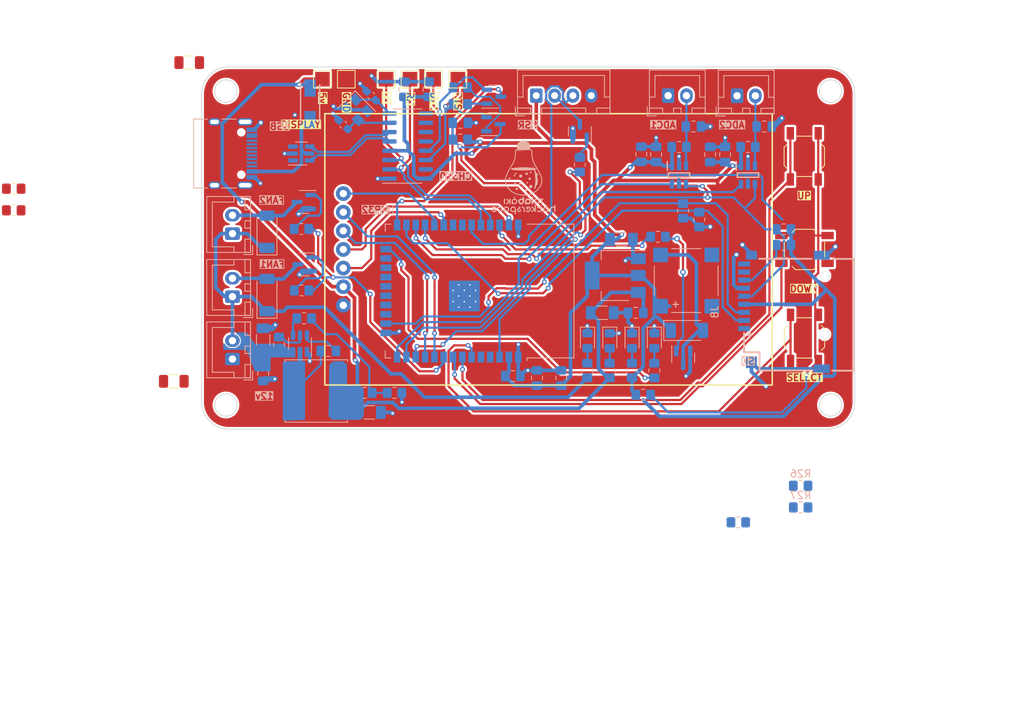
<source format=kicad_pcb>
(kicad_pcb (version 20221018) (generator pcbnew)
  (title_block (comment 4 "AISLER Project ID: MYKGPRHU"))
  (layers (0 "F.Cu" signal) (31 "B.Cu" signal) (34 "B.Paste" user) (35 "F.Paste" user) (36 "B.SilkS" user "B.Silkscreen") (37 "F.SilkS" user "F.Silkscreen") (38 "B.Mask" user) (39 "F.Mask" user) (44 "Edge.Cuts" user))
  (net 0 "")
  (net 1 "+3.3V")
  (net 2 "Net-(BZ1-+)")
  (net 3 "+12V")
  (net 4 "GND")
  (net 5 "Net-(U3-BST)")
  (net 6 "Net-(U3-SW)")
  (net 7 "+5V")
  (net 8 "Net-(U4-XI)")
  (net 9 "Net-(U4-XO)")
  (net 10 "Net-(D2-A)")
  (net 11 "Net-(D3-A)")
  (net 12 "Net-(D4-A)")
  (net 13 "Net-(D6-A)")
  (net 14 "Net-(D7-A)")
  (net 15 "/THERMISTOR_1")
  (net 16 "/HSPI_CLK")
  (net 17 "/HSPI_MISO")
  (net 18 "/ADC1_CS")
  (net 19 "/THERMISTOR_2")
  (net 20 "/ADC2_CS")
  (net 21 "VBUS")
  (net 22 "/usb_D+")
  (net 23 "/usb_D-")
  (net 24 "Net-(Q1-G)")
  (net 25 "Net-(Q3-G)")
  (net 26 "Net-(Q4-G)")
  (net 27 "Net-(U3-EN)")
  (net 28 "Net-(U3-FB)")
  (net 29 "Net-(R2-Pad2)")
  (net 30 "Net-(R10-Pad2)")
  (net 31 "/BUZZER")
  (net 32 "/FAN")
  (net 35 "/BTN_SELECT")
  (net 36 "/BTN_UP")
  (net 37 "/BTN_DOWN")
  (net 38 "/DISP_DC")
  (net 39 "/DISP_RST")
  (net 40 "/HEATER")
  (net 41 "/HSPI_MOSI")
  (net 48 "/HSPI_CS")
  (net 49 "/STATUS")
  (net 50 "/GPIO_0")
  (net 52 "/VSPI_CS")
  (net 53 "/VSPI_CLK")
  (net 54 "/VSPI_MISO")
  (net 56 "/GPIO_3_RX")
  (net 57 "/GPIO_1_TX")
  (net 58 "/VSPI_MOSI")
  (net 59 "/D+")
  (net 60 "/D-")
  (net 66 "/EN")
  (net 67 "Net-(D8-A)")
  (net 68 "Net-(Q2-G)")
  (net 69 "Net-(Q5-G)")
  (net 70 "Net-(Q6-G)")
  (net 71 "/SD_CS")
  (net 73 "/RTS")
  (net 74 "/DTR")
  (net 75 "Net-(J9-Pin_2)")
  (net 76 "/ZERO_CROSS")
  (net 77 "Net-(D9-A)")
  (net 78 "Net-(J7-Pin_2)")
  (net 80 "Net-(J1-SBU1)")
  (net 82 "Net-(J1-SBU2)")
  (footprint "TestPoint:TestPoint_Pad_2.0x2.0mm" (layer "F.Cu") (at 59.8932 52.9844 180)
    (fp_text reference "TP5" hide)
    (fp_text value "TestPoint")
  )
  (footprint "TestPoint:TestPoint_Pad_2.0x2.0mm" (layer "F.Cu") (at 78.359 52.9844 180)
    (fp_text reference "TP2" hide)
    (fp_text value "TestPoint")
  )
  (footprint "Resistor_SMD:R_0805_2012Metric_Pad1.20x1.40mm_HandSolder" (layer "F.Cu") (at 17.796 67.916)
    (fp_text reference "R5" hide)
    (fp_text value "10k")
  )
  (footprint "Fuse:Fuse_1206_3216Metric" (layer "F.Cu") (at 41.7244 50.716)
    (fp_text reference "F1" hide)
    (fp_text value "1A")
  )
  (footprint "Button_Switch_SMD:SW_SPST_TL3342" (layer "F.Cu") (at 125.608 63.5054 -90)
    (fp_text reference "SW4" hide)
    (fp_text value "SW_Push")
  )
  (footprint "TestPoint:TestPoint_Pad_2.0x2.0mm" (layer "F.Cu") (at 68.58 52.9844 180)
    (fp_text reference "TP4" hide)
    (fp_text value "TestPoint")
  )
  (footprint "TestPoint:TestPoint_Pad_2.0x2.0mm" (layer "F.Cu") (at 75.057 52.9844 180)
    (fp_text reference "TP1" hide)
    (fp_text value "TestPoint")
  )
  (footprint "TestPoint:TestPoint_Pad_2.0x2.0mm" (layer "F.Cu") (at 63.1444 52.9844 180)
    (fp_text reference "TP6" hide)
    (fp_text value "TestPoint")
  )
  (footprint "TestPoint:TestPoint_Pad_2.0x2.0mm" (layer "F.Cu") (at 71.8312 52.9844 180)
    (fp_text reference "TP3" hide)
    (fp_text value "TestPoint")
  )
  (footprint "Fuse:Fuse_1206_3216Metric" (layer "F.Cu") (at 39.624 94.1832)
    (fp_text reference "F2" hide)
    (fp_text value "1A")
  )
  (footprint "Display:2.0_TFT_SPI" (layer "F.Cu") (at 89.738 76.2)
    (fp_text reference "U5" hide)
    (fp_text value "2.0TFTSPI")
  )
  (footprint "Resistor_SMD:R_0805_2012Metric_Pad1.20x1.40mm_HandSolder" (layer "F.Cu") (at 17.796 70.866)
    (fp_text reference "R6" hide)
    (fp_text value "10k")
  )
  (footprint "Button_Switch_SMD:SW_SPST_TL3342" (layer "F.Cu") (at 125.633 88.2654 -90)
    (fp_text reference "SW2" hide)
    (fp_text value "SW_Push")
  )
  (footprint "Button_Switch_SMD:SW_SPST_TL3342" (layer "F.Cu") (at 125.633 76.2004)
    (fp_text reference "SW3" hide)
    (fp_text value "SW_Push")
  )
  (footprint "Resistor_SMD:R_0805_2012Metric_Pad1.20x1.40mm_HandSolder" (layer "B.Cu") (at 105.664 74.4728)
    (fp_text reference "R11" hide)
    (fp_text value "220")
  )
  (footprint "Capacitor_SMD:C_0805_2012Metric_Pad1.18x1.45mm_HandSolder" (layer "B.Cu") (at 110.49 59.436)
    (fp_text reference "C21" hide)
    (fp_text value "0.1uf")
  )
  (footprint "Resistor_SMD:R_0805_2012Metric_Pad1.20x1.40mm_HandSolder" (layer "B.Cu") (at 102.108 92.71 90)
    (fp_text reference "R9" hide)
    (fp_text value "R")
  )
  (footprint "Inductor_SMD:L_Changjiang_FNR8040S" (layer "B.Cu") (at 59.055 95.504)
    (fp_text reference "L1" hide)
    (fp_text value "6.8μh")
  )
  (footprint "LED_SMD:LED_0805_2012Metric_Pad1.15x1.40mm_HandSolder" (layer "B.Cu") (at 99.084001 88.655002 -90)
    (fp_text reference "D3" hide)
    (fp_text value "LED")
  )
  (footprint "Capacitor_SMD:C_0805_2012Metric_Pad1.18x1.45mm_HandSolder" (layer "B.Cu") (at 103.378 63.2245 90)
    (fp_text reference "C8" hide)
    (fp_text value "1uf")
  )
  (footprint "Connector_USB:USB_C_Receptacle_HRO_TYPE-C-31-M-12" (layer "B.Cu") (at 46.2268 63.119 90)
    (fp_text reference "J1" hide)
    (fp_text value "USB_C_Receptacle_USB2.0")
  )
  (footprint "Resistor_SMD:R_0805_2012Metric_Pad1.20x1.40mm_HandSolder" (layer "B.Cu") (at 109.0676 70.9422 -90)
    (fp_text reference "R23" hide)
    (fp_text value "10k")
  )
  (footprint "Connector_JST:JST_XH_B2B-XH-A_1x02_P2.50mm_Vertical" (layer "B.Cu") (at 116.438 55.245)
    (fp_text reference "J4" hide)
    (fp_text value "JST XH")
  )
  (footprint "Resistor_SMD:R_0805_2012Metric_Pad1.20x1.40mm_HandSolder" (layer "B.Cu") (at 69.723 95.758)
    (fp_text reference "R4" hide)
    (fp_text value "7.68k")
  )
  (footprint "Package_SO:SOIC-16_3.9x9.9mm_P1.27mm" (layer "B.Cu") (at 71.513 62.103)
    (fp_text reference "U4" hide)
    (fp_text value "CH340G")
  )
  (footprint "Buzzer_Beeper:PUIAudio_SMT_0825_S_4_R" (layer "B.Cu") (at 109.4994 80.4418)
    (fp_text reference "BZ1" hide)
    (fp_text value "Buzzer")
  )
  (footprint "Connector_JST:JST_XH_B2B-XH-A_1x02_P2.50mm_Vertical" (layer "B.Cu") (at 47.625 82.637 90)
    (fp_text reference "J2" hide)
    (fp_text value "JST XH")
  )
  (footprint "Capacitor_SMD:C_0805_2012Metric_Pad1.18x1.45mm_HandSolder" (layer "B.Cu") (at 92.456 93.726 90)
    (fp_text reference "C17" hide)
    (fp_text value "10uf")
  )
  (footprint "Resistor_SMD:R_0805_2012Metric_Pad1.20x1.40mm_HandSolder" (layer "B.Cu") (at 103.632 96.012)
    (fp_text reference "R10" hide)
    (fp_text value "10k")
  )
  (footprint "Capacitor_SMD:C_0805_2012Metric_Pad1.18x1.45mm_HandSolder" (layer "B.Cu") (at 78.69 58.928 180)
    (fp_text reference "C19" hide)
    (fp_text value "1uf")
  )
  (footprint "Package_TO_SOT_SMD:SOT-23" (layer "B.Cu") (at 83.262 55.372)
    (fp_text reference "Q6" hide)
    (fp_text value "SI2308DS")
  )
  (footprint "SamacSys_Parts:DIOM5226X240N" (layer "B.Cu") (at 58.2168 56.3372 -90)
    (fp_text reference "D9" hide)
    (fp_text value "D" hide)
  )
  (footprint "Connector_JST:JST_XH_B4B-XH-A_1x04_P2.50mm_Vertical" (layer "B.Cu") (at 89.0524 55.2196)
    (fp_text reference "J9" hide)
    (fp_text value "Conn_01x04")
  )
  (footprint "Capacitor_SMD:C_0805_2012Metric_Pad1.18x1.45mm_HandSolder" (layer "B.Cu") (at 89.154 93.726 90)
    (fp_text reference "C18" hide)
    (fp_text value "10uf")
  )
  (footprint "Resistor_SMD:R_0805_2012Metric_Pad1.20x1.40mm_HandSolder" (layer "B.Cu") (at 96.012 92.71 90)
    (fp_text reference "R7" hide)
    (fp_text value "R")
  )
  (footprint "Resistor_SMD:R_0805_2012Metric_Pad1.20x1.40mm_HandSolder" (layer "B.Cu") (at 94.996 64.643 90)
    (fp_text reference "R12" hide)
    (fp_text value "220")
  )
  (footprint "Capacitor_SMD:C_0805_2012Metric_Pad1.18x1.45mm_HandSolder" (layer "B.Cu") (at 102.616 84.836 180)
    (fp_text reference "C11" hide)
    (fp_text value "0.1uf")
  )
  (footprint "Diode_SMD:D_SOD-128" (layer "B.Cu") (at 109.601 87.249)
    (fp_text reference "D1" hide)
    (fp_text value "1N4148W")
  )
  (footprint "Resistor_SMD:R_0805_2012Metric_Pad1.20x1.40mm_HandSolder" (layer "B.Cu") (at 65.659 95.758)
    (fp_text reference "R3" hide)
    (fp_text value "40.2k")
  )
  (footprint "Resistor_SMD:R_0805_2012Metric_Pad1.20x1.40mm_HandSolder" (layer "B.Cu") (at 78.69 56.388)
    (fp_text reference "R18" hide)
    (fp_text value "220")
  )
  (footprint "components:TF-SMD_TF-PUSH" (layer "B.Cu") (at 122.697 84.7324 -90)
    (fp_text reference "J8")
    (fp_text value "105162-0001")
  )
  (footprint "Resistor_SMD:R_0805_2012Metric_Pad1.20x1.40mm_HandSolder" (layer "B.Cu") (at 117.922 62.23 180)
    (fp_text reference "R13" hide)
    (fp_text value "10k")
  )
  (footprint "Resistor_SMD:R_0805_2012Metric_Pad1.20x1.40mm_HandSolder" (layer "B.Cu") (at 78.69 61.214)
    (fp_text reference "R19" hide)
    (fp_text value "10k")
  )
  (footprint "Connector_JST:JST_XH_B2B-XH-A_1x02_P2.50mm_Vertical" (layer "B.Cu") (at 47.625 74.041 90)
    (fp_text reference "J5" hide)
    (fp_text value "JST XH")
  )
  (footprint "Resistor_SMD:R_0805_2012Metric_Pad1.20x1.40mm_HandSolder" (layer "B.Cu") (at 57.404 85.598)
    (fp_text reference "R2" hide)
    (fp_text value "75k")
  )
  (footprint "Package_TO_SOT_SMD:SOT-23" (layer "B.Cu") (at 57.4825 78.232 180)
    (fp_text reference "Q4" hide)
    (fp_text value "SI2308DS")
  )
  (footprint "Connector_JST:JST_XH_B2B-XH-A_1x02_P2.50mm_Vertical" (layer "B.Cu") (at 107.04 55.228)
    (fp_text reference "J3" hide)
    (fp_text value "JST XH")
  )
  (footprint "Resistor_SMD:R_0805_2012Metric_Pad1.20x1.40mm_HandSolder" (layer "B.Cu") (at 122.7836 73.4568)
    (fp_text reference "R22" hide)
    (fp_text value "10k")
  )
  (footprint "Resistor_SMD:R_0805_2012Metric_Pad1.20x1.40mm_HandSolder" (layer "B.Cu") (at 57.039 81.788 180)
    (fp_text reference "R16" hide)
    (fp_text value "220")
  )
  (footprint "Capacitor_SMD:C_0805_2012Metric_Pad1.18x1.45mm_HandSolder" (layer "B.Cu") (at 60.706 90.043 180)
    (fp_text reference "C3" hide)
    (fp_text value "1uf")
  )
  (footprint "Capacitor_SMD:C_1206_3216Metric_Pad1.33x1.80mm_HandSolder" (layer "B.Cu") (at 98.044 84.836)
    (fp_text reference "C5" hide)
    (fp_text value "22uf")
  )
  (footprint "Capacitor_SMD:C_0805_2012Metric_Pad1.18x1.45mm_HandSolder" (layer "B.Cu") (at 105.41 63.246 90)
    (fp_text reference "C7" hide)
    (fp_text value "0.1uf")
  )
  (footprint "SamacSys_Parts:SOT95P280X145-6N" (layer "B.Cu") (at 108.524 66.06 -90)
    (fp_text reference "IC1" hide)
    (fp_text value "ADC081S021CIMF_NOPB" hide)
  )
  (footprint "Resistor_SMD:R_0805_2012Metric_Pad1.20x1.40mm_HandSolder" (layer "B.Cu") (at 53.975 89.154 90)
    (fp_text reference "R1" hide)
    (fp_text value "100k")
  )
  (footprint "Resistor_SMD:R_0805_2012Metric_Pad1.20x1.40mm_HandSolder" (layer "B.Cu") (at 108.524 62.23 180)
    (fp_text reference "R14" hide)
    (fp_text value "10k")
  )
  (footprint "LED_SMD:LED_0805_2012Metric_Pad1.15x1.40mm_HandSolder" (layer "B.Cu") (at 96.036002 88.646 -90)
    (fp_text reference "D2" hide)
    (fp_text value "LED")
  )
  (footprint "Crystal:Crystal_SMD_3225-4Pin_3.2x2.5mm" (layer "B.Cu") (at 64.593 57.15 -45)
    (fp_text reference "Y1" hide)
    (fp_text value "12mhz")
  )
  (footprint "LED_SMD:LED_0805_2012Metric_Pad1.15x1.40mm_HandSolder" (layer "B.Cu") (at 102.116001 88.655 -90)
    (fp_text reference "D4" hide)
    (fp_text value "LED")
  )
  (footprint "Resistor_SMD:R_0805_2012Metric_Pad1.20x1.40mm_HandSolder" (layer "B.Cu") (at 116.602 113.411 180)
    (fp_text reference "R25" hide)
    (fp_text value "10k")
  )
  (footprint "Package_TO_SOT_SMD:TSOT-23-6" (layer "B.Cu") (at 56.829999 89.0215 90)
    (fp_text reference "U3" hide)
    (fp_text value "MP1470")
  )
  (footprint "Capacitor_SMD:C_1206_3216Metric_Pad1.33x1.80mm_HandSolder" (layer "B.Cu") (at 66.294 98.425)
    (fp_text reference "C4" hide)
    (fp_text value "22uf")
  )
  (footprint "Resistor_SMD:R_0805_2012Metric_Pad1.20x1.40mm_HandSolder" (layer "B.Cu") (at 125.111 111.379 180)
    (fp_text reference "R27")
    (fp_text value "10k")
  )
  (footprint "Diode_SMD:D_SOD-128" (layer "B.Cu") (at 52.324 73.787 90)
    (fp_text reference "D6" hide)
    (fp_text value "1N4148W")
  )
  (footprint "Package_TO_SOT_SMD:SOT-23" (layer "B.Cu") (at 109.093 90.9805 -90)
    (fp_text reference "Q1" hide)
    (fp_text value "SI2308DS")
  )
  (footprint "Resistor_SMD:R_0805_2012Metric_Pad1.20x1.40mm_HandSolder" (layer "B.Cu") (at 125.111 108.429 180)
    (fp_text reference "R26")
    (fp_text value "10k")
  )
  (footprint "Capacitor_SMD:C_1206_3216Metric_Pad1.33x1.80mm_HandSolder" (layer "B.Cu") (at 51.816 88.519 90)
    (fp_text reference "C1" hide)
    (fp_text value "22uf")
  )
  (footprint "Resistor_SMD:R_0805_2012Metric_Pad1.20x1.40mm_HandSolder" (layer "B.Cu") (at 78.69 54.102)
    (fp_text reference "R17" hide)
    (fp_text value "220")
  )
  (footprint "Package_TO_SOT_SMD:SOT-223-3_TabPin2" (layer "B.Cu") (at 99.822 79.756 180)
    (fp_text reference "U2" hide)
    (fp_text value "AP1117-33")
  )
  (footprint "Capacitor_SMD:C_0805_2012Metric_Pad1.18x1.45mm_HandSolder" (layer "B.Cu") (at 120.142 59.436)
    (fp_text reference "C20" hide)
    (fp_text value "0.1uf")
  )
  (footprint "Resistor_SMD:R_0805_2012Metric_Pad1.20x1.40mm_HandSolder" (layer "B.Cu") (at 99.06 92.710001 90)
    (fp_text reference "R8" hide)
    (fp_text value "R")
  )
  (footprint "Capacitor_SMD:C_0603_1608Metric_Pad1.08x0.95mm_HandSolder" (layer "B.Cu") (at 62.730528 59.182 -45)
    (fp_text reference "C14" hide)
    (fp_text value "32pf")
  )
  (footprint "RF_Module:ESP32-WROOM-32" (layer "B.Cu") (at 78.339 81.871 90)
    (fp_text reference "U1" hide)
    (fp_text value "ESP32-WROOM-32")
  )
  (footprint "Connector_JST:JST_XH_B2B-XH-A_1x02_P2.50mm_Vertical" (layer "B.Cu") (at 47.625 91.146 90)
    (fp_text reference "J7" hide)
    (fp_text value "JST XH")
  )
  (footprint "Resistor_SMD:R_0805_2012Metric_Pad1.20x1.40mm_HandSolder" (layer "B.Cu") (at 57.023 73.406 180)
    (fp_text reference "R15" hide)
    (fp_text value "220")
  )
  (footprint "Capacitor_SMD:C_0805_2012Metric_Pad1.18x1.45mm_HandSolder" (layer "B.Cu") (at 112.776 63.246 90)
    (fp_text reference "C9" hide)
    (fp_text value "0.1uf")
  )
  (footprint "SamacSys_Parts:SOT95P280X145-6N" (layer "B.Cu") (at 117.922 66.06 -90)
    (fp_text reference "IC2" hide)
    (fp_text value "ADC081S021CIMF_NOPB" hide)
  )
  (footprint "Capacitor_SMD:C_0805_2012Metric_Pad1.18x1.45mm_HandSolder" (layer "B.Cu") (at 74.372 54.356 90)
    (fp_text reference "C12" hide)
    (fp_text value "0.1uf")
  )
  (footprint "Package_TO_SOT_SMD:SOT-23" (layer "B.Cu") (at 94.996 60.071 90)
    (fp_text reference "Q2" hide)
    (fp_text value "SI2308DS")
  )
  (footprint "Capacitor_SMD:C_0805_2012Metric_Pad1.18x1.45mm_HandSolder" (layer "B.Cu") (at 114.808 63.246 90)
    (fp_text reference "C10" hide)
    (fp_text value "1uf")
  )
  (footprint "Capacitor_SMD:C_1206_3216Metric_Pad1.33x1.80mm_HandSolder" (layer "B.Cu") (at 100.6725 74.8284)
    (fp_text reference "C6" hide)
    (fp_text value "22uf")
  )
  (footprint "Capacitor_SMD:C_0603_1608Metric_Pad1.08x0.95mm_HandSolder" (layer "B.Cu") (at 66.540528 55.245 135)
    (fp_text reference "C15" hide)
    (fp_text value "32pf")
  )
  (footprint "Resistor_SMD:R_0805_2012Metric_Pad1.20x1.40mm_HandSolder" (layer "B.Cu") (at 111.2774 72.1266 -90)
    (fp_text reference "R24" hide)
    (fp_text value "10k")
  )
  (footprint "Resistor_SMD:R_0805_2012Metric_Pad1.20x1.40mm_HandSolder" (layer "B.Cu") (at 105.155999 92.71 90)
    (fp_text reference "R20" hide)
    (fp_text value "R")
  )
  (footprint "Diode_SMD:D_SOD-128" (layer "B.Cu") (at 52.324 82.423 90)
    (fp_text reference "D7" hide)
    (fp_text value "1N4148W")
  )
  (footprint "Package_TO_SOT_SMD:SOT-23" (layer "B.Cu") (at 57.3555 69.723 180)
    (fp_text reference "Q3" hide)
    (fp_text value "SI2308DS")
  )
  (footprint "Package_TO_SOT_SMD:SOT-23-6" (layer "B.Cu") (at 57.0175 63.119)
    (fp_text reference "U6" hide)
    (fp_text value "USBLC6-2SC6")
  )
  (footprint "Capacitor_SMD:C_0805_2012Metric_Pad1.18x1.45mm_HandSolder" (layer "B.Cu") (at 85.852 93.472)
    (fp_text reference "C16" hide)
    (fp_text value "0.1uf")
  )
  (footprint "Resistor_SMD:R_0805_2012Metric_Pad1.20x1.40mm_HandSolder" (layer "B.Cu") (at 122.7836 75.5904)
    (fp_text reference "R21" hide)
    (fp_text value "10k")
  )
  (footprint "LED_SMD:LED_0805_2012Metric_Pad1.15x1.40mm_HandSolder" (layer "B.Cu") (at 105.156 88.646 -90)
    (fp_text reference "D8" hide)
    (fp_text value "LED")
  )
  (footprint "Package_TO_SOT_SMD:SOT-23" (layer "B.Cu") (at 83.1835 59.116)
    (fp_text reference "Q5" hide)
    (fp_text value "SI2308DS")
  )
  (footprint "Capacitor_SMD:C_0805_2012Metric_Pad1.18x1.45mm_HandSolder" (layer "B.Cu") (at 51.816 93.091 -90)
    (fp_text reference "C2" hide)
    (fp_text value "0.1uf")
  )
  (footprint "Capacitor_SMD:C_0805_2012Metric_Pad1.18x1.45mm_HandSolder" (layer "B.Cu") (at 71.07 54.356 90)
    (fp_text reference "C13" hide)
    (fp_text value "10uf")
  )
  (gr_poly (pts (xy 84.042795 70.342403) (xy 84.023526 70.3437) (xy 84.004629 70.345862) (xy 83.986102 70.34889) (xy 83.967947 70.352786) (xy 83.950163 70.357548) (xy 83.932751 70.363178) (xy 83.91571 70.369677) (xy 83.899041 70.377044) (xy 83.882743 70.385282) (xy 83.866818 70.394389) (xy 83.851264 70.404367) (xy 83.836083 70.415217) (xy 83.821273 70.426939) (xy 83.806836 70.439534) (xy 83.792771 70.453002) (xy 83.793596 70.453757) (xy 83.793595 70.453808) (xy 83.793593 70.453856) (xy 83.793589 70.453902) (xy 83.793583 70.453945) (xy 83.793576 70.453986) (xy 83.793567 70.454025) (xy 83.793557 70.454062) (xy 83.793545 70.454097) (xy 83.793531 70.45413) (xy 83.793516 70.454161) (xy 83.793499 70.45419) (xy 83.79348 70.454217) (xy 83.79346 70.454243) (xy 83.793438 70.454266) (xy 83.793415 70.454288) (xy 83.79339 70.454308) (xy 83.793363 70.454327) (xy 83.793335 70.454344) (xy 83.793305 70.454359) (xy 83.793274 70.454373) (xy 83.793241 70.454386) (xy 83.793206 70.454397) (xy 83.79317 70.454407) (xy 83.793132 70.454416) (xy 83.793093 70.454423) (xy 83.793051 70.454429) (xy 83.792964 70.454439) (xy 83.792871 70.454444) (xy 83.792771 70.454446) (xy 83.790085 70.457281) (xy 83.787573 70.46019) (xy 83.785235 70.463172) (xy 83.78307 70.466229) (xy 83.78108 70.46936) (xy 83.779263 70.472567) (xy 83.777619 70.475851) (xy 83.776149 70.479211) (xy 83.774853 70.482648) (xy 83.773729 70.486164) (xy 83.772779 70.489758) (xy 83.772002 70.493431) (xy 83.771397 70.497184) (xy 83.770966 70.501018) (xy 83.770707 70.504932) (xy 83.770621 70.508929) (xy 83.770709 70.512827) (xy 83.770972 70.516655) (xy 83.771413 70.520412) (xy 83.77203 70.524098) (xy 83.772824 70.527714) (xy 83.773795 70.53126) (xy 83.774943 70.534735) (xy 83.77627 70.538139) (xy 83.777775 70.541474) (xy 83.779458 70.544738) (xy 83.78132 70.547933) (xy 83.783361 70.551058) (xy 83.785581 70.554113) (xy 83.787981 70.557098) (xy 83.790561 70.560014) (xy 83.793321 70.562861) (xy 83.796157 70.56562) (xy 83.799067 70.568198) (xy 83.802049 70.570595) (xy 83.805104 70.572811) (xy 83.808231 70.574847) (xy 83.811429 70.576703) (xy 83.814697 70.57838) (xy 83.818035 70.579878) (xy 83.821443 70.581198) (xy 83.824919 70.582341) (xy 83.828463 70.583306) (xy 83.832075 70.584095) (xy 83.835754 70.584707) (xy 83.839499 70.585144) (xy 83.843309 70.585406) (xy 83.847185 70.585493) (xy 83.851182 70.585404) (xy 83.855099 70.585138) (xy 83.858935 70.584694) (xy 83.862691 70.584071) (xy 83.866368 70.58327) (xy 83.869965 70.58229) (xy 83.873482 70.581131) (xy 83.87692 70.579792) (xy 83.88028 70.578274) (xy 83.88356 70.576575) (xy 83.886762 70.574696) (xy 83.889885 70.572637) (xy 83.892931 70.570396) (xy 83.895898 70.567974) (xy 83.898787 70.565371) (xy 83.9016 70.562585) (xy 83.902425 70.562585) (xy 83.910777 70.5546) (xy 83.919348 70.54713) (xy 83.928138 70.540174) (xy 83.937149 70.533733) (xy 83.946379 70.527807) (xy 83.955828 70.522395) (xy 83.965498 70.517498) (xy 83.975387 70.513116) (xy 83.985497 70.50925) (xy 83.995827 70.505898) (xy 84.006377 70.503062) (xy 84.017147 70.500742) (xy 84.028138 70.498936) (xy 84.039349 70.497647) (xy 84.050781 70.496873) (xy 84.062434 70.496615) (xy 84.074115 70.496875) (xy 84.085577 70.497653) (xy 84.096823 70.49895) (xy 84.107851 70.500765) (xy 84.118661 70.503098) (xy 84.129255 70.505949) (xy 84.139631 70.509317) (xy 84.149791 70.513202) (xy 84.159734 70.517604) (xy 84.16946 70.522522) (xy 84.178969 70.527957) (xy 84.188262 70.533907) (xy 84.197338 70.540373) (xy 84.206198 70.547354) (xy 84.214841 70.55485) (xy 84.223269 70.562861) (xy 84.231343 70.571263) (xy 84.238898 70.579883) (xy 84.245935 70.588721) (xy 84.252454 70.597776) (xy 84.258453 70.607048) (xy 84.263933 70.616537) (xy 84.268893 70.626244) (xy 84.273332 70.636167) (xy 84.277251 70.646307) (xy 84.280648 70.656664) (xy 84.283524 70.667238) (xy 84.285878 70.678028) (xy 84.287709 70.689035) (xy 84.289018 70.700258) (xy 84.289804 70.711697) (xy 84.290066 70.723352) (xy 84.289804 70.735044) (xy 84.289021 70.746516) (xy 84.287715 70.757767) (xy 84.285888 70.7688) (xy 84.283538 70.779614) (xy 84.280666 70.790211) (xy 84.277273 70.80059) (xy 84.273358 70.810752) (xy 84.268921 70.820698) (xy 84.263963 70.830429) (xy 84.258484 70.839945) (xy 84.252483 70.849247) (xy 84.245961 70.858335) (xy 84.238918 70.86721) (xy 84.231354 70.875873) (xy 84.223269 70.884324) (xy 84.214841 70.892384) (xy 84.206198 70.899924) (xy 84.197338 70.906946) (xy 84.188261 70.913447) (xy 84.178969 70.91943) (xy 84.169459 70.924892) (xy 84.159733 70.929835) (xy 84.149791 70.934258) (xy 84.139631 70.938161) (xy 84.129255 70.941544) (xy 84.118661 70.944407) (xy 84.10785 70.94675) (xy 84.096823 70.948572) (xy 84.085577 70.949873) (xy 84.074115 70.950654) (xy 84.062434 70.950915) (xy 84.050855 70.950658) (xy 84.039487 70.949889) (xy 84.028332 70.948606) (xy 84.017389 70.94681) (xy 84.006656 70.944499) (xy 83.996135 70.941675) (xy 83.985824 70.938336) (xy 83.975722 70.934482) (xy 83.965831 70.930113) (xy 83.956148 70.925228) (xy 83.946675 70.919828) (xy 83.93741 70.913912) (xy 83.928352 70.907479) (xy 83.919503 70.90053) (xy 83.91086 70.893064) (xy 83.902425 70.885081) (xy 83.900843 70.883499) (xy 83.89803 70.880824) (xy 83.895139 70.87832) (xy 83.892168 70.875988) (xy 83.889119 70.873827) (xy 83.885992 70.871838) (xy 83.882785 70.870021) (xy 83.879501 70.868375) (xy 83.876138 70.866903) (xy 83.872697 70.865602) (xy 83.869178 70.864475) (xy 83.865581 70.86352) (xy 83.861906 70.862738) (xy 83.858153 70.86213) (xy 83.854322 70.861695) (xy 83.850414 70.861434) (xy 83.846428 70.861347) (xy 83.842452 70.861436) (xy 83.838547 70.861702) (xy 83.834713 70.862145) (xy 83.83095 70.862765) (xy 83.827258 70.863562) (xy 83.823637 70.864536) (xy 83.820086 70.865687) (xy 83.816607 70.867014) (xy 83.813198 70.868518) (xy 83.809861 70.870199) (xy 83.806594 70.872055) (xy 83.803399 70.874088) (xy 83.800274 70.876297) (xy 83.79722 70.878682) (xy 83.794238 70.881243) (xy 83.791326 70.88398) (xy 83.78854 70.88683) (xy 83.785934 70.889756) (xy 83.783509 70.892757) (xy 83.781264 70.895834) (xy 83.779199 70.898987) (xy 83.777314 70.902216) (xy 83.77561 70.90552) (xy 83.774085 70.908901) (xy 83.77274 70.912357) (xy 83.771574 70.915888) (xy 83.770589 70.919496) (xy 83.769782 70.923179) (xy 83.769155 70.926938) (xy 83.768707 70.930773) (xy 83.768439 70.934683) (xy 83.768349 70.93867) (xy 83.768439 70.942658) (xy 83.768707 70.946573) (xy 83.769155 70.950416) (xy 83.769782 70.954187) (xy 83.770589 70.957886) (xy 83.771574 70.961513) (xy 83.77274 70.965068) (xy 83.774085 70.968551) (xy 83.77561 70.971962) (xy 83.777314 70.975302) (xy 83.779199 70.97857) (xy 83.781264 70.981767) (xy 83.783509 70.984892) (xy 83.785934 70.987946) (xy 83.78854 70.990929) (xy 83.791326 70.993841) (xy 83.791526 70.994064) (xy 83.791716 70.994272) (xy 83.792074 70.994658) (xy 83.792419 70.995031) (xy 83.792593 70.995222) (xy 83.792771 70.995423) (xy 83.806836 71.008857) (xy 83.821273 71.021426) (xy 83.836083 71.03313) (xy 83.851264 71.04397) (xy 83.866818 71.053943) (xy 83.882744 71.063052) (xy 83.899041 71.071294) (xy 83.91571 71.07867) (xy 83.932751 71.085179) (xy 83.950164 71.090821) (xy 83.967947 71.095597) (xy 83.986103 71.099504) (xy 84.004629 71.102544) (xy 84.023526 71.104716) (xy 84.042795 71.106019) (xy 84.062434 71.106453) (xy 84.082077 71.106017) (xy 84.101355 71.104708) (xy 84.120269 71.102527) (xy 84.138818 71.099473) (xy 84.157002 71.095546) (xy 84.174821 71.090745) (xy 84.192275 71.085071) (xy 84.209364 71.078523) (xy 84.226088 71.071102) (xy 84.242447 71.062806) (xy 84.25844 71.053636) (xy 84.274068 71.043592) (xy 84.289331 71.032673) (xy 84.304227 71.020879) (xy 84.318758 71.00821) (xy 84.332923 70.994666) (xy 84.346467 70.980501) (xy 84.359136 70.96597) (xy 84.37093 70.951073) (xy 84.381849 70.935811) (xy 84.391893 70.920182) (xy 84.401063 70.904187) (xy 84.409358 70.887826) (xy 84.41678 70.871099) (xy 84.423328 70.854007) (xy 84.429001 70.836548) (xy 84.433802 70.818723) (xy 84.437729 70.800532) (xy 84.440783 70.781975) (xy 84.442965 70.763053) (xy 84.444273 70.743764) (xy 84.444709 70.724109) (xy 84.444273 70.70449) (xy 84.442965 70.685233) (xy 84.440783 70.666338) (xy 84.437729 70.647805) (xy 84.433802 70.629634) (xy 84.429001 70.611826) (xy 84.423328 70.594381) (xy 84.41678 70.577299) (xy 84.409358 70.560581) (xy 84.401063 70.544226) (xy 84.391893 70.528236) (xy 84.381849 70.51261) (xy 84.37093 70.497349) (xy 84.359136 70.482453) (xy 84.346467 70.467922) (xy 84.332923 70.453757) (xy 84.318758 70.440213) (xy 84.304227 70.427545) (xy 84.289331 70.415751) (xy 84.274068 70.404832) (xy 84.25844 70.394788) (xy 84.242447 70.385618) (xy 84.226088 70.377322) (xy 84.209364 70.3699) (xy 84.192275 70.363353) (xy 84.174821 70.357679) (xy 84.157002 70.352878) (xy 84.138818 70.348951) (xy 84.120269 70.345897) (xy 84.101355 70.343715) (xy 84.082077 70.342406) (xy 84.062434 70.34197)) (fill solid) (layer "B.SilkS"))
  (gr_poly (pts (xy 84.706568 69.262168) (xy 84.702685 69.262432) (xy 84.69887 69.262872) (xy 84.695124 69.263489) (xy 84.691447 69.264283) (xy 84.68784 69.265254) (xy 84.684303 69.266403) (xy 84.680837 69.26773) (xy 84.677441 69.269235) (xy 84.674117 69.270918) (xy 84.670865 69.27278) (xy 84.667685 69.274821) (xy 84.664577 69.277041) (xy 84.661542 69.279441) (xy 84.658581 69.282022) (xy 84.655694 69.284782) (xy 84.65293 69.28768) (xy 84.650341 69.290648) (xy 84.647928 69.293685) (xy 84.64569 69.296792) (xy 84.643628 69.29997) (xy 84.641743 69.303217) (xy 84.640035 69.306536) (xy 84.638504 69.309925) (xy 84.637152 69.313385) (xy 84.635978 69.316916) (xy 84.634984 69.320518) (xy 84.634169 69.324192) (xy 84.633535 69.327938) (xy 84.633081 69.331756) (xy 84.632808 69.335646) (xy 84.632717 69.339608) (xy 84.632717 69.94869) (xy 84.632808 69.952653) (xy 84.633081 69.956545) (xy 84.633535 69.960366) (xy 84.634169 69.964116) (xy 84.634984 69.967794) (xy 84.635978 69.971401) (xy 84.637152 69.974936) (xy 84.638504 69.978399) (xy 84.640035 69.981791) (xy 84.641743 69.985111) (xy 84.643628 69.988359) (xy 84.64569 69.991535) (xy 84.647928 69.994639) (xy 84.650341 69.997671) (xy 84.65293 70.00063) (xy 84.655694 70.003517) (xy 84.65857 70.00628) (xy 84.661523 70.008866) (xy 84.664552 70.011277) (xy 84.667656 70.01351) (xy 84.670835 70.015567) (xy 84.674087 70.017446) (xy 84.677413 70.019148) (xy 84.680811 70.020672) (xy 84.684281 70.022018) (xy 84.687822 70.023186) (xy 84.691433 70.024174) (xy 84.695114 70.024984) (xy 84.698864 70.025614) (xy 84.702682 70.026065) (xy 84.706568 70.026335) (xy 84.71052 70.026425) (xy 84.71052 70.026424) (xy 84.714494 70.026335) (xy 84.718395 70.026066) (xy 84.722221 70.025619) (xy 84.725974 70.024992) (xy 84.729654 70.024187) (xy 84.733261 70.023203) (xy 84.736794 70.022039) (xy 84.740255 70.020697) (xy 84.743643 70.019176) (xy 84.746959 70.017476) (xy 84.750203 70.015597) (xy 84.753375 70.013539) (xy 84.756475 70.011302) (xy 84.759504 70.008886) (xy 84.762461 70.006291) (xy 84.765347 70.003517) (xy 84.768109 70.00063) (xy 84.770693 69.997671) (xy 84.7731 69.994639) (xy 84.775329 69.991535) (xy 84.777381 69.988359) (xy 84.779254 69.985111) (xy 84.78095 69.981791) (xy 84.782468 69.978399) (xy 84.783807 69.974936) (xy 84.784968 69.971401) (xy 84.785951 69.967794) (xy 84.786755 69.964116) (xy 84.787381 69.960366) (xy 84.787828 69.956545) (xy 84.788097 69.952653) (xy 84.788186 69.94869) (xy 84.788186 69.339608) (xy 84.788097 69.335646) (xy 84.787828 69.331756) (xy 84.787381 69.327938) (xy 84.786755 69.324192) (xy 84.785951 69.320518) (xy 84.784968 69.316916) (xy 84.783807 69.313385) (xy 84.782468 69.309925) (xy 84.78095 69.306536) (xy 84.779254 69.303217) (xy 84.777381 69.29997) (xy 84.775329 69.296792) (xy 84.7731 69.293685) (xy 84.770693 69.290648) (xy 84.768109 69.28768) (xy 84.765347 69.284782) (xy 84.762461 69.282022) (xy 84.759504 69.279441) (xy 84.756475 69.277041) (xy 84.753375 69.274821) (xy 84.750203 69.27278) (xy 84.746959 69.270918) (xy 84.743643 69.269235) (xy 84.740255 69.26773) (xy 84.736794 69.266403) (xy 84.733261 69.265254) (xy 84.729654 69.264283) (xy 84.725974 69.263489) (xy 84.722221 69.262872) (xy 84.718395 69.262432) (xy 84.714494 69.262168) (xy 84.71052 69.26208)) (fill solid) (layer "B.SilkS"))
  (gr_poly (pts (xy 87.301436 69.038116) (xy 87.297536 69.038386) (xy 87.293709 69.038837) (xy 87.289956 69.039468) (xy 87.286277 69.040278) (xy 87.28267 69.041269) (xy 87.279136 69.042438) (xy 87.275676 69.043787) (xy 87.272287 69.045314) (xy 87.268971 69.047021) (xy 87.265728 69.048906) (xy 87.262556 69.050969) (xy 87.259456 69.053211) (xy 87.256427 69.05563) (xy 87.25347 69.058227) (xy 87.250584 69.061002) (xy 87.247822 69.063888) (xy 87.245237 69.066845) (xy 87.242831 69.069874) (xy 87.240601 69.072974) (xy 87.23855 69.076146) (xy 87.236676 69.079389) (xy 87.234981 69.082705) (xy 87.233463 69.086094) (xy 87.232124 69.089555) (xy 87.230963 69.093088) (xy 87.22998 69.096695) (xy 87.229176 69.100374) (xy 87.22855 69.104127) (xy 87.228103 69.107954) (xy 87.227835 69.111854) (xy 87.227745 69.115829) (xy 87.227745 69.33954) (xy 87.215441 69.330692) (xy 87.202906 69.322414) (xy 87.19014 69.314705) (xy 87.177142 69.307566) (xy 87.163914 69.300997) (xy 87.150454 69.294998) (xy 87.136762 69.28957) (xy 87.122838 69.284712) (xy 87.108682 69.280425) (xy 87.094293 69.276709) (xy 87.079672 69.273564) (xy 87.064818 69.27099) (xy 87.049732 69.268988) (xy 87.034412 69.267558) (xy 87.018858 69.2667) (xy 87.003071 69.266414) (xy 86.983556 69.266849) (xy 86.964402 69.268154) (xy 86.94561 69.27033) (xy 86.92718 69.273375) (xy 86.909112 69.27729) (xy 86.891408 69.282074) (xy 86.874066 69.287727) (xy 86.857087 69.294248) (xy 86.840472 69.301638) (xy 86.82422 69.309895) (xy 86.808333 69.31902) (xy 86.792811 69.329013) (xy 86.777653 69.339872) (xy 86.76286 69.351598) (xy 86.748433 69.364191) (xy 86.734372 69.377649) (xy 86.720901 69.391722) (xy 86.7083 69.406158) (xy 86.696568 69.420957) (xy 86.685705 69.436119) (xy 86.675712 69.451644) (xy 86.666587 69.467533) (xy 86.658331 69.483784) (xy 86.650944 69.5004) (xy 86.644426 69.517378) (xy 86.638778 69.534721) (xy 86.633998 69.552427) (xy 86.630088 69.570497) (xy 86.627046 69.588931) (xy 86.624873 69.607729) (xy 86.62357 69.626891) (xy 86.623135 69.646418) (xy 86.62357 69.66592) (xy 86.624873 69.685062) (xy 86.627046 69.703842) (xy 86.630088 69.72226) (xy 86.633998 69.740317) (xy 86.638778 69.758012) (xy 86.644427 69.775345) (xy 86.650944 69.792317) (xy 86.658331 69.808927) (xy 86.666587 69.825174) (xy 86.675712 69.841059) (xy 86.685706 69.856582) (xy 86.696569 69.871743) (xy 86.708301 69.886541) (xy 86.720902 69.900977) (xy 86.734372 69.91505) (xy 86.748433 69.92852) (xy 86.76286 69.941121) (xy 86.777653 69.952853) (xy 86.792811 69.963716) (xy 86.808333 69.973709) (xy 86.82422 69.982834) (xy 86.840472 69.99109) (xy 86.857087 69.998477) (xy 86.874066 70.004994) (xy 86.891408 70.010643) (xy 86.909112 70.015423) (xy 86.92718 70.019333) (xy 86.94561 70.022375) (xy 86.964402 70.024547) (xy 86.983556 70.025851) (xy 87.003071 70.026285) (xy 87.022587 70.025851) (xy 87.041741 70.024547) (xy 87.060533 70.022375) (xy 87.078964 70.019333) (xy 87.097032 70.015422) (xy 87.114739 70.010643) (xy 87.132083 70.004994) (xy 87.149065 69.998476) (xy 87.165683 69.99109) (xy 87.181939 69.982834) (xy 87.197832 69.973709) (xy 87.213361 69.963715) (xy 87.228527 69.952852) (xy 87.243329 69.94112) (xy 87.257767 69.92852) (xy 87.27184 69.91505) (xy 87.28514 69.90116) (xy 87.297593 69.886915) (xy 87.309197 69.872313) (xy 87.319955 69.857354) (xy 87.329865 69.84204) (xy 87.33893 69.826369) (xy 87.347147 69.810342) (xy 87.354519 69.793958) (xy 87.361045 69.777219) (xy 87.366726 69.760123) (xy 87.371562 69.74267) (xy 87.375553 69.724862) (xy 87.3787 69.706697) (xy 87.381002 69.688175) (xy 87.382461 69.669298) (xy 87.382678 69.662516) (xy 87.228502 69.662516) (xy 87.227701 69.672874) (xy 87.226461 69.68305) (xy 87.22478 69.693046) (xy 87.22266 69.702859) (xy 87.2201 69.712491) (xy 87.2171 69.721941) (xy 87.213661 69.731209) (xy 87.209782 69.740294) (xy 87.205464 69.749196) (xy 87.200706 69.757914) (xy 87.19551 69.766449) (xy 87.189874 69.7748) (xy 87.183799 69.782967) (xy 87.177286 69.79095) (xy 87.170334 69.798747) (xy 87.162943 69.80636) (xy 87.154567 69.814393) (xy 87.145975 69.821906) (xy 87.137168 69.828899) (xy 87.128144 69.835371) (xy 87.118905 69.841324) (xy 87.10945 69.846758) (xy 87.09978 69.851673) (xy 87.089895 69.856069) (xy 87.079794 69.859947) (xy 87.069479 69.863307) (xy 87.058948 69.866149) (xy 87.048202 69.868474) (xy 87.037241 69.870282) (xy 87.026066 69.871573) (xy 87.014676 69.872347) (xy 87.003071 69.872605) (xy 86.991492 69.872348) (xy 86.980126 69.871579) (xy 86.968973 69.870296) (xy 86.958034 69.868499) (xy 86.94731 69.866188) (xy 86.936801 69.863362) (xy 86.926507 69.860021) (xy 86.916428 69.856164) (xy 86.906566 69.851792) (xy 86.89692 69.846903) (xy 86.887491 69.841497) (xy 86.878279 69.835574) (xy 86.869285 69.829134) (xy 86.860509 69.822175) (xy 86.851951 69.814699) (xy 86.843612 69.806703) (xy 86.835629 69.798377) (xy 86.828163 69.789832) (xy 86.821213 69.781068) (xy 86.814781 69.772085) (xy 86.808865 69.762883) (xy 86.803465 69.753462) (xy 86.79858 69.743823) (xy 86.794211 69.733965) (xy 86.790357 69.723888) (xy 86.787018 69.713593) (xy 86.784194 69.70308) (xy 86.781884 69.692349) (xy 86.780087 69.6814) (xy 86.778804 69.670232) (xy 86.778035 69.658847) (xy 86.777779 69.647244) (xy 86.778035 69.635662) (xy 86.778804 69.624289) (xy 86.780087 69.613126) (xy 86.781884 69.602173) (xy 86.784194 69.591431) (xy 86.787018 69.580901) (xy 86.790357 69.570584) (xy 86.794211 69.560481) (xy 86.79858 69.550592) (xy 86.803465 69.540918) (xy 86.808865 69.53146) (xy 86.814781 69.52222) (xy 86.821213 69.513196) (xy 86.828163 69.504392) (xy 86.835629 69.495806) (xy 86.843612 69.487441) (xy 86.851962 69.479407) (xy 86.860528 69.471892) (xy 86.86931 69.464896) (xy 86.878308 69.458419) (xy 86.887521 69.45246) (xy 86.89695 69.447021) (xy 86.906594 69.442099) (xy 86.916454 69.437697) (xy 86.926529 69.433812) (xy 86.936819 69.430446) (xy 86.947324 69.427598) (xy 86.958044 69.425268) (xy 86.968979 69.423456) (xy 86.980128 69.422162) (xy 86.991493 69.421386) (xy 87.003071 69.421127) (xy 87.014677 69.421386) (xy 87.026069 69.422162) (xy 87.037247 69.423456) (xy 87.048212 69.425268) (xy 87.058962 69.427598) (xy 87.069497 69.430446) (xy 87.079817 69.433812) (xy 87.089921 69.437697) (xy 87.099809 69.442099) (xy 87.109481 69.447021) (xy 87.118936 69.45246) (xy 87.128173 69.458419) (xy 87.137193 69.464896) (xy 87.145995 69.471892) (xy 87.154578 69.479407) (xy 87.162943 69.487441) (xy 87.169809 69.49456) (xy 87.176297 69.501833) (xy 87.182407 69.509259) (xy 87.188139 69.516839) (xy 87.193495 69.524572) (xy 87.198474 69.532461) (xy 87.203077 69.540503) (xy 87.207305 69.5487) (xy 87.211158 69.557052) (xy 87.214637 69.565559) (xy 87.217742 69.574221) (xy 87.220473 69.583038) (xy 87.222832 69.592011) (xy 87.224818 69.60114) (xy 87.226433 69.610425) (xy 87.227676 69.619866) (xy 87.227676 69.648896) (xy 87.227689 69.650578) (xy 87.227728 69.652271) (xy 87.227792 69.653973) (xy 87.227883 69.65568) (xy 87.227999 69.65739) (xy 87.228141 69.659101) (xy 87.228308 69.660811) (xy 87.228502 69.662516) (xy 87.382678 69.662516) (xy 87.383076 69.650064) (xy 87.383076 69.115829) (xy 87.382987 69.111854) (xy 87.382718 69.107954) (xy 87.382271 69.104127) (xy 87.381646 69.100374) (xy 87.380841 69.096695) (xy 87.379858 69.093088) (xy 87.378697 69.089555) (xy 87.377358 69.086094) (xy 87.37584 69.082705) (xy 87.374145 69.079389) (xy 87.372271 69.076146) (xy 87.37022 69.072974) (xy 87.367991 69.069874) (xy 87.365584 69.066845) (xy 87.362999 69.063888) (xy 87.360238 69.061002) (xy 87.35735 69.058227) (xy 87.354389 69.05563) (xy 87.351354 69.053211) (xy 87.348246 69.050969) (xy 87.345066 69.048906) (xy 87.341814 69.047021) (xy 87.338489 69.045314) (xy 87.335094 69.043787) (xy 87.331628 69.042438) (xy 87.328091 69.041269) (xy 87.324484 69.040278) (xy 87.320807 69.039468) (xy 87.317061 69.038837) (xy 87.313246 69.038386) (xy 87.309362 69.038116) (xy 87.305411 69.038025)) (stroke (width 0.055033)) (fill solid) (layer "B.SilkS"))
  (gr_poly (pts (xy 87.101468 67.630959) (xy 87.097044 67.631295) (xy 87.092684 67.63185) (xy 87.088393 67.632616) (xy 87.084178 67.633589) (xy 87.080043 67.634763) (xy 87.075995 67.636133) (xy 87.072039 67.637693) (xy 87.068179 67.639437) (xy 87.064422 67.641361) (xy 87.060774 67.643459) (xy 87.057239 67.645726) (xy 87.053823 67.648155) (xy 87.050532 67.650741) (xy 87.04737 67.65348) (xy 87.044344 67.656365) (xy 87.041459 67.65939) (xy 87.038721 67.662552) (xy 87.036134 67.665843) (xy 87.033705 67.669259) (xy 87.031439 67.672794) (xy 87.029341 67.676443) (xy 87.027417 67.680199) (xy 87.025672 67.684059) (xy 87.024112 67.688015) (xy 87.022742 67.692064) (xy 87.021568 67.696198) (xy 87.020596 67.700413) (xy 87.019829 67.704704) (xy 87.019275 67.709064) (xy 87.018939 67.713489) (xy 87.018825 67.717972) (xy 87.018939 67.722456) (xy 87.019275 67.72688) (xy 87.019829 67.731241) (xy 87.020596 67.735531) (xy 87.021568 67.739746) (xy 87.022742 67.743881) (xy 87.024112 67.747929) (xy 87.025672 67.751886) (xy 87.027417 67.755745) (xy 87.029341 67.759502) (xy 87.031439 67.76315) (xy 87.033705 67.766685) (xy 87.036134 67.770101) (xy 87.038721 67.773393) (xy 87.041459 67.776554) (xy 87.044344 67.77958) (xy 87.04737 67.782465) (xy 87.050532 67.785203) (xy 87.053823 67.78779) (xy 87.057239 67.790219) (xy 87.060774 67.792485) (xy 87.064422 67.794583) (xy 87.068179 67.796507) (xy 87.072039 67.798252) (xy 87.075995 67.799812) (xy 87.080043 67.801182) (xy 87.084178 67.802356) (xy 87.088393 67.803329) (xy 87.092684 67.804095) (xy 87.097044 67.804649) (xy 87.101468 67.804985) (xy 87.105952 67.805099) (xy 87.110435 67.804985) (xy 87.11486 67.804649) (xy 87.11922 67.804095) (xy 87.123511 67.803329) (xy 87.127726 67.802356) (xy 87.131861 67.801182) (xy 87.135909 67.799812) (xy 87.139865 67.798252) (xy 87.143725 67.796507) (xy 87.147481 67.794583) (xy 87.15113 67.792485) (xy 87.154665 67.790219) (xy 87.158081 67.78779) (xy 87.161372 67.785203) (xy 87.164534 67.782465) (xy 87.16756 67.77958) (xy 87.170444 67.776554) (xy 87.173183 67.773393) (xy 87.175769 67.770101) (xy 87.178199 67.766685) (xy 87.180465 67.76315) (xy 87.182563 67.759502) (xy 87.184487 67.755745) (xy 87.186232 67.751886) (xy 87.187792 67.747929) (xy 87.189161 67.743881) (xy 87.190335 67.739746) (xy 87.191308 67.735531) (xy 87.192075 67.731241) (xy 87.192629 67.72688) (xy 87.192965 67.722456) (xy 87.193078 67.717972) (xy 87.192965 67.713489) (xy 87.192629 67.709064) (xy 87.192075 67.704704) (xy 87.191308 67.700413) (xy 87.190335 67.696198) (xy 87.189161 67.692064) (xy 87.187792 67.688015) (xy 87.186232 67.684059) (xy 87.184487 67.680199) (xy 87.182563 67.676443) (xy 87.180465 67.672794) (xy 87.178199 67.669259) (xy 87.175769 67.665843) (xy 87.173183 67.662552) (xy 87.170444 67.65939) (xy 87.16756 67.656365) (xy 87.164534 67.65348) (xy 87.161372 67.650741) (xy 87.158081 67.648155) (xy 87.154665 67.645726) (xy 87.15113 67.643459) (xy 87.147481 67.641361) (xy 87.143725 67.639437) (xy 87.139865 67.637693) (xy 87.135909 67.636133) (xy 87.131861 67.634763) (xy 87.127726 67.633589) (xy 87.123511 67.632616) (xy 87.11922 67.63185) (xy 87.11486 67.631295) (xy 87.110435 67.630959) (xy 87.105952 67.630846)) (stroke (width 0.046892)) (fill solid) (layer "B.SilkS"))
  (gr_poly (pts (xy 87.166786 65.01302) (xy 87.007854 65.016053) (xy 86.852736 65.021009) (xy 86.702365 65.027807) (xy 86.557676 65.036365) (xy 86.419603 65.046602) (xy 86.28908 65.058438) (xy 86.167042 65.07179) (xy 86.054421 65.086579) (xy 85.952153 65.102722) (xy 85.861172 65.120139) (xy 85.782411 65.138748) (xy 85.716805 65.158469) (xy 85.665287 65.17922) (xy 85.645104 65.189956) (xy 85.628793 65.200919) (xy 85.616471 65.2121) (xy 85.608255 65.223487) (xy 85.604754 65.234855) (xy 85.6064 65.245981) (xy 85.613049 65.256855) (xy 85.624555 65.267471) (xy 85.661558 65.287897) (xy 85.716244 65.307197) (xy 85.787453 65.325308) (xy 85.87402 65.342168) (xy 86.08858 65.371891) (xy 86.35062 65.39587) (xy 86.650838 65.413611) (xy 86.979932 65.424618) (xy 87.328598 65.428397) (xy 87.50471 65.427362) (xy 87.677124 65.424319) (xy 87.844667 65.419364) (xy 88.006165 65.412595) (xy 88.160448 65.404108) (xy 88.30634 65.393998) (xy 88.442671 65.382362) (xy 88.568266 65.369296) (xy 88.681953 65.354896) (xy 88.782559 65.339259) (xy 88.868911 65.322481) (xy 88.939836 65.304658) (xy 88.994163 65.285887) (xy 89.014734 65.276175) (xy 89.030716 65.266263) (xy 89.041962 65.256161) (xy 89.048325 65.245883) (xy 89.049659 65.235439) (xy 89.045816 65.224843) (xy 89.024644 65.203699) (xy 88.987663 65.183023) (xy 88.9358 65.162941) (xy 88.86998 65.143575) (xy 88.79113 65.125048) (xy 88.700175 65.107485) (xy 88.485656 65.075741) (xy 88.23383 65.049333) (xy 87.952107 65.029246) (xy 87.647893 65.016469) (xy 87.328598 65.011991)) (stroke (width 0.023446)) (fill solid) (layer "B.SilkS"))
  (gr_poly (pts (xy 87.812452 67.006538) (xy 87.808027 67.006874) (xy 87.803667 67.007428) (xy 87.799376 67.008194) (xy 87.795161 67.009167) (xy 87.791026 67.010341) (xy 87.786978 67.011711) (xy 87.783022 67.013271) (xy 87.779162 67.015016) (xy 87.775406 67.01694) (xy 87.771757 67.019038) (xy 87.768222 67.021304) (xy 87.764806 67.023733) (xy 87.761515 67.02632) (xy 87.758354 67.029058) (xy 87.755328 67.031943) (xy 87.752443 67.034969) (xy 87.749704 67.03813) (xy 87.747118 67.041421) (xy 87.744689 67.044837) (xy 87.742423 67.048372) (xy 87.740325 67.052021) (xy 87.738401 67.055778) (xy 87.736656 67.059637) (xy 87.735096 67.063593) (xy 87.733726 67.067642) (xy 87.732552 67.071776) (xy 87.731579 67.075991) (xy 87.730813 67.080282) (xy 87.730259 67.084642) (xy 87.729922 67.089067) (xy 87.729809 67.09355) (xy 87.729922 67.098034) (xy 87.730259 67.102458) (xy 87.730813 67.106819) (xy 87.731579 67.111109) (xy 87.732552 67.115325) (xy 87.733726 67.119459) (xy 87.735096 67.123507) (xy 87.736656 67.127464) (xy 87.738401 67.131323) (xy 87.740325 67.13508) (xy 87.742423 67.138729) (xy 87.744689 67.142264) (xy 87.747118 67.14568) (xy 87.749704 67.148971) (xy 87.752443 67.152132) (xy 87.755328 67.155158) (xy 87.758354 67.158043) (xy 87.761515 67.160781) (xy 87.764806 67.163368) (xy 87.768222 67.165797) (xy 87.771757 67.168063) (xy 87.775406 67.170161) (xy 87.779162 67.172085) (xy 87.783022 67.17383) (xy 87.786978 67.17539) (xy 87.791026 67.17676) (xy 87.795161 67.177934) (xy 87.799376 67.178907) (xy 87.803667 67.179673) (xy 87.808027 67.180227) (xy 87.812452 67.180563) (xy 87.816935 67.180677) (xy 87.821419 67.180563) (xy 87.825843 67.180227) (xy 87.830203 67.179673) (xy 87.834494 67.178907) (xy 87.838709 67.177934) (xy 87.842844 67.17676) (xy 87.846892 67.17539) (xy 87.850848 67.17383) (xy 87.854708 67.172085) (xy 87.858465 67.170161) (xy 87.862113 67.168063) (xy 87.865648 67.165797) (xy 87.869064 67.163368) (xy 87.872355 67.160781) (xy 87.875517 67.158043) (xy 87.878543 67.155158) (xy 87.881428 67.152132) (xy 87.884166 67.148971) (xy 87.886753 67.14568) (xy 87.889182 67.142264) (xy 87.891448 67.138729) (xy 87.893546 67.13508) (xy 87.89547 67.131323) (xy 87.897215 67.127464) (xy 87.898775 67.123507) (xy 87.900145 67.119459) (xy 87.901319 67.115325) (xy 87.902291 67.111109) (xy 87.903058 67.106819) (xy 87.903612 67.102458) (xy 87.903948 67.098034) (xy 87.904062 67.09355) (xy 87.903948 67.089067) (xy 87.903612 67.084642) (xy 87.903058 67.080282) (xy 87.902291 67.075991) (xy 87.901319 67.071776) (xy 87.900145 67.067642) (xy 87.898775 67.063593) (xy 87.897215 67.059637) (xy 87.89547 67.055778) (xy 87.893546 67.052021) (xy 87.891448 67.048372) (xy 87.889182 67.044837) (xy 87.886753 67.041421) (xy 87.884166 67.03813) (xy 87.881428 67.034969) (xy 87.878543 67.031943) (xy 87.875517 67.029058) (xy 87.872355 67.02632) (xy 87.869064 67.023733) (xy 87.865648 67.021304) (xy 87.862113 67.019038) (xy 87.858465 67.01694) (xy 87.854708 67.015016) (xy 87.850848 67.013271) (xy 87.846892 67.011711) (xy 87.842844 67.010341) (xy 87.838709 67.009167) (xy 87.834494 67.008194) (xy 87.830203 67.007428) (xy 87.825843 67.006874) (xy 87.821419 67.006538) (xy 87.816935 67.006424)) (stroke (width 0.046892)) (fill solid) (layer "B.SilkS"))
  (gr_poly (pts (xy 86.381933 67.821126) (xy 86.374993 67.821654) (xy 86.368155 67.822523) (xy 86.361426 67.823724) (xy 86.354815 67.82525) (xy 86.348331 67.827091) (xy 86.341982 67.82924) (xy 86.335776 67.831686) (xy 86.329723 67.834423) (xy 86.323832 67.83744) (xy 86.318109 67.840731) (xy 86.312565 67.844285) (xy 86.307208 67.848095) (xy 86.302046 67.852151) (xy 86.297088 67.856446) (xy 86.292342 67.86097) (xy 86.287818 67.865716) (xy 86.283523 67.870674) (xy 86.279466 67.875836) (xy 86.275657 67.881194) (xy 86.272102 67.886738) (xy 86.268812 67.89246) (xy 86.265794 67.898352) (xy 86.263058 67.904405) (xy 86.260611 67.91061) (xy 86.258463 67.916959) (xy 86.256622 67.923443) (xy 86.255096 67.930054) (xy 86.253894 67.936784) (xy 86.253025 67.943622) (xy 86.252497 67.950561) (xy 86.25232 67.957593) (xy 86.252497 67.964625) (xy 86.253025 67.971564) (xy 86.253894 67.978403) (xy 86.255096 67.985132) (xy 86.256622 67.991743) (xy 86.258463 67.998227) (xy 86.260611 68.004576) (xy 86.263058 68.010781) (xy 86.265794 68.016834) (xy 86.268812 68.022726) (xy 86.272102 68.028448) (xy 86.275657 68.033992) (xy 86.279466 68.03935) (xy 86.283523 68.044512) (xy 86.287818 68.04947) (xy 86.292342 68.054215) (xy 86.297088 68.05874) (xy 86.302046 68.063035) (xy 86.307208 68.067091) (xy 86.312565 68.070901) (xy 86.318109 68.074455) (xy 86.323832 68.077746) (xy 86.329723 68.080763) (xy 86.335776 68.0835) (xy 86.341982 68.085946) (xy 86.348331 68.088095) (xy 86.354815 68.089936) (xy 86.361426 68.091462) (xy 86.368155 68.092663) (xy 86.374993 68.093532) (xy 86.381933 68.09406) (xy 86.388964 68.094238) (xy 86.395996 68.09406) (xy 86.402936 68.093532) (xy 86.409774 68.092663) (xy 86.416503 68.091462) (xy 86.423114 68.089936) (xy 86.429599 68.088095) (xy 86.435948 68.085946) (xy 86.442153 68.0835) (xy 86.448206 68.080763) (xy 86.454098 68.077746) (xy 86.45982 68.074455) (xy 86.465364 68.070901) (xy 86.470722 68.067091) (xy 86.475884 68.063035) (xy 86.480842 68.05874) (xy 86.485587 68.054215) (xy 86.490112 68.04947) (xy 86.494407 68.044512) (xy 86.498463 68.03935) (xy 86.502273 68.033992) (xy 86.505827 68.028448) (xy 86.509117 68.022726) (xy 86.512135 68.016834) (xy 86.514871 68.010781) (xy 86.517318 68.004576) (xy 86.519466 67.998227) (xy 86.521308 67.991743) (xy 86.522833 67.985132) (xy 86.524035 67.978403) (xy 86.524904 67.971564) (xy 86.525432 67.964625) (xy 86.52561 67.957593) (xy 86.525432 67.950561) (xy 86.524904 67.943622) (xy 86.524035 67.936784) (xy 86.522833 67.930054) (xy 86.521308 67.923443) (xy 86.519466 67.916959) (xy 86.517318 67.91061) (xy 86.514871 67.904405) (xy 86.512135 67.898352) (xy 86.509117 67.89246) (xy 86.505827 67.886738) (xy 86.502273 67.881194) (xy 86.498463 67.875836) (xy 86.494407 67.870674) (xy 86.490112 67.865716) (xy 86.485587 67.86097) (xy 86.480842 67.856446) (xy 86.475884 67.852151) (xy 86.470722 67.848095) (xy 86.465364 67.844285) (xy 86.45982 67.840731) (xy 86.454098 67.83744) (xy 86.448206 67.834423) (xy 86.442153 67.831686) (xy 86.435948 67.82924) (xy 86.429599 67.827091) (xy 86.423114 67.82525) (xy 86.416503 67.823724) (xy 86.409774 67.822523) (xy 86.402936 67.821654) (xy 86.395996 67.821126) (xy 86.388964 67.820948)) (stroke (width 0.046892)) (fill solid) (layer "B.SilkS"))
  (gr_poly (pts (xy 88.577949 64.851388) (xy 88.637294 65.016969) (xy 88.690132 65.179219) (xy 88.736774 65.337995) (xy 88.777527 65.493156) (xy 88.812703 65.64456) (xy 88.842609 65.792063) (xy 88.867555 65.935524) (xy 88.88785 66.074801) (xy 88.903803 66.209751) (xy 88.915724 66.340231) (xy 88.923921 66.466101) (xy 88.928705 66.587217) (xy 88.930383 66.703438) (xy 88.929267 66.814621) (xy 88.925663 66.920623) (xy 88.912234 67.116519) (xy 88.89257 67.289987) (xy 88.869144 67.43989) (xy 88.844431 67.565089) (xy 88.820903 67.664447) (xy 88.801035 67.736826) (xy 88.782172 67.796095) (xy 88.890497 67.716804) (xy 88.983485 67.629342) (xy 89.061919 67.53441) (xy 89.126577 67.43271) (xy 89.17824 67.324942) (xy 89.217688 67.211806) (xy 89.245702 67.094005) (xy 89.263061 66.972239) (xy 89.270545 66.847208) (xy 89.268935 66.719613) (xy 89.259012 66.590157) (xy 89.241554 66.459538) (xy 89.217343 66.328459) (xy 89.187159 66.197621) (xy 89.151781 66.067723) (xy 89.11199 65.939467) (xy 89.02229 65.690685) (xy 88.9243 65.456882) (xy 88.824261 65.243665) (xy 88.728415 65.056641) (xy 88.574268 64.7836) (xy 88.511789 64.682618)) (fill solid) (layer "B.SilkS"))
  (gr_poly (pts (xy 89.119251 69.266918) (xy 89.100089 69.268224) (xy 89.08129 69.270399) (xy 89.062856 69.273445) (xy 89.044786 69.27736) (xy 89.02708 69.282144) (xy 89.009738 69.287796) (xy 88.992759 69.294318) (xy 88.976144 69.301707) (xy 88.959892 69.309965) (xy 88.944003 69.31909) (xy 88.928478 69.329082) (xy 88.913316 69.339942) (xy 88.898517 69.351668) (xy 88.884082 69.36426) (xy 88.870008 69.377719) (xy 88.856551 69.391792) (xy 88.843963 69.406228) (xy 88.832244 69.421027) (xy 88.821393 69.436189) (xy 88.811411 69.451714) (xy 88.802298 69.467602) (xy 88.794053 69.483854) (xy 88.786676 69.500469) (xy 88.780167 69.517448) (xy 88.774527 69.53479) (xy 88.769755 69.552496) (xy 88.76585 69.570566) (xy 88.762813 69.589) (xy 88.760645 69.607799) (xy 88.759343 69.626961) (xy 88.75891 69.646487) (xy 88.759343 69.66599) (xy 88.760645 69.685131) (xy 88.762813 69.703911) (xy 88.76585 69.722329) (xy 88.769754 69.740386) (xy 88.774527 69.758081) (xy 88.780167 69.775415) (xy 88.786676 69.792386) (xy 88.794052 69.808996) (xy 88.802297 69.825243) (xy 88.811411 69.841129) (xy 88.821393 69.856652) (xy 88.832244 69.871813) (xy 88.843963 69.886611) (xy 88.856551 69.901046) (xy 88.870008 69.915119) (xy 88.884082 69.928589) (xy 88.898517 69.94119) (xy 88.913316 69.952922) (xy 88.928478 69.963785) (xy 88.944003 69.973779) (xy 88.959892 69.982904) (xy 88.976143 69.991159) (xy 88.992759 69.998546) (xy 89.009737 70.005064) (xy 89.02708 70.010712) (xy 89.044786 70.015492) (xy 89.062856 70.019403) (xy 89.08129 70.022444) (xy 89.100088 70.024617) (xy 89.119251 70.02592) (xy 89.138777 70.026355) (xy 89.158281 70.02592) (xy 89.177424 70.024617) (xy 89.196208 70.022444) (xy 89.214631 70.019403) (xy 89.232694 70.015492) (xy 89.250397 70.010712) (xy 89.267738 70.005063) (xy 89.284719 69.998546) (xy 89.301339 69.991159) (xy 89.317597 69.982903) (xy 89.333494 69.973778) (xy 89.349029 69.963785) (xy 89.364201 69.952922) (xy 89.379012 69.94119) (xy 89.393461 69.928589) (xy 89.407547 69.915119) (xy 89.420992 69.901046) (xy 89.433572 69.88661) (xy 89.445286 69.871812) (xy 89.456133 69.856651) (xy 89.466113 69.841128) (xy 89.475227 69.825243) (xy 89.483474 69.808996) (xy 89.490853 69.792386) (xy 89.497365 69.775415) (xy 89.50301 69.758081) (xy 89.507787 69.740386) (xy 89.511695 69.722329) (xy 89.514735 69.703911) (xy 89.516907 69.685131) (xy 89.518211 69.66599) (xy 89.518645 69.646487) (xy 89.518628 69.645731) (xy 89.364896 69.645731) (xy 89.364637 69.657312) (xy 89.363861 69.668683) (xy 89.362567 69.679843) (xy 89.360755 69.690791) (xy 89.358426 69.701528) (xy 89.35558 69.712052) (xy 89.352216 69.722363) (xy 89.348334 69.73246) (xy 89.343935 69.742342) (xy 89.339018 69.75201) (xy 89.333584 69.761462) (xy 89.327632 69.770697) (xy 89.321163 69.779716) (xy 89.314176 69.788518) (xy 89.306671 69.797101) (xy 89.298649 69.805465) (xy 89.290261 69.813499) (xy 89.281659 69.821014) (xy 89.272843 69.82801) (xy 89.263812 69.834488) (xy 89.254567 69.840446) (xy 89.245108 69.845886) (xy 89.235436 69.850807) (xy 89.22555 69.85521) (xy 89.21545 69.859095) (xy 89.205136 69.862461) (xy 89.19461 69.865309) (xy 89.183869 69.867639) (xy 89.172916 69.869451) (xy 89.161749 69.870745) (xy 89.15037 69.871522) (xy 89.138777 69.871781) (xy 89.127186 69.871522) (xy 89.115809 69.870745) (xy 89.104648 69.869451) (xy 89.093702 69.867639) (xy 89.082972 69.865309) (xy 89.072459 69.862461) (xy 89.062162 69.859095) (xy 89.052083 69.85521) (xy 89.042221 69.850807) (xy 89.032578 69.845886) (xy 89.023153 69.840446) (xy 89.013946 69.834488) (xy 89.004959 69.82801) (xy 88.996192 69.821014) (xy 88.987645 69.813499) (xy 88.979318 69.805465) (xy 88.971334 69.79709) (xy 88.963866 69.788498) (xy 88.956913 69.779691) (xy 88.950476 69.770669) (xy 88.944555 69.761431) (xy 88.939149 69.75198) (xy 88.934258 69.742314) (xy 88.929883 69.732434) (xy 88.926023 69.722341) (xy 88.922678 69.712034) (xy 88.919847 69.701514) (xy 88.917532 69.690782) (xy 88.915731 69.679837) (xy 88.914445 69.66868) (xy 88.913673 69.657311) (xy 88.913416 69.645731) (xy 88.913673 69.634116) (xy 88.914445 69.622723) (xy 88.915731 69.611549) (xy 88.917532 69.600596) (xy 88.919847 69.589862) (xy 88.922678 69.579348) (xy 88.926023 69.569053) (xy 88.929883 69.558976) (xy 88.934258 69.549118) (xy 88.939149 69.539478) (xy 88.944555 69.530056) (xy 88.950476 69.520852) (xy 88.956913 69.511864) (xy 88.963866 69.503094) (xy 88.971334 69.49454) (xy 88.979318 69.486203) (xy 88.987645 69.478231) (xy 88.996192 69.470773) (xy 89.004959 69.46383) (xy 89.013946 69.457401) (xy 89.023153 69.451486) (xy 89.032578 69.446086) (xy 89.042221 69.4412) (xy 89.052083 69.436828) (xy 89.062162 69.432971) (xy 89.072459 69.429628) (xy 89.082972 69.426799) (xy 89.093702 69.424484) (xy 89.104648 69.422684) (xy 89.115809 69.421399) (xy 89.127186 69.420627) (xy 89.138777 69.42037) (xy 89.150371 69.420626) (xy 89.161752 69.421396) (xy 89.172922 69.422679) (xy 89.183879 69.424475) (xy 89.194623 69.426785) (xy 89.205154 69.42961) (xy 89.215472 69.432949) (xy 89.225575 69.436802) (xy 89.235464 69.441171) (xy 89.245139 69.446056) (xy 89.254597 69.451456) (xy 89.263841 69.457372) (xy 89.272868 69.463805) (xy 89.281679 69.470754) (xy 89.290273 69.47822) (xy 89.298649 69.486203) (xy 89.30666 69.494552) (xy 89.314156 69.503114) (xy 89.321137 69.51189) (xy 89.327603 69.52088) (xy 89.333553 69.530086) (xy 89.338988 69.539508) (xy 89.343906 69.549146) (xy 89.348308 69.559002) (xy 89.352194 69.569075) (xy 89.355562 69.579366) (xy 89.358413 69.589876) (xy 89.360746 69.600606) (xy 89.362561 69.611555) (xy 89.363858 69.622726) (xy 89.364636 69.634117) (xy 89.364896 69.645731) (xy 89.518628 69.645731) (xy 89.518211 69.626961) (xy 89.516907 69.607798) (xy 89.514735 69.589) (xy 89.511695 69.570566) (xy 89.507787 69.552496) (xy 89.50301 69.53479) (xy 89.497365 69.517447) (xy 89.490853 69.500469) (xy 89.483474 69.483853) (xy 89.475227 69.467602) (xy 89.466113 69.451713) (xy 89.456133 69.436188) (xy 89.445286 69.421026) (xy 89.433572 69.406227) (xy 89.420992 69.391792) (xy 89.407547 69.377719) (xy 89.393461 69.36426) (xy 89.379012 69.351667) (xy 89.364202 69.339941) (xy 89.349029 69.329082) (xy 89.333494 69.319089) (xy 89.317597 69.309964) (xy 89.301339 69.301707) (xy 89.284719 69.294317) (xy 89.267738 69.287796) (xy 89.250397 69.282143) (xy 89.232694 69.27736) (xy 89.214631 69.273445) (xy 89.196208 69.270399) (xy 89.177424 69.268224) (xy 89.158281 69.266918) (xy 89.138777 69.266483)) (fill solid) (layer "B.SilkS"))
  (gr_poly (pts (xy 86.703637 70.340408) (xy 86.699737 70.340669) (xy 86.695913 70.341104) (xy 86.692163 70.341712) (xy 86.68849 70.342493) (xy 86.684892 70.343448) (xy 86.681372 70.344575) (xy 86.677928 70.345875) (xy 86.674561 70.347348) (xy 86.671273 70.348993) (xy 86.668062 70.35081) (xy 86.66493 70.3528) (xy 86.661878 70.35496) (xy 86.658904 70.357293) (xy 86.65601 70.359796) (xy 86.653197 70.362471) (xy 86.650511 70.365307) (xy 86.647999 70.368215) (xy 86.645661 70.371197) (xy 86.643497 70.374253) (xy 86.641506 70.377384) (xy 86.639689 70.380589) (xy 86.638045 70.38387) (xy 86.636575 70.387228) (xy 86.635279 70.390661) (xy 86.634155 70.394172) (xy 86.633205 70.397761) (xy 86.632427 70.401427) (xy 86.631823 70.405173) (xy 86.631391 70.408997) (xy 86.631132 70.412901) (xy 86.631046 70.416885) (xy 86.631132 70.420795) (xy 86.631391 70.424631) (xy 86.631823 70.428394) (xy 86.632427 70.432084) (xy 86.633205 70.435703) (xy 86.634155 70.439249) (xy 86.635279 70.442725) (xy 86.636575 70.44613) (xy 86.638045 70.449464) (xy 86.639689 70.452729) (xy 86.641506 70.455925) (xy 86.643497 70.459053) (xy 86.645661 70.462112) (xy 86.647999 70.465104) (xy 86.650511 70.468028) (xy 86.653197 70.470886) (xy 86.65601 70.473646) (xy 86.658904 70.476224) (xy 86.661877 70.47862) (xy 86.66493 70.480836) (xy 86.668062 70.482872) (xy 86.671272 70.484728) (xy 86.674561 70.486405) (xy 86.677928 70.487903) (xy 86.681371 70.489224) (xy 86.684892 70.490366) (xy 86.68849 70.491331) (xy 86.692163 70.49212) (xy 86.695913 70.492733) (xy 86.699737 70.49317) (xy 86.703637 70.493431) (xy 86.707611 70.493519) (xy 86.709603 70.493563) (xy 86.711555 70.493695) (xy 86.713468 70.493916) (xy 86.715341 70.494224) (xy 86.717175 70.494619) (xy 86.71897 70.4951) (xy 86.720726 70.495668) (xy 86.722445 70.496322) (xy 86.724125 70.497061) (xy 86.725768 70.497886) (xy 86.727374 70.498795) (xy 86.728942 70.499788) (xy 86.730474 70.500865) (xy 86.73197 70.502025) (xy 86.733429 70.503269) (xy 86.734853 70.504595) (xy 86.73619 70.505995) (xy 86.737439 70.507436) (xy 86.738602 70.508917) (xy 86.739678 70.510438) (xy 86.740668 70.511999) (xy 86.74157 70.513601) (xy 86.742387 70.515243) (xy 86.743117 70.516926) (xy 86.74376 70.518648) (xy 86.744318 70.520412) (xy 86.74479 70.522215) (xy 86.745175 70.524059) (xy 86.745475 70.525943) (xy 86.745689 70.527867) (xy 86.745817 70.529832) (xy 86.74586 70.531837) (xy 86.745817 70.533805) (xy 86.745689 70.535738) (xy 86.745475 70.537636) (xy 86.745175 70.539497) (xy 86.74479 70.541323) (xy 86.744318 70.543113) (xy 86.74376 70.544866) (xy 86.743117 70.546584) (xy 86.742387 70.548265) (xy 86.74157 70.54991) (xy 86.740668 70.551518) (xy 86.739678 70.55309) (xy 86.738602 70.554625) (xy 86.737439 70.556124) (xy 86.73619 70.557585) (xy 86.734853 70.55901) (xy 86.733429 70.560358) (xy 86.73197 70.561619) (xy 86.730474 70.562791) (xy 86.728942 70.563874) (xy 86.727374 70.56487) (xy 86.725768 70.565779) (xy 86.724125 70.5666) (xy 86.722445 70.567333) (xy 86.720726 70.56798) (xy 86.71897 70.568539) (xy 86.717175 70.569012) (xy 86.715341 70.569399) (xy 86.713468 70.569699) (xy 86.711555 70.569913) (xy 86.709603 70.570042) (xy 86.707611 70.570084) (xy 86.69386 70.570392) (xy 86.680363 70.571315) (xy 86.667121 70.572854) (xy 86.654132 70.575006) (xy 86.641398 70.577773) (xy 86.628917 70.581153) (xy 86.61669 70.585146) (xy 86.604716 70.589751) (xy 86.592995 70.594968) (xy 86.581528 70.600796) (xy 86.570313 70.607235) (xy 86.55935 70.614285) (xy 86.54864 70.621944) (xy 86.538182 70.630213) (xy 86.527976 70.63909) (xy 86.518022 70.648576) (xy 86.508524 70.658531) (xy 86.499638 70.66874) (xy 86.491364 70.679202) (xy 86.483701 70.689917) (xy 86.47665 70.700885) (xy 86.470211 70.712108) (xy 86.464385 70.723584) (xy 86.45917 70.735314) (xy 86.454569 70.747298) (xy 86.45058 70.759536) (xy 86.447205 70.772028) (xy 86.444443 70.784774) (xy 86.442294 70.797775) (xy 86.440759 70.81103) (xy 86.439837 70.82454) (xy 86.43953 70.838304) (xy 86.439837 70.852044) (xy 86.440759 70.865532) (xy 86.442294 70.878768) (xy 86.444443 70.891753) (xy 86.447205 70.904484) (xy 86.45058 70.916964) (xy 86.454569 70.92919) (xy 86.45917 70.941164) (xy 86.464385 70.952885) (xy 86.470211 70.964352) (xy 86.47665 70.975566) (xy 86.483701 70.986526) (xy 86.491364 70.997232) (xy 86.499638 71.007684) (xy 86.508524 71.017882) (xy 86.518022 71.027825) (xy 86.527976 71.037345) (xy 86.538182 71.04625) (xy 86.54864 71.05454) (xy 86.559351 71.062214) (xy 86.570313 71.069273) (xy 86.581528 71.075718) (xy 86.592996 71.081547) (xy 86.604716 71.086762) (xy 86.61669 71.091363) (xy 86.628917 71.09535) (xy 86.641398 71.098722) (xy 86.654132 71.101481) (xy 86.667121 71.103627) (xy 86.680363 71.105159) (xy 86.69386 71.106078) (xy 86.707611 71.106385) (xy 86.721364 71.106078) (xy 86.734865 71.105159) (xy 86.748114 71.103627) (xy 86.76111 71.101481) (xy 86.773852 71.098722) (xy 86.786342 71.09535) (xy 86.798577 71.091363) (xy 86.810558 71.086762) (xy 86.822284 71.081547) (xy 86.833755 71.075718) (xy 86.844971 71.069273) (xy 86.85593 71.062214) (xy 86.866633 71.05454) (xy 86.87708 71.04625) (xy 86.887269 71.037345) (xy 86.897201 71.027825) (xy 86.906722 71.017882) (xy 86.915629 71.007684) (xy 86.923922 70.997232) (xy 86.931601 70.986526) (xy 86.938665 70.975566) (xy 86.945115 70.964352) (xy 86.950951 70.952885) (xy 86.956172 70.941164) (xy 86.960779 70.92919) (xy 86.964772 70.916964) (xy 86.968151 70.904484) (xy 86.970915 70.891753) (xy 86.973065 70.878768) (xy 86.974601 70.865532) (xy 86.975522 70.852044) (xy 86.975829 70.838304) (xy 86.975742 70.834318) (xy 86.975478 70.830408) (xy 86.975037 70.826574) (xy 86.97442 70.822817) (xy 86.973626 70.819138) (xy 86.972655 70.815536) (xy 86.971507 70.812013) (xy 86.97018 70.808568) (xy 86.968675 70.805203) (xy 86.966992 70.801917) (xy 86.96513 70.79871) (xy 86.963089 70.795584) (xy 86.960869 70.792538) (xy 86.958469 70.789574) (xy 86.955888 70.786691) (xy 86.953128 70.783889) (xy 86.950292 70.78118) (xy 86.947383 70.778651) (xy 86.9444 70.776302) (xy 86.941345 70.77413) (xy 86.938219 70.772137) (xy 86.935021 70.770321) (xy 86.931753 70.76868) (xy 86.928415 70.767216) (xy 86.925007 70.765927) (xy 86.921531 70.764811) (xy 86.917987 70.76387) (xy 86.914375 70.763101) (xy 86.910696 70.762504) (xy 86.906951 70.762078) (xy 86.903141 70.761824) (xy 86.899265 70.761739) (xy 86.895268 70.761824) (xy 86.891351 70.762078) (xy 86.887515 70.762504) (xy 86.883758 70.763101) (xy 86.880082 70.76387) (xy 86.876485 70.764812) (xy 86.872968 70.765927) (xy 86.869529 70.767216) (xy 86.86617 70.768681) (xy 86.86289 70.770321) (xy 86.859688 70.772137) (xy 86.856565 70.774131) (xy 86.853519 70.776302) (xy 86.850552 70.778652) (xy 86.847662 70.781181) (xy 86.844851 70.783889) (xy 86.84214 70.786691) (xy 86.839607 70.789574) (xy 86.83725 70.792538) (xy 86.83507 70.795584) (xy 86.833066 70.79871) (xy 86.831238 70.801917) (xy 86.829586 70.805203) (xy 86.828108 70.808568) (xy 86.826806 70.812013) (xy 86.825678 70.815536) (xy 86.824725 70.819138) (xy 86.823946 70.822817) (xy 86.82334 70.826574) (xy 86.822908 70.830408) (xy 86.822649 70.834318) (xy 86.822562 70.838304) (xy 86.822432 70.844184) (xy 86.82204 70.849955) (xy 86.821386 70.855618) (xy 86.820471 70.861174) (xy 86.819293 70.866622) (xy 86.817853 70.871963) (xy 86.816151 70.877196) (xy 86.814187 70.882322) (xy 86.811959 70.887341) (xy 86.809469 70.892252) (xy 86.806715 70.897057) (xy 86.803698 70.901755) (xy 86.800417 70.906346) (xy 86.796873 70.91083) (xy 86.793064 70.915207) (xy 86.788992 70.919478) (xy 86.784709 70.923551) (xy 86.78032 70.927362) (xy 86.775827 70.93091) (xy 86.771227 70.934195) (xy 86.766522 70.937217) (xy 86.76171 70.939976) (xy 86.756792 70.942473) (xy 86.751767 70.944707) (xy 86.746635 70.946678) (xy 86.741395 70.948386) (xy 86.736047 70.949832) (xy 86.730591 70.951014) (xy 86.725027 70.951934) (xy 86.719354 70.952591) (xy 86.713572 70.952985) (xy 86.70768 70.953117) (xy 86.701811 70.952985) (xy 86.696046 70.952591) (xy 86.690386 70.951934) (xy 86.68483 70.951014) (xy 86.679379 70.949832) (xy 86.674033 70.948386) (xy 86.668794 70.946678) (xy 86.663662 70.944707) (xy 86.658637 70.942473) (xy 86.65372 70.939976) (xy 86.648911 70.937217) (xy 86.64421 70.934195) (xy 86.639619 70.93091) (xy 86.635138 70.927362) (xy 86.630766 70.923551) (xy 86.626506 70.919478) (xy 86.622432 70.915207) (xy 86.618619 70.91083) (xy 86.615068 70.906346) (xy 86.611778 70.901755) (xy 86.608751 70.897057) (xy 86.605985 70.892252) (xy 86.603482 70.887341) (xy 86.601242 70.882322) (xy 86.599265 70.877196) (xy 86.59755 70.871963) (xy 86.596099 70.866622) (xy 86.594911 70.861174) (xy 86.593987 70.855618) (xy 86.593327 70.849955) (xy 86.59293 70.844184) (xy 86.592798 70.838304) (xy 86.59293 70.832424) (xy 86.593327 70.82665) (xy 86.593987 70.820983) (xy 86.594911 70.815422) (xy 86.596099 70.809968) (xy 86.59755 70.80462) (xy 86.599265 70.799378) (xy 86.601242 70.794243) (xy 86.603482 70.789214) (xy 86.605985 70.784292) (xy 86.608751 70.779476) (xy 86.611778 70.774766) (xy 86.615068 70.770163) (xy 86.618619 70.765666) (xy 86.622432 70.761276) (xy 86.626506 70.756992) (xy 86.630766 70.752918) (xy 86.635137 70.749105) (xy 86.639619 70.745554) (xy 86.64421 70.742265) (xy 86.64891 70.739237) (xy 86.65372 70.736472) (xy 86.658637 70.733969) (xy 86.663662 70.731729) (xy 86.668794 70.729752) (xy 86.674033 70.728037) (xy 86.679379 70.726586) (xy 86.68483 70.725398) (xy 86.690386 70.724474) (xy 86.696046 70.723814) (xy 86.701811 70.723417) (xy 86.70768 70.723285) (xy 86.717557 70.723065) (xy 86.727247 70.722405) (xy 86.73675 70.721305) (xy 86.746066 70.719765) (xy 86.755195 70.717785) (xy 86.764137 70.715365) (xy 86.772892 70.712506) (xy 86.781459 70.709208) (xy 86.78984 70.70547) (xy 86.798034 70.701293) (xy 86.806041 70.696677) (xy 86.81386 70.691622) (xy 86.821493 70.686128) (xy 86.828938 70.680195) (xy 86.836197 70.673823) (xy 86.843269 70.667013) (xy 86.850053 70.659895) (xy 86.856399 70.652599) (xy 86.862307 70.645126) (xy 86.867777 70.637476) (xy 86.872808 70.62965) (xy 86.877402 70.621646) (xy 86.881557 70.613466) (xy 86.885275 70.605109) (xy 86.888555 70.596575) (xy 86.891397 70.587865) (xy 86.893801 70.578979) (xy 86.895769 70.569916) (xy 86.897299 70.560677) (xy 86.898391 70.551263) (xy 86.899047 70.541672) (xy 86.899265 70.531905) (xy 86.899047 70.522039) (xy 86.898391 70.512358) (xy 86.897299 70.50286) (xy 86.895769 70.493546) (xy 86.893801 70.484417) (xy 86.891397 70.475472) (xy 86.888555 70.466711) (xy 86.885275 70.458135) (xy 86.881557 70.449744) (xy 86.877402 70.441537) (xy 86.872808 70.433515) (xy 86.867777 70.425678) (xy 86.862307 70.418026) (xy 86.856399 70.410559) (xy 86.850053 70.403277) (xy 86.843269 70.39618) (xy 86.836185 70.389431) (xy 86.828916 70.383114) (xy 86.821461 70.377231) (xy 86.81382 70.37178) (xy 86.805994 70.366764) (xy 86.797982 70.362181) (xy 86.789784 70.358033) (xy 86.781399 70.35432) (xy 86.772829 70.351043) (xy 86.764072 70.348201) (xy 86.755128 70.345795) (xy 86.745998 70.343826) (xy 86.736682 70.342293) (xy 86.727178 70.341198) (xy 86.717488 70.340541) (xy 86.707611 70.340322) (xy 86.707611 70.340321)) (fill solid) (layer "B.SilkS"))
  (gr_poly (pts (xy 88.28675 65.600129) (xy 88.28235 65.600458) (xy 88.278013 65.601006) (xy 88.273743 65.601767) (xy 88.269548 65.602736) (xy 88.265432 65.603906) (xy 88.2614 65.605274) (xy 88.257459 65.606832) (xy 88.253614 65.608575) (xy 88.249871 65.610499) (xy 88.246234 65.612597) (xy 88.24271 65.614864) (xy 88.239304 65.617294) (xy 88.236021 65.619882) (xy 88.232867 65.622623) (xy 88.229848 65.62551) (xy 88.226969 65.628538) (xy 88.224236 65.631702) (xy 88.221654 65.634996) (xy 88.219229 65.638415) (xy 88.216966 65.641953) (xy 88.214871 65.645604) (xy 88.212949 65.649364) (xy 88.211205 65.653226) (xy 88.209647 65.657185) (xy 88.208278 65.661236) (xy 88.207104 65.665372) (xy 88.206132 65.669589) (xy 88.205366 65.673881) (xy 88.204812 65.678242) (xy 88.204475 65.682667) (xy 88.204362 65.68715) (xy 88.204475 65.691624) (xy 88.204812 65.69604) (xy 88.205366 65.700391) (xy 88.206132 65.704672) (xy 88.207104 65.708879) (xy 88.208278 65.713004) (xy 88.209647 65.717044) (xy 88.211205 65.720992) (xy 88.212949 65.724843) (xy 88.214871 65.728592) (xy 88.216966 65.732232) (xy 88.219229 65.73576) (xy 88.221654 65.739168) (xy 88.224236 65.742453) (xy 88.226969 65.745607) (xy 88.229848 65.748626) (xy 88.232867 65.751505) (xy 88.236021 65.754237) (xy 88.239304 65.756818) (xy 88.24271 65.759242) (xy 88.246234 65.761503) (xy 88.249871 65.763596) (xy 88.253614 65.765516) (xy 88.257459 65.767257) (xy 88.2614 65.768814) (xy 88.265432 65.77018) (xy 88.269548 65.771352) (xy 88.273743 65.772323) (xy 88.278013 65.773087) (xy 88.28235 65.77364) (xy 88.28675 65.773976) (xy 88.291208 65.774089) (xy 88.295716 65.773976) (xy 88.300162 65.77364) (xy 88.304542 65.773087) (xy 88.308849 65.772323) (xy 88.313079 65.771352) (xy 88.317227 65.77018) (xy 88.321286 65.768814) (xy 88.325251 65.767257) (xy 88.329118 65.765516) (xy 88.33288 65.763596) (xy 88.336533 65.761503) (xy 88.340071 65.759242) (xy 88.343488 65.756818) (xy 88.34678 65.754237) (xy 88.349941 65.751505) (xy 88.352965 65.748626) (xy 88.355847 65.745607) (xy 88.358583 65.742452) (xy 88.361165 65.739168) (xy 88.36359 65.73576) (xy 88.365852 65.732232) (xy 88.367945 65.728591) (xy 88.369865 65.724843) (xy 88.371605 65.720992) (xy 88.37316 65.717044) (xy 88.374525 65.713004) (xy 88.375695 65.708878) (xy 88.376665 65.704672) (xy 88.377428 65.700391) (xy 88.37798 65.69604) (xy 88.378315 65.691624) (xy 88.378427 65.68715) (xy 88.378315 65.682676) (xy 88.37798 65.678259) (xy 88.377428 65.673905) (xy 88.376665 65.66962) (xy 88.375695 65.665409) (xy 88.374525 65.661279) (xy 88.37316 65.657233) (xy 88.371605 65.653279) (xy 88.369865 65.649421) (xy 88.367945 65.645665) (xy 88.365852 65.642017) (xy 88.36359 65.638481) (xy 88.361165 65.635064) (xy 88.358583 65.631771) (xy 88.355847 65.628608) (xy 88.352965 65.62558) (xy 88.349941 65.622693) (xy 88.34678 65.619952) (xy 88.343488 65.617362) (xy 88.340071 65.61493) (xy 88.336533 65.612661) (xy 88.33288 65.61056) (xy 88.329118 65.608632) (xy 88.325251 65.606885) (xy 88.321286 65.605322) (xy 88.317227 65.603949) (xy 88.313079 65.602773) (xy 88.308849 65.601798) (xy 88.304542 65.60103) (xy 88.300162 65.600475) (xy 88.295716 65.600137) (xy 88.291208 65.600024)) (stroke (width 0.046892)) (fill solid) (layer "B.SilkS"))
  (gr_poly (pts (xy 87.656281 67.974838) (xy 87.64934 67.975365) (xy 87.642499 67.976232) (xy 87.635768 67.977431) (xy 87.629156 67.978954) (xy 87.622671 67.980791) (xy 87.616321 67.982934) (xy 87.610115 67.985374) (xy 87.604062 67.988104) (xy 87.598169 67.991114) (xy 87.592447 67.994396) (xy 87.586903 67.99794) (xy 87.581546 68.00174) (xy 87.576385 68.005785) (xy 87.571427 68.010067) (xy 87.566682 68.014578) (xy 87.562158 68.019309) (xy 87.557864 68.024252) (xy 87.553809 68.029398) (xy 87.55 68.034738) (xy 87.546447 68.040263) (xy 87.543157 68.045966) (xy 87.540141 68.051837) (xy 87.537405 68.057867) (xy 87.534959 68.06405) (xy 87.532812 68.070374) (xy 87.530971 68.076833) (xy 87.529446 68.083418) (xy 87.528245 68.090119) (xy 87.527376 68.096928) (xy 87.526849 68.103837) (xy 87.526671 68.110837) (xy 87.526849 68.117872) (xy 87.527376 68.124814) (xy 87.528245 68.131656) (xy 87.529446 68.138388) (xy 87.530971 68.145003) (xy 87.532812 68.151491) (xy 87.534959 68.157844) (xy 87.537405 68.164053) (xy 87.540141 68.17011) (xy 87.543157 68.176005) (xy 87.546447 68.181731) (xy 87.55 68.187279) (xy 87.553809 68.192641) (xy 87.557864 68.197807) (xy 87.562158 68.202769) (xy 87.566682 68.207518) (xy 87.571427 68.212046) (xy 87.576385 68.216344) (xy 87.581546 68.220404) (xy 87.586903 68.224217) (xy 87.592447 68.227775) (xy 87.598169 68.231068) (xy 87.604062 68.234088) (xy 87.610115 68.236827) (xy 87.616321 68.239276) (xy 87.622671 68.241427) (xy 87.629156 68.24327) (xy 87.635768 68.244797) (xy 87.642499 68.246) (xy 87.64934 68.24687) (xy 87.656281 68.247398) (xy 87.663316 68.247576) (xy 87.67035 68.247398) (xy 87.67729 68.24687) (xy 87.684128 68.246) (xy 87.690855 68.244797) (xy 87.697463 68.24327) (xy 87.703944 68.241427) (xy 87.710288 68.239276) (xy 87.716488 68.236827) (xy 87.722534 68.234088) (xy 87.728419 68.231068) (xy 87.734134 68.227775) (xy 87.739669 68.224217) (xy 87.745018 68.220404) (xy 87.750171 68.216344) (xy 87.75512 68.212046) (xy 87.759856 68.207518) (xy 87.764371 68.202769) (xy 87.768657 68.197807) (xy 87.772704 68.192641) (xy 87.776504 68.187279) (xy 87.78005 68.181731) (xy 87.783331 68.176005) (xy 87.786341 68.17011) (xy 87.789069 68.164053) (xy 87.791509 68.157844) (xy 87.793651 68.151491) (xy 87.795486 68.145003) (xy 87.797007 68.138388) (xy 87.798205 68.131656) (xy 87.799071 68.124814) (xy 87.799597 68.117872) (xy 87.799774 68.110837) (xy 87.799597 68.103837) (xy 87.799071 68.096928) (xy 87.798205 68.090119) (xy 87.797007 68.083418) (xy 87.795486 68.076833) (xy 87.793651 68.070374) (xy 87.791509 68.06405) (xy 87.789069 68.057867) (xy 87.786341 68.051837) (xy 87.783331 68.045966) (xy 87.78005 68.040263) (xy 87.776504 68.034738) (xy 87.772704 68.029398) (xy 87.768657 68.024252) (xy 87.764371 68.019309) (xy 87.759856 68.014578) (xy 87.75512 68.010067) (xy 87.750171 68.005785) (xy 87.745018 68.00174) (xy 87.739669 67.99794) (xy 87.734134 67.994396) (xy 87.728419 67.991114) (xy 87.722534 67.988104) (xy 87.716488 67.985374) (xy 87.710288 67.982934) (xy 87.703944 67.980791) (xy 87.697463 67.978954) (xy 87.690855 67.977431) (xy 87.684128 67.976232) (xy 87.67729 67.975365) (xy 87.67035 67.974838) (xy 87.663316 67.974661)) (stroke (width 0.046892)) (fill solid) (layer "B.SilkS"))
  (gr_poly (pts (xy 86.063742 69.266987) (xy 86.044588 69.268292) (xy 86.025795 69.270468) (xy 86.007364 69.273513) (xy 85.989294 69.277428) (xy 85.971586 69.282212) (xy 85.95424 69.287865) (xy 85.937256 69.294386) (xy 85.920633 69.301776) (xy 85.904373 69.310033) (xy 85.888475 69.319158) (xy 85.872939 69.329151) (xy 85.857765 69.34001) (xy 85.842954 69.351736) (xy 85.828505 69.364329) (xy 85.81442 69.377787) (xy 85.801133 69.391676) (xy 85.788693 69.405922) (xy 85.777102 69.420524) (xy 85.766358 69.435482) (xy 85.756461 69.450797) (xy 85.747412 69.466467) (xy 85.739209 69.482495) (xy 85.731853 69.498878) (xy 85.725343 69.515618) (xy 85.719679 69.532714) (xy 85.714862 69.550166) (xy 85.710891 69.567975) (xy 85.707765 69.58614) (xy 85.705484 69.604661) (xy 85.704049 69.623539) (xy 85.703459 69.642773) (xy 85.703459 69.951715) (xy 85.70339 69.951715) (xy 85.703477 69.957135) (xy 85.703736 69.962328) (xy 85.704171 69.967293) (xy 85.70478 69.972031) (xy 85.705566 69.976541) (xy 85.706528 69.980825) (xy 85.707669 69.98488) (xy 85.708988 69.988709) (xy 85.710487 69.99231) (xy 85.712167 69.995684) (xy 85.714029 69.99883) (xy 85.716073 70.001749) (xy 85.7183 70.004441) (xy 85.720712 70.006905) (xy 85.723308 70.009143) (xy 85.726091 70.011152) (xy 85.728978 70.013002) (xy 85.731935 70.014731) (xy 85.734963 70.016342) (xy 85.738063 70.017833) (xy 85.741235 70.019205) (xy 85.744479 70.020458) (xy 85.747795 70.021591) (xy 85.751183 70.022605) (xy 85.754644 70.0235) (xy 85.758178 70.024275) (xy 85.761784 70.024931) (xy 85.765464 70.025468) (xy 85.769217 70.025886) (xy 85.773044 70.026184) (xy 85.776944 70.026363) (xy 85.780918 70.026422) (xy 85.784891 70.026363) (xy 85.788787 70.026187) (xy 85.792608 70.025891) (xy 85.796353 70.025478) (xy 85.800025 70.024945) (xy 85.803623 70.024293) (xy 85.807148 70.023522) (xy 85.810602 70.022631) (xy 85.813985 70.021619) (xy 85.817297 70.020488) (xy 85.820541 70.019235) (xy 85.823715 70.017862) (xy 85.826822 70.016367) (xy 85.829862 70.014751) (xy 85.832837 70.013013) (xy 85.835745 70.011152) (xy 85.837148 70.010177) (xy 85.838507 70.009148) (xy 85.839821 70.008065) (xy 85.841091 70.006928) (xy 85.842317 70.005737) (xy 85.843498 70.004493) (xy 85.844635 70.003194) (xy 85.845727 70.001842) (xy 85.846775 70.000435) (xy 85.847779 69.998975) (xy 85.848738 69.997462) (xy 85.849652 69.995894) (xy 85.850522 69.994273) (xy 85.851348 69.992598) (xy 85.852129 69.990869) (xy 85.852866 69.989087) (xy 85.853558 69.987251) (xy 85.854205 69.985362) (xy 85.855366 69.981422) (xy 85.856349 69.977269) (xy 85.857153 69.972902) (xy 85.857779 69.968321) (xy 85.858226 69.963526) (xy 85.858494 69.958519) (xy 85.858584 69.953298) (xy 85.870888 69.962157) (xy 85.883423 69.970443) (xy 85.896189 69.978157) (xy 85.909187 69.9853) (xy 85.922415 69.99187) (xy 85.935875 69.997868) (xy 85.949567 70.003295) (xy 85.963491 70.00815) (xy 85.977647 70.012433) (xy 85.992036 70.016145) (xy 86.006657 70.019286) (xy 86.02151 70.021855) (xy 86.036597 70.023854) (xy 86.051917 70.025281) (xy 86.06747 70.026137) (xy 86.083257 70.026422) (xy 86.102773 70.025988) (xy 86.121926 70.024684) (xy 86.140719 70.022512) (xy 86.159149 70.01947) (xy 86.177216 70.01556) (xy 86.194921 70.01078) (xy 86.212263 70.005131) (xy 86.229242 69.998614) (xy 86.245857 69.991227) (xy 86.262108 69.982971) (xy 86.277995 69.973847) (xy 86.293518 69.963853) (xy 86.308676 69.95299) (xy 86.323469 69.941258) (xy 86.337896 69.928657) (xy 86.351957 69.915188) (xy 86.365426 69.901115) (xy 86.378023 69.886679) (xy 86.389748 69.871881) (xy 86.400602 69.85672) (xy 86.410585 69.841197) (xy 86.419698 69.825311) (xy 86.427942 69.809064) (xy 86.435316 69.792454) (xy 86.441821 69.775483) (xy 86.447457 69.75815) (xy 86.452225 69.740454) (xy 86.456125 69.722398) (xy 86.459158 69.703979) (xy 86.461324 69.685199) (xy 86.462623 69.666058) (xy 86.463056 69.646556) (xy 86.463038 69.645731) (xy 86.308482 69.645731) (xy 86.308226 69.657312) (xy 86.307456 69.668683) (xy 86.306173 69.679843) (xy 86.304377 69.690791) (xy 86.302067 69.701528) (xy 86.299242 69.712052) (xy 86.295903 69.722363) (xy 86.292049 69.73246) (xy 86.28768 69.742342) (xy 86.282796 69.75201) (xy 86.277396 69.761461) (xy 86.27148 69.770697) (xy 86.265047 69.779716) (xy 86.258098 69.788517) (xy 86.250632 69.7971) (xy 86.242648 69.805464) (xy 86.234322 69.813498) (xy 86.225777 69.821013) (xy 86.217013 69.82801) (xy 86.20803 69.834487) (xy 86.198828 69.840445) (xy 86.189407 69.845885) (xy 86.179768 69.850807) (xy 86.16991 69.85521) (xy 86.159833 69.859094) (xy 86.149538 69.862461) (xy 86.139025 69.865309) (xy 86.128294 69.867639) (xy 86.117345 69.869451) (xy 86.106177 69.870745) (xy 86.094792 69.871522) (xy 86.083189 69.871781) (xy 86.071585 69.871522) (xy 86.060198 69.870745) (xy 86.049025 69.869451) (xy 86.038068 69.867639) (xy 86.027327 69.865309) (xy 86.0168 69.862461) (xy 86.006489 69.859094) (xy 85.996391 69.85521) (xy 85.986509 69.850807) (xy 85.97684 69.845885) (xy 85.967386 69.840445) (xy 85.958146 69.834487) (xy 85.949119 69.82801) (xy 85.940305 69.821013) (xy 85.931705 69.813498) (xy 85.923318 69.805464) (xy 85.91645 69.798345) (xy 85.909958 69.791073) (xy 85.903842 69.783647) (xy 85.898102 69.776068) (xy 85.892738 69.768335) (xy 85.887751 69.760449) (xy 85.883139 69.752408) (xy 85.878904 69.744214) (xy 85.875045 69.735866) (xy 85.871563 69.727364) (xy 85.868458 69.718708) (xy 85.865729 69.709897) (xy 85.863377 69.700932) (xy 85.861403 69.691813) (xy 85.859805 69.682539) (xy 85.858584 69.67311) (xy 85.858584 69.644011) (xy 85.858572 69.642348) (xy 85.858535 69.640664) (xy 85.858476 69.638963) (xy 85.858395 69.637252) (xy 85.858178 69.633814) (xy 85.857897 69.63039) (xy 85.858674 69.620021) (xy 85.859895 69.609836) (xy 85.86156 69.599835) (xy 85.863668 69.590018) (xy 85.866219 69.580384) (xy 85.869212 69.570935) (xy 85.872647 69.561669) (xy 85.876522 69.552586) (xy 85.880837 69.543688) (xy 85.885592 69.534974) (xy 85.890785 69.526443) (xy 85.896417 69.518096) (xy 85.902487 69.509933) (xy 85.908994 69.501953) (xy 85.915938 69.494158) (xy 85.923317 69.486546) (xy 85.931716 69.478525) (xy 85.940324 69.471023) (xy 85.949144 69.464039) (xy 85.958174 69.457574) (xy 85.967416 69.451628) (xy 85.97687 69.446199) (xy 85.986537 69.441289) (xy 85.996417 69.436896) (xy 86.006511 69.433021) (xy 86.016818 69.429663) (xy 86.027341 69.426822) (xy 86.038078 69.424499) (xy 86.049031 69.422692) (xy 86.0602 69.421401) (xy 86.071586 69.420627) (xy 86.083189 69.420369) (xy 86.094793 69.420625) (xy 86.10618 69.421395) (xy 86.11735 69.422678) (xy 86.128304 69.424474) (xy 86.139039 69.426784) (xy 86.149556 69.429609) (xy 86.159855 69.432948) (xy 86.169935 69.436802) (xy 86.179796 69.441171) (xy 86.189437 69.446055) (xy 86.198858 69.451455) (xy 86.208059 69.457372) (xy 86.217039 69.463804) (xy 86.225797 69.470753) (xy 86.234334 69.47822) (xy 86.242648 69.486203) (xy 86.250632 69.494552) (xy 86.258098 69.503114) (xy 86.265047 69.51189) (xy 86.27148 69.52088) (xy 86.277396 69.530086) (xy 86.282796 69.539508) (xy 86.28768 69.549146) (xy 86.292049 69.559002) (xy 86.295903 69.569075) (xy 86.299242 69.579366) (xy 86.302067 69.589876) (xy 86.304377 69.600606) (xy 86.306173 69.611555) (xy 86.307456 69.622726) (xy 86.308226 69.634117) (xy 86.308482 69.645731) (xy 86.463038 69.645731) (xy 86.462623 69.627029) (xy 86.461324 69.607867) (xy 86.459158 69.589069) (xy 86.456125 69.570635) (xy 86.452225 69.552565) (xy 86.447457 69.534858) (xy 86.44182 69.517516) (xy 86.435316 69.500537) (xy 86.427942 69.483922) (xy 86.419698 69.46767) (xy 86.410585 69.451782) (xy 86.400602 69.436257) (xy 86.389748 69.421095) (xy 86.378022 69.406296) (xy 86.365426 69.39186) (xy 86.351957 69.377787) (xy 86.337896 69.364328) (xy 86.323469 69.351736) (xy 86.308676 69.34001) (xy 86.293518 69.32915) (xy 86.277995 69.319158) (xy 86.262108 69.310033) (xy 86.245857 69.301775) (xy 86.229242 69.294386) (xy 86.212263 69.287865) (xy 86.194921 69.282212) (xy 86.177216 69.277428) (xy 86.159149 69.273513) (xy 86.140719 69.270468) (xy 86.121926 69.268292) (xy 86.102773 69.266987) (xy 86.083257 69.266551)) (fill solid) (layer "B.SilkS"))
  (gr_poly (pts (xy 86.443815 62.58695) (xy 86.43084 62.58794) (xy 86.418051 62.58957) (xy 86.405464 62.591824) (xy 86.393096 62.594686) (xy 86.380962 62.59814) (xy 86.369078 62.602169) (xy 86.357462 62.606757) (xy 86.346129 62.611887) (xy 86.335095 62.617545) (xy 86.324378 62.623713) (xy 86.313992 62.630376) (xy 86.303955 62.637516) (xy 86.294282 62.645119) (xy 86.28499 62.653167) (xy 86.276094 62.661644) (xy 86.267613 62.670535) (xy 86.25956 62.679823) (xy 86.251953 62.689491) (xy 86.244809 62.699525) (xy 86.238142 62.709906) (xy 86.23197 62.72062) (xy 86.226309 62.73165) (xy 86.221175 62.742979) (xy 86.216583 62.754592) (xy 86.212552 62.766473) (xy 86.209096 62.778604) (xy 86.206232 62.790971) (xy 86.203976 62.803556) (xy 86.202344 62.816344) (xy 86.201354 62.829318) (xy 86.20102 62.842462) (xy 86.20102 63.154485) (xy 86.203102 63.254411) (xy 86.200948 63.351768) (xy 86.194752 63.446703) (xy 86.184707 63.539365) (xy 86.171008 63.629901) (xy 86.153849 63.718461) (xy 86.133424 63.805193) (xy 86.109926 63.890245) (xy 86.05449 64.055902) (xy 85.989092 64.216619) (xy 85.915285 64.373584) (xy 85.834621 64.527982) (xy 85.748652 64.681) (xy 85.658929 64.833827) (xy 85.474431 65.143648) (xy 85.38276 65.303017) (xy 85.293544 65.46694) (xy 85.208334 65.636605) (xy 85.128683 65.813197) (xy 85.077286 65.918059) (xy 85.027147 66.027379) (xy 84.979989 66.140685) (xy 84.958068 66.198687) (xy 84.937539 66.257509) (xy 84.918618 66.317093) (xy 84.90152 66.37738) (xy 84.886461 66.438312) (xy 84.873657 66.499829) (xy 84.863323 66.561873) (xy 84.855674 66.624385) (xy 84.850927 66.687307) (xy 84.849297 66.750579) (xy 84.852523 66.855398) (xy 84.862097 66.958841) (xy 84.877864 67.06078) (xy 84.899668 67.161087) (xy 84.927353 67.259634) (xy 84.960763 67.356294) (xy 84.999742 67.450937) (xy 85.044135 67.543436) (xy 85.093786 67.633664) (xy 85.148539 67.721492) (xy 85.208238 67.806792) (xy 85.272727 67.889436) (xy 85.341851 67.969297) (xy 85.415454 68.046245) (xy 85.49338 68.120154) (xy 85.575474 68.190895) (xy 85.661579 68.25834) (xy 85.75154 68.322362) (xy 85.8452 68.382831) (xy 85.942405 68.439621) (xy 86.042998 68.492604) (xy 86.146824 68.54165) (xy 86.253726 68.586633) (xy 86.36355 68.627425) (xy 86.476138 68.663896) (xy 86.591336 68.69592) (xy 86.708988 68.723369) (xy 86.828937 68.746114) (xy 86.951029 68.764027) (xy 87.075107 68.77698) (xy 87.201015 68.784846) (xy 87.328598 68.787497) (xy 87.456215 68.784813) (xy 87.582157 68.776918) (xy 87.706267 68.76394) (xy 87.82839 68.746005) (xy 87.948369 68.723243) (xy 88.066049 68.695779) (xy 88.181275 68.663743) (xy 88.293889 68.627262) (xy 88.403737 68.586464) (xy 88.510663 68.541476) (xy 88.61451 68.492426) (xy 88.715124 68.439442) (xy 88.812347 68.382651) (xy 88.906025 68.322182) (xy 88.996002 68.258162) (xy 89.082121 68.190719) (xy 89.164226 68.11998) (xy 89.242163 68.046074) (xy 89.315775 67.969127) (xy 89.384907 67.889269) (xy 89.449402 67.806625) (xy 89.509104 67.721325) (xy 89.563859 67.633496) (xy 89.61351 67.543265) (xy 89.657901 67.450761) (xy 89.696876 67.356111) (xy 89.73028 67.259442) (xy 89.757957 67.160883) (xy 89.77975 67.060562) (xy 89.795505 66.958605) (xy 89.805065 66.855141) (xy 89.808275 66.750298) (xy 89.806521 66.684875) (xy 89.801417 66.61971) (xy 89.793203 66.554891) (xy 89.782118 66.490509) (xy 89.7684 66.426653) (xy 89.752288 66.363415) (xy 89.734023 66.300884) (xy 89.713841 66.239149) (xy 89.691983 66.178302) (xy 89.668687 66.118433) (xy 89.644193 66.05963) (xy 89.618738 66.001985) (xy 89.565906 65.890527) (xy 89.512102 65.78478) (xy 89.429159 65.629387) (xy 89.342962 65.476026) (xy 89.165531 65.172628) (xy 88.989273 64.869041) (xy 88.90454 64.715445) (xy 88.823649 64.559724) (xy 88.747782 64.401184) (xy 88.678121 64.239134) (xy 88.61585 64.072879) (xy 88.562152 63.901728) (xy 88.518209 63.724986) (xy 88.485204 63.541963) (xy 88.464319 63.351964) (xy 88.456739 63.154297) (xy 88.456739 62.842274) (xy 88.456406 62.829146) (xy 88.455417 62.816186) (xy 88.453789 62.80341) (xy 88.451538 62.790834) (xy 88.44868 62.778474) (xy 88.44523 62.766348) (xy 88.441205 62.754471) (xy 88.436622 62.742861) (xy 88.431495 62.731532) (xy 88.425842 62.720502) (xy 88.419678 62.709788) (xy 88.413019 62.699405) (xy 88.405881 62.689369) (xy 88.398281 62.679698) (xy 88.390234 62.670408) (xy 88.381757 62.661515) (xy 88.372866 62.653036) (xy 88.363576 62.644986) (xy 88.353905 62.637383) (xy 88.343867 62.630242) (xy 88.333479 62.623581) (xy 88.322757 62.617415) (xy 88.311717 62.611761) (xy 88.300375 62.606635) (xy 88.288748 62.602054) (xy 88.276851 62.598034) (xy 88.2647 62.594591) (xy 88.252312 62.591743) (xy 88.239702 62.589505) (xy 88.226887 62.587893) (xy 88.213883 62.586925) (xy 88.200705 62.586616) (xy 86.45696 62.586616)) (stroke (width 0.12)) (fill none) (layer "B.SilkS"))
  (gr_poly (pts (xy 89.127155 65.823969) (xy 89.120441 65.82448) (xy 89.113719 65.82533) (xy 89.107 65.826526) (xy 89.100295 65.828072) (xy 89.093616 65.829973) (xy 89.086973 65.832235) (xy 89.080446 65.83484) (xy 89.074128 65.837742) (xy 89.068024 65.840929) (xy 89.062139 65.844391) (xy 89.056478 65.848116) (xy 89.051045 65.852094) (xy 89.045847 65.856312) (xy 89.040886 65.860761) (xy 89.03617 65.865428) (xy 89.031702 65.870304) (xy 89.027488 65.875376) (xy 89.023533 65.880634) (xy 89.019841 65.886067) (xy 89.016418 65.891663) (xy 89.013268 65.897411) (xy 89.010397 65.903301) (xy 89.00781 65.909321) (xy 89.005511 65.91546) (xy 89.003506 65.921708) (xy 89.001799 65.928052) (xy 89.000396 65.934482) (xy 88.999301 65.940987) (xy 88.998519 65.947555) (xy 88.998056 65.954177) (xy 88.997916 65.960839) (xy 88.998105 65.967532) (xy 88.998627 65.974244) (xy 88.999487 65.980965) (xy 89.000691 65.987683) (xy 89.002243 65.994386) (xy 89.004148 66.001065) (xy 89.006412 66.007707) (xy 89.009016 66.014243) (xy 89.011915 66.02057) (xy 89.015099 66.026684) (xy 89.018556 66.03258) (xy 89.022275 66.038252) (xy 89.026246 66.043696) (xy 89.030457 66.048906) (xy 89.034897 66.053877) (xy 89.039556 66.058605) (xy 89.044423 66.063085) (xy 89.049487 66.06731) (xy 89.054736 66.071278) (xy 89.06016 66.074981) (xy 89.065748 66.078416) (xy 89.071489 66.081577) (xy 89.077372 66.084459) (xy 89.083385 66.087057) (xy 89.08952 66.089366) (xy 89.095763 66.091382) (xy 89.102104 66.093098) (xy 89.108533 66.094511) (xy 89.115038 66.095615) (xy 89.121609 66.096404) (xy 89.128234 66.096875) (xy 89.134902 66.097021) (xy 89.141604 66.096839) (xy 89.148327 66.096322) (xy 89.15506 66.095466) (xy 89.161794 66.094266) (xy 89.168516 66.092717) (xy 89.175216 66.090813) (xy 89.181883 66.08855) (xy 89.188394 66.085946) (xy 89.194699 66.083047) (xy 89.200793 66.079865) (xy 89.206671 66.076409) (xy 89.212327 66.072692) (xy 89.217756 66.068723) (xy 89.222954 66.064513) (xy 89.227914 66.060075) (xy 89.232633 66.055417) (xy 89.237103 66.050551) (xy 89.241321 66.045489) (xy 89.245281 66.04024) (xy 89.248977 66.034816) (xy 89.252405 66.029228) (xy 89.25556 66.023486) (xy 89.258436 66.017602) (xy 89.261027 66.011585) (xy 89.263329 66.005447) (xy 89.265337 65.9992) (xy 89.267045 65.992853) (xy 89.268448 65.986417) (xy 89.26954 65.979904) (xy 89.270318 65.973324) (xy 89.270774 65.966688) (xy 89.270905 65.960007) (xy 89.270705 65.953292) (xy 89.270168 65.946553) (xy 89.26929 65.939802) (xy 89.268065 65.93305) (xy 89.266488 65.926306) (xy 89.264554 65.919583) (xy 89.262257 65.912891) (xy 89.259678 65.906397) (xy 89.256799 65.900107) (xy 89.253633 65.894027) (xy 89.250191 65.888161) (xy 89.246483 65.882515) (xy 89.242521 65.877094) (xy 89.238316 65.871903) (xy 89.23388 65.866948) (xy 89.229223 65.862233) (xy 89.224357 65.857764) (xy 89.219293 65.853547) (xy 89.214042 65.849586) (xy 89.208615 65.845886) (xy 89.203023 65.842453) (xy 89.197278 65.839292) (xy 89.191391 65.836409) (xy 89.185373 65.833808) (xy 89.179235 65.831494) (xy 89.172988 65.829474) (xy 89.166643 65.827751) (xy 89.160213 65.826332) (xy 89.153707 65.825222) (xy 89.147137 65.824425) (xy 89.140514 65.823947) (xy 89.13385 65.823794)) (stroke (width 0.046892)) (fill solid) (layer "B.SilkS"))
  (gr_poly (pts (xy 83.262354 70.342403) (xy 83.243086 70.3437) (xy 83.224188 70.345862) (xy 83.205662 70.34889) (xy 83.187507 70.352786) (xy 83.169723 70.357548) (xy 83.15231 70.363178) (xy 83.13527 70.369677) (xy 83.1186 70.377044) (xy 83.102303 70.385282) (xy 83.086377 70.394389) (xy 83.070824 70.404367) (xy 83.055642 70.415217) (xy 83.040833 70.426939) (xy 83.026395 70.439534) (xy 83.012331 70.453002) (xy 83.013018 70.453757) (xy 83.013016 70.453856) (xy 83.013011 70.453945) (xy 83.013002 70.454025) (xy 83.012995 70.454062) (xy 83.012988 70.454097) (xy 83.012979 70.45413) (xy 83.012969 70.454161) (xy 83.012958 70.45419) (xy 83.012945 70.454217) (xy 83.012931 70.454243) (xy 83.012916 70.454266) (xy 83.012899 70.454288) (xy 83.01288 70.454308) (xy 83.01286 70.454327) (xy 83.012838 70.454344) (xy 83.012815 70.454359) (xy 83.01279 70.454373) (xy 83.012762 70.454386) (xy 83.012733 70.454397) (xy 83.012703 70.454407) (xy 83.01267 70.454416) (xy 83.012635 70.454423) (xy 83.012598 70.454429) (xy 83.012518 70.454439) (xy 83.012429 70.454444) (xy 83.012331 70.454446) (xy 83.009643 70.457281) (xy 83.007126 70.46019) (xy 83.004781 70.463172) (xy 83.002608 70.466229) (xy 83.000607 70.46936) (xy 82.998779 70.472567) (xy 82.997123 70.475851) (xy 82.99564 70.479211) (xy 82.99433 70.482648) (xy 82.993194 70.486164) (xy 82.992232 70.489758) (xy 82.991444 70.493431) (xy 82.990831 70.497184) (xy 82.990392 70.501018) (xy 82.990129 70.504932) (xy 82.990041 70.508929) (xy 82.990129 70.512825) (xy 82.990392 70.516646) (xy 82.990831 70.520393) (xy 82.991444 70.524065) (xy 82.992232 70.527664) (xy 82.993194 70.531191) (xy 82.99433 70.534645) (xy 82.995639 70.538028) (xy 82.997122 70.54134) (xy 82.998778 70.544581) (xy 83.000607 70.547753) (xy 83.002608 70.550855) (xy 83.004781 70.553889) (xy 83.007126 70.556855) (xy 83.009643 70.559753) (xy 83.012331 70.562585) (xy 83.231363 70.780106) (xy 83.234275 70.782792) (xy 83.237259 70.785305) (xy 83.240313 70.787643) (xy 83.243439 70.789807) (xy 83.246637 70.791797) (xy 83.249906 70.793614) (xy 83.253248 70.795258) (xy 83.256662 70.796728) (xy 83.260148 70.798024) (xy 83.263708 70.799148) (xy 83.26734 70.800098) (xy 83.271046 70.800876) (xy 83.274824 70.80148) (xy 83.278677 70.801912) (xy 83.282603 70.80217) (xy 83.286603 70.802257) (xy 83.290667 70.80217) (xy 83.294657 70.801912) (xy 83.298573 70.80148) (xy 83.302413 70.800876) (xy 83.306178 70.800098) (xy 83.309867 70.799148) (xy 83.31348 70.798024) (xy 83.317017 70.796728) (xy 83.320477 70.795258) (xy 83.323861 70.793614) (xy 83.327167 70.791797) (xy 83.330396 70.789807) (xy 83.333547 70.787643) (xy 83.33662 70.785305) (xy 83.339615 70.782792) (xy 83.342531 70.780106) (xy 83.345217 70.777191) (xy 83.347729 70.774198) (xy 83.350067 70.771128) (xy 83.352231 70.76798) (xy 83.354222 70.764754) (xy 83.356039 70.761451) (xy 83.357683 70.758069) (xy 83.359153 70.754609) (xy 83.360449 70.751071) (xy 83.361573 70.747455) (xy 83.362523 70.743761) (xy 83.363301 70.739988) (xy 83.363905 70.736136) (xy 83.364337 70.732206) (xy 83.364596 70.728197) (xy 83.364682 70.724109) (xy 83.364596 70.720121) (xy 83.364337 70.716205) (xy 83.363905 70.712362) (xy 83.363301 70.708591) (xy 83.362524 70.704892) (xy 83.361573 70.701266) (xy 83.36045 70.697711) (xy 83.359153 70.694228) (xy 83.357683 70.690816) (xy 83.356039 70.687477) (xy 83.354222 70.684209) (xy 83.352232 70.681012) (xy 83.350067 70.677887) (xy 83.347729 70.674833) (xy 83.345217 70.67185) (xy 83.342531 70.668938) (xy 83.189263 70.515738) (xy 83.189262 70.515738) (xy 83.194557 70.513426) (xy 83.199919 70.511263) (xy 83.205347 70.509248) (xy 83.210842 70.507382) (xy 83.216403 70.505664) (xy 83.222031 70.504095) (xy 83.227725 70.502675) (xy 83.233487 70.501404) (xy 83.239315 70.500283) (xy 83.24521 70.49931) (xy 83.251172 70.498487) (xy 83.257202 70.497814) (xy 83.263298 70.497289) (xy 83.269463 70.496915) (xy 83.275694 70.49669) (xy 83.281994 70.496615) (xy 83.29365 70.496875) (xy 83.305092 70.497653) (xy 83.316319 70.49895) (xy 83.327333 70.500765) (xy 83.338132 70.503098) (xy 83.348717 70.505949) (xy 83.359089 70.509317) (xy 83.369247 70.513202) (xy 83.379191 70.517604) (xy 83.388922 70.522522) (xy 83.398439 70.527957) (xy 83.407743 70.533907) (xy 83.416834 70.540373) (xy 83.425712 70.547354) (xy 83.434377 70.55485) (xy 83.442829 70.562861) (xy 83.450901 70.571263) (xy 83.458452 70.579883) (xy 83.465482 70.588721) (xy 83.471992 70.597776) (xy 83.477981 70.607048) (xy 83.483449 70.616537) (xy 83.488397 70.626244) (xy 83.492823 70.636167) (xy 83.496729 70.646307) (xy 83.500114 70.656664) (xy 83.502978 70.667238) (xy 83.505322 70.678028) (xy 83.507144 70.689035) (xy 83.508446 70.700258) (xy 83.509228 70.711697) (xy 83.509488 70.723352) (xy 83.509228 70.735044) (xy 83.508449 70.746516) (xy 83.50715 70.757767) (xy 83.505331 70.7688) (xy 83.502992 70.779614) (xy 83.500132 70.790211) (xy 83.496751 70.80059) (xy 83.492849 70.810752) (xy 83.488425 70.820698) (xy 83.483479 70.830429) (xy 83.478011 70.839945) (xy 83.472021 70.849247) (xy 83.465508 70.858335) (xy 83.458472 70.86721) (xy 83.450912 70.875873) (xy 83.442829 70.884324) (xy 83.434388 70.892384) (xy 83.425732 70.899924) (xy 83.41686 70.906946) (xy 83.407773 70.913447) (xy 83.39847 70.91943) (xy 83.388953 70.924892) (xy 83.37922 70.929835) (xy 83.369273 70.934258) (xy 83.359112 70.938161) (xy 83.348736 70.941544) (xy 83.338146 70.944407) (xy 83.327342 70.94675) (xy 83.316325 70.948572) (xy 83.305095 70.949873) (xy 83.293651 70.950654) (xy 83.281994 70.950915) (xy 83.270413 70.950658) (xy 83.259041 70.949889) (xy 83.247879 70.948606) (xy 83.236926 70.94681) (xy 83.226184 70.944499) (xy 83.21565 70.941675) (xy 83.205327 70.938336) (xy 83.195213 70.934482) (xy 83.185308 70.930113) (xy 83.175614 70.925228) (xy 83.166128 70.919828) (xy 83.156853 70.913912) (xy 83.147787 70.907479) (xy 83.13893 70.90053) (xy 83.130284 70.893064) (xy 83.121846 70.885081) (xy 83.120265 70.883499) (xy 83.117453 70.880824) (xy 83.114566 70.87832) (xy 83.111603 70.875988) (xy 83.108563 70.873827) (xy 83.105445 70.871838) (xy 83.102251 70.870021) (xy 83.098979 70.868375) (xy 83.095629 70.866903) (xy 83.0922 70.865602) (xy 83.088694 70.864475) (xy 83.085108 70.86352) (xy 83.081444 70.862738) (xy 83.0777 70.86213) (xy 83.073876 70.861695) (xy 83.069972 70.861434) (xy 83.065988 70.861347) (xy 83.061999 70.861436) (xy 83.058081 70.861702) (xy 83.054235 70.862145) (xy 83.050459 70.862765) (xy 83.046755 70.863562) (xy 83.043123 70.864536) (xy 83.039561 70.865687) (xy 83.036072 70.867014) (xy 83.032654 70.868518) (xy 83.029309 70.870199) (xy 83.026035 70.872055) (xy 83.022833 70.874088) (xy 83.019703 70.876297) (xy 83.016646 70.878682) (xy 83.013661 70.881243) (xy 83.010749 70.88398) (xy 83.007962 70.88683) (xy 83.005357 70.889756) (xy 83.002931 70.892757) (xy 83.000686 70.895834) (xy 82.998622 70.898987) (xy 82.996737 70.902216) (xy 82.995032 70.90552) (xy 82.993507 70.908901) (xy 82.992162 70.912357) (xy 82.990997 70.915888) (xy 82.990011 70.919496) (xy 82.989205 70.923179) (xy 82.988578 70.926938) (xy 82.98813 70.930773) (xy 82.987862 70.934683) (xy 82.987772 70.93867) (xy 82.987862 70.942658) (xy 82.98813 70.946573) (xy 82.988578 70.950416) (xy 82.989205 70.954187) (xy 82.990011 70.957886) (xy 82.990997 70.961513) (xy 82.992162 70.965068) (xy 82.993507 70.968551) (xy 82.995032 70.971962) (xy 82.996737 70.975302) (xy 82.998622 70.97857) (xy 83.000686 70.981767) (xy 83.002931 70.984892) (xy 83.005357 70.987946) (xy 83.007962 70.990929) (xy 83.010749 70.993841) (xy 83.012331 70.995423) (xy 83.026395 71.008857) (xy 83.040833 71.021426) (xy 83.055642 71.03313) (xy 83.070824 71.04397) (xy 83.086377 71.053943) (xy 83.102303 71.063052) (xy 83.1186 71.071294) (xy 83.13527 71.07867) (xy 83.15231 71.085179) (xy 83.169723 71.090821) (xy 83.187507 71.095597) (xy 83.205662 71.099504) (xy 83.224188 71.102544) (xy 83.243086 71.104716) (xy 83.262354 71.106019) (xy 83.281994 71.106453) (xy 83.301612 71.106017) (xy 83.320869 71.104708) (xy 83.339765 71.102527) (xy 83.358298 71.099473) (xy 83.376469 71.095546) (xy 83.394277 71.090745) (xy 83.411722 71.085071) (xy 83.428804 71.078523) (xy 83.445522 71.071102) (xy 83.461876 71.062806) (xy 83.477867 71.053636) (xy 83.493492 71.043592) (xy 83.508753 71.032673) (xy 83.523649 71.020879) (xy 83.53818 71.00821) (xy 83.552345 70.994666) (xy 83.565889 70.980501) (xy 83.578558 70.96597) (xy 83.590352 70.951073) (xy 83.601271 70.935811) (xy 83.611315 70.920182) (xy 83.620485 70.904187) (xy 83.62878 70.887826) (xy 83.636202 70.871099) (xy 83.64275 70.854007) (xy 83.648424 70.836548) (xy 83.653224 70.818723) (xy 83.657151 70.800532) (xy 83.660206 70.781975) (xy 83.662387 70.763053) (xy 83.663696 70.743764) (xy 83.664132 70.724109) (xy 83.663696 70.70449) (xy 83.662387 70.685233) (xy 83.660206 70.666338) (xy 83.657151 70.647805) (xy 83.653224 70.629634) (xy 83.648424 70.611826) (xy 83.64275 70.594381) (xy 83.636202 70.577299) (xy 83.62878 70.560581) (xy 83.620485 70.544226) (xy 83.611315 70.528236) (xy 83.601271 70.51261) (xy 83.590352 70.497349) (xy 83.578558 70.482453) (xy 83.565889 70.467922) (xy 83.552345 70.453757) (xy 83.53818 70.440213) (xy 83.523649 70.427545) (xy 83.508753 70.415751) (xy 83.493492 70.404832) (xy 83.477867 70.394788) (xy 83.461876 70.385618) (xy 83.445522 70.377322) (xy 83.428804 70.3699) (xy 83.411722 70.363353) (xy 83.394277 70.357679) (xy 83.376469 70.352878) (xy 83.358298 70.348951) (xy 83.339765 70.345897) (xy 83.320869 70.343715) (xy 83.301612 70.342406) (xy 83.281994 70.34197)) (fill solid) (layer "B.SilkS"))
  (gr_poly (pts (xy 88.521938 69.041155) (xy 88.518037 69.041436) (xy 88.514211 69.041896) (xy 88.510458 69.042534) (xy 88.506778 69.043352) (xy 88.503172 69.044347) (xy 88.499638 69.045521) (xy 88.496177 69.046874) (xy 88.492789 69.048404) (xy 88.489473 69.050113) (xy 88.486229 69.051999) (xy 88.483057 69.054064) (xy 88.479957 69.056306) (xy 88.476929 69.058725) (xy 88.473971 69.061323) (xy 88.471085 69.064097) (xy 88.468301 69.066984) (xy 88.4657 69.069943) (xy 88.463281 69.072975) (xy 88.461045 69.076079) (xy 88.458991 69.079255) (xy 88.457118 69.082503) (xy 88.455425 69.085823) (xy 88.453913 69.089215) (xy 88.452581 69.092678) (xy 88.451428 69.096213) (xy 88.450454 69.09982) (xy 88.449658 69.103498) (xy 88.44904 69.107248) (xy 88.448599 69.111069) (xy 88.448334 69.114961) (xy 88.448246 69.118924) (xy 88.448246 69.948757) (xy 88.448334 69.95272) (xy 88.448599 69.956612) (xy 88.44904 69.960433) (xy 88.449658 69.964182) (xy 88.450454 69.967861) (xy 88.451428 69.971467) (xy 88.452581 69.975003) (xy 88.453913 69.978466) (xy 88.455425 69.981858) (xy 88.457118 69.985178) (xy 88.458991 69.988426) (xy 88.461045 69.991602) (xy 88.463281 69.994706) (xy 88.4657 69.997737) (xy 88.468301 70.000697) (xy 88.471085 70.003584) (xy 88.473971 70.006358) (xy 88.476929 70.008953) (xy 88.479957 70.011369) (xy 88.483057 70.013606) (xy 88.486229 70.015664) (xy 88.489473 70.017543) (xy 88.492789 70.019244) (xy 88.496177 70.020765) (xy 88.499638 70.022107) (xy 88.503172 70.02327) (xy 88.506778 70.024255) (xy 88.510458 70.02506) (xy 88.514211 70.025686) (xy 88.518037 70.026134) (xy 88.521938 70.026402) (xy 88.525912 70.026492) (xy 88.529862 70.026402) (xy 88.533742 70.026134) (xy 88.537551 70.025686) (xy 88.541289 70.02506) (xy 88.544958 70.024255) (xy 88.548556 70.02327) (xy 88.552085 70.022107) (xy 88.555544 70.020765) (xy 88.558934 70.019244) (xy 88.562255 70.017543) (xy 88.565507 70.015664) (xy 88.56869 70.013606) (xy 88.571805 70.011369) (xy 88.574851 70.008953) (xy 88.577829 70.006358) (xy 88.580739 70.003584) (xy 88.583501 70.000697) (xy 88.586086 69.997737) (xy 88.588492 69.994706) (xy 88.590722 69.991602) (xy 88.592773 69.988426) (xy 88.594647 69.985178) (xy 88.596342 69.981858) (xy 88.59786 69.978466) (xy 88.599199 69.975003) (xy 88.60036 69.971467) (xy 88.601343 69.967861) (xy 88.602148 69.964182) (xy 88.602773 69.960433) (xy 88.60322 69.956612) (xy 88.603489 69.95272) (xy 88.603578 69.948757) (xy 88.603578 69.118855) (xy 88.603489 69.114892) (xy 88.60322 69.111) (xy 88.602773 69.10718) (xy 88.602148 69.10343) (xy 88.601343 69.099752) (xy 88.60036 69.096145) (xy 88.599199 69.09261) (xy 88.59786 69.089146) (xy 88.596342 69.085754) (xy 88.594647 69.082434) (xy 88.592773 69.079186) (xy 88.590722 69.07601) (xy 88.588492 69.072906) (xy 88.586086 69.069875) (xy 88.583501 69.066916) (xy 88.580739 69.064029) (xy 88.577829 69.061254) (xy 88.574851 69.058657) (xy 88.571805 69.056237) (xy 88.56869 69.053996) (xy 88.565507 69.051933) (xy 88.562255 69.050048) (xy 88.558934 69.048341) (xy 88.555544 69.046814) (xy 88.552085 69.045465) (xy 88.548556 69.044295) (xy 88.544958 69.043305) (xy 88.541289 69.042495) (xy 88.537551 69.041864) (xy 88.533742 69.041413) (xy 88.529862 69.041143) (xy 88.525912 69.041052)) (stroke (width 0.055033)) (fill solid) (layer "B.SilkS"))
  (gr_poly (pts (xy 89.621998 69.263544) (xy 89.618108 69.263813) (xy 89.61429 69.26426) (xy 89.610544 69.264887) (xy 89.60687 69.265692) (xy 89.603267 69.266676) (xy 89.599736 69.26784) (xy 89.596276 69.269182) (xy 89.592887 69.270703) (xy 89.589569 69.272403) (xy 89.586321 69.274283) (xy 89.583143 69.276341) (xy 89.580036 69.278578) (xy 89.576999 69.280994) (xy 89.574031 69.283589) (xy 89.571133 69.286363) (xy 89.568371 69.28925) (xy 89.565787 69.292209) (xy 89.56338 69.295241) (xy 89.561151 69.298344) (xy 89.559099 69.301521) (xy 89.557225 69.304769) (xy 89.55553 69.308089) (xy 89.554012 69.311481) (xy 89.552673 69.314944) (xy 89.551512 69.318479) (xy 89.550529 69.322086) (xy 89.549725 69.325765) (xy 89.549099 69.329514) (xy 89.548652 69.333335) (xy 89.548383 69.337227) (xy 89.548294 69.34119) (xy 89.548383 69.345163) (xy 89.548652 69.349062) (xy 89.549099 69.352885) (xy 89.549725 69.356634) (xy 89.550529 69.36031) (xy 89.551512 69.363912) (xy 89.552673 69.367442) (xy 89.554012 69.370899) (xy 89.55553 69.374284) (xy 89.557225 69.377599) (xy 89.559099 69.380842) (xy 89.561151 69.384016) (xy 89.56338 69.387119) (xy 89.565787 69.390154) (xy 89.568371 69.393119) (xy 89.571133 69.396017) (xy 89.574031 69.398778) (xy 89.576999 69.40136) (xy 89.580036 69.403763) (xy 89.583143 69.405988) (xy 89.586321 69.408034) (xy 89.589569 69.409902) (xy 89.592887 69.411592) (xy 89.596276 69.413103) (xy 89.599736 69.414436) (xy 89.603267 69.415591) (xy 89.60687 69.416568) (xy 89.610544 69.417367) (xy 89.61429 69.417988) (xy 89.618108 69.418432) (xy 89.621998 69.418698) (xy 89.62596 69.418787) (xy 89.710505 69.418787) (xy 89.710505 69.948689) (xy 89.710594 69.952652) (xy 89.710863 69.956544) (xy 89.71131 69.960365) (xy 89.711936 69.964115) (xy 89.71274 69.967793) (xy 89.713723 69.9714) (xy 89.714884 69.974935) (xy 89.716223 69.978399) (xy 89.717741 69.98179) (xy 89.719436 69.98511) (xy 89.72131 69.988358) (xy 89.723361 69.991534) (xy 89.725591 69.994638) (xy 89.727997 69.99767) (xy 89.730582 70.000629) (xy 89.733344 70.003515) (xy 89.736241 70.006289) (xy 89.739207 70.008884) (xy 89.742241 70.0113) (xy 89.745345 70.013537) (xy 89.748518 70.015595) (xy 89.751761 70.017475) (xy 89.755076 70.019175) (xy 89.758461 70.020696) (xy 89.761918 70.022038) (xy 89.765448 70.023201) (xy 89.76905 70.024185) (xy 89.772726 70.024991) (xy 89.776475 70.025617) (xy 89.780299 70.026064) (xy 89.784197 70.026333) (xy 89.788171 70.026422) (xy 89.792145 70.026333) (xy 89.796045 70.026064) (xy 89.799872 70.025617) (xy 89.803625 70.024991) (xy 89.807305 70.024185) (xy 89.810912 70.023201) (xy 89.814445 70.022038) (xy 89.817906 70.020696) (xy 89.821294 70.019175) (xy 89.82461 70.017475) (xy 89.827854 70.015595) (xy 89.831026 70.013537) (xy 89.834126 70.0113) (xy 89.837155 70.008884) (xy 89.840112 70.006289) (xy 89.842998 70.003515) (xy 89.845771 70.000629) (xy 89.848364 69.99767) (xy 89.850776 69.994638) (xy 89.853009 69.991534) (xy 89.855062 69.988358) (xy 89.856935 69.98511) (xy 89.858629 69.98179) (xy 89.860144 69.978399) (xy 89.86148 69.974935) (xy 89.862637 69.9714) (xy 89.863615 69.967793) (xy 89.864416 69.964115) (xy 89.865037 69.960365) (xy 89.865482 69.956544) (xy 89.865748 69.952652) (xy 89.865836 69.948689) (xy 89.865836 69.418787) (xy 89.953408 69.418787) (xy 89.95737 69.418698) (xy 89.961258 69.418432) (xy 89.965072 69.417988) (xy 89.968814 69.417367) (xy 89.972484 69.416568) (xy 89.976083 69.415591) (xy 89.97961 69.414436) (xy 89.983066 69.413103) (xy 89.986452 69.411592) (xy 89.989769 69.409902) (xy 89.993017 69.408034) (xy 89.996196 69.405988) (xy 89.999306 69.403763) (xy 90.00235 69.40136) (xy 90.005326 69.398778) (xy 90.008235 69.396017) (xy 90.010997 69.393119) (xy 90.013582 69.390154) (xy 90.015988 69.387119) (xy 90.018218 69.384016) (xy 90.020269 69.380842) (xy 90.022143 69.377599) (xy 90.023838 69.374284) (xy 90.025356 69.370899) (xy 90.026695 69.367442) (xy 90.027856 69.363912) (xy 90.028839 69.36031) (xy 90.029644 69.356634) (xy 90.030269 69.352885) (xy 90.030716 69.349062) (xy 90.030985 69.345163) (xy 90.031074 69.34119) (xy 90.030985 69.337227) (xy 90.030716 69.333335) (xy 90.030269 69.329514) (xy 90.029644 69.325765) (xy 90.028839 69.322086) (xy 90.027856 69.318479) (xy 90.026695 69.314944) (xy 90.025356 69.311481) (xy 90.023838 69.308089) (xy 90.022143 69.304769) (xy 90.020269 69.301521) (xy 90.018218 69.298344) (xy 90.015988 69.295241) (xy 90.013582 69.292209) (xy 90.010997 69.28925) (xy 90.008235 69.286363) (xy 90.005326 69.283589) (xy 90.00235 69.280994) (xy 89.999306 69.278578) (xy 89.996196 69.276341) (xy 89.993017 69.274283) (xy 89.989769 69.272403) (xy 89.986452 69.270703) (xy 89.983066 69.269182) (xy 89.97961 69.26784) (xy 89.976083 69.266676) (xy 89.972484 69.265692) (xy 89.968814 69.264887) (xy 89.965072 69.26426) (xy 89.961258 69.263813) (xy 89.95737 69.263544) (xy 89.953408 69.263455) (xy 89.62596 69.263455)) (fill solid) (layer "B.SilkS"))
  (gr_poly (pts (xy 87.106548 70.340411) (xy 87.102643 70.340682) (xy 87.098809 70.341133) (xy 87.095046 70.341764) (xy 87.091353 70.342576) (xy 87.087732 70.343568) (xy 87.084182 70.344739) (xy 87.080703 70.346091) (xy 87.077294 70.347622) (xy 87.073957 70.349333) (xy 87.07069 70.351223) (xy 87.067495 70.353293) (xy 87.06437 70.355542) (xy 87.061316 70.357971) (xy 87.058333 70.360578) (xy 87.055422 70.363365) (xy 87.052636 70.366277) (xy 87.05003 70.36926) (xy 87.047605 70.372314) (xy 87.04536 70.375439) (xy 87.043295 70.378635) (xy 87.04141 70.381903) (xy 87.039706 70.385243) (xy 87.038181 70.388654) (xy 87.036836 70.392137) (xy 87.03567 70.395692) (xy 87.034684 70.399319) (xy 87.033878 70.403018) (xy 87.033251 70.406789) (xy 87.032803 70.410632) (xy 87.032535 70.414548) (xy 87.032445 70.418536) (xy 87.032535 70.422524) (xy 87.032803 70.42644) (xy 87.033251 70.430283) (xy 87.033878 70.434054) (xy 87.034684 70.437753) (xy 87.03567 70.44138) (xy 87.036836 70.444935) (xy 87.038181 70.448418) (xy 87.039706 70.451829) (xy 87.04141 70.455169) (xy 87.043295 70.458437) (xy 87.04536 70.461633) (xy 87.047605 70.464759) (xy 87.05003 70.467813) (xy 87.052636 70.470795) (xy 87.055422 70.473707) (xy 87.058333 70.476492) (xy 87.061316 70.479096) (xy 87.06437 70.481518) (xy 87.067494 70.483758) (xy 87.07069 70.485818) (xy 87.073957 70.487697) (xy 87.077294 70.489395) (xy 87.080702 70.490914) (xy 87.084182 70.492252) (xy 87.087732 70.493412) (xy 87.091353 70.494392) (xy 87.095045 70.495193) (xy 87.098809 70.495816) (xy 87.102643 70.49626) (xy 87.106548 70.496526) (xy 87.110524 70.496615) (xy 87.111349 70.496615) (xy 87.123006 70.496875) (xy 87.134447 70.497654) (xy 87.145675 70.498953) (xy 87.156689 70.500773) (xy 87.167488 70.503113) (xy 87.178074 70.505974) (xy 87.188445 70.509357) (xy 87.198603 70.513263) (xy 87.208547 70.51769) (xy 87.218278 70.52264) (xy 87.227795 70.528114) (xy 87.237099 70.534111) (xy 87.24619 70.540632) (xy 87.255068 70.547678) (xy 87.263732 70.555248) (xy 87.272184 70.563344) (xy 87.279623 70.570984) (xy 87.286618 70.578812) (xy 87.293168 70.586828) (xy 87.299274 70.595033) (xy 87.304937 70.603425) (xy 87.310155 70.612005) (xy 87.314931 70.620772) (xy 87.319264 70.629727) (xy 87.323154 70.638869) (xy 87.326602 70.648197) (xy 87.329607 70.657712) (xy 87.332172 70.667414) (xy 87.334294 70.677302) (xy 87.335976 70.687375) (xy 87.337217 70.697635) (xy 87.338018 70.70808) (xy 87.33783 70.709829) (xy 87.337678 70.711567) (xy 87.337558 70.7133) (xy 87.337467 70.715029) (xy 87.337402 70.716757) (xy 87.33736 70.71849) (xy 87.337329 70.721977) (xy 87.337329 71.017574) (xy 87.337419 71.022862) (xy 87.337688 71.027996) (xy 87.338135 71.032974) (xy 87.338762 71.037798) (xy 87.339569 71.042466) (xy 87.340555 71.046979) (xy 87.34172 71.051336) (xy 87.343065 71.055538) (xy 87.34459 71.059585) (xy 87.346295 71.063475) (xy 87.348179 71.06721) (xy 87.350244 71.070789) (xy 87.352489 71.074212) (xy 87.354914 71.077479) (xy 87.35752 71.08059) (xy 87.360306 71.083544) (xy 87.363217 71.08633) (xy 87.366198 71.088933) (xy 87.369248 71.091355) (xy 87.372369 71.093596) (xy 87.375561 71.095656) (xy 87.378823 71.097535) (xy 87.382156 71.099233) (xy 87.385561 71.100752) (xy 87.389038 71.102091) (xy 87.392586 71.10325) (xy 87.396207 71.10423) (xy 87.399901 71.105031) (xy 87.403668 71.105654) (xy 87.407508 71.106098) (xy 87.411421 71.106365) (xy 87.415409 71.106453) (xy 87.419409 71.106365) (xy 87.423335 71.106098) (xy 87.427187 71.105654) (xy 87.430966 71.105031) (xy 87.434672 71.10423) (xy 87.438304 71.10325) (xy 87.441864 71.102091) (xy 87.44535 71.100752) (xy 87.448764 71.099233) (xy 87.452106 71.097535) (xy 87.455375 71.095656) (xy 87.458573 71.093596) (xy 87.461699 71.091355) (xy 87.464753 71.088933) (xy 87.467736 71.08633) (xy 87.470648 71.083544) (xy 87.473434 71.080584) (xy 87.47604 71.077457) (xy 87.478465 71.074162) (xy 87.48071 71.070699) (xy 87.482775 71.067069) (xy 87.484659 71.063272) (xy 87.486364 71.059308) (xy 87.487889 71.055177) (xy 87.489234 71.050879) (xy 87.4904 71.046415) (xy 87.491385 71.041783) (xy 87.492192 71.036985) (xy 87.492819 71.032021) (xy 87.493267 71.02689) (xy 87.493535 71.021592) (xy 87.493625 71.016129) (xy 87.493625 70.720394) (xy 87.492995 70.701033) (xy 87.491518 70.682031) (xy 87.489195 70.663389) (xy 87.486023 70.645107) (xy 87.482004 70.627185) (xy 87.477136 70.609623) (xy 87.471419 70.592421) (xy 87.464853 70.575579) (xy 87.457437 70.559097) (xy 87.449171 70.542976) (xy 87.440054 70.527216) (xy 87.430087 70.511816) (xy 87.419268 70.496777) (xy 87.407598 70.482099) (xy 87.395075 70.467782) (xy 87.381701 70.453826) (xy 87.368259 70.440977) (xy 87.354349 70.428896) (xy 87.339973 70.417584) (xy 87.325128 70.40704) (xy 87.309816 70.397264) (xy 87.294036 70.388256) (xy 87.277789 70.380015) (xy 87.261074 70.37254) (xy 87.243892 70.365833) (xy 87.226242 70.359892) (xy 87.208125 70.354716) (xy 87.18954 70.350307) (xy 87.170487 70.346663) (xy 87.150967 70.343784) (xy 87.130979 70.34167) (xy 87.110524 70.340321)) (fill solid) (layer "B.SilkS"))
  (gr_poly (pts (xy 87.932012 70.342403) (xy 87.912754 70.3437) (xy 87.893865 70.345862) (xy 87.875346 70.34889) (xy 87.857196 70.352786) (xy 87.839417 70.357548) (xy 87.822007 70.363178) (xy 87.804967 70.369677) (xy 87.788297 70.377044) (xy 87.771997 70.385282) (xy 87.756067 70.394389) (xy 87.740508 70.404367) (xy 87.725319 70.415217) (xy 87.710501 70.426939) (xy 87.696053 70.439534) (xy 87.681976 70.453002) (xy 87.682802 70.453757) (xy 87.682801 70.453808) (xy 87.682798 70.453856) (xy 87.682794 70.453902) (xy 87.682789 70.453945) (xy 87.682781 70.453986) (xy 87.682773 70.454025) (xy 87.682762 70.454062) (xy 87.68275 70.454097) (xy 87.682736 70.45413) (xy 87.682721 70.454161) (xy 87.682704 70.45419) (xy 87.682686 70.454217) (xy 87.682665 70.454243) (xy 87.682644 70.454266) (xy 87.68262 70.454288) (xy 87.682595 70.454308) (xy 87.682569 70.454327) (xy 87.68254 70.454344) (xy 87.682511 70.454359) (xy 87.682479 70.454373) (xy 87.682446 70.454386) (xy 87.682411 70.454397) (xy 87.682375 70.454407) (xy 87.682337 70.454416) (xy 87.682298 70.454423) (xy 87.682257 70.454429) (xy 87.682169 70.454439) (xy 87.682076 70.454444) (xy 87.681976 70.454446) (xy 87.67929 70.457281) (xy 87.676778 70.46019) (xy 87.67444 70.463172) (xy 87.672275 70.466229) (xy 87.670285 70.46936) (xy 87.668468 70.472567) (xy 87.666824 70.475851) (xy 87.665354 70.479211) (xy 87.664058 70.482648) (xy 87.662934 70.486164) (xy 87.661984 70.489758) (xy 87.661206 70.493431) (xy 87.660602 70.497184) (xy 87.66017 70.501018) (xy 87.659911 70.504932) (xy 87.659825 70.508929) (xy 87.659911 70.512825) (xy 87.66017 70.516646) (xy 87.660602 70.520393) (xy 87.661206 70.524065) (xy 87.661984 70.527664) (xy 87.662934 70.531191) (xy 87.664058 70.534645) (xy 87.665354 70.538028) (xy 87.666824 70.54134) (xy 87.668468 70.544581) (xy 87.670285 70.547753) (xy 87.672275 70.550855) (xy 87.67444 70.553889) (xy 87.676778 70.556855) (xy 87.67929 70.559753) (xy 87.681976 70.562585) (xy 87.901146 70.780106) (xy 87.904058 70.782792) (xy 87.907041 70.785305) (xy 87.910095 70.787643) (xy 87.91322 70.789807) (xy 87.916417 70.791797) (xy 87.919685 70.793614) (xy 87.923024 70.795258) (xy 87.926436 70.796728) (xy 87.929919 70.798024) (xy 87.933474 70.799148) (xy 87.9371 70.800098) (xy 87.940799 70.800876) (xy 87.94457 70.80148) (xy 87.948414 70.801912) (xy 87.952329 70.80217) (xy 87.956317 70.802257) (xy 87.960392 70.80217) (xy 87.964389 70.801912) (xy 87.968306 70.80148) (xy 87.972146 70.800876) (xy 87.975907 70.800098) (xy 87.97959 70.799148) (xy 87.983195 70.798024) (xy 87.986723 70.796728) (xy 87.990174 70.795258) (xy 87.993547 70.793614) (xy 87.996843 70.791797) (xy 88.000062 70.789807) (xy 88.003205 70.787643) (xy 88.006272 70.785305) (xy 88.009262 70.782792) (xy 88.012176 70.780106) (xy 88.014875 70.777191) (xy 88.0174 70.774198) (xy 88.019751 70.771128) (xy 88.021927 70.76798) (xy 88.02393 70.764754) (xy 88.025758 70.761451) (xy 88.027412 70.758069) (xy 88.028893 70.754609) (xy 88.030199 70.751071) (xy 88.03133 70.747455) (xy 88.032288 70.743761) (xy 88.033072 70.739988) (xy 88.033681 70.736136) (xy 88.034117 70.732206) (xy 88.034378 70.728197) (xy 88.034465 70.724109) (xy 88.034378 70.720121) (xy 88.034117 70.716205) (xy 88.033681 70.712362) (xy 88.033072 70.708591) (xy 88.032288 70.704892) (xy 88.03133 70.701266) (xy 88.030199 70.697711) (xy 88.028893 70.694228) (xy 88.027412 70.690816) (xy 88.025758 70.687477) (xy 88.02393 70.684209) (xy 88.021927 70.681012) (xy 88.019751 70.677887) (xy 88.0174 70.674833) (xy 88.014875 70.67185) (xy 88.012176 70.668938) (xy 87.858908 70.515738) (xy 87.864204 70.513426) (xy 87.869566 70.511263) (xy 87.874994 70.509248) (xy 87.880489 70.507382) (xy 87.88605 70.505664) (xy 87.891677 70.504095) (xy 87.897372 70.502675) (xy 87.903133 70.501404) (xy 87.908961 70.500283) (xy 87.914856 70.49931) (xy 87.920818 70.498487) (xy 87.926848 70.497814) (xy 87.932945 70.497289) (xy 87.939109 70.496915) (xy 87.94534 70.49669) (xy 87.95164 70.496615) (xy 87.96332 70.496875) (xy 87.974783 70.497653) (xy 87.986029 70.49895) (xy 87.997057 70.500765) (xy 88.007869 70.503098) (xy 88.018464 70.505949) (xy 88.028843 70.509317) (xy 88.039005 70.513202) (xy 88.048951 70.517604) (xy 88.058682 70.522522) (xy 88.068197 70.527957) (xy 88.077496 70.533907) (xy 88.08658 70.540373) (xy 88.095449 70.547354) (xy 88.104104 70.55485) (xy 88.112543 70.562861) (xy 88.120615 70.571263) (xy 88.128164 70.579883) (xy 88.135191 70.588721) (xy 88.141696 70.597776) (xy 88.14768 70.607048) (xy 88.153142 70.616537) (xy 88.158083 70.626244) (xy 88.162503 70.636167) (xy 88.166403 70.646307) (xy 88.169782 70.656664) (xy 88.17264 70.667238) (xy 88.174978 70.678028) (xy 88.176797 70.689035) (xy 88.178095 70.700258) (xy 88.178874 70.711697) (xy 88.179134 70.723352) (xy 88.178874 70.735044) (xy 88.178095 70.746516) (xy 88.176797 70.757767) (xy 88.174978 70.7688) (xy 88.17264 70.779614) (xy 88.169782 70.790211) (xy 88.166403 70.80059) (xy 88.162503 70.810752) (xy 88.158083 70.820698) (xy 88.153142 70.830429) (xy 88.14768 70.839945) (xy 88.141696 70.849247) (xy 88.135191 70.858335) (xy 88.128164 70.86721) (xy 88.120615 70.875873) (xy 88.112543 70.884324) (xy 88.104104 70.892384) (xy 88.095449 70.899924) (xy 88.08658 70.906946) (xy 88.077496 70.913447) (xy 88.068197 70.91943) (xy 88.058682 70.924892) (xy 88.048951 70.929835) (xy 88.039005 70.934258) (xy 88.028843 70.938161) (xy 88.018464 70.941544) (xy 88.007869 70.944407) (xy 87.997057 70.94675) (xy 87.986029 70.948572) (xy 87.974783 70.949873) (xy 87.96332 70.950654) (xy 87.95164 70.950915) (xy 87.94007 70.950658) (xy 87.928707 70.949889) (xy 87.917551 70.948606) (xy 87.906602 70.94681) (xy 87.89586 70.944499) (xy 87.885327 70.941675) (xy 87.875002 70.938336) (xy 87.864885 70.934482) (xy 87.854977 70.930113) (xy 87.845278 70.925228) (xy 87.835789 70.919828) (xy 87.826509 70.913912) (xy 87.817439 70.907479) (xy 87.808579 70.90053) (xy 87.79993 70.893064) (xy 87.791492 70.885081) (xy 87.791402 70.884967) (xy 87.791312 70.884858) (xy 87.791221 70.884752) (xy 87.791131 70.88465) (xy 87.790951 70.884453) (xy 87.79077 70.884264) (xy 87.790409 70.883891) (xy 87.790228 70.883699) (xy 87.790048 70.883499) (xy 87.787235 70.880824) (xy 87.784344 70.87832) (xy 87.781374 70.875988) (xy 87.778325 70.873827) (xy 87.775199 70.871838) (xy 87.771994 70.870021) (xy 87.768712 70.868375) (xy 87.765352 70.866903) (xy 87.761914 70.865602) (xy 87.7584 70.864475) (xy 87.754808 70.86352) (xy 87.75114 70.862738) (xy 87.747395 70.86213) (xy 87.743574 70.861695) (xy 87.739676 70.861434) (xy 87.735702 70.861347) (xy 87.731726 70.861436) (xy 87.727819 70.861702) (xy 87.723981 70.862145) (xy 87.720214 70.862765) (xy 87.716516 70.863562) (xy 87.712889 70.864536) (xy 87.709333 70.865687) (xy 87.705847 70.867014) (xy 87.702432 70.868518) (xy 87.699088 70.870199) (xy 87.695816 70.872055) (xy 87.692615 70.874088) (xy 87.689486 70.876297) (xy 87.686429 70.878682) (xy 87.683444 70.881243) (xy 87.680531 70.88398) (xy 87.677745 70.88683) (xy 87.67514 70.889756) (xy 87.672714 70.892757) (xy 87.67047 70.895834) (xy 87.668405 70.898987) (xy 87.66652 70.902216) (xy 87.664815 70.90552) (xy 87.66329 70.908901) (xy 87.661945 70.912357) (xy 87.66078 70.915888) (xy 87.659794 70.919496) (xy 87.658988 70.923179) (xy 87.658361 70.926938) (xy 87.657913 70.930773) (xy 87.657644 70.934683) (xy 87.657555 70.93867) (xy 87.657644 70.942658) (xy 87.657913 70.946573) (xy 87.658361 70.950416) (xy 87.658988 70.954187) (xy 87.659794 70.957886) (xy 87.66078 70.961513) (xy 87.661945 70.965068) (xy 87.66329 70.968551) (xy 87.664815 70.971962) (xy 87.66652 70.975302) (xy 87.668405 70.97857) (xy 87.67047 70.981767) (xy 87.672714 70.984892) (xy 87.67514 70.987946) (xy 87.677745 70.990929) (xy 87.680531 70.993841) (xy 87.680735 70.994064) (xy 87.680931 70.994272) (xy 87.681305 70.994658) (xy 87.681482 70.994844) (xy 87.681653 70.995031) (xy 87.681736 70.995126) (xy 87.681818 70.995222) (xy 87.681898 70.995321) (xy 87.681976 70.995423) (xy 87.696053 71.008857) (xy 87.710501 71.021426) (xy 87.725319 71.03313) (xy 87.740508 71.04397) (xy 87.756068 71.053943) (xy 87.771997 71.063052) (xy 87.788297 71.071294) (xy 87.804967 71.07867) (xy 87.822007 71.085179) (xy 87.839417 71.090821) (xy 87.857197 71.095597) (xy 87.875346 71.099504) (xy 87.893865 71.102544) (xy 87.912754 71.104716) (xy 87.932012 71.106019) (xy 87.951639 71.106453) (xy 87.971281 71.106017) (xy 87.990557 71.104708) (xy 88.009467 71.102527) (xy 88.028012 71.099473) (xy 88.046191 71.095546) (xy 88.064004 71.090745) (xy 88.081452 71.085071) (xy 88.098535 71.078523) (xy 88.115253 71.071102) (xy 88.131605 71.062806) (xy 88.147593 71.053636) (xy 88.163216 71.043592) (xy 88.178473 71.032673) (xy 88.193367 71.020879) (xy 88.207895 71.00821) (xy 88.222059 70.994666) (xy 88.235604 70.980501) (xy 88.248275 70.96597) (xy 88.260073 70.951073) (xy 88.270996 70.935811) (xy 88.281045 70.920182) (xy 88.290221 70.904187) (xy 88.298523 70.887826) (xy 88.305951 70.871099) (xy 88.312505 70.854007) (xy 88.318185 70.836548) (xy 88.322991 70.818723) (xy 88.326924 70.800532) (xy 88.329982 70.781975) (xy 88.332167 70.763053) (xy 88.333478 70.743764) (xy 88.333914 70.724109) (xy 88.333478 70.70449) (xy 88.332167 70.685233) (xy 88.329982 70.666338) (xy 88.326924 70.647805) (xy 88.322991 70.629634) (xy 88.318185 70.611826) (xy 88.312505 70.594381) (xy 88.305951 70.577299) (xy 88.298523 70.560581) (xy 88.290221 70.544226) (xy 88.281045 70.528236) (xy 88.270996 70.51261) (xy 88.260073 70.497349) (xy 88.248275 70.482453) (xy 88.235604 70.467922) (xy 88.222059 70.453757) (xy 88.207895 70.440213) (xy 88.193367 70.427545) (xy 88.178473 70.415751) (xy 88.163216 70.404832) (xy 88.147593 70.394788) (xy 88.131605 70.385618) (xy 88.115253 70.377322) (xy 88.098535 70.3699) (xy 88.081452 70.363353) (xy 88.064004 70.357679) (xy 88.046191 70.352878) (xy 88.028012 70.348951) (xy 88.009467 70.345897) (xy 87.990557 70.343715) (xy 87.971281 70.342406) (xy 87.951639 70.34197)) (fill solid) (layer "B.SilkS"))
  (gr_poly (pts (xy 88.29909 67.409671) (xy 88.289285 67.410418) (xy 88.279622 67.411649) (xy 88.270113 67.41335) (xy 88.260771 67.41551) (xy 88.251608 67.418116) (xy 88.242636 67.421156) (xy 88.233868 67.424618) (xy 88.225314 67.428489) (xy 88.216988 67.432758) (xy 88.208901 67.437411) (xy 88.201066 67.442437) (xy 88.193495 67.447822) (xy 88.1862 67.453556) (xy 88.179194 67.459626) (xy 88.172487 67.466018) (xy 88.166093 67.472722) (xy 88.160023 67.479725) (xy 88.15429 67.487014) (xy 88.148906 67.494577) (xy 88.143882 67.502402) (xy 88.139232 67.510476) (xy 88.134967 67.518788) (xy 88.1311 67.527324) (xy 88.127642 67.536074) (xy 88.124606 67.545024) (xy 88.122003 67.554161) (xy 88.119847 67.563475) (xy 88.118148 67.572952) (xy 88.11692 67.58258) (xy 88.116174 67.592347) (xy 88.115923 67.602241) (xy 88.116174 67.612194) (xy 88.11692 67.622017) (xy 88.118148 67.631696) (xy 88.119847 67.64122) (xy 88.122003 67.650577) (xy 88.124606 67.659755) (xy 88.127642 67.66874) (xy 88.1311 67.677523) (xy 88.134967 67.686089) (xy 88.139232 67.694428) (xy 88.143882 67.702526) (xy 88.148906 67.710372) (xy 88.15429 67.717954) (xy 88.160023 67.725259) (xy 88.166093 67.732276) (xy 88.172487 67.738992) (xy 88.179194 67.745394) (xy 88.1862 67.751472) (xy 88.193495 67.757212) (xy 88.201066 67.762604) (xy 88.208901 67.767633) (xy 88.216988 67.772289) (xy 88.225314 67.776559) (xy 88.233868 67.780431) (xy 88.242636 67.783893) (xy 88.251608 67.786933) (xy 88.260771 67.789539) (xy 88.270113 67.791698) (xy 88.279622 67.793398) (xy 88.289285 67.794628) (xy 88.29909 67.795374) (xy 88.309026 67.795626) (xy 88.318945 67.795374) (xy 88.328736 67.794628) (xy 88.338387 67.793398) (xy 88.347885 67.791698) (xy 88.357218 67.789539) (xy 88.366374 67.786933) (xy 88.375341 67.783893) (xy 88.384105 67.780431) (xy 88.392656 67.776559) (xy 88.400981 67.772289) (xy 88.409067 67.767633) (xy 88.416903 67.762604) (xy 88.424476 67.757212) (xy 88.431774 67.751472) (xy 88.438784 67.745394) (xy 88.445495 67.738992) (xy 88.451894 67.732276) (xy 88.457969 67.725259) (xy 88.463707 67.717954) (xy 88.469097 67.710372) (xy 88.474126 67.702526) (xy 88.478782 67.694428) (xy 88.483053 67.686089) (xy 88.486926 67.677523) (xy 88.490389 67.66874) (xy 88.49343 67.659755) (xy 88.496037 67.650577) (xy 88.498198 67.64122) (xy 88.4999 67.631696) (xy 88.50113 67.622017) (xy 88.501877 67.612194) (xy 88.502129 67.602241) (xy 88.501877 67.592347) (xy 88.50113 67.58258) (xy 88.4999 67.572952) (xy 88.498198 67.563475) (xy 88.496037 67.554161) (xy 88.49343 67.545023) (xy 88.490389 67.536074) (xy 88.486926 67.527324) (xy 88.483053 67.518788) (xy 88.478782 67.510476) (xy 88.474126 67.502401) (xy 88.469097 67.494576) (xy 88.463707 67.487013) (xy 88.457968 67.479724) (xy 88.451894 67.472722) (xy 88.445495 67.466018) (xy 88.438784 67.459625) (xy 88.431774 67.453556) (xy 88.424476 67.447822) (xy 88.416903 67.442436) (xy 88.409067 67.437411) (xy 88.400981 67.432758) (xy 88.392656 67.428489) (xy 88.384105 67.424618) (xy 88.37534 67.421156) (xy 88.366374 67.418116) (xy 88.357218 67.41551) (xy 88.347885 67.41335) (xy 88.338387 67.411649) (xy 88.328736 67.410418) (xy 88.318945 67.409671) (xy 88.309026 67.409419)) (stroke (width 0.046892)) (fill solid) (layer "B.SilkS"))
  (gr_poly (pts (xy 89.129851 67.209676) (xy 89.125427 67.210012) (xy 89.121066 67.210567) (xy 89.116776 67.211333) (xy 89.112561 67.212306) (xy 89.108426 67.21348) (xy 89.104378 67.214849) (xy 89.100421 67.21641) (xy 89.096562 67.218154) (xy 89.092805 67.220078) (xy 89.089157 67.222176) (xy 89.085622 67.224443) (xy 89.082206 67.226872) (xy 89.078914 67.229458) (xy 89.075753 67.232197) (xy 89.072727 67.235082) (xy 89.069842 67.238107) (xy 89.067104 67.241269) (xy 89.064517 67.24456) (xy 89.062088 67.247976) (xy 89.059822 67.251511) (xy 89.057724 67.25516) (xy 89.0558 67.258916) (xy 89.054055 67.262776) (xy 89.052495 67.266732) (xy 89.051125 67.27078) (xy 89.049951 67.274915) (xy 89.048978 67.27913) (xy 89.048212 67.28342) (xy 89.047658 67.287781) (xy 89.047322 67.292205) (xy 89.047208 67.296689) (xy 89.047322 67.301172) (xy 89.047658 67.305597) (xy 89.048212 67.309957) (xy 89.048978 67.314248) (xy 89.049951 67.318463) (xy 89.051125 67.322597) (xy 89.052495 67.326646) (xy 89.054055 67.330602) (xy 89.0558 67.334462) (xy 89.057724 67.338218) (xy 89.059822 67.341867) (xy 89.062088 67.345402) (xy 89.064517 67.348818) (xy 89.067104 67.352109) (xy 89.069842 67.355271) (xy 89.072727 67.358297) (xy 89.075753 67.361181) (xy 89.078914 67.36392) (xy 89.082206 67.366506) (xy 89.085622 67.368936) (xy 89.089157 67.371202) (xy 89.092805 67.3733) (xy 89.096562 67.375224) (xy 89.100421 67.376969) (xy 89.104378 67.378529) (xy 89.108426 67.379899) (xy 89.112561 67.381073) (xy 89.116776 67.382046) (xy 89.121066 67.382812) (xy 89.125427 67.383366) (xy 89.129851 67.383702) (xy 89.134335 67.383816) (xy 89.138818 67.383702) (xy 89.143243 67.383366) (xy 89.147603 67.382812) (xy 89.151894 67.382046) (xy 89.156109 67.381073) (xy 89.160243 67.379899) (xy 89.164292 67.378529) (xy 89.168248 67.376969) (xy 89.172108 67.375224) (xy 89.175864 67.3733) (xy 89.179513 67.371202) (xy 89.183048 67.368936) (xy 89.186464 67.366506) (xy 89.189755 67.36392) (xy 89.192916 67.361181) (xy 89.195942 67.358297) (xy 89.198827 67.355271) (xy 89.201566 67.352109) (xy 89.204152 67.348818) (xy 89.206581 67.345402) (xy 89.208847 67.341867) (xy 89.210945 67.338218) (xy 89.212869 67.334462) (xy 89.214614 67.330602) (xy 89.216174 67.326646) (xy 89.217544 67.322597) (xy 89.218718 67.318463) (xy 89.219691 67.314248) (xy 89.220457 67.309957) (xy 89.221011 67.305597) (xy 89.221348 67.301172) (xy 89.221461 67.296689) (xy 89.221348 67.292205) (xy 89.221011 67.287781) (xy 89.220457 67.28342) (xy 89.219691 67.27913) (xy 89.218718 67.274915) (xy 89.217544 67.27078) (xy 89.216174 67.266732) (xy 89.214614 67.262776) (xy 89.212869 67.258916) (xy 89.210945 67.25516) (xy 89.208847 67.251511) (xy 89.206581 67.247976) (xy 89.204152 67.24456) (xy 89.201566 67.241269) (xy 89.198827 67.238107) (xy 89.195942 67.235082) (xy 89.192916 67.232197) (xy 89.189755 67.229458) (xy 89.186464 67.226872) (xy 89.183048 67.224443) (xy 89.179513 67.222176) (xy 89.175864 67.220078) (xy 89.172108 67.218154) (xy 89.168248 67.21641) (xy 89.164292 67.214849) (xy 89.160243 67.21348) (xy 89.156109 67.212306) (xy 89.151894 67.211333) (xy 89.147603 67.210567) (xy 89.143243 67.210012) (xy 89.138818 67.209676) (xy 89.134335 67.209563)) (stroke (width 0.046892)) (fill solid) (layer "B.SilkS"))
  (gr_poly (pts (xy 88.886871 67.708523) (xy 88.88259 67.708872) (xy 88.878303 67.709439) (xy 88.874017 67.710226) (xy 88.869738 67.711236) (xy 88.865475 67.712473) (xy 88.861232 67.713939) (xy 88.857077 67.715559) (xy 88.853052 67.717372) (xy 88.849162 67.71937) (xy 88.84541 67.721547) (xy 88.841799 67.723895) (xy 88.838333 67.726407) (xy 88.835014 67.729076) (xy 88.831845 67.731895) (xy 88.828831 67.734856) (xy 88.825975 67.737952) (xy 88.823279 67.741176) (xy 88.820747 67.744522) (xy 88.818382 67.747981) (xy 88.816188 67.751546) (xy 88.814167 67.755211) (xy 88.812324 67.758968) (xy 88.81066 67.762809) (xy 88.80918 67.766729) (xy 88.807887 67.770719) (xy 88.806784 67.774772) (xy 88.805874 67.778881) (xy 88.805161 67.78304) (xy 88.804648 67.78724) (xy 88.804337 67.791474) (xy 88.804233 67.795736) (xy 88.804339 67.800018) (xy 88.804657 67.804314) (xy 88.805192 67.808614) (xy 88.805946 67.812914) (xy 88.806922 67.817204) (xy 88.808125 67.821479) (xy 88.809557 67.825731) (xy 88.811252 67.829879) (xy 88.813134 67.833896) (xy 88.815194 67.837779) (xy 88.817427 67.841526) (xy 88.819824 67.845132) (xy 88.82238 67.848594) (xy 88.825087 67.851908) (xy 88.827939 67.855073) (xy 88.830927 67.858083) (xy 88.834047 67.860936) (xy 88.837289 67.863628) (xy 88.840649 67.866156) (xy 88.844117 67.868516) (xy 88.847689 67.870705) (xy 88.851356 67.872721) (xy 88.855113 67.874558) (xy 88.858951 67.876214) (xy 88.862864 67.877686) (xy 88.866845 67.87897) (xy 88.870887 67.880063) (xy 88.874983 67.880962) (xy 88.879126 67.881662) (xy 88.88331 67.882161) (xy 88.887527 67.882455) (xy 88.89177 67.882541) (xy 88.896033 67.882416) (xy 88.900308 67.882075) (xy 88.904589 67.881517) (xy 88.908869 67.880736) (xy 88.91314 67.879731) (xy 88.917396 67.878497) (xy 88.92163 67.877032) (xy 88.925777 67.87537) (xy 88.929794 67.873521) (xy 88.933678 67.87149) (xy 88.937424 67.869285) (xy 88.941031 67.866913) (xy 88.944493 67.864381) (xy 88.947809 67.861696) (xy 88.950974 67.858865) (xy 88.953986 67.855894) (xy 88.95684 67.852792) (xy 88.959534 67.849564) (xy 88.962064 67.846218) (xy 88.964427 67.842761) (xy 88.96662 67.839199) (xy 88.968638 67.83554) (xy 88.97048 67.831792) (xy 88.972141 67.827959) (xy 88.973618 67.824051) (xy 88.974908 67.820073) (xy 88.976008 67.816033) (xy 88.976913 67.811938) (xy 88.977622 67.807794) (xy 88.978129 67.80361) (xy 88.978433 67.79939) (xy 88.978529 67.795144) (xy 88.978415 67.790877) (xy 88.978087 67.786597) (xy 88.977541 67.78231) (xy 88.976775 67.778024) (xy 88.975784 67.773745) (xy 88.974567 67.769482) (xy 88.973118 67.765239) (xy 88.971448 67.761059) (xy 88.969591 67.757013) (xy 88.967552 67.753105) (xy 88.965341 67.749337) (xy 88.962962 67.745714) (xy 88.960424 67.742238) (xy 88.957734 67.738912) (xy 88.954897 67.73574) (xy 88.951922 67.732724) (xy 88.948815 67.729869) (xy 88.945583 67.727176) (xy 88.942234 67.72465) (xy 88.938773 67.722294) (xy 88.935209 67.720109) (xy 88.931548 67.718101) (xy 88.927796 67.716272) (xy 88.923962 67.714625) (xy 88.920052 67.713163) (xy 88.916073 67.71189) (xy 88.912031 67.710809) (xy 88.907935 67.709922) (xy 88.90379 67.709233) (xy 88.899605 67.708746) (xy 88.895385 67.708463) (xy 88.891138 67.708388)) (stroke (width 0.046892)) (fill solid) (layer "B.SilkS"))
  (gr_poly (pts (xy 86.150676 67.093945) (xy 86.146251 67.094282) (xy 86.141891 67.094836) (xy 86.1376 67.095602) (xy 86.133385 67.096575) (xy 86.129251 67.097749) (xy 86.125202 67.099119) (xy 86.121246 67.100679) (xy 86.117387 67.102424) (xy 86.11363 67.104348) (xy 86.109981 67.106446) (xy 86.106446 67.108712) (xy 86.10303 67.111141) (xy 86.099739 67.113727) (xy 86.096578 67.116466) (xy 86.093552 67.119351) (xy 86.090667 67.122376) (xy 86.087928 67.125538) (xy 86.085342 67.128829) (xy 86.082913 67.132245) (xy 86.080646 67.13578) (xy 86.078549 67.139429) (xy 86.076624 67.143185) (xy 86.07488 67.147045) (xy 86.07332 67.151001) (xy 86.07195 67.155049) (xy 86.070776 67.159184) (xy 86.069803 67.163399) (xy 86.069037 67.16769) (xy 86.068483 67.17205) (xy 86.068146 67.176475) (xy 86.068033 67.180958) (xy 86.068146 67.185441) (xy 86.068483 67.189866) (xy 86.069037 67.194226) (xy 86.069803 67.198517) (xy 86.070776 67.202732) (xy 86.07195 67.206867) (xy 86.07332 67.210915) (xy 86.07488 67.214871) (xy 86.076624 67.218731) (xy 86.078549 67.222487) (xy 86.080646 67.226136) (xy 86.082913 67.229671) (xy 86.085342 67.233087) (xy 86.087928 67.236378) (xy 86.090667 67.23954) (xy 86.093552 67.242566) (xy 86.096578 67.24545) (xy 86.099739 67.248189) (xy 86.10303 67.250775) (xy 86.106446 67.253205) (xy 86.109981 67.255471) (xy 86.11363 67.257569) (xy 86.117387 67.259493) (xy 86.121246 67.261238) (xy 86.125202 67.262798) (xy 86.129251 67.264167) (xy 86.133385 67.265342) (xy 86.1376 67.266314) (xy 86.141891 67.267081) (xy 86.146251 67.267635) (xy 86.150676 67.267971) (xy 86.155159 67.268085) (xy 86.159643 67.267971) (xy 86.164067 67.267635) (xy 86.168428 67.267081) (xy 86.172718 67.266314) (xy 86.176933 67.265342) (xy 86.181068 67.264167) (xy 86.185116 67.262798) (xy 86.189073 67.261238) (xy 86.192932 67.259493) (xy 86.196689 67.257569) (xy 86.200337 67.255471) (xy 86.203872 67.253205) (xy 86.207288 67.250775) (xy 86.21058 67.248189) (xy 86.213741 67.24545) (xy 86.216767 67.242566) (xy 86.219652 67.23954) (xy 86.22239 67.236378) (xy 86.224977 67.233087) (xy 86.227406 67.229671) (xy 86.229672 67.226136) (xy 86.23177 67.222487) (xy 86.233694 67.218731) (xy 86.235439 67.214871) (xy 86.236999 67.210915) (xy 86.238369 67.206867) (xy 86.239543 67.202732) (xy 86.240516 67.198517) (xy 86.241282 67.194226) (xy 86.241836 67.189866) (xy 86.242172 67.185441) (xy 86.242286 67.180958) (xy 86.242172 67.176475) (xy 86.241836 67.17205) (xy 86.241282 67.16769) (xy 86.240516 67.163399) (xy 86.239543 67.159184) (xy 86.238369 67.155049) (xy 86.236999 67.151001) (xy 86.235439 67.147045) (xy 86.233694 67.143185) (xy 86.23177 67.139429) (xy 86.229672 67.13578) (xy 86.227406 67.132245) (xy 86.224977 67.128829) (xy 86.22239 67.125538) (xy 86.219652 67.122376) (xy 86.216767 67.119351) (xy 86.213741 67.116466) (xy 86.21058 67.113727) (xy 86.207288 67.111141) (xy 86.203872 67.108712) (xy 86.200337 67.106446) (xy 86.196689 67.104348) (xy 86.192932 67.102424) (xy 86.189073 67.100679) (xy 86.185116 67.099119) (xy 86.181068 67.097749) (xy 86.176933 67.096575) (xy 86.172718 67.095602) (xy 86.168428 67.094836) (xy 86.164067 67.094282) (xy 86.159643 67.093945) (xy 86.155159 67.093832)) (stroke (width 0.046892)) (fill solid) (layer "B.SilkS"))
  (gr_poly (pts (xy 87.898829 69.266987) (xy 87.879674 69.268292) (xy 87.860882 69.270468) (xy 87.842451 69.273513) (xy 87.824381 69.277428) (xy 87.806673 69.282212) (xy 87.789327 69.287865) (xy 87.772342 69.294386) (xy 87.75572 69.301776) (xy 87.739459 69.310033) (xy 87.723561 69.319158) (xy 87.708025 69.329151) (xy 87.692852 69.34001) (xy 87.678041 69.351736) (xy 87.663592 69.364329) (xy 87.649506 69.377787) (xy 87.636218 69.391676) (xy 87.623774 69.405922) (xy 87.612176 69.420524) (xy 87.601423 69.435482) (xy 87.591516 69.450797) (xy 87.582455 69.466467) (xy 87.574239 69.482495) (xy 87.56687 69.498878) (xy 87.560348 69.515618) (xy 87.554672 69.532714) (xy 87.549843 69.550166) (xy 87.545861 69.567975) (xy 87.542726 69.58614) (xy 87.540439 69.604661) (xy 87.539 69.623539) (xy 87.538408 69.642773) (xy 87.538408 69.951715) (xy 87.538339 69.951715) (xy 87.538429 69.957135) (xy 87.538697 69.962328) (xy 87.539144 69.967293) (xy 87.53977 69.972031) (xy 87.540574 69.976541) (xy 87.541557 69.980825) (xy 87.542718 69.98488) (xy 87.544058 69.988709) (xy 87.545575 69.99231) (xy 87.547271 69.995684) (xy 87.549144 69.99883) (xy 87.551196 70.001749) (xy 87.553425 70.004441) (xy 87.555832 70.006905) (xy 87.558416 70.009143) (xy 87.561178 70.011152) (xy 87.564064 70.013002) (xy 87.567021 70.014731) (xy 87.57005 70.016342) (xy 87.57315 70.017833) (xy 87.576322 70.019205) (xy 87.579566 70.020458) (xy 87.582882 70.021591) (xy 87.58627 70.022605) (xy 87.589731 70.0235) (xy 87.593264 70.024275) (xy 87.596871 70.024931) (xy 87.600551 70.025468) (xy 87.604304 70.025886) (xy 87.60813 70.026184) (xy 87.612031 70.026363) (xy 87.616005 70.026422) (xy 87.619979 70.026363) (xy 87.62388 70.026187) (xy 87.627706 70.025891) (xy 87.631459 70.025478) (xy 87.635139 70.024945) (xy 87.638746 70.024293) (xy 87.642279 70.023522) (xy 87.64574 70.022631) (xy 87.649128 70.021619) (xy 87.652444 70.020488) (xy 87.655688 70.019235) (xy 87.65886 70.017862) (xy 87.66196 70.016367) (xy 87.664989 70.014751) (xy 87.667946 70.013013) (xy 87.670832 70.011152) (xy 87.672235 70.010177) (xy 87.673594 70.009148) (xy 87.674908 70.008065) (xy 87.676178 70.006928) (xy 87.677404 70.005737) (xy 87.678585 70.004493) (xy 87.679722 70.003194) (xy 87.680814 70.001842) (xy 87.681862 70.000435) (xy 87.682865 69.998975) (xy 87.683824 69.997462) (xy 87.684739 69.995894) (xy 87.685609 69.994273) (xy 87.686435 69.992598) (xy 87.687216 69.990869) (xy 87.687952 69.989087) (xy 87.688644 69.987251) (xy 87.689292 69.985362) (xy 87.690453 69.981422) (xy 87.691436 69.977269) (xy 87.69224 69.972902) (xy 87.692866 69.968321) (xy 87.693313 69.963526) (xy 87.693581 69.958519) (xy 87.693671 69.953298) (xy 87.705964 69.962157) (xy 87.71849 69.970443) (xy 87.731251 69.978157) (xy 87.744244 69.9853) (xy 87.757471 69.99187) (xy 87.770932 69.997868) (xy 87.784625 70.003295) (xy 87.798552 70.00815) (xy 87.812712 70.012433) (xy 87.827104 70.016145) (xy 87.841729 70.019286) (xy 87.856587 70.021855) (xy 87.871678 70.023854) (xy 87.887001 70.025281) (xy 87.902556 70.026137) (xy 87.918344 70.026422) (xy 87.937858 70.025988) (xy 87.95701 70.024684) (xy 87.975799 70.022512) (xy 87.994226 70.01947) (xy 88.012289 70.01556) (xy 88.02999 70.01078) (xy 88.047328 70.005131) (xy 88.064303 69.998614) (xy 88.080915 69.991227) (xy 88.097165 69.982971) (xy 88.113051 69.973847) (xy 88.128576 69.963853) (xy 88.143737 69.95299) (xy 88.158535 69.941258) (xy 88.172971 69.928657) (xy 88.187044 69.915188) (xy 88.200513 69.901115) (xy 88.213109 69.886679) (xy 88.224834 69.871881) (xy 88.235688 69.85672) (xy 88.245672 69.841197) (xy 88.254785 69.825311) (xy 88.263028 69.809064) (xy 88.270402 69.792454) (xy 88.276907 69.775483) (xy 88.282544 69.75815) (xy 88.287312 69.740454) (xy 88.291212 69.722398) (xy 88.294245 69.703979) (xy 88.296411 69.685199) (xy 88.29771 69.666058) (xy 88.298143 69.646556) (xy 88.298124 69.645731) (xy 88.143637 69.645731) (xy 88.143381 69.657312) (xy 88.142611 69.668683) (xy 88.141328 69.679843) (xy 88.139532 69.690791) (xy 88.137222 69.701528) (xy 88.134397 69.712052) (xy 88.131058 69.722363) (xy 88.127204 69.73246) (xy 88.122835 69.742342) (xy 88.117951 69.75201) (xy 88.112551 69.761461) (xy 88.106635 69.770697) (xy 88.100202 69.779716) (xy 88.093253 69.788517) (xy 88.085787 69.7971) (xy 88.077803 69.805464) (xy 88.069454 69.813498) (xy 88.06089 69.821013) (xy 88.052111 69.82801) (xy 88.043117 69.834487) (xy 88.033908 69.840445) (xy 88.024484 69.845885) (xy 88.014843 69.850807) (xy 88.004987 69.85521) (xy 87.994915 69.859094) (xy 87.984627 69.862461) (xy 87.974122 69.865309) (xy 87.963401 69.867639) (xy 87.952462 69.869451) (xy 87.941307 69.870745) (xy 87.929934 69.871522) (xy 87.918344 69.871781) (xy 87.90674 69.871522) (xy 87.89535 69.870745) (xy 87.884174 69.869451) (xy 87.873214 69.867639) (xy 87.862468 69.865309) (xy 87.851937 69.862461) (xy 87.841621 69.859094) (xy 87.83152 69.85521) (xy 87.821635 69.850807) (xy 87.811965 69.845885) (xy 87.80251 69.840445) (xy 87.793271 69.834487) (xy 87.784248 69.82801) (xy 87.77544 69.821013) (xy 87.766848 69.813498) (xy 87.758472 69.805464) (xy 87.751606 69.798345) (xy 87.745118 69.791073) (xy 87.739009 69.783647) (xy 87.733276 69.776068) (xy 87.727921 69.768335) (xy 87.722942 69.760449) (xy 87.718338 69.752408) (xy 87.71411 69.744214) (xy 87.710257 69.735866) (xy 87.706779 69.727364) (xy 87.703674 69.718708) (xy 87.700942 69.709897) (xy 87.698583 69.700932) (xy 87.696597 69.691813) (xy 87.694983 69.682539) (xy 87.693739 69.67311) (xy 87.693739 69.644011) (xy 87.693727 69.642348) (xy 87.693688 69.640664) (xy 87.693623 69.638963) (xy 87.693533 69.637252) (xy 87.693417 69.635534) (xy 87.693275 69.633814) (xy 87.693107 69.632098) (xy 87.692914 69.63039) (xy 87.693713 69.620021) (xy 87.694952 69.609836) (xy 87.696629 69.599835) (xy 87.698746 69.590018) (xy 87.701302 69.580384) (xy 87.704297 69.570935) (xy 87.707733 69.561669) (xy 87.711608 69.552586) (xy 87.715923 69.543688) (xy 87.720679 69.534974) (xy 87.725875 69.526443) (xy 87.731512 69.518096) (xy 87.73759 69.509933) (xy 87.74411 69.501953) (xy 87.75107 69.494158) (xy 87.758472 69.486546) (xy 87.766859 69.478525) (xy 87.77546 69.471023) (xy 87.784273 69.464039) (xy 87.7933 69.457574) (xy 87.802541 69.451628) (xy 87.811995 69.446199) (xy 87.821664 69.441289) (xy 87.831546 69.436896) (xy 87.841644 69.433021) (xy 87.851955 69.429663) (xy 87.862482 69.426822) (xy 87.873223 69.424499) (xy 87.88418 69.422692) (xy 87.895353 69.421401) (xy 87.906741 69.420627) (xy 87.918344 69.420369) (xy 87.929935 69.420625) (xy 87.94131 69.421395) (xy 87.952468 69.422678) (xy 87.96341 69.424474) (xy 87.974136 69.426784) (xy 87.984645 69.429609) (xy 87.994938 69.432948) (xy 88.005013 69.436802) (xy 88.014872 69.441171) (xy 88.024514 69.446055) (xy 88.033939 69.451455) (xy 88.043146 69.457372) (xy 88.052137 69.463804) (xy 88.06091 69.470753) (xy 88.069465 69.47822) (xy 88.077803 69.486203) (xy 88.085775 69.494552) (xy 88.093233 69.503114) (xy 88.100177 69.51189) (xy 88.106606 69.52088) (xy 88.11252 69.530086) (xy 88.117921 69.539508) (xy 88.122807 69.549146) (xy 88.127179 69.559002) (xy 88.131036 69.569075) (xy 88.134379 69.579366) (xy 88.137208 69.589876) (xy 88.139522 69.600606) (xy 88.141323 69.611555) (xy 88.142608 69.622726) (xy 88.14338 69.634117) (xy 88.143637 69.645731) (xy 88.298124 69.645731) (xy 88.29771 69.627029) (xy 88.296411 69.607867) (xy 88.294245 69.589069) (xy 88.291212 69.570635) (xy 88.287312 69.552565) (xy 88.282544 69.534858) (xy 88.276907 69.517516) (xy 88.270403 69.500537) (xy 88.263029 69.483922) (xy 88.254785 69.46767) (xy 88.245672 69.451782) (xy 88.235689 69.436257) (xy 88.224834 69.421095) (xy 88.213109 69.406296) (xy 88.200513 69.39186) (xy 88.187044 69.377787) (xy 88.172971 69.364328) (xy 88.158535 69.351736) (xy 88.143737 69.34001) (xy 88.128575 69.32915) (xy 88.113051 69.319158) (xy 88.097165 69.310033) (xy 88.080915 69.301775) (xy 88.064303 69.294386) (xy 88.047327 69.287865) (xy 88.029989 69.282212) (xy 88.012289 69.277428) (xy 87.994225 69.273513) (xy 87.975799 69.270468) (xy 87.95701 69.268292) (xy 87.937858 69.266987) (xy 87.918344 69.266551)) (stroke (width 0.055033)) (fill solid) (layer "B.SilkS"))
  (gr_poly (pts (xy 85.46635 69.262101) (xy 85.462449 69.262372) (xy 85.458623 69.262823) (xy 85.45487 69.263453) (xy 85.45119 69.264264) (xy 85.447583 69.265254) (xy 85.44405 69.266423) (xy 85.440589 69.267772) (xy 85.437201 69.2693) (xy 85.433885 69.271006) (xy 85.430641 69.272891) (xy 85.427469 69.274954) (xy 85.424369 69.277196) (xy 85.42134 69.279615) (xy 85.418383 69.282213) (xy 85.415497 69.284987) (xy 85.412713 69.287874) (xy 85.410111 69.290833) (xy 85.407693 69.293865) (xy 85.405457 69.296969) (xy 85.403403 69.300145) (xy 85.401529 69.303393) (xy 85.399837 69.306713) (xy 85.398325 69.310105) (xy 85.396993 69.313568) (xy 85.39584 69.317104) (xy 85.394866 69.320711) (xy 85.39407 69.324389) (xy 85.393452 69.328138) (xy 85.393011 69.331959) (xy 85.392746 69.335851) (xy 85.392659 69.339814) (xy 85.392659 69.545157) (xy 85.06294 69.281685) (xy 85.06037 69.279661) (xy 85.057742 69.27777) (xy 85.055058 69.27601) (xy 85.052316 69.274382) (xy 85.049518 69.272886) (xy 85.046664 69.27152) (xy 85.043754 69.270286) (xy 85.040789 69.269182) (xy 85.037769 69.268209) (xy 85.034695 69.267367) (xy 85.031567 69.266654) (xy 85.028385 69.266072) (xy 85.02515 69.265619) (xy 85.021862 69.265296) (xy 85.018522 69.265102) (xy 85.01513 69.265038) (xy 85.011157 69.265125) (xy 85.007262 69.265386) (xy 85.003445 69.265822) (xy 84.999705 69.266432) (xy 84.996044 69.267217) (xy 84.992462 69.268176) (xy 84.988958 69.26931) (xy 84.985532 69.270619) (xy 84.982186 69.272102) (xy 84.978919 69.273761) (xy 84.975731 69.275595) (xy 84.972623 69.277604) (xy 84.969595 69.279788) (xy 84.966646 69.282148) (xy 84.963778 69.284684) (xy 84.960991 69.287395) (xy 84.958306 69.290252) (xy 84.955798 69.293174) (xy 84.953467 69.296161) (xy 84.951311 69.299214) (xy 84.949331 69.302333) (xy 84.947526 69.305519) (xy 84.945895 69.308771) (xy 84.944438 69.312091) (xy 84.943154 69.315478) (xy 84.942043 69.318934) (xy 84.941104 69.322458) (xy 84.940337 69.326051) (xy 84.939741 69.329714) (xy 84.939316 69.333446) (xy 84.939062 69.337248) (xy 84.938977 69.34112) (xy 84.939062 69.345091) (xy 84.939316 69.34898) (xy 84.939741 69.352787) (xy 84.940337 69.356514) (xy 84.941104 69.36016) (xy 84.942043 69.363727) (xy 84.943154 69.367215) (xy 84.944438 69.370624) (xy 84.945895 69.373955) (xy 84.947526 69.377208) (xy 84.949331 69.380384) (xy 84.951311 69.383483) (xy 84.953467 69.386506) (xy 84.955798 69.389453) (xy 84.958306 69.392326) (xy 84.960991 69.395123) (xy 84.961846 69.395977) (xy 84.962709 69.39681) (xy 84.96358 69.397623) (xy 84.964458 69.398416) (xy 84.965344 69.39919) (xy 84.966236 69.399945) (xy 84.968042 69.4014) (xy 84.969873 69.402784) (xy 84.971728 69.4041) (xy 84.973606 69.405352) (xy 84.975505 69.406542) (xy 85.272273 69.644011) (xy 84.964705 69.89001) (xy 84.966288 69.891524) (xy 84.964811 69.892659) (xy 84.964094 69.893226) (xy 84.963399 69.893794) (xy 84.962729 69.894361) (xy 84.962089 69.894928) (xy 84.961485 69.895496) (xy 84.960922 69.896063) (xy 84.958237 69.898946) (xy 84.955729 69.901894) (xy 84.953398 69.904907) (xy 84.951243 69.907985) (xy 84.949262 69.911129) (xy 84.947457 69.914339) (xy 84.945826 69.917615) (xy 84.944369 69.920958) (xy 84.943085 69.924368) (xy 84.941974 69.927845) (xy 84.941035 69.931389) (xy 84.940268 69.935001) (xy 84.939673 69.938682) (xy 84.939248 69.94243) (xy 84.938993 69.946248) (xy 84.938909 69.950134) (xy 84.938993 69.954093) (xy 84.939248 69.957974) (xy 84.939673 69.961775) (xy 84.940268 69.965499) (xy 84.941035 69.969144) (xy 84.941974 69.972711) (xy 84.943085 69.9762) (xy 84.944369 69.979612) (xy 84.945826 69.982946) (xy 84.947457 69.986203) (xy 84.949262 69.989383) (xy 84.951243 69.992487) (xy 84.953398 69.995513) (xy 84.955729 69.998464) (xy 84.958237 70.001338) (xy 84.960922 70.004136) (xy 84.96371 70.00681) (xy 84.96658 70.009311) (xy 84.969532 70.01164) (xy 84.972564 70.013797) (xy 84.975676 70.015781) (xy 84.978868 70.017592) (xy 84.982139 70.019231) (xy 84.985489 70.020697) (xy 84.988917 70.021991) (xy 84.992423 70.023113) (xy 84.996006 70.024061) (xy 84.999665 70.024838) (xy 85.003401 70.025442) (xy 85.007213 70.025873) (xy 85.0111 70.026132) (xy 85.015061 70.026218) (xy 85.018362 70.026155) (xy 85.021607 70.025967) (xy 85.024799 70.025653) (xy 85.027936 70.025213) (xy 85.031019 70.024648) (xy 85.034048 70.023958) (xy 85.037024 70.023143) (xy 85.039947 70.022202) (xy 85.042816 70.021137) (xy 85.045632 70.019947) (xy 85.048395 70.018632) (xy 85.051106 70.017192) (xy 85.053764 70.015628) (xy 85.05637 70.013939) (xy 85.058925 70.012126) (xy 85.061427 70.010189) (xy 85.062253 70.011015) (xy 85.392659 69.746925) (xy 85.392659 69.948689) (xy 85.392746 69.952652) (xy 85.393011 69.956544) (xy 85.393452 69.960365) (xy 85.39407 69.964115) (xy 85.394866 69.967793) (xy 85.39584 69.9714) (xy 85.396993 69.974935) (xy 85.398325 69.978399) (xy 85.399837 69.98179) (xy 85.401529 69.98511) (xy 85.403403 69.988358) (xy 85.405457 69.991534) (xy 85.407693 69.994638) (xy 85.410111 69.99767) (xy 85.412713 70.000629) (xy 85.415497 70.003515) (xy 85.418383 70.006289) (xy 85.42134 70.008884) (xy 85.424369 70.0113) (xy 85.427469 70.013537) (xy 85.430641 70.015595) (xy 85.433885 70.017475) (xy 85.437201 70.019175) (xy 85.440589 70.020696) (xy 85.44405 70.022038) (xy 85.447583 70.023201) (xy 85.45119 70.024185) (xy 85.45487 70.024991) (xy 85.458623 70.025617) (xy 85.462449 70.026064) (xy 85.46635 70.026333) (xy 85.470324 70.026422) (xy 85.474274 70.026333) (xy 85.478154 70.026064) (xy 85.481962 70.025617) (xy 85.485701 70.024991) (xy 85.489369 70.024185) (xy 85.492968 70.023201) (xy 85.496497 70.022038) (xy 85.499956 70.020696) (xy 85.503346 70.019175) (xy 85.506667 70.017475) (xy 85.509918 70.015595) (xy 85.513102 70.013537) (xy 85.516216 70.0113) (xy 85.519263 70.008884) (xy 85.522241 70.006289) (xy 85.525151 70.003515) (xy 85.527913 70.000629) (xy 85.530497 69.99767) (xy 85.532904 69.994638) (xy 85.535133 69.991534) (xy 85.537185 69.988358) (xy 85.539058 69.98511) (xy 85.540754 69.98179) (xy 85.542271 69.978399) (xy 85.543611 69.974935) (xy 85.544772 69.9714) (xy 85.545755 69.967793) (xy 85.546559 69.964115) (xy 85.547185 69.960365) (xy 85.547632 69.956544) (xy 85.5479 69.952652) (xy 85.54799 69.948689) (xy 85.54799 69.339814) (xy 85.5479 69.335851) (xy 85.547632 69.331959) (xy 85.547185 69.328138) (xy 85.546559 69.324389) (xy 85.545755 69.320711) (xy 85.544772 69.317104) (xy 85.543611 69.313568) (xy 85.542271 69.310105) (xy 85.540754 69.306713) (xy 85.539058 69.303393) (xy 85.537185 69.300145) (xy 85.535133 69.296969) (xy 85.532904 69.293865) (xy 85.530497 69.290833) (xy 85.527913 69.287874) (xy 85.525151 69.284987) (xy 85.522241 69.282213) (xy 85.519263 69.279615) (xy 85.516216 69.277196) (xy 85.513102 69.274954) (xy 85.509918 69.272891) (xy 85.506667 69.271006) (xy 85.503346 69.2693) (xy 85.499956 69.267772) (xy 85.496497 69.266423) (xy 85.492968 69.265254) (xy 85.489369 69.264264) (xy 85.485701 69.263453) (xy 85.481962 69.262823) (xy 85.478154 69.262372) (xy 85.474274 69.262101) (xy 85.470324 69.262011)) (fill solid) (layer "B.SilkS"))
  (gr_poly (pts (xy 86.851702 67.033253) (xy 86.844208 67.033825) (xy 86.836822 67.034768) (xy 86.829554 67.036072) (xy 86.822414 67.037726) (xy 86.81541 67.039723) (xy 86.808552 67.042053) (xy 86.801849 67.044705) (xy 86.79531 67.047671) (xy 86.788946 67.050941) (xy 86.782764 67.054506) (xy 86.776774 67.058357) (xy 86.770987 67.062483) (xy 86.76541 67.066876) (xy 86.760053 67.071526) (xy 86.754926 67.076423) (xy 86.750037 67.081559) (xy 86.745397 67.086924) (xy 86.741014 67.092508) (xy 86.736897 67.098301) (xy 86.733057 67.104296) (xy 86.729501 67.110481) (xy 86.726241 67.116848) (xy 86.723284 67.123388) (xy 86.72064 67.13009) (xy 86.718318 67.136945) (xy 86.716328 67.143945) (xy 86.714679 67.151079) (xy 86.713381 67.158338) (xy 86.712442 67.165712) (xy 86.711871 67.173193) (xy 86.711679 67.180771) (xy 86.711871 67.188323) (xy 86.712442 67.195781) (xy 86.713381 67.203135) (xy 86.714679 67.210374) (xy 86.716328 67.217491) (xy 86.718318 67.224475) (xy 86.72064 67.231316) (xy 86.723284 67.238006) (xy 86.726241 67.244535) (xy 86.729501 67.250892) (xy 86.733057 67.25707) (xy 86.736897 67.263057) (xy 86.741014 67.268845) (xy 86.745397 67.274425) (xy 86.750037 67.279786) (xy 86.754926 67.284919) (xy 86.760053 67.289815) (xy 86.76541 67.294464) (xy 86.770987 67.298856) (xy 86.776774 67.302982) (xy 86.782764 67.306834) (xy 86.788946 67.3104) (xy 86.79531 67.313671) (xy 86.801849 67.316639) (xy 86.808552 67.319293) (xy 86.81541 67.321624) (xy 86.822414 67.323623) (xy 86.829554 67.325279) (xy 86.836822 67.326584) (xy 86.844208 67.327528) (xy 86.851702 67.328101) (xy 86.859296 67.328295) (xy 86.86689 67.328101) (xy 86.874383 67.327528) (xy 86.881766 67.326584) (xy 86.889031 67.325279) (xy 86.896167 67.323623) (xy 86.903166 67.321624) (xy 86.910018 67.319293) (xy 86.916715 67.316639) (xy 86.923247 67.313671) (xy 86.929604 67.3104) (xy 86.935778 67.306834) (xy 86.94176 67.302982) (xy 86.947539 67.298856) (xy 86.953107 67.294464) (xy 86.958456 67.289815) (xy 86.963574 67.284919) (xy 86.968454 67.279786) (xy 86.973086 67.274425) (xy 86.97746 67.268845) (xy 86.981568 67.263057) (xy 86.985401 67.25707) (xy 86.988948 67.250892) (xy 86.992202 67.244535) (xy 86.995152 67.238006) (xy 86.99779 67.231316) (xy 87.000105 67.224475) (xy 87.00209 67.217491) (xy 87.003735 67.210374) (xy 87.00503 67.203135) (xy 87.005967 67.195781) (xy 87.006536 67.188323) (xy 87.006727 67.180771) (xy 87.006536 67.173193) (xy 87.005967 67.165712) (xy 87.00503 67.158338) (xy 87.003735 67.151079) (xy 87.00209 67.143945) (xy 87.000105 67.136945) (xy 86.99779 67.13009) (xy 86.995152 67.123388) (xy 86.992202 67.116848) (xy 86.988948 67.110481) (xy 86.985401 67.104296) (xy 86.981568 67.098301) (xy 86.97746 67.092508) (xy 86.973086 67.086924) (xy 86.968454 67.081559) (xy 86.963574 67.076423) (xy 86.958456 67.071526) (xy 86.953107 67.066876) (xy 86.947539 67.062483) (xy 86.94176 67.058357) (xy 86.935778 67.054506) (xy 86.929604 67.050941) (xy 86.923247 67.047671) (xy 86.916715 67.044705) (xy 86.910018 67.042053) (xy 86.903166 67.039723) (xy 86.896167 67.037726) (xy 86.889031 67.036072) (xy 86.881766 67.034768) (xy 86.874383 67.033825) (xy 86.86689 67.033253) (xy 86.859296 67.03306)) (stroke (width 0.046892)) (fill solid) (layer "B.SilkS"))
  (gr_poly (pts (xy 86.435711 62.689953) (xy 86.429607 62.690601) (xy 86.423897 62.691666) (xy 86.418564 62.693126) (xy 86.413588 62.694955) (xy 86.408951 62.697132) (xy 86.404634 62.699632) (xy 86.400619 62.702433) (xy 86.396888 62.705512) (xy 86.39342 62.708843) (xy 86.390198 62.712406) (xy 86.387204 62.716175) (xy 86.384418 62.720128) (xy 86.381822 62.724242) (xy 86.350921 62.792824) (xy 86.359643 62.786925) (xy 86.372309 62.781437) (xy 86.408688 62.771617) (xy 86.4585 62.763215) (xy 86.520187 62.75608) (xy 86.672949 62.745007) (xy 86.854508 62.737191) (xy 87.254142 62.726507) (xy 87.447282 62.721226) (xy 87.619347 62.714379) (xy 86.899544 62.701184) (xy 86.456579 62.690745) (xy 86.449178 62.690002) (xy 86.442229 62.689745)) (fill solid) (layer "B.SilkS"))
  (gr_poly (pts (xy 88.143034 66.417632) (xy 88.136099 66.418159) (xy 88.129265 66.419028) (xy 88.122541 66.420229) (xy 88.115934 66.421753) (xy 88.109454 66.423594) (xy 88.10311 66.42574) (xy 88.096909 66.428185) (xy 88.09086 66.43092) (xy 88.084972 66.433936) (xy 88.079254 66.437224) (xy 88.073713 66.440775) (xy 88.06836 66.444582) (xy 88.063201 66.448636) (xy 88.058246 66.452928) (xy 88.053504 66.457449) (xy 88.048983 66.462192) (xy 88.044691 66.467147) (xy 88.040637 66.472305) (xy 88.03683 66.477659) (xy 88.033278 66.483199) (xy 88.02999 66.488917) (xy 88.026975 66.494805) (xy 88.02424 66.500854) (xy 88.021795 66.507055) (xy 88.019648 66.5134) (xy 88.017808 66.519879) (xy 88.016283 66.526486) (xy 88.015082 66.53321) (xy 88.014214 66.540044) (xy 88.013687 66.546979) (xy 88.013509 66.554005) (xy 88.013687 66.561032) (xy 88.014214 66.567967) (xy 88.015082 66.574801) (xy 88.016283 66.581525) (xy 88.017808 66.588132) (xy 88.019648 66.594611) (xy 88.021795 66.600956) (xy 88.02424 66.607157) (xy 88.026975 66.613206) (xy 88.02999 66.619094) (xy 88.033278 66.624812) (xy 88.03683 66.630352) (xy 88.040637 66.635706) (xy 88.044691 66.640864) (xy 88.048983 66.645819) (xy 88.053504 66.650561) (xy 88.058246 66.655083) (xy 88.063201 66.659375) (xy 88.06836 66.663428) (xy 88.073713 66.667236) (xy 88.079254 66.670787) (xy 88.084972 66.674075) (xy 88.09086 66.677091) (xy 88.096909 66.679826) (xy 88.10311 66.682271) (xy 88.109454 66.684417) (xy 88.115934 66.686257) (xy 88.122541 66.687782) (xy 88.129265 66.688983) (xy 88.136099 66.689851) (xy 88.143034 66.690379) (xy 88.150061 66.690556) (xy 88.157087 66.690379) (xy 88.164022 66.689851) (xy 88.170856 66.688983) (xy 88.17758 66.687782) (xy 88.184187 66.686257) (xy 88.190666 66.684417) (xy 88.197011 66.682271) (xy 88.203212 66.679826) (xy 88.209261 66.677091) (xy 88.215149 66.674075) (xy 88.220867 66.670787) (xy 88.226407 66.667236) (xy 88.231761 66.663428) (xy 88.236919 66.659375) (xy 88.241874 66.655083) (xy 88.246617 66.650561) (xy 88.251138 66.645819) (xy 88.25543 66.640864) (xy 88.259484 66.635706) (xy 88.263291 66.630352) (xy 88.266842 66.624812) (xy 88.27013 66.619094) (xy 88.273146 66.613206) (xy 88.275881 66.607157) (xy 88.278326 66.600956) (xy 88.280472 66.594611) (xy 88.282313 66.588132) (xy 88.283837 66.581525) (xy 88.285038 66.574801) (xy 88.285907 66.567967) (xy 88.286434 66.561032) (xy 88.286612 66.554005) (xy 88.286434 66.546979) (xy 88.285907 66.540044) (xy 88.285038 66.53321) (xy 88.283837 66.526486) (xy 88.282313 66.519879) (xy 88.280472 66.5134) (xy 88.278326 66.507055) (xy 88.275881 66.500854) (xy 88.273146 66.494805) (xy 88.27013 66.488917) (xy 88.266842 66.483199) (xy 88.263291 66.477659) (xy 88.259484 66.472305) (xy 88.25543 66.467147) (xy 88.251138 66.462192) (xy 88.246617 66.457449) (xy 88.241874 66.452928) (xy 88.236919 66.448636) (xy 88.231761 66.444582) (xy 88.226407 66.440775) (xy 88.220867 66.437224) (xy 88.215149 66.433936) (xy 88.209261 66.43092) (xy 88.203212 66.428185) (xy 88.197011 66.42574) (xy 88.190666 66.423594) (xy 88.184187 66.421753) (xy 88.17758 66.420229) (xy 88.170856 66.419028) (xy 88.164022 66.418159) (xy 88.157087 66.417632) (xy 88.150061 66.417454)) (stroke (width 0.046892)) (fill solid) (layer "B.SilkS"))
  (gr_poly (pts (xy 89.432622 70.342403) (xy 89.413353 70.3437) (xy 89.394456 70.345862) (xy 89.375929 70.34889) (xy 89.357774 70.352786) (xy 89.339991 70.357548) (xy 89.322578 70.363178) (xy 89.305537 70.369677) (xy 89.288868 70.377044) (xy 89.272571 70.385282) (xy 89.256645 70.394389) (xy 89.241091 70.404367) (xy 89.22591 70.415217) (xy 89.2111 70.426939) (xy 89.196663 70.439534) (xy 89.182598 70.453002) (xy 89.183424 70.453757) (xy 89.183423 70.453757) (xy 89.183422 70.453808) (xy 89.18342 70.453856) (xy 89.183416 70.453902) (xy 89.18341 70.453945) (xy 89.183403 70.453986) (xy 89.183394 70.454025) (xy 89.183384 70.454062) (xy 89.183372 70.454097) (xy 89.183358 70.45413) (xy 89.183343 70.454161) (xy 89.183326 70.45419) (xy 89.183307 70.454217) (xy 89.183287 70.454243) (xy 89.183265 70.454266) (xy 89.183242 70.454288) (xy 89.183217 70.454308) (xy 89.18319 70.454327) (xy 89.183162 70.454344) (xy 89.183132 70.454359) (xy 89.183101 70.454373) (xy 89.183068 70.454386) (xy 89.183033 70.454397) (xy 89.182997 70.454407) (xy 89.182959 70.454416) (xy 89.182919 70.454423) (xy 89.182878 70.454429) (xy 89.182791 70.454439) (xy 89.182698 70.454444) (xy 89.182598 70.454446) (xy 89.179911 70.457281) (xy 89.177399 70.46019) (xy 89.175061 70.463172) (xy 89.172897 70.466229) (xy 89.170906 70.46936) (xy 89.169089 70.472567) (xy 89.167446 70.475851) (xy 89.165976 70.479211) (xy 89.164679 70.482648) (xy 89.163556 70.486164) (xy 89.162605 70.489758) (xy 89.161828 70.493431) (xy 89.161224 70.497184) (xy 89.160792 70.501018) (xy 89.160533 70.504932) (xy 89.160447 70.508929) (xy 89.160535 70.512827) (xy 89.160798 70.516655) (xy 89.161238 70.520412) (xy 89.161854 70.524098) (xy 89.162646 70.527714) (xy 89.163614 70.53126) (xy 89.164758 70.534735) (xy 89.166079 70.538139) (xy 89.167577 70.541474) (xy 89.169251 70.544738) (xy 89.171102 70.547933) (xy 89.173129 70.551058) (xy 89.175334 70.554113) (xy 89.177716 70.557098) (xy 89.180274 70.560014) (xy 89.18301 70.562861) (xy 89.185869 70.56562) (xy 89.188796 70.568198) (xy 89.19179 70.570595) (xy 89.194853 70.572811) (xy 89.197985 70.574847) (xy 89.201185 70.576703) (xy 89.204454 70.57838) (xy 89.207793 70.579878) (xy 89.2112 70.581198) (xy 89.214677 70.582341) (xy 89.218224 70.583306) (xy 89.221841 70.584095) (xy 89.225528 70.584707) (xy 89.229285 70.585144) (xy 89.233113 70.585406) (xy 89.237012 70.585493) (xy 89.241008 70.585404) (xy 89.244922 70.585138) (xy 89.248756 70.584694) (xy 89.252508 70.584071) (xy 89.256181 70.58327) (xy 89.259773 70.58229) (xy 89.263287 70.581131) (xy 89.266721 70.579792) (xy 89.270078 70.578274) (xy 89.273357 70.576575) (xy 89.276558 70.574696) (xy 89.279683 70.572637) (xy 89.282732 70.570396) (xy 89.285705 70.567974) (xy 89.288603 70.565371) (xy 89.291426 70.562585) (xy 89.292252 70.562585) (xy 89.300591 70.5546) (xy 89.309152 70.54713) (xy 89.317934 70.540174) (xy 89.326937 70.533733) (xy 89.336161 70.527807) (xy 89.345606 70.522395) (xy 89.355273 70.517498) (xy 89.365162 70.513116) (xy 89.375273 70.50925) (xy 89.385605 70.505898) (xy 89.396159 70.503062) (xy 89.406935 70.500742) (xy 89.417933 70.498936) (xy 89.429153 70.497647) (xy 89.440596 70.496873) (xy 89.452261 70.496615) (xy 89.463929 70.496875) (xy 89.475382 70.497653) (xy 89.486618 70.49895) (xy 89.497639 70.500765) (xy 89.508444 70.503098) (xy 89.519033 70.505949) (xy 89.529408 70.509317) (xy 89.539566 70.513202) (xy 89.54951 70.517604) (xy 89.559238 70.522522) (xy 89.568752 70.527957) (xy 89.57805 70.533907) (xy 89.587133 70.540373) (xy 89.596002 70.547354) (xy 89.604656 70.55485) (xy 89.613096 70.562861) (xy 89.621169 70.571263) (xy 89.628722 70.579883) (xy 89.635756 70.588721) (xy 89.64227 70.597776) (xy 89.648264 70.607048) (xy 89.653738 70.616537) (xy 89.658692 70.626244) (xy 89.663125 70.636167) (xy 89.667037 70.646307) (xy 89.670428 70.656664) (xy 89.673298 70.667238) (xy 89.675647 70.678028) (xy 89.677474 70.689035) (xy 89.67878 70.700258) (xy 89.679563 70.711697) (xy 89.679824 70.723352) (xy 89.679564 70.735044) (xy 89.678782 70.746516) (xy 89.67748 70.757767) (xy 89.675657 70.7688) (xy 89.673312 70.779614) (xy 89.670446 70.790211) (xy 89.667059 70.80059) (xy 89.663151 70.810752) (xy 89.65872 70.820698) (xy 89.653768 70.830429) (xy 89.648295 70.839945) (xy 89.642299 70.849247) (xy 89.635782 70.858335) (xy 89.628742 70.86721) (xy 89.62118 70.875873) (xy 89.613096 70.884324) (xy 89.604656 70.892384) (xy 89.596002 70.899924) (xy 89.587133 70.906946) (xy 89.57805 70.913447) (xy 89.568752 70.91943) (xy 89.559238 70.924892) (xy 89.54951 70.929835) (xy 89.539566 70.934258) (xy 89.529408 70.938161) (xy 89.519034 70.941544) (xy 89.508444 70.944407) (xy 89.497639 70.94675) (xy 89.486618 70.948572) (xy 89.475382 70.949873) (xy 89.463929 70.950654) (xy 89.452261 70.950915) (xy 89.44068 70.950658) (xy 89.429309 70.949889) (xy 89.418147 70.948606) (xy 89.407196 70.94681) (xy 89.396455 70.944499) (xy 89.385925 70.941675) (xy 89.375606 70.938336) (xy 89.365498 70.934482) (xy 89.355601 70.930113) (xy 89.345915 70.925228) (xy 89.336441 70.919828) (xy 89.327178 70.913912) (xy 89.318128 70.907479) (xy 89.30929 70.90053) (xy 89.300665 70.893064) (xy 89.292252 70.885081) (xy 89.290669 70.883499) (xy 89.287857 70.880824) (xy 89.284965 70.87832) (xy 89.281995 70.875988) (xy 89.278946 70.873827) (xy 89.275818 70.871838) (xy 89.272612 70.870021) (xy 89.269328 70.868375) (xy 89.265965 70.866903) (xy 89.262524 70.865602) (xy 89.259005 70.864475) (xy 89.255407 70.86352) (xy 89.251732 70.862738) (xy 89.24798 70.86213) (xy 89.244149 70.861695) (xy 89.240241 70.861434) (xy 89.236255 70.861347) (xy 89.232268 70.861436) (xy 89.228355 70.861702) (xy 89.224515 70.862145) (xy 89.220748 70.862765) (xy 89.217055 70.863562) (xy 89.213434 70.864536) (xy 89.209885 70.865687) (xy 89.206408 70.867014) (xy 89.203004 70.868518) (xy 89.19967 70.870199) (xy 89.196408 70.872055) (xy 89.193216 70.874088) (xy 89.190096 70.876297) (xy 89.187045 70.878682) (xy 89.184064 70.881243) (xy 89.181153 70.88398) (xy 89.178367 70.88683) (xy 89.175762 70.889756) (xy 89.173336 70.892757) (xy 89.171091 70.895834) (xy 89.169027 70.898987) (xy 89.167142 70.902216) (xy 89.165437 70.90552) (xy 89.163912 70.908901) (xy 89.162567 70.912357) (xy 89.161402 70.915888) (xy 89.160416 70.919496) (xy 89.15961 70.923179) (xy 89.158983 70.926938) (xy 89.158535 70.930773) (xy 89.158266 70.934683) (xy 89.158177 70.93867) (xy 89.158266 70.942658) (xy 89.158535 70.946573) (xy 89.158983 70.950416) (xy 89.15961 70.954187) (xy 89.160416 70.957886) (xy 89.161402 70.961513) (xy 89.162567 70.965068) (xy 89.163912 70.968551) (xy 89.165437 70.971962) (xy 89.167142 70.975302) (xy 89.169027 70.97857) (xy 89.171091 70.981767) (xy 89.173336 70.984892) (xy 89.175762 70.987946) (xy 89.178367 70.990929) (xy 89.181153 70.993841) (xy 89.181244 70.993955) (xy 89.181334 70.994064) (xy 89.181424 70.99417) (xy 89.181514 70.994272) (xy 89.181695 70.994469) (xy 89.181876 70.994658) (xy 89.182237 70.995031) (xy 89.182417 70.995222) (xy 89.182598 70.995423) (xy 89.196663 71.008857) (xy 89.2111 71.021426) (xy 89.22591 71.03313) (xy 89.241091 71.04397) (xy 89.256645 71.053943) (xy 89.27257 71.063052) (xy 89.288868 71.071294) (xy 89.305537 71.07867) (xy 89.322578 71.085179) (xy 89.33999 71.090821) (xy 89.357774 71.095597) (xy 89.375929 71.099504) (xy 89.394456 71.102544) (xy 89.413353 71.104716) (xy 89.432622 71.106019) (xy 89.452261 71.106453) (xy 89.471904 71.106017) (xy 89.491182 71.104708) (xy 89.510096 71.102527) (xy 89.528645 71.099473) (xy 89.546829 71.095546) (xy 89.564648 71.090745) (xy 89.582103 71.085071) (xy 89.599192 71.078523) (xy 89.615916 71.071102) (xy 89.632274 71.062806) (xy 89.648268 71.053636) (xy 89.663896 71.043592) (xy 89.679158 71.032673) (xy 89.694055 71.020879) (xy 89.708585 71.00821) (xy 89.72275 70.994666) (xy 89.736294 70.980501) (xy 89.748963 70.96597) (xy 89.760757 70.951073) (xy 89.771676 70.935811) (xy 89.78172 70.920182) (xy 89.79089 70.904187) (xy 89.799186 70.887826) (xy 89.806607 70.871099) (xy 89.813155 70.854007) (xy 89.818829 70.836548) (xy 89.823629 70.818723) (xy 89.827556 70.800532) (xy 89.830611 70.781975) (xy 89.832792 70.763053) (xy 89.8341 70.743764) (xy 89.834537 70.724109) (xy 89.8341 70.70449) (xy 89.832792 70.685233) (xy 89.830611 70.666338) (xy 89.827556 70.647805) (xy 89.823629 70.629634) (xy 89.818829 70.611826) (xy 89.813155 70.594381) (xy 89.806607 70.577299) (xy 89.799186 70.560581) (xy 89.79089 70.544226) (xy 89.78172 70.528236) (xy 89.771676 70.51261) (xy 89.760757 70.497349) (xy 89.748963 70.482453) (xy 89.736294 70.467922) (xy 89.72275 70.453757) (xy 89.708585 70.440213) (xy 89.694055 70.427545) (xy 89.679158 70.415751) (xy 89.663896 70.404832) (xy 89.648268 70.394788) (xy 89.632274 70.385618) (xy 89.615916 70.377322) (xy 89.599192 70.3699) (xy 89.582103 70.363353) (xy 89.564648 70.357679) (xy 89.546829 70.352878) (xy 89.528645 70.348951) (xy 89.510096 70.345897) (xy 89.491182 70.343715) (xy 89.471904 70.342406) (xy 89.452261 70.34197)) (fill solid) (layer "B.SilkS"))
  (gr_poly (pts (xy 86.228517 65.786113) (xy 86.224092 65.78645) (xy 86.219732 65.787004) (xy 86.215441 65.78777) (xy 86.211226 65.788743) (xy 86.207092 65.789917) (xy 86.203043 65.791287) (xy 86.199087 65.792847) (xy 86.195227 65.794592) (xy 86.191471 65.796516) (xy 86.187822 65.798613) (xy 86.184287 65.80088) (xy 86.180871 65.803309) (xy 86.17758 65.805895) (xy 86.174418 65.808634) (xy 86.171393 65.811519) (xy 86.168508 65.814544) (xy 86.165769 65.817706) (xy 86.163183 65.820997) (xy 86.160754 65.824413) (xy 86.158487 65.827948) (xy 86.15639 65.831596) (xy 86.154465 65.835353) (xy 86.152721 65.839213) (xy 86.151161 65.843169) (xy 86.149791 65.847217) (xy 86.148617 65.851352) (xy 86.147644 65.855567) (xy 86.146878 65.859858) (xy 86.146324 65.864218) (xy 86.145987 65.868643) (xy 86.145874 65.873126) (xy 86.145987 65.87761) (xy 86.146324 65.882034) (xy 86.146878 65.886394) (xy 86.147644 65.890685) (xy 86.148617 65.8949) (xy 86.149791 65.899035) (xy 86.151161 65.903083) (xy 86.152721 65.907039) (xy 86.154465 65.910899) (xy 86.15639 65.914656) (xy 86.158487 65.918304) (xy 86.160754 65.921839) (xy 86.163183 65.925255) (xy 86.165769 65.928546) (xy 86.168508 65.931708) (xy 86.171393 65.934734) (xy 86.174418 65.937619) (xy 86.17758 65.940357) (xy 86.180871 65.942944) (xy 86.184287 65.945373) (xy 86.187822 65.947639) (xy 86.191471 65.949737) (xy 86.195227 65.951661) (xy 86.199087 65.953406) (xy 86.203043 65.954966) (xy 86.207092 65.956336) (xy 86.211226 65.95751) (xy 86.215441 65.958483) (xy 86.219732 65.959249) (xy 86.224092 65.959803) (xy 86.228517 65.960139) (xy 86.233 65.960253) (xy 86.237484 65.960139) (xy 86.241909 65.959803) (xy 86.246269 65.959249) (xy 86.250559 65.958483) (xy 86.254775 65.95751) (xy 86.258909 65.956336) (xy 86.262957 65.954966) (xy 86.266914 65.953406) (xy 86.270773 65.951661) (xy 86.27453 65.949737) (xy 86.278178 65.947639) (xy 86.281713 65.945373) (xy 86.285129 65.942944) (xy 86.288421 65.940357) (xy 86.291582 65.937619) (xy 86.294608 65.934734) (xy 86.297493 65.931708) (xy 86.300231 65.928546) (xy 86.302818 65.925255) (xy 86.305247 65.921839) (xy 86.307513 65.918304) (xy 86.309611 65.914656) (xy 86.311535 65.910899) (xy 86.31328 65.907039) (xy 86.31484 65.903083) (xy 86.316209 65.899035) (xy 86.317383 65.8949) (xy 86.318356 65.890685) (xy 86.319123 65.886394) (xy 86.319677 65.882034) (xy 86.320013 65.87761) (xy 86.320126 65.873126) (xy 86.320013 65.868643) (xy 86.319677 65.864218) (xy 86.319123 65.859858) (xy 86.318356 65.855567) (xy 86.317383 65.851352) (xy 86.316209 65.847217) (xy 86.31484 65.843169) (xy 86.31328 65.839213) (xy 86.311535 65.835353) (xy 86.309611 65.831596) (xy 86.307513 65.827948) (xy 86.305247 65.824413) (xy 86.302818 65.820997) (xy 86.300231 65.817706) (xy 86.297493 65.814544) (xy 86.294608 65.811519) (xy 86.291582 65.808634) (xy 86.288421 65.805895) (xy 86.285129 65.803309) (xy 86.281713 65.80088) (xy 86.278178 65.798613) (xy 86.27453 65.796516) (xy 86.270773 65.794592) (xy 86.266914 65.792847) (xy 86.262957 65.791287) (xy 86.258909 65.789917) (xy 86.254775 65.788743) (xy 86.250559 65.78777) (xy 86.246269 65.787004) (xy 86.241909 65.78645) (xy 86.237484 65.786113) (xy 86.233 65.786)) (stroke (width 0.046892)) (fill solid) (layer "B.SilkS"))
  (gr_poly (pts (xy 85.407034 66.424506) (xy 85.402744 66.424829) (xy 85.398447 66.425367) (xy 85.394151 66.426125) (xy 85.389863 66.427104) (xy 85.385589 66.428308) (xy 85.381338 66.42974) (xy 85.377182 66.431419) (xy 85.373158 66.433286) (xy 85.369268 66.435334) (xy 85.365516 66.437556) (xy 85.361906 66.439944) (xy 85.35844 66.442492) (xy 85.355121 66.445193) (xy 85.351954 66.448038) (xy 85.348942 66.451023) (xy 85.346087 66.454138) (xy 85.343393 66.457378) (xy 85.340863 66.460735) (xy 85.338501 66.464202) (xy 85.33631 66.467771) (xy 85.334293 66.471437) (xy 85.332453 66.475191) (xy 85.330795 66.479026) (xy 85.32932 66.482937) (xy 85.328033 66.486914) (xy 85.326936 66.490952) (xy 85.326034 66.495044) (xy 85.325328 66.499181) (xy 85.324824 66.503357) (xy 85.324523 66.507566) (xy 85.324429 66.511799) (xy 85.324546 66.51605) (xy 85.324876 66.520312) (xy 85.325424 66.524577) (xy 85.326192 66.528839) (xy 85.327183 66.53309) (xy 85.328402 66.537324) (xy 85.32985 66.541532) (xy 85.331512 66.54573) (xy 85.333363 66.549793) (xy 85.335396 66.553718) (xy 85.337604 66.557501) (xy 85.33998 66.56114) (xy 85.342516 66.564631) (xy 85.345206 66.567972) (xy 85.348042 66.571158) (xy 85.351017 66.574188) (xy 85.354125 66.577057) (xy 85.357358 66.579763) (xy 85.360708 66.582303) (xy 85.36417 66.584673) (xy 85.367735 66.586871) (xy 85.371397 66.588892) (xy 85.375149 66.590735) (xy 85.378983 66.592395) (xy 85.382892 66.59387) (xy 85.386869 66.595156) (xy 85.390908 66.596251) (xy 85.395 66.597151) (xy 85.39914 66.597854) (xy 85.403319 66.598355) (xy 85.407531 66.598652) (xy 85.411768 66.598742) (xy 85.416024 66.598621) (xy 85.420292 66.598287) (xy 85.424563 66.597736) (xy 85.428832 66.596965) (xy 85.43309 66.595971) (xy 85.437332 66.594751) (xy 85.441549 66.593302) (xy 85.445705 66.591623) (xy 85.449729 66.589758) (xy 85.453619 66.587712) (xy 85.45737 66.585494) (xy 85.460981 66.583109) (xy 85.464447 66.580565) (xy 85.467765 66.577869) (xy 85.470933 66.575027) (xy 85.473945 66.572047) (xy 85.4768 66.568936) (xy 85.479494 66.5657) (xy 85.482024 66.562347) (xy 85.484386 66.558883) (xy 85.486577 66.555316) (xy 85.488594 66.551652) (xy 85.490434 66.547898) (xy 85.492092 66.544062) (xy 85.493567 66.54015) (xy 85.494854 66.536169) (xy 85.495951 66.532126) (xy 85.496853 66.528029) (xy 85.497559 66.523883) (xy 85.498063 66.519697) (xy 85.498364 66.515476) (xy 85.498458 66.511229) (xy 85.498341 66.506961) (xy 85.498011 66.50268) (xy 85.497463 66.498393) (xy 85.496695 66.494107) (xy 85.495704 66.489828) (xy 85.494485 66.485565) (xy 85.493036 66.481322) (xy 85.491408 66.477159) (xy 85.489589 66.473128) (xy 85.487586 66.469233) (xy 85.485406 66.465477) (xy 85.483056 66.461864) (xy 85.480543 66.458396) (xy 85.477874 66.455077) (xy 85.475056 66.45191) (xy 85.472097 66.448898) (xy 85.469004 66.446045) (xy 85.465783 66.443353) (xy 85.462443 66.440825) (xy 85.458989 66.438466) (xy 85.455429 66.436277) (xy 85.45177 66.434262) (xy 85.44802 66.432425) (xy 85.444185 66.430768) (xy 85.440272 66.429295) (xy 85.436289 66.428009) (xy 85.432243 66.426913) (xy 85.428141 66.42601) (xy 85.423989 66.425304) (xy 85.419796 66.424797) (xy 85.415567 66.424493) (xy 85.411311 66.424395)) (stroke (width 0.046892)) (fill solid) (layer "B.SilkS"))
  (gr_poly (pts (xy 87.475457 61.346539) (xy 87.474919 61.346559) (xy 87.474382 61.346592) (xy 87.473846 61.346639) (xy 87.151385 61.346639) (xy 87.150521 61.346653) (xy 87.149657 61.346704) (xy 87.148797 61.346789) (xy 87.147941 61.34691) (xy 87.14709 61.347066) (xy 87.146246 61.347256) (xy 87.145411 61.34748) (xy 87.144585 61.347737) (xy 87.14377 61.348027) (xy 87.142968 61.348349) (xy 87.142179 61.348703) (xy 87.141405 61.349089) (xy 87.140647 61.349506) (xy 87.139908 61.349954) (xy 87.139187 61.350431) (xy 87.138487 61.350939) (xy 87.138201 61.35119) (xy 87.13792 61.351446) (xy 87.137644 61.351707) (xy 87.137372 61.351973) (xy 87.137106 61.352244) (xy 87.136844 61.352521) (xy 87.136588 61.352802) (xy 87.136337 61.353088) (xy 87.037449 61.454126) (xy 86.914914 61.454126) (xy 86.914356 61.454152) (xy 86.9138 61.454194) (xy 86.913245 61.45425) (xy 86.912691 61.454321) (xy 86.91214 61.454406) (xy 86.911591 61.454506) (xy 86.911044 61.45462) (xy 86.910501 61.454748) (xy 86.909962 61.454891) (xy 86.909426 61.455047) (xy 86.908894 61.455218) (xy 86.908368 61.455402) (xy 86.907846 61.4556) (xy 86.90733 61.455812) (xy 86.906819 61.456037) (xy 86.906315 61.456276) (xy 86.90569 61.456543) (xy 86.905075 61.456829) (xy 86.904469 61.457136) (xy 86.903873 61.457462) (xy 86.903288 61.457806) (xy 86.902714 61.45817) (xy 86.902152 61.458551) (xy 86.901602 61.45895) (xy 86.901065 61.459366) (xy 86.900542 61.459798) (xy 86.900033 61.460248) (xy 86.899538 61.460713) (xy 86.899058 61.461194) (xy 86.898595 61.461689) (xy 86.898147 61.4622) (xy 86.897716 61.462725) (xy 86.800978 61.602458) (xy 86.684892 61.602458) (xy 86.683842 61.602494) (xy 86.682797 61.602584) (xy 86.681757 61.602726) (xy 86.680725 61.60292) (xy 86.679704 61.603164) (xy 86.678696 61.603458) (xy 86.677703 61.603801) (xy 86.676728 61.604191) (xy 86.675773 61.604628) (xy 86.674841 61.60511) (xy 86.673933 61.605638) (xy 86.673052 61.606208) (xy 86.6722 61.606821) (xy 86.67138 61.607476) (xy 86.670594 61.608172) (xy 86.669844 61.608907) (xy 86.669558 61.609158) (xy 86.669277 61.609414) (xy 86.669001 61.609676) (xy 86.668729 61.609942) (xy 86.668462 61.610213) (xy 86.668201 61.610489) (xy 86.667945 61.61077) (xy 86.667694 61.611056) (xy 86.625335 61.667995) (xy 86.60152 61.700424) (xy 86.578271 61.73274) (xy 86.557333 61.762878) (xy 86.548275 61.776485) (xy 86.540448 61.788773) (xy 86.534071 61.799485) (xy 86.52936 61.808362) (xy 86.526535 61.815146) (xy 86.525897 61.817672) (xy 86.525812 61.819579) (xy 86.527551 61.832099) (xy 86.528509 61.83922) (xy 86.529391 61.846793) (xy 86.530094 61.854726) (xy 86.530516 61.862928) (xy 86.53059 61.867101) (xy 86.530556 61.871307) (xy 86.530401 61.875534) (xy 86.530112 61.879772) (xy 86.529721 61.883983) (xy 86.529272 61.888133) (xy 86.528216 61.896202) (xy 86.526981 61.903891) (xy 86.525601 61.91111) (xy 86.524114 61.917772) (xy 86.522554 61.923785) (xy 86.520959 61.929063) (xy 86.520159 61.931398) (xy 86.519363 61.933515) (xy 86.517157 61.93887) (xy 86.51413 61.945713) (xy 86.510317 61.953764) (xy 86.505752 61.962743) (xy 86.500469 61.972367) (xy 86.49757 61.977334) (xy 86.494505 61.982357) (xy 86.491277 61.9874) (xy 86.487893 61.99243) (xy 86.484355 61.997411) (xy 86.480668 62.002307) (xy 86.476835 62.007076) (xy 86.472861 62.011685) (xy 86.468756 62.016119) (xy 86.464528 62.020357) (xy 86.460187 62.024384) (xy 86.455742 62.02818) (xy 86.451201 62.031729) (xy 86.446576 62.035013) (xy 86.441873 62.038013) (xy 86.437103 62.040713) (xy 86.432275 62.043094) (xy 86.427397 62.045139) (xy 86.422479 62.04683) (xy 86.41753 62.048149) (xy 86.41256 62.049079) (xy 86.407577 62.049601) (xy 86.40647 62.049741) (xy 86.405374 62.049941) (xy 86.404289 62.050199) (xy 86.40322 62.050515) (xy 86.402169 62.050886) (xy 86.401138 62.051311) (xy 86.40013 62.051788) (xy 86.399147 62.052317) (xy 86.398193 62.052895) (xy 86.39727 62.053521) (xy 86.39638 62.054193) (xy 86.395527 62.054911) (xy 86.394712 62.055672) (xy 86.393939 62.056475) (xy 86.39321 62.057318) (xy 86.392528 62.0582) (xy 86.391683 62.059352) (xy 86.390947 62.060552) (xy 86.390317 62.061796) (xy 86.389791 62.063079) (xy 86.389366 62.064394) (xy 86.38904 62.065737) (xy 86.38881 62.067102) (xy 86.388675 62.068483) (xy 86.388632 62.069876) (xy 86.388678 62.071275) (xy 86.388812 62.072674) (xy 86.389031 62.074068) (xy 86.389331 62.075452) (xy 86.389713 62.07682) (xy 86.390171 62.078167) (xy 86.390706 62.079487) (xy 86.391313 62.080776) (xy 86.391991 62.082027) (xy 86.392737 62.083235) (xy 86.393549 62.084395) (xy 86.394425 62.085502) (xy 86.395361 62.08655) (xy 86.396357 62.087533) (xy 86.397409 62.088447) (xy 86.398516 62.089285) (xy 86.399674 62.090043) (xy 86.400881 62.090715) (xy 86.402136 62.091295) (xy 86.403435 62.091779) (xy 86.404776 62.092161) (xy 86.406158 62.092435) (xy 86.407577 62.092596) (xy 86.413289 62.093083) (xy 86.418919 62.093816) (xy 86.424459 62.094791) (xy 86.429903 62.096) (xy 86.435245 62.097438) (xy 86.440478 62.099098) (xy 86.445595 62.100974) (xy 86.450591 62.10306) (xy 86.455459 62.10535) (xy 86.460192 62.107838) (xy 86.464784 62.110517) (xy 86.469229 62.113381) (xy 86.473519 62.116424) (xy 86.47765 62.119641) (xy 86.481613 62.123024) (xy 86.485403 62.126568) (xy 86.489013 62.130267) (xy 86.492437 62.134113) (xy 86.495669 62.138102) (xy 86.498701 62.142227) (xy 86.501528 62.146481) (xy 86.504143 62.150859) (xy 86.506539 62.155355) (xy 86.508711 62.159962) (xy 86.510651 62.164674) (xy 86.512354 62.169485) (xy 86.513812 62.174389) (xy 86.515019 62.179379) (xy 86.51597 62.18445) (xy 86.516657 62.189595) (xy 86.517073 62.194808) (xy 86.517214 62.200083) (xy 86.517073 62.205358) (xy 86.516657 62.210571) (xy 86.51597 62.215716) (xy 86.515019 62.220787) (xy 86.513812 62.225777) (xy 86.512354 62.230681) (xy 86.510651 62.235492) (xy 86.508711 62.240204) (xy 86.506539 62.244811) (xy 86.504143 62.249307) (xy 86.501528 62.253685) (xy 86.498701 62.257939) (xy 86.495669 62.262064) (xy 86.492437 62.266053) (xy 86.489013 62.269899) (xy 86.485403 62.273598) (xy 86.481613 62.277142) (xy 86.47765 62.280525) (xy 86.473519 62.283741) (xy 86.469229 62.286785) (xy 86.464784 62.289649) (xy 86.460192 62.292328) (xy 86.455459 62.294816) (xy 86.450591 62.297106) (xy 86.445595 62.299192) (xy 86.440478 62.301068) (xy 86.435245 62.302728) (xy 86.429903 62.304166) (xy 86.424459 62.305375) (xy 86.418919 62.30635) (xy 86.413289 62.307083) (xy 86.407577 62.30757) (xy 86.40647 62.30771) (xy 86.405374 62.30791) (xy 86.404289 62.308168) (xy 86.40322 62.308484) (xy 86.402169 62.308855) (xy 86.401138 62.30928) (xy 86.40013 62.309757) (xy 86.399147 62.310286) (xy 86.398193 62.310864) (xy 86.39727 62.31149) (xy 86.39638 62.312162) (xy 86.395527 62.31288) (xy 86.394712 62.31364) (xy 86.393939 62.314443) (xy 86.39321 62.315287) (xy 86.392528 62.316169) (xy 86.391683 62.31732) (xy 86.390947 62.318521) (xy 86.390317 62.319765) (xy 86.389791 62.321048) (xy 86.389366 62.322363) (xy 86.38904 62.323706) (xy 86.38881 62.325071) (xy 86.388675 62.326452) (xy 86.388632 62.327845) (xy 86.388678 62.329243) (xy 86.388812 62.330643) (xy 86.389031 62.332037) (xy 86.389331 62.333421) (xy 86.389713 62.334789) (xy 86.390171 62.336136) (xy 86.390706 62.337456) (xy 86.391313 62.338745) (xy 86.391991 62.339996) (xy 86.392737 62.341204) (xy 86.393549 62.342364) (xy 86.394425 62.343471) (xy 86.395361 62.344519) (xy 86.396357 62.345502) (xy 86.397409 62.346415) (xy 86.398516 62.347254) (xy 86.399674 62.348012) (xy 86.400881 62.348684) (xy 86.402136 62.349264) (xy 86.403435 62.349748) (xy 86.404776 62.35013) (xy 86.406158 62.350404) (xy 86.407577 62.350565) (xy 86.413289 62.351051) (xy 86.418919 62.351785) (xy 86.424459 62.35276) (xy 86.429903 62.353969) (xy 86.435245 62.355406) (xy 86.440478 62.357066) (xy 86.445595 62.358943) (xy 86.450591 62.361029) (xy 86.455459 62.363319) (xy 86.460192 62.365806) (xy 86.464784 62.368485) (xy 86.469229 62.37135) (xy 86.473519 62.374393) (xy 86.47765 62.37761) (xy 86.481613 62.380993) (xy 86.485403 62.384537) (xy 86.489013 62.388235) (xy 86.492437 62.392082) (xy 86.495669 62.396071) (xy 86.498701 62.400195) (xy 86.501528 62.40445) (xy 86.504143 62.408828) (xy 86.506539 62.413324) (xy 86.508711 62.417931) (xy 86.510651 62.422643) (xy 86.512354 62.427454) (xy 86.513812 62.432357) (xy 86.515019 62.437348) (xy 86.51597 62.442418) (xy 86.516657 62.447563) (xy 86.517073 62.452777) (xy 86.517214 62.458052) (xy 86.517069 62.463504) (xy 86.51664 62.468888) (xy 86.515931 62.474196) (xy 86.514951 62.479422) (xy 86.513706 62.48456) (xy 86.512201 62.489602) (xy 86.510443 62.494542) (xy 86.50844 62.499374) (xy 86.506196 62.504091) (xy 86.50372 62.508686) (xy 86.501016 62.513152) (xy 86.498092 62.517483) (xy 86.494954 62.521673) (xy 86.491609 62.525714) (xy 86.488063 62.529601) (xy 86.484322 62.533325) (xy 86.480393 62.536882) (xy 86.476282 62.540264) (xy 86.471996 62.543464) (xy 86.467542 62.546476) (xy 86.462925 62.549294) (xy 86.458153 62.55191) (xy 86.453231 62.554318) (xy 86.448166 62.556512) (xy 86.442964 62.558484) (xy 86.437633 62.560228) (xy 86.432178 62.561738) (xy 86.426606 62.563007) (xy 86.420924 62.564028) (xy 86.415137 62.564795) (xy 86.409253 62.565301) (xy 86.403277 62.565539) (xy 86.402734 62.565544) (xy 86.402205 62.565543) (xy 86.401128 62.565539) (xy 86.40057 62.565565) (xy 86.400014 62.565607) (xy 86.399459 62.565663) (xy 86.398905 62.565734) (xy 86.398354 62.565819) (xy 86.397805 62.565919) (xy 86.397258 62.566033) (xy 86.396715 62.566161) (xy 86.396176 62.566303) (xy 86.39564 62.56646) (xy 86.395108 62.56663) (xy 86.394582 62.566814) (xy 86.39406 62.567013) (xy 86.393544 62.567224) (xy 86.393033 62.567449) (xy 86.392528 62.567688) (xy 86.391904 62.567955) (xy 86.391288 62.568242) (xy 86.390683 62.568548) (xy 86.390087 62.568874) (xy 86.389502 62.569219) (xy 86.388928 62.569582) (xy 86.388366 62.569963) (xy 86.387816 62.570362) (xy 86.387279 62.570778) (xy 86.386756 62.571211) (xy 86.386247 62.57166) (xy 86.385752 62.572125) (xy 86.385272 62.572606) (xy 86.384808 62.573102) (xy 86.384361 62.573612) (xy 86.38393 62.574137) (xy 86.383244 62.575115) (xy 86.382628 62.57613) (xy 86.382083 62.577177) (xy 86.381606 62.578253) (xy 86.381197 62.579356) (xy 86.380855 62.58048) (xy 86.38058 62.581624) (xy 86.38037 62.582783) (xy 86.380224 62.583955) (xy 86.380141 62.585135) (xy 86.380121 62.58632) (xy 86.380163 62.587508) (xy 86.380265 62.588693) (xy 86.380428 62.589874) (xy 86.380649 62.591047) (xy 86.380928 62.592207) (xy 86.381264 62.593353) (xy 86.381656 62.59448) (xy 86.382103 62.595584) (xy 86.382605 62.596664) (xy 86.38316 62.597714) (xy 86.383767 62.598732) (xy 86.384426 62.599715) (xy 86.385136 62.600658) (xy 86.385896 62.601558) (xy 86.386704 62.602413) (xy 86.38756 62.603218) (xy 86.388464 62.603971) (xy 86.389413 62.604667) (xy 86.390407 62.605303) (xy 86.391446 62.605876) (xy 86.392528 62.606383) (xy 86.393292 62.606764) (xy 86.39407 62.607113) (xy 86.394862 62.60743) (xy 86.395666 62.607716) (xy 86.396481 62.607969) (xy 86.397306 62.60819) (xy 86.398138 62.608378) (xy 86.398978 62.608533) (xy 86.399047 62.60855) (xy 86.399137 62.608559) (xy 86.399246 62.60856) (xy 86.399372 62.608556) (xy 86.399659 62.608536) (xy 86.399979 62.608508) (xy 86.400307 62.608483) (xy 86.400468 62.608475) (xy 86.400622 62.608471) (xy 86.400768 62.608474) (xy 86.400903 62.608485) (xy 86.401024 62.608504) (xy 86.401078 62.608517) (xy 86.401127 62.608533) (xy 86.401902 62.608843) (xy 86.402682 62.609189) (xy 86.403508 62.609546) (xy 86.403951 62.609722) (xy 86.40442 62.609892) (xy 86.404921 62.610053) (xy 86.405458 62.610202) (xy 86.406036 62.610336) (xy 86.406661 62.610453) (xy 86.407338 62.610549) (xy 86.408071 62.610621) (xy 86.408865 62.610666) (xy 86.409726 62.610682) (xy 88.245603 62.610682) (xy 88.245603 62.567687) (xy 88.239563 62.567541) (xy 88.23361 62.567106) (xy 88.22775 62.566391) (xy 88.221991 62.565403) (xy 88.216339 62.564151) (xy 88.210802 62.56264) (xy 88.205386 62.56088) (xy 88.200098 62.558878) (xy 88.194946 62.556641) (xy 88.189935 62.554178) (xy 88.185073 62.551495) (xy 88.180366 62.548601) (xy 88.175822 62.545502) (xy 88.171448 62.542208) (xy 88.16725 62.538724) (xy 88.163235 62.53506) (xy 88.15941 62.531222) (xy 88.155782 62.527219) (xy 88.152357 62.523058) (xy 88.149144 62.518746) (xy 88.146148 62.514291) (xy 88.143376 62.509701) (xy 88.140836 62.504984) (xy 88.138534 62.500146) (xy 88.136477 62.495197) (xy 88.134672 62.490143) (xy 88.133126 62.484992) (xy 88.131845 62.479752) (xy 88.130837 62.47443) (xy 88.130109 62.469034) (xy 88.129667 62.463572) (xy 88.129518 62.458051) (xy 88.129654 62.452733) (xy 88.130061 62.44749) (xy 88.130731 62.442329) (xy 88.131659 62.437254) (xy 88.13284 62.432271) (xy 88.134267 62.427385) (xy 88.135935 62.422603) (xy 88.137839 62.417929) (xy 88.139972 62.41337) (xy 88.142328 62.40893) (xy 88.144903 62.404616) (xy 88.147689 62.400432) (xy 88.150682 62.396384) (xy 88.153876 62.392479) (xy 88.157265 62.38872) (xy 88.160844 62.385115) (xy 88.164605 62.381667) (xy 88.168545 62.378384) (xy 88.172656 62.37527) (xy 88.176934 62.372331) (xy 88.181373 62.369572) (xy 88.185966 62.366999) (xy 88.190709 62.364618) (xy 88.195595 62.362433) (xy 88.200618 62.360452) (xy 88.205774 62.358678) (xy 88.211055 62.357118) (xy 88.216457 62.355777) (xy 88.221974 62.35466) (xy 88.2276 62.353774) (xy 88.233328 62.353123) (xy 88.239155 62.352713) (xy 88.240725 62.352671) (xy 88.242253 62.352486) (xy 88.243737 62.352166) (xy 88.245173 62.351718) (xy 88.246559 62.351149) (xy 88.247891 62.350466) (xy 88.249168 62.349677) (xy 88.250385 62.348788) (xy 88.25154 62.347807) (xy 88.25263 62.346741) (xy 88.253652 62.345596) (xy 88.254603 62.344381) (xy 88.25548 62.343102) (xy 88.25628 62.341766) (xy 88.257001 62.340381) (xy 88.257639 62.338953) (xy 88.258191 62.337491) (xy 88.258655 62.336) (xy 88.259027 62.334488) (xy 88.259304 62.332962) (xy 88.259485 62.331429) (xy 88.259565 62.329897) (xy 88.259542 62.328372) (xy 88.259412 62.326863) (xy 88.259174 62.325374) (xy 88.258823 62.323915) (xy 88.258358 62.322492) (xy 88.257774 62.321112) (xy 88.25707 62.319783) (xy 88.256242 62.318511) (xy 88.255287 62.317303) (xy 88.254203 62.316168) (xy 88.253453 62.315433) (xy 88.252666 62.314737) (xy 88.251846 62.314082) (xy 88.250994 62.313469) (xy 88.250113 62.312899) (xy 88.249205 62.312372) (xy 88.248273 62.311889) (xy 88.247318 62.311452) (xy 88.246343 62.311062) (xy 88.24535 62.310719) (xy 88.244342 62.310425) (xy 88.243321 62.310181) (xy 88.24229 62.309987) (xy 88.24125 62.309845) (xy 88.240204 62.309755) (xy 88.239155 62.309719) (xy 88.233388 62.309314) (xy 88.227711 62.308644) (xy 88.22213 62.307714) (xy 88.216651 62.306533) (xy 88.21128 62.305107) (xy 88.206024 62.303444) (xy 88.200888 62.30155) (xy 88.195879 62.299433) (xy 88.191003 62.2971) (xy 88.186265 62.294557) (xy 88.181672 62.291812) (xy 88.177231 62.288873) (xy 88.172946 62.285745) (xy 88.168825 62.282437) (xy 88.164873 62.278955) (xy 88.161096 62.275307) (xy 88.157501 62.271499) (xy 88.154094 62.267539) (xy 88.150881 62.263434) (xy 88.147867 62.25919) (xy 88.145059 62.254816) (xy 88.142464 62.250317) (xy 88.140087 62.245702) (xy 88.137934 62.240977) (xy 88.136011 62.23615) (xy 88.134325 62.231227) (xy 88.132881 62.226216) (xy 88.131687 62.221123) (xy 88.130747 62.215957) (xy 88.130068 62.210723) (xy 88.129656 62.205429) (xy 88.129518 62.200082) (xy 88.129665 62.194567) (xy 88.130104 62.189123) (xy 88.130828 62.183756) (xy 88.131829 62.178474) (xy 88.133101 62.173282) (xy 88.134638 62.168188) (xy 88.136432 62.163199) (xy 88.138478 62.158322) (xy 88.140768 62.153564) (xy 88.143296 62.14893) (xy 88.146055 62.144429) (xy 88.149038 62.140067) (xy 88.15224 62.135851) (xy 88.155652 62.131788) (xy 88.159269 62.127885) (xy 88.163084 62.124148) (xy 88.167091 62.120584) (xy 88.171281 62.1172) (xy 88.17565 62.114004) (xy 88.18019 62.111002) (xy 88.184895 62.1082) (xy 88.189757 62.105606) (xy 88.194771 62.103226) (xy 88.199929 62.101068) (xy 88.205226 62.099138) (xy 88.210653 62.097444) (xy 88.216206 62.095991) (xy 88.221876 62.094787) (xy 88.227657 62.093838) (xy 88.233544 62.093152) (xy 88.239528 62.092736) (xy 88.245603 62.092595) (xy 88.246826 62.092509) (xy 88.248031 62.092341) (xy 88.249216 62.092094) (xy 88.250378 62.091771) (xy 88.251515 62.091375) (xy 88.252625 62.09091) (xy 88.253706 62.090378) (xy 88.254756 62.089783) (xy 88.255773 62.089128) (xy 88.256754 62.088416) (xy 88.257698 62.087649) (xy 88.258601 62.086832) (xy 88.259462 62.085968) (xy 88.26028 62.085058) (xy 88.26105 62.084108) (xy 88.261773 62.083119) (xy 88.262444 62.082095) (xy 88.263063 62.081039) (xy 88.263626 62.079954) (xy 88.264132 62.078843) (xy 88.264579 62.07771) (xy 88.264964 62.076557) (xy 88.265286 62.075388) (xy 88.265541 62.074206) (xy 88.265729 62.073013) (xy 88.265846 62.071814) (xy 88.26589 62.070611) (xy 88.26586 62.069407) (xy 88.265754 62.068206) (xy 88.265568 62.06701) (xy 88.265301 62.065824) (xy 88.264951 62.064649) (xy 88.264699 62.063873) (xy 88.264414 62.06311) (xy 88.263753 62.061624) (xy 88.262975 62.060197) (xy 88.262088 62.058835) (xy 88.2611 62.057543) (xy 88.260016 62.056327) (xy 88.258846 62.055192) (xy 88.257595 62.054145) (xy 88.256273 62.053191) (xy 88.254885 62.052336) (xy 88.253439 62.051585) (xy 88.251943 62.050945) (xy 88.250404 62.050421) (xy 88.24883 62.050018) (xy 88.247227 62.049743) (xy 88.246417 62.049654) (xy 88.245603 62.0496) (xy 88.23988 62.049415) (xy 88.234239 62.048869) (xy 88.228685 62.047975) (xy 88.223222 62.046748) (xy 88.217852 62.0452) (xy 88.21258 62.043345) (xy 88.20741 62.041197) (xy 88.202345 62.038769) (xy 88.197389 62.036075) (xy 88.192546 62.033129) (xy 88.187819 62.029943) (xy 88.183213 62.026532) (xy 88.17873 62.022909) (xy 88.174375 62.019088) (xy 88.170152 62.015082) (xy 88.166063 62.010905) (xy 88.162135 62.006568) (xy 88.158394 62.00209) (xy 88.154847 61.997498) (xy 88.151501 61.992821) (xy 88.148363 61.988086) (xy 88.14544 61.98332) (xy 88.142738 61.978549) (xy 88.140264 61.973803) (xy 88.138026 61.969107) (xy 88.13603 61.96449) (xy 88.134282 61.959978) (xy 88.132791 61.9556) (xy 88.131561 61.951382) (xy 88.130602 61.947352) (xy 88.129918 61.943536) (xy 88.129518 61.939964) (xy 88.128925 61.930775) (xy 88.128535 61.921992) (xy 88.128329 61.91357) (xy 88.128287 61.905467) (xy 88.128624 61.890046) (xy 88.129395 61.875383) (xy 88.131638 61.846955) (xy 88.132811 61.832501) (xy 88.133817 61.817429) (xy 88.133621 61.815034) (xy 88.132815 61.812119) (xy 88.129493 61.804829) (xy 88.124098 61.795766) (xy 88.116874 61.785138) (xy 88.108066 61.773153) (xy 88.097921 61.760017) (xy 88.074599 61.731126) (xy 88.022701 61.66867) (xy 87.998051 61.638427) (xy 87.976887 61.611054) (xy 87.976656 61.61075) (xy 87.976419 61.610451) (xy 87.976178 61.610156) (xy 87.975931 61.609865) (xy 87.975678 61.609579) (xy 87.975421 61.609298) (xy 87.975159 61.609021) (xy 87.974892 61.608749) (xy 87.974619 61.608482) (xy 87.974343 61.608219) (xy 87.974061 61.607962) (xy 87.973775 61.60771) (xy 87.973485 61.607463) (xy 87.97319 61.607221) (xy 87.97289 61.606985) (xy 87.972587 61.606754) (xy 87.971887 61.606247) (xy 87.971166 61.605769) (xy 87.970426 61.605321) (xy 87.969669 61.604904) (xy 87.968895 61.604519) (xy 87.968106 61.604164) (xy 87.967304 61.603842) (xy 87.966489 61.603552) (xy 87.965663 61.603295) (xy 87.964828 61.603071) (xy 87.963984 61.602881) (xy 87.963133 61.602726) (xy 87.962277 61.602605) (xy 87.961417 61.602519) (xy 87.960554 61.602469) (xy 87.959689 61.602454) (xy 87.832854 61.602454) (xy 87.731816 61.462721) (xy 87.731585 61.462418) (xy 87.731349 61.462119) (xy 87.731107 61.461824) (xy 87.73086 61.461533) (xy 87.730607 61.461247) (xy 87.73035 61.460966) (xy 87.730088 61.460689) (xy 87.729821 61.460417) (xy 87.729549 61.46015) (xy 87.729272 61.459887) (xy 87.72899 61.45963) (xy 87.728704 61.459378) (xy 87.728414 61.459131) (xy 87.728119 61.458889) (xy 87.72782 61.458653) (xy 87.727516 61.458422) (xy 87.726816 61.457914) (xy 87.726095 61.457437) (xy 87.725356 61.456989) (xy 87.724598 61.456572) (xy 87.723824 61.456186) (xy 87.723035 61.455832) (xy 87.722233 61.45551) (xy 87.721418 61.45522) (xy 87.720592 61.454963) (xy 87.719757 61.454739) (xy 87.718913 61.454549) (xy 87.718062 61.454394) (xy 87.717206 61.454273) (xy 87.716346 61.454187) (xy 87.715483 61.454136) (xy 87.714618 61.454122) (xy 87.596382 61.454122) (xy 87.488895 61.353085) (xy 87.488644 61.352799) (xy 87.488387 61.352518) (xy 87.488126 61.352242) (xy 87.48786 61.35197) (xy 87.487589 61.351704) (xy 87.487313 61.351442) (xy 87.487032 61.351186) (xy 87.486745 61.350935) (xy 87.486273 61.350555) (xy 87.485791 61.350189) (xy 87.485298 61.349837) (xy 87.484794 61.349499) (xy 87.484282 61.349175) (xy 87.48376 61.348866) (xy 87.48323 61.348573) (xy 87.482692 61.348294) (xy 87.482146 61.348031) (xy 87.481593 61.347783) (xy 87.481033 61.347551) (xy 87.480467 61.347335) (xy 87.479894 61.347135) (xy 87.479317 61.346952) (xy 87.478734 61.346785) (xy 87.478147 61.346636) (xy 87.478146 61.346636) (xy 87.478146 61.346637) (xy 87.478146 61.346638) (xy 87.478146 61.346639) (xy 87.478145 61.346639) (xy 87.477609 61.346592) (xy 87.477072 61.346559) (xy 87.476534 61.346539) (xy 87.475996 61.346532)) (stroke (width 0.051596)) (fill solid) (layer "B.SilkS"))
  (gr_poly (pts (xy 85.884369 70.342406) (xy 85.865112 70.343715) (xy 85.846216 70.345897) (xy 85.827683 70.348951) (xy 85.809512 70.352878) (xy 85.791704 70.357679) (xy 85.774259 70.363353) (xy 85.757177 70.3699) (xy 85.740459 70.377322) (xy 85.724104 70.385618) (xy 85.708114 70.394788) (xy 85.692488 70.404832) (xy 85.677227 70.415751) (xy 85.662331 70.427545) (xy 85.647801 70.440213) (xy 85.633636 70.453757) (xy 85.620092 70.467922) (xy 85.607423 70.482453) (xy 85.595629 70.497349) (xy 85.58471 70.51261) (xy 85.574666 70.528236) (xy 85.565496 70.544226) (xy 85.5572 70.560581) (xy 85.549779 70.577299) (xy 85.543231 70.594381) (xy 85.537557 70.611826) (xy 85.532757 70.629634) (xy 85.52883 70.647805) (xy 85.525776 70.666338) (xy 85.523594 70.685233) (xy 85.522286 70.70449) (xy 85.52185 70.724109) (xy 85.522286 70.743764) (xy 85.523594 70.763053) (xy 85.525776 70.781975) (xy 85.52883 70.800532) (xy 85.532757 70.818723) (xy 85.537557 70.836548) (xy 85.543231 70.854007) (xy 85.549779 70.871099) (xy 85.5572 70.887826) (xy 85.565496 70.904187) (xy 85.574666 70.920182) (xy 85.58471 70.935811) (xy 85.595629 70.951073) (xy 85.607423 70.96597) (xy 85.620092 70.980501) (xy 85.633636 70.994666) (xy 85.647801 71.00821) (xy 85.662331 71.020879) (xy 85.677227 71.032673) (xy 85.692488 71.043592) (xy 85.708114 71.053636) (xy 85.724104 71.062806) (xy 85.740459 71.071102) (xy 85.757177 71.078523) (xy 85.774259 71.085071) (xy 85.791704 71.090745) (xy 85.809512 71.095546) (xy 85.827683 71.099473) (xy 85.846216 71.102527) (xy 85.865112 71.104708) (xy 85.884369 71.106017) (xy 85.903987 71.106453) (xy 85.919865 71.106166) (xy 85.935511 71.105305) (xy 85.950924 71.10387) (xy 85.966105 71.10186) (xy 85.981053 71.099276) (xy 85.995769 71.096118) (xy 86.010251 71.092385) (xy 86.024501 71.088077) (xy 86.038518 71.083195) (xy 86.052302 71.077737) (xy 86.065853 71.071705) (xy 86.07917 71.065097) (xy 86.092255 71.057915) (xy 86.105105 71.050157) (xy 86.117722 71.041824) (xy 86.130105 71.032915) (xy 86.130105 71.334842) (xy 86.130195 71.33883) (xy 86.130463 71.342745) (xy 86.130911 71.346588) (xy 86.131538 71.350359) (xy 86.132345 71.354058) (xy 86.13333 71.357684) (xy 86.134496 71.361239) (xy 86.135841 71.364722) (xy 86.137366 71.368133) (xy 86.139071 71.371473) (xy 86.140955 71.374741) (xy 86.14302 71.377938) (xy 86.145265 71.381063) (xy 86.14769 71.384117) (xy 86.150296 71.3871) (xy 86.153082 71.390012) (xy 86.15597 71.392797) (xy 86.158931 71.395401) (xy 86.161967 71.397822) (xy 86.165078 71.400063) (xy 86.168262 71.402123) (xy 86.17152 71.404001) (xy 86.174853 71.4057) (xy 86.17826 71.407218) (xy 86.181741 71.408557) (xy 86.185296 71.409716) (xy 86.188925 71.410696) (xy 86.192629 71.411497) (xy 86.196406 71.41212) (xy 86.200258 71.412564) (xy 86.204184 71.41283) (xy 86.208184 71.412919) (xy 86.212183 71.41283) (xy 86.216105 71.412564) (xy 86.21995 71.41212) (xy 86.223721 71.411497) (xy 86.227416 71.410696) (xy 86.231037 71.409716) (xy 86.234584 71.408557) (xy 86.238057 71.407218) (xy 86.241459 71.405699) (xy 86.244788 71.404001) (xy 86.248046 71.402122) (xy 86.251233 71.400063) (xy 86.25435 71.397822) (xy 86.257398 71.3954) (xy 86.260376 71.392797) (xy 86.263287 71.390012) (xy 86.266073 71.3871) (xy 86.268678 71.384117) (xy 86.271104 71.381063) (xy 86.273349 71.377937) (xy 86.275413 71.374741) (xy 86.277298 71.371473) (xy 86.279003 71.368133) (xy 86.280528 71.364722) (xy 86.281873 71.361239) (xy 86.283038 71.357684) (xy 86.284024 71.354057) (xy 86.28483 71.350358) (xy 86.285457 71.346587) (xy 86.285905 71.342744) (xy 86.286174 71.338829) (xy 86.286263 71.334841) (xy 86.286263 70.720324) (xy 86.286262 70.720324) (xy 86.285876 70.708012) (xy 86.130793 70.708012) (xy 86.130606 70.70976) (xy 86.130453 70.711499) (xy 86.130334 70.713231) (xy 86.130243 70.71496) (xy 86.130178 70.716688) (xy 86.130135 70.718421) (xy 86.130105 70.721907) (xy 86.130105 70.750938) (xy 86.128859 70.760433) (xy 86.127235 70.769775) (xy 86.125235 70.778965) (xy 86.122857 70.788001) (xy 86.120103 70.796884) (xy 86.116971 70.805612) (xy 86.113464 70.814184) (xy 86.109579 70.822601) (xy 86.105318 70.830862) (xy 86.100681 70.838965) (xy 86.095668 70.846911) (xy 86.090278 70.854699) (xy 86.084512 70.862328) (xy 86.07837 70.869797) (xy 86.071853 70.877107) (xy 86.06496 70.884256) (xy 86.056519 70.892316) (xy 86.047863 70.899856) (xy 86.03899 70.906878) (xy 86.029901 70.913379) (xy 86.020597 70.919362) (xy 86.011076 70.924824) (xy 86.001339 70.929767) (xy 85.991387 70.93419) (xy 85.981218 70.938093) (xy 85.970833 70.941476) (xy 85.960232 70.944339) (xy 85.949415 70.946681) (xy 85.938382 70.948503) (xy 85.927133 70.949805) (xy 85.915668 70.950586) (xy 85.903987 70.950846) (xy 85.892332 70.950586) (xy 85.880895 70.949805) (xy 85.869676 70.948503) (xy 85.858674 70.946681) (xy 85.847889 70.944339) (xy 85.837321 70.941476) (xy 85.82697 70.938093) (xy 85.816837 70.93419) (xy 85.80692 70.929767) (xy 85.79722 70.924824) (xy 85.787736 70.919362) (xy 85.778469 70.913379) (xy 85.769419 70.906878) (xy 85.760585 70.899856) (xy 85.751967 70.892316) (xy 85.743565 70.884256) (xy 85.735532 70.875816) (xy 85.728019 70.867161) (xy 85.721026 70.858292) (xy 85.714553 70.849207) (xy 85.7086 70.839907) (xy 85.703166 70.830391) (xy 85.698251 70.820658) (xy 85.693854 70.810709) (xy 85.689976 70.800543) (xy 85.686616 70.79016) (xy 85.683774 70.779559) (xy 85.681449 70.768741) (xy 85.679642 70.757705) (xy 85.678351 70.74645) (xy 85.677577 70.734976) (xy 85.677319 70.723284) (xy 85.677577 70.711628) (xy 85.678351 70.700189) (xy 85.679642 70.688966) (xy 85.681449 70.67796) (xy 85.683774 70.667169) (xy 85.686616 70.656596) (xy 85.689976 70.646239) (xy 85.693854 70.636099) (xy 85.698251 70.626175) (xy 85.703166 70.616469) (xy 85.7086 70.60698) (xy 85.714553 70.597708) (xy 85.721026 70.588653) (xy 85.728019 70.579816) (xy 85.735532 70.571196) (xy 85.743565 70.562793) (xy 85.751967 70.554783) (xy 85.760585 70.547286) (xy 85.769419 70.540305) (xy 85.778469 70.533839) (xy 85.787736 70.527889) (xy 85.79722 70.522454) (xy 85.80692 70.517535) (xy 85.816837 70.513133) (xy 85.82697 70.509248) (xy 85.837321 70.50588) (xy 85.847889 70.503029) (xy 85.858674 70.500696) (xy 85.869676 70.498881) (xy 85.880895 70.497584) (xy 85.892332 70.496805) (xy 85.903987 70.496546) (xy 85.915667 70.496804) (xy 85.927131 70.497577) (xy 85.938377 70.498867) (xy 85.949406 70.500672) (xy 85.960219 70.502993) (xy 85.970815 70.505829) (xy 85.981196 70.509181) (xy 85.991361 70.513048) (xy 86.001311 70.51743) (xy 86.011046 70.522327) (xy 86.020567 70.527739) (xy 86.029873 70.533665) (xy 86.038965 70.540107) (xy 86.047843 70.547063) (xy 86.056508 70.554534) (xy 86.06496 70.562519) (xy 86.072399 70.570281) (xy 86.079393 70.578219) (xy 86.085943 70.586334) (xy 86.092049 70.594626) (xy 86.097712 70.603094) (xy 86.102931 70.61174) (xy 86.107706 70.620563) (xy 86.112039 70.629564) (xy 86.115929 70.638744) (xy 86.119377 70.648101) (xy 86.122383 70.657638) (xy 86.124947 70.667353) (xy 86.12707 70.677248) (xy 86.128752 70.687323) (xy 86.129993 70.697577) (xy 86.130793 70.708012) (xy 86.285876 70.708012) (xy 86.285655 70.700963) (xy 86.284196 70.681962) (xy 86.281884 70.66332) (xy 86.278721 70.645038) (xy 86.274706 70.627116) (xy 86.269841 70.609554) (xy 86.264125 70.592352) (xy 86.257559 70.57551) (xy 86.250143 70.559029) (xy 86.241878 70.542908) (xy 86.232765 70.527148) (xy 86.222802 70.511748) (xy 86.211992 70.496709) (xy 86.200334 70.482031) (xy 86.187828 70.467714) (xy 86.174476 70.453757) (xy 86.160311 70.440213) (xy 86.14578 70.427545) (xy 86.130884 70.415751) (xy 86.115622 70.404832) (xy 86.099994 70.394788) (xy 86.084 70.385618) (xy 86.067642 70.377322) (xy 86.050918 70.3699) (xy 86.033828 70.363353) (xy 86.016374 70.357679) (xy 85.998555 70.352878) (xy 85.980371 70.348951) (xy 85.961822 70.345897) (xy 85.942908 70.343715) (xy 85.92363 70.342406) (xy 85.903987 70.34197)) (fill solid) (layer "B.SilkS"))
  (gr_poly (pts (xy 84.963638 70.34227) (xy 84.944364 70.343578) (xy 84.925458 70.345759) (xy 84.906917 70.348814) (xy 84.888744 70.352741) (xy 84.870936 70.357541) (xy 84.853494 70.363215) (xy 84.836418 70.369763) (xy 84.819707 70.377184) (xy 84.80336 70.38548) (xy 84.787379 70.39465) (xy 84.771761 70.404694) (xy 84.756508 70.415613) (xy 84.741618 70.427407) (xy 84.727091 70.440075) (xy 84.712928 70.45362) (xy 84.699576 70.467576) (xy 84.687071 70.481893) (xy 84.675412 70.496571) (xy 84.664602 70.51161) (xy 84.65464 70.52701) (xy 84.645526 70.54277) (xy 84.637261 70.558891) (xy 84.629845 70.575373) (xy 84.623279 70.592214) (xy 84.617563 70.609416) (xy 84.612697 70.626978) (xy 84.608683 70.6449) (xy 84.605519 70.663182) (xy 84.603208 70.681824) (xy 84.601748 70.700826) (xy 84.601141 70.720187) (xy 84.601141 71.031332) (xy 84.601231 71.036777) (xy 84.6015 71.041992) (xy 84.601947 71.04698) (xy 84.602574 71.051738) (xy 84.603381 71.056268) (xy 84.604367 71.06057) (xy 84.605532 71.064643) (xy 84.606877 71.068488) (xy 84.608402 71.072105) (xy 84.610107 71.075493) (xy 84.611991 71.078654) (xy 84.614056 71.081587) (xy 84.616301 71.084293) (xy 84.618726 71.08677) (xy 84.621332 71.089021) (xy 84.624118 71.091043) (xy 84.627028 71.092893) (xy 84.630007 71.094626) (xy 84.633054 71.09624) (xy 84.636172 71.097735) (xy 84.639359 71.099113) (xy 84.642617 71.100371) (xy 84.645946 71.101511) (xy 84.649347 71.102531) (xy 84.652821 71.103433) (xy 84.656368 71.104214) (xy 84.659989 71.104876) (xy 84.663684 71.105419) (xy 84.667454 71.105841) (xy 84.6713 71.106142) (xy 84.675222 71.106323) (xy 84.679221 71.106384) (xy 84.683221 71.106324) (xy 84.687147 71.106145) (xy 84.690999 71.105846) (xy 84.694778 71.105428) (xy 84.698484 71.10489) (xy 84.702116 71.104233) (xy 84.705676 71.103455) (xy 84.709162 71.102557) (xy 84.712576 71.101539) (xy 84.715918 71.100401) (xy 84.719187 71.099143) (xy 84.722385 71.097764) (xy 84.725511 71.096265) (xy 84.728565 71.094645) (xy 84.731548 71.092905) (xy 84.73446 71.091043) (xy 84.735876 71.090056) (xy 84.737246 71.089014) (xy 84.738572 71.087919) (xy 84.739852 71.08677) (xy 84.741087 71.085568) (xy 84.742277 71.084312) (xy 84.743422 71.083003) (xy 84.744522 71.081639) (xy 84.745577 71.080222) (xy 84.746587 71.078751) (xy 84.747552 71.077227) (xy 84.748471 71.075649) (xy 84.749346 71.074017) (xy 84.750176 71.072331) (xy 84.750961 71.070591) (xy 84.751701 71.068798) (xy 84.752396 71.066951) (xy 84.753046 71.06505) (xy 84.754212 71.061086) (xy 84.755197 71.056907) (xy 84.756004 71.052512) (xy 84.756631 71.047902) (xy 84.757079 71.043076) (xy 84.757347 71.038034) (xy 84.757437 71.032776) (xy 84.769796 71.041685) (xy 84.782391 71.050018) (xy 84.795223 71.057776) (xy 84.80829 71.064959) (xy 84.821592 71.071566) (xy 84.835128 71.077599) (xy 84.848899 71.083056) (xy 84.862903 71.087939) (xy 84.87714 71.092246) (xy 84.891609 71.095979) (xy 84.906311 71.099138) (xy 84.921243 71.101722) (xy 84.936407 71.103731) (xy 84.951801 71.105166) (xy 84.967426 71.106027) (xy 84.983279 71.106314) (xy 85.002922 71.105878) (xy 85.0222 71.10457) (xy 85.041114 71.102388) (xy 85.059663 71.099334) (xy 85.077847 71.095407) (xy 85.095666 71.090607) (xy 85.113121 71.084933) (xy 85.13021 71.078385) (xy 85.146934 71.070964) (xy 85.163293 71.062669) (xy 85.179286 71.053499) (xy 85.194914 71.043454) (xy 85.210176 71.032535) (xy 85.225073 71.020742) (xy 85.239603 71.008073) (xy 85.253768 70.994528) (xy 85.267314 70.980364) (xy 85.279987 70.965833) (xy 85.291788 70.950936) (xy 85.302716 70.935673) (xy 85.31277 70.920044) (xy 85.321952 70.90405) (xy 85.33026 70.887689) (xy 85.337694 70.870962) (xy 85.344255 70.853869) (xy 85.349941 70.83641) (xy 85.354753 70.818585) (xy 85.358691 70.800395) (xy 85.361754 70.781838) (xy 85.363942 70.762915) (xy 85.365255 70.743626) (xy 85.365692 70.723971) (xy 85.365677 70.723283) (xy 85.210086 70.723283) (xy 85.209828 70.734975) (xy 85.209053 70.746446) (xy 85.207762 70.757698) (xy 85.205955 70.768731) (xy 85.20363 70.779545) (xy 85.200788 70.790141) (xy 85.197428 70.80052) (xy 85.19355 70.810683) (xy 85.189153 70.820629) (xy 85.184238 70.83036) (xy 85.178804 70.839876) (xy 85.172851 70.849178) (xy 85.166378 70.858266) (xy 85.159385 70.867141) (xy 85.151873 70.875804) (xy 85.143839 70.884255) (xy 85.135438 70.892314) (xy 85.126819 70.899855) (xy 85.117985 70.906876) (xy 85.108933 70.913378) (xy 85.099664 70.91936) (xy 85.090177 70.924823) (xy 85.080473 70.929766) (xy 85.07055 70.934189) (xy 85.060409 70.938092) (xy 85.05005 70.941475) (xy 85.039471 70.944338) (xy 85.028672 70.94668) (xy 85.017654 70.948502) (xy 85.006416 70.949804) (xy 84.994958 70.950585) (xy 84.983279 70.950845) (xy 84.971623 70.950585) (xy 84.960181 70.949804) (xy 84.948954 70.948502) (xy 84.93794 70.94668) (xy 84.927141 70.944338) (xy 84.916555 70.941475) (xy 84.906184 70.938092) (xy 84.896026 70.934189) (xy 84.886081 70.929766) (xy 84.876351 70.924823) (xy 84.866833 70.919361) (xy 84.857529 70.913378) (xy 84.848438 70.906877) (xy 84.839561 70.899855) (xy 84.830896 70.892315) (xy 84.822445 70.884255) (xy 84.815551 70.877094) (xy 84.809034 70.869776) (xy 84.802893 70.862301) (xy 84.797128 70.854669) (xy 84.791741 70.84688) (xy 84.78673 70.838934) (xy 84.782097 70.830832) (xy 84.777842 70.822574) (xy 84.773965 70.814161) (xy 84.770466 70.805593) (xy 84.767346 70.796869) (xy 84.764605 70.787991) (xy 84.762243 70.778958) (xy 84.760261 70.769771) (xy 84.758659 70.760431) (xy 84.757437 70.750937) (xy 84.757437 70.721906) (xy 84.757418 70.720158) (xy 84.757366 70.718419) (xy 84.757284 70.716687) (xy 84.757179 70.714958) (xy 84.756914 70.711497) (xy 84.756611 70.70801) (xy 84.757377 70.697576) (xy 84.758593 70.687325) (xy 84.760258 70.677257) (xy 84.76237 70.667373) (xy 84.76493 70.657673) (xy 84.767937 70.648157) (xy 84.771389 70.638827) (xy 84.775288 70.629683) (xy 84.779631 70.620725) (xy 84.784419 70.611953) (xy 84.789651 70.603369) (xy 84.795326 70.594972) (xy 84.801443 70.586764) (xy 84.808002 70.578744) (xy 84.815003 70.570914) (xy 84.822445 70.563273) (xy 84.822445 70.563274) (xy 84.830885 70.55519) (xy 84.839541 70.547628) (xy 84.848413 70.540588) (xy 84.8575 70.534071) (xy 84.866803 70.528075) (xy 84.876321 70.522601) (xy 84.886053 70.517649) (xy 84.896 70.513219) (xy 84.906162 70.50931) (xy 84.916537 70.505923) (xy 84.927127 70.503057) (xy 84.937931 70.500713) (xy 84.948948 70.49889) (xy 84.960179 70.497587) (xy 84.971622 70.496806) (xy 84.983279 70.496546) (xy 84.994958 70.496805) (xy 85.006416 70.497584) (xy 85.017654 70.49888) (xy 85.028672 70.500696) (xy 85.039471 70.503029) (xy 85.05005 70.50588) (xy 85.060409 70.509248) (xy 85.07055 70.513133) (xy 85.080473 70.517535) (xy 85.090177 70.522453) (xy 85.099664 70.527887) (xy 85.108933 70.533838) (xy 85.117985 70.540304) (xy 85.126819 70.547285) (xy 85.135438 70.554781) (xy 85.143839 70.562791) (xy 85.151873 70.571194) (xy 85.159385 70.579814) (xy 85.166378 70.588652) (xy 85.172851 70.597706) (xy 85.178804 70.606979) (xy 85.184238 70.616468) (xy 85.189153 70.626174) (xy 85.19355 70.636098) (xy 85.197428 70.646238) (xy 85.200788 70.656595) (xy 85.20363 70.667168) (xy 85.205955 70.677959) (xy 85.207762 70.688965) (xy 85.209053 70.700188) (xy 85.209828 70.711628) (xy 85.210086 70.723283) (xy 85.365677 70.723283) (xy 85.365255 70.704353) (xy 85.363942 70.685096) (xy 85.361754 70.6662) (xy 85.358691 70.647667) (xy 85.354753 70.629496) (xy 85.349941 70.611688) (xy 85.344255 70.594243) (xy 85.337694 70.577161) (xy 85.33026 70.560443) (xy 85.321952 70.544088) (xy 85.31277 70.528098) (xy 85.302716 70.512472) (xy 85.291788 70.497211) (xy 85.279987 70.482315) (xy 85.267314 70.467784) (xy 85.253768 70.45362) (xy 85.239603 70.440075) (xy 85.225073 70.427407) (xy 85.210176 70.415613) (xy 85.194914 70.404694) (xy 85.179286 70.39465) (xy 85.163293 70.38548) (xy 85.146934 70.377184) (xy 85.13021 70.369763) (xy 85.113121 70.363215) (xy 85.095666 70.357541) (xy 85.077847 70.352741) (xy 85.059663 70.348814) (xy 85.041114 70.345759) (xy 85.0222 70.343578) (xy 85.002922 70.34227) (xy 84.983279 70.341833)) (fill solid) (layer "B.SilkS"))
  (gr_poly (pts (xy 86.923468 65.997268) (xy 86.913676 65.998016) (xy 86.904026 65.999248) (xy 86.894528 66.000951) (xy 86.885195 66.003113) (xy 86.876039 66.005722) (xy 86.867072 66.008766) (xy 86.858307 66.012231) (xy 86.849756 66.016106) (xy 86.841432 66.020379) (xy 86.833345 66.025037) (xy 86.825509 66.030068) (xy 86.817937 66.035459) (xy 86.810639 66.041199) (xy 86.803628 66.047275) (xy 86.796918 66.053674) (xy 86.790519 66.060384) (xy 86.784444 66.067394) (xy 86.778705 66.07469) (xy 86.773315 66.08226) (xy 86.768286 66.090093) (xy 86.76363 66.098175) (xy 86.75936 66.106495) (xy 86.755487 66.11504) (xy 86.752023 66.123798) (xy 86.748982 66.132756) (xy 86.746375 66.141902) (xy 86.744215 66.151224) (xy 86.742513 66.16071) (xy 86.741282 66.170347) (xy 86.740535 66.180123) (xy 86.740283 66.190025) (xy 86.740535 66.19997) (xy 86.741282 66.209785) (xy 86.742513 66.219458) (xy 86.744215 66.228977) (xy 86.746375 66.23833) (xy 86.748982 66.247504) (xy 86.752023 66.256487) (xy 86.755487 66.265267) (xy 86.75936 66.273833) (xy 86.763631 66.28217) (xy 86.768287 66.290269) (xy 86.773316 66.298115) (xy 86.778706 66.305698) (xy 86.784444 66.313004) (xy 86.790519 66.320023) (xy 86.796918 66.326741) (xy 86.803629 66.333146) (xy 86.810639 66.339226) (xy 86.817937 66.344969) (xy 86.82551 66.350363) (xy 86.833346 66.355396) (xy 86.841432 66.360054) (xy 86.849757 66.364327) (xy 86.858308 66.368202) (xy 86.867073 66.371667) (xy 86.876039 66.374709) (xy 86.885195 66.377317) (xy 86.894528 66.379478) (xy 86.904026 66.38118) (xy 86.913677 66.382411) (xy 86.923468 66.383158) (xy 86.933387 66.38341) (xy 86.943339 66.383158) (xy 86.953159 66.382411) (xy 86.962835 66.38118) (xy 86.972354 66.379478) (xy 86.981704 66.377317) (xy 86.990874 66.374709) (xy 86.999852 66.371667) (xy 87.008625 66.368202) (xy 87.017181 66.364327) (xy 87.025508 66.360054) (xy 87.033595 66.355396) (xy 87.041429 66.350363) (xy 87.048998 66.344969) (xy 87.056291 66.339226) (xy 87.063294 66.333146) (xy 87.069997 66.326741) (xy 87.076386 66.320023) (xy 87.082451 66.313004) (xy 87.088178 66.305698) (xy 87.093557 66.298115) (xy 87.098574 66.290269) (xy 87.103219 66.28217) (xy 87.107478 66.273833) (xy 87.111339 66.265267) (xy 87.114792 66.256487) (xy 87.117823 66.247504) (xy 87.120421 66.23833) (xy 87.122574 66.228977) (xy 87.124269 66.219458) (xy 87.125495 66.209785) (xy 87.126239 66.19997) (xy 87.12649 66.190025) (xy 87.126239 66.180123) (xy 87.125495 66.170347) (xy 87.124269 66.16071) (xy 87.122574 66.151224) (xy 87.120421 66.141902) (xy 87.117823 66.132756) (xy 87.114792 66.123798) (xy 87.111339 66.11504) (xy 87.107478 66.106495) (xy 87.103219 66.098175) (xy 87.098574 66.090093) (xy 87.093557 66.08226) (xy 87.088178 66.07469) (xy 87.082451 66.067394) (xy 87.076386 66.060384) (xy 87.069997 66.053674) (xy 87.063294 66.047275) (xy 87.056291 66.041199) (xy 87.048998 66.035459) (xy 87.041429 66.030068) (xy 87.033595 66.025037) (xy 87.025508 66.020379) (xy 87.017181 66.016106) (xy 87.008625 66.012231) (xy 86.999852 66.008766) (xy 86.990874 66.005722) (xy 86.981704 66.003113) (xy 86.972354 66.000951) (xy 86.962835 65.999248) (xy 86.953159 65.998016) (xy 86.943339 65.997268) (xy 86.933387 65.997016)) (stroke (width 0.046892)) (fill solid) (layer "B.SilkS"))
  (gr_poly (pts (xy 87.730042 65.725889) (xy 87.722586 65.72646) (xy 87.715237 65.7274) (xy 87.708002 65.7287) (xy 87.700892 65.730351) (xy 87.693916 65.732342) (xy 87.687083 65.734665) (xy 87.680402 65.737311) (xy 87.673884 65.74027) (xy 87.667537 65.743532) (xy 87.661372 65.747088) (xy 87.655396 65.750929) (xy 87.64962 65.755046) (xy 87.644054 65.759429) (xy 87.638706 65.764068) (xy 87.633586 65.768955) (xy 87.628703 65.774079) (xy 87.624068 65.779433) (xy 87.619688 65.785005) (xy 87.615574 65.790787) (xy 87.611735 65.79677) (xy 87.608181 65.802944) (xy 87.60492 65.809299) (xy 87.601963 65.815827) (xy 87.599318 65.822517) (xy 87.596996 65.829361) (xy 87.595004 65.83635) (xy 87.593354 65.843473) (xy 87.592054 65.850722) (xy 87.591114 65.858086) (xy 87.590543 65.865557) (xy 87.590351 65.873126) (xy 87.590543 65.880703) (xy 87.591113 65.888183) (xy 87.592052 65.895555) (xy 87.59335 65.90281) (xy 87.594999 65.90994) (xy 87.596988 65.916935) (xy 87.599308 65.923784) (xy 87.60195 65.93048) (xy 87.604904 65.937013) (xy 87.608162 65.943372) (xy 87.611713 65.94955) (xy 87.615549 65.955536) (xy 87.61966 65.961322) (xy 87.624037 65.966897) (xy 87.628671 65.972253) (xy 87.633551 65.97738) (xy 87.638669 65.982269) (xy 87.644015 65.98691) (xy 87.64958 65.991294) (xy 87.655355 65.995412) (xy 87.66133 65.999255) (xy 87.667496 66.002812) (xy 87.673843 66.006075) (xy 87.680363 66.009034) (xy 87.687045 66.01168) (xy 87.693881 66.014004) (xy 87.700861 66.015996) (xy 87.707975 66.017646) (xy 87.715215 66.018946) (xy 87.722571 66.019887) (xy 87.730034 66.020458) (xy 87.737593 66.02065) (xy 87.74522 66.020458) (xy 87.752744 66.019887) (xy 87.760154 66.018946) (xy 87.767443 66.017646) (xy 87.774601 66.015996) (xy 87.781619 66.014004) (xy 87.788489 66.01168) (xy 87.795199 66.009034) (xy 87.801743 66.006075) (xy 87.808111 66.002812) (xy 87.814293 65.999255) (xy 87.82028 65.995412) (xy 87.826065 65.991294) (xy 87.831636 65.98691) (xy 87.836986 65.982269) (xy 87.842105 65.97738) (xy 87.846984 65.972253) (xy 87.851614 65.966897) (xy 87.855987 65.961322) (xy 87.860092 65.955536) (xy 87.86392 65.94955) (xy 87.867464 65.943372) (xy 87.870713 65.937013) (xy 87.873659 65.93048) (xy 87.876292 65.923784) (xy 87.878604 65.916935) (xy 87.880585 65.90994) (xy 87.882226 65.90281) (xy 87.883518 65.895555) (xy 87.884452 65.888183) (xy 87.885019 65.880703) (xy 87.885211 65.873126) (xy 87.885019 65.865557) (xy 87.884452 65.858086) (xy 87.883518 65.850721) (xy 87.882226 65.843473) (xy 87.880585 65.83635) (xy 87.878604 65.829361) (xy 87.876292 65.822517) (xy 87.873659 65.815826) (xy 87.870713 65.809299) (xy 87.867464 65.802943) (xy 87.86392 65.79677) (xy 87.860092 65.790787) (xy 87.855987 65.785005) (xy 87.851614 65.779432) (xy 87.846984 65.774079) (xy 87.842105 65.768955) (xy 87.836986 65.764068) (xy 87.831636 65.759428) (xy 87.826065 65.755046) (xy 87.82028 65.750929) (xy 87.814293 65.747088) (xy 87.808111 65.743532) (xy 87.801743 65.74027) (xy 87.795199 65.737311) (xy 87.788489 65.734665) (xy 87.781619 65.732342) (xy 87.774601 65.73035) (xy 87.767443 65.7287) (xy 87.760154 65.7274) (xy 87.752744 65.72646) (xy 87.74522 65.725889) (xy 87.737593 65.725696)) (stroke (width 0.046892)) (fill solid) (layer "B.SilkS"))
  (gr_poly (pts (xy 88.91211 70.115253) (xy 88.908195 70.11552) (xy 88.904352 70.115964) (xy 88.900581 70.116587) (xy 88.896882 70.117388) (xy 88.893255 70.118368) (xy 88.8897 70.119528) (xy 88.886217 70.120866) (xy 88.882806 70.122385) (xy 88.879466 70.124083) (xy 88.876198 70.125962) (xy 88.873002 70.128022) (xy 88.869876 70.130262) (xy 88.866822 70.132684) (xy 88.863839 70.135288) (xy 88.860928 70.138073) (xy 88.858142 70.140984) (xy 88.855536 70.143965) (xy 88.853111 70.147016) (xy 88.850866 70.150137) (xy 88.848801 70.15333) (xy 88.846916 70.156593) (xy 88.845212 70.159929) (xy 88.843687 70.163337) (xy 88.842342 70.166817) (xy 88.841176 70.17037) (xy 88.84019 70.173997) (xy 88.839384 70.177697) (xy 88.838757 70.181471) (xy 88.838309 70.18532) (xy 88.838041 70.189244) (xy 88.837951 70.193244) (xy 88.837951 70.62216) (xy 88.506307 70.357174) (xy 88.503699 70.355136) (xy 88.501035 70.353228) (xy 88.498315 70.351449) (xy 88.49554 70.3498) (xy 88.492709 70.348281) (xy 88.489824 70.346892) (xy 88.486884 70.345635) (xy 88.483889 70.344508) (xy 88.480841 70.343513) (xy 88.477739 70.342649) (xy 88.474583 70.341918) (xy 88.471374 70.341319) (xy 88.468113 70.340852) (xy 88.464799 70.340519) (xy 88.461433 70.340318) (xy 88.458015 70.340251) (xy 88.45403 70.34034) (xy 88.450124 70.340606) (xy 88.446297 70.341049) (xy 88.442549 70.341669) (xy 88.438879 70.342466) (xy 88.435287 70.34344) (xy 88.431775 70.344591) (xy 88.42834 70.345919) (xy 88.424983 70.347422) (xy 88.421705 70.349103) (xy 88.418505 70.35096) (xy 88.415382 70.352993) (xy 88.412338 70.355202) (xy 88.409371 70.357587) (xy 88.406481 70.360148) (xy 88.40367 70.362885) (xy 88.400983 70.365733) (xy 88.398468 70.368653) (xy 88.396127 70.371645) (xy 88.393958 70.374707) (xy 88.391962 70.37784) (xy 88.390139 70.381044) (xy 88.38849 70.384316) (xy 88.387013 70.387658) (xy 88.38571 70.391068) (xy 88.38458 70.394547) (xy 88.383624 70.398093) (xy 88.382842 70.401705) (xy 88.382233 70.405385) (xy 88.381798 70.40913) (xy 88.381537 70.412941) (xy 88.38145 70.416817) (xy 88.381537 70.420813) (xy 88.381798 70.424728) (xy 88.382233 70.428561) (xy 88.382842 70.432313) (xy 88.383624 70.435986) (xy 88.38458 70.439578) (xy 88.38571 70.443092) (xy 88.387013 70.446526) (xy 88.38849 70.449883) (xy 88.390139 70.453162) (xy 88.391962 70.456363) (xy 88.393958 70.459488) (xy 88.396127 70.462537) (xy 88.398468 70.46551) (xy 88.400983 70.468408) (xy 88.40367 70.471231) (xy 88.405388 70.472904) (xy 88.407137 70.474517) (xy 88.408915 70.476067) (xy 88.410721 70.477551) (xy 88.412552 70.478968) (xy 88.414407 70.480315) (xy 88.416285 70.481589) (xy 88.418184 70.482788) (xy 88.716946 70.721839) (xy 88.407453 70.969145) (xy 88.409035 70.970727) (xy 88.408274 70.971278) (xy 88.407539 70.971842) (xy 88.406829 70.972414) (xy 88.406146 70.972989) (xy 88.405488 70.97356) (xy 88.404856 70.974123) (xy 88.403669 70.975199) (xy 88.400982 70.978109) (xy 88.398468 70.981086) (xy 88.396127 70.984131) (xy 88.393958 70.987243) (xy 88.391962 70.990421) (xy 88.390139 70.993665) (xy 88.388489 70.996975) (xy 88.387013 71.000351) (xy 88.38571 71.003792) (xy 88.38458 71.007298) (xy 88.383624 71.010869) (xy 88.382841 71.014504) (xy 88.382233 71.018203) (xy 88.381798 71.021966) (xy 88.381537 71.025792) (xy 88.381449 71.029681) (xy 88.381537 71.033666) (xy 88.381798 71.03757) (xy 88.382233 71.041394) (xy 88.382841 71.04514) (xy 88.383624 71.048806) (xy 88.38458 71.052395) (xy 88.38571 71.055906) (xy 88.387013 71.05934) (xy 88.388489 71.062697) (xy 88.390139 71.065979) (xy 88.391962 71.069184) (xy 88.393958 71.072315) (xy 88.396127 71.075371) (xy 88.398468 71.078353) (xy 88.400982 71.081261) (xy 88.403669 71.084097) (xy 88.406482 71.086771) (xy 88.409373 71.089275) (xy 88.412343 71.091607) (xy 88.415392 71.093768) (xy 88.418518 71.095757) (xy 88.421723 71.097574) (xy 88.425006 71.099219) (xy 88.428366 71.100692) (xy 88.431803 71.101992) (xy 88.435317 71.10312) (xy 88.438909 71.104075) (xy 88.442577 71.104856) (xy 88.446322 71.105464) (xy 88.450144 71.105899) (xy 88.454041 71.10616) (xy 88.458015 71.106247) (xy 88.461342 71.106183) (xy 88.464615 71.105993) (xy 88.467835 71.105676) (xy 88.471002 71.105232) (xy 88.474115 71.104663) (xy 88.477175 71.103969) (xy 88.48018 71.103149) (xy 88.483132 71.102205) (xy 88.48603 71.101137) (xy 88.488873 71.099945) (xy 88.491663 71.09863) (xy 88.494398 71.097192) (xy 88.497079 71.095631) (xy 88.499705 71.093948) (xy 88.502276 71.092144) (xy 88.504793 71.090218) (xy 88.50555 71.090975) (xy 88.837951 70.825165) (xy 88.837951 71.028307) (xy 88.838041 71.032294) (xy 88.838309 71.03621) (xy 88.838757 71.040053) (xy 88.839384 71.043824) (xy 88.84019 71.047522) (xy 88.841176 71.051149) (xy 88.842342 71.054704) (xy 88.843687 71.058187) (xy 88.845212 71.061598) (xy 88.846916 71.064938) (xy 88.848801 71.068206) (xy 88.850866 71.071403) (xy 88.853111 71.074528) (xy 88.855536 71.077583) (xy 88.858142 71.080566) (xy 88.860928 71.083478) (xy 88.863839 71.086263) (xy 88.866822 71.088866) (xy 88.869876 71.091288) (xy 88.873002 71.093528) (xy 88.876198 71.095588) (xy 88.879466 71.097467) (xy 88.882806 71.099165) (xy 88.886217 71.100684) (xy 88.8897 71.102022) (xy 88.893255 71.103181) (xy 88.896882 71.104162) (xy 88.900581 71.104963) (xy 88.904352 71.105585) (xy 88.908195 71.10603) (xy 88.91211 71.106296) (xy 88.916098 71.106385) (xy 88.920098 71.106296) (xy 88.924022 71.10603) (xy 88.927871 71.105585) (xy 88.931645 71.104963) (xy 88.935346 71.104162) (xy 88.938972 71.103181) (xy 88.942525 71.102022) (xy 88.946006 71.100684) (xy 88.949413 71.099165) (xy 88.952749 71.097467) (xy 88.956012 71.095588) (xy 88.959205 71.093528) (xy 88.962326 71.091288) (xy 88.965377 71.088866) (xy 88.968358 71.086263) (xy 88.971269 71.083478) (xy 88.974055 71.080566) (xy 88.976661 71.077583) (xy 88.979086 71.074529) (xy 88.981331 71.071403) (xy 88.983396 71.068206) (xy 88.985281 71.064938) (xy 88.986985 71.061599) (xy 88.98851 71.058187) (xy 88.989855 71.054704) (xy 88.991021 71.05115) (xy 88.992006 71.047523) (xy 88.992813 71.043824) (xy 88.99344 71.040053) (xy 88.993887 71.03621) (xy 88.994156 71.032295) (xy 88.994246 71.028307) (xy 88.994246 70.193244) (xy 88.994156 70.189244) (xy 88.993887 70.18532) (xy 88.99344 70.181471) (xy 88.992813 70.177697) (xy 88.992006 70.173997) (xy 88.991021 70.17037) (xy 88.989855 70.166817) (xy 88.98851 70.163337) (xy 88.986985 70.159929) (xy 88.985281 70.156593) (xy 88.983396 70.15333) (xy 88.981331 70.150137) (xy 88.979086 70.147016) (xy 88.976661 70.143965) (xy 88.974055 70.140984) (xy 88.971269 70.138073) (xy 88.968358 70.135288) (xy 88.965377 70.132684) (xy 88.962326 70.130262) (xy 88.959205 70.128022) (xy 88.956012 70.125962) (xy 88.952749 70.124083) (xy 88.949413 70.122385) (xy 88.946006 70.120866) (xy 88.942525 70.119528) (xy 88.938972 70.118368) (xy 88.935346 70.117388) (xy 88.931645 70.116587) (xy 88.927871 70.115964) (xy 88.924022 70.11552) (xy 88.920098 70.115253) (xy 88.916098 70.115165)) (fill solid) (layer "B.SilkS"))
  (gr_poly (pts (xy 86.081828 69.011177) (xy 86.076882 69.011553) (xy 86.072008 69.012172) (xy 86.067212 69.013028) (xy 86.0625 69.014116) (xy 86.057879 69.015428) (xy 86.053354 69.016959) (xy 86.048931 69.018703) (xy 86.044617 69.020653) (xy 86.040418 69.022804) (xy 86.03634 69.025149) (xy 86.032388 69.027682) (xy 86.02857 69.030398) (xy 86.024891 69.033289) (xy 86.021357 69.03635) (xy 86.017975 69.039574) (xy 86.01475 69.042957) (xy 86.011689 69.04649) (xy 86.008798 69.050169) (xy 86.006083 69.053988) (xy 86.00355 69.057939) (xy 86.001205 69.062017) (xy 85.999054 69.066217) (xy 85.997104 69.070531) (xy 85.99536 69.074953) (xy 85.993829 69.079478) (xy 85.992516 69.0841) (xy 85.991429 69.088812) (xy 85.990572 69.093608) (xy 85.989953 69.098482) (xy 85.989577 69.103428) (xy 85.98945 69.108439) (xy 85.989577 69.113451) (xy 85.989953 69.118397) (xy 85.990572 69.123271) (xy 85.991429 69.128066) (xy 85.992516 69.132778) (xy 85.993829 69.1374) (xy 85.99536 69.141925) (xy 85.997104 69.146347) (xy 85.999054 69.150661) (xy 86.001205 69.154861) (xy 86.00355 69.158939) (xy 86.006083 69.16289) (xy 86.008798 69.166709) (xy 86.011689 69.170388) (xy 86.01475 69.173921) (xy 86.017975 69.177304) (xy 86.021357 69.180528) (xy 86.024891 69.183589) (xy 86.02857 69.18648) (xy 86.032388 69.189196) (xy 86.03634 69.191729) (xy 86.040418 69.194074) (xy 86.044617 69.196225) (xy 86.048931 69.198175) (xy 86.053354 69.199919) (xy 86.057879 69.20145) (xy 86.0625 69.202762) (xy 86.067212 69.20385) (xy 86.072008 69.204706) (xy 86.076882 69.205325) (xy 86.081828 69.205701) (xy 86.08684 69.205828) (xy 86.091851 69.205701) (xy 86.096797 69.205325) (xy 86.101671 69.204706) (xy 86.106467 69.20385) (xy 86.111179 69.202762) (xy 86.1158 69.20145) (xy 86.120325 69.199919) (xy 86.124748 69.198175) (xy 86.129062 69.196225) (xy 86.133261 69.194074) (xy 86.137339 69.191729) (xy 86.141291 69.189196) (xy 86.145109 69.18648) (xy 86.148788 69.183589) (xy 86.152322 69.180528) (xy 86.155704 69.177304) (xy 86.158929 69.173921) (xy 86.16199 69.170388) (xy 86.164881 69.166709) (xy 86.167596 69.16289) (xy 86.170129 69.158939) (xy 86.172474 69.154861) (xy 86.174625 69.150661) (xy 86.176575 69.146347) (xy 86.178319 69.141925) (xy 86.17985 69.1374) (xy 86.181163 69.132778) (xy 86.18225 69.128066) (xy 86.183106 69.123271) (xy 86.183726 69.118397) (xy 86.184102 69.113451) (xy 86.184229 69.108439) (xy 86.184102 69.103428) (xy 86.183726 69.098482) (xy 86.183106 69.093608) (xy 86.18225 69.088812) (xy 86.181163 69.0841) (xy 86.17985 69.079478) (xy 86.178319 69.074953) (xy 86.176575 69.070531) (xy 86.174625 69.066217) (xy 86.172474 69.062017) (xy 86.170129 69.057939) (xy 86.167596 69.053988) (xy 86.164881 69.050169) (xy 86.16199 69.04649) (xy 86.158929 69.042957) (xy 86.155704 69.039574) (xy 86.152322 69.03635) (xy 86.148788 69.033289) (xy 86.145109 69.030398) (xy 86.141291 69.027682) (xy 86.137339 69.025149) (xy 86.133261 69.022804) (xy 86.129062 69.020653) (xy 86.124748 69.018703) (xy 86.120325 69.016959) (xy 86.1158 69.015428) (xy 86.111179 69.014116) (xy 86.106467 69.013028) (xy 86.101671 69.012172) (xy 86.096797 69.011553) (xy 86.091851 69.011177) (xy 86.08684 69.01105)) (fill solid) (layer "B.SilkS"))
  (gr_poly (pts (xy 90.353396 70.34227) (xy 90.334122 70.343578) (xy 90.315215 70.345759) (xy 90.296675 70.348814) (xy 90.278501 70.352741) (xy 90.260694 70.357541) (xy 90.243252 70.363215) (xy 90.226176 70.369763) (xy 90.209464 70.377184) (xy 90.193118 70.38548) (xy 90.177136 70.39465) (xy 90.161519 70.404694) (xy 90.146266 70.415613) (xy 90.131376 70.427407) (xy 90.116849 70.440075) (xy 90.102686 70.45362) (xy 90.089322 70.467576) (xy 90.076808 70.481893) (xy 90.065144 70.496571) (xy 90.05433 70.51161) (xy 90.044365 70.52701) (xy 90.03525 70.54277) (xy 90.026984 70.558891) (xy 90.019569 70.575373) (xy 90.013002 70.592214) (xy 90.007286 70.609416) (xy 90.002419 70.626978) (xy 89.998402 70.6449) (xy 89.995235 70.663182) (xy 89.992917 70.681824) (xy 89.991449 70.700826) (xy 89.990831 70.720187) (xy 89.990831 71.031332) (xy 89.99092 71.036777) (xy 89.991189 71.041992) (xy 89.991637 71.04698) (xy 89.992264 71.051738) (xy 89.99307 71.056268) (xy 89.994056 71.06057) (xy 89.995221 71.064643) (xy 89.996566 71.068488) (xy 89.998091 71.072105) (xy 89.999796 71.075493) (xy 90.001681 71.078654) (xy 90.003745 71.081587) (xy 90.00599 71.084293) (xy 90.008416 71.08677) (xy 90.011021 71.089021) (xy 90.013807 71.091043) (xy 90.016718 71.092893) (xy 90.019699 71.094626) (xy 90.02275 71.09624) (xy 90.025872 71.097735) (xy 90.029064 71.099113) (xy 90.032328 71.100371) (xy 90.035663 71.101511) (xy 90.039071 71.102531) (xy 90.042551 71.103433) (xy 90.046104 71.104214) (xy 90.049731 71.104876) (xy 90.053431 71.105419) (xy 90.057206 71.105841) (xy 90.061055 71.106142) (xy 90.064979 71.106323) (xy 90.068978 71.106384) (xy 90.072966 71.106324) (xy 90.076882 71.106145) (xy 90.080725 71.105846) (xy 90.084496 71.105428) (xy 90.088195 71.10489) (xy 90.091822 71.104233) (xy 90.095376 71.103455) (xy 90.098859 71.102557) (xy 90.102271 71.101539) (xy 90.10561 71.100401) (xy 90.108878 71.099143) (xy 90.112075 71.097764) (xy 90.1152 71.096265) (xy 90.118254 71.094645) (xy 90.121237 71.092905) (xy 90.124149 71.091043) (xy 90.125565 71.090056) (xy 90.126935 71.089014) (xy 90.12826 71.087919) (xy 90.129541 71.08677) (xy 90.130776 71.085568) (xy 90.131966 71.084312) (xy 90.133111 71.083003) (xy 90.134211 71.081639) (xy 90.135266 71.080222) (xy 90.136276 71.078751) (xy 90.13724 71.077227) (xy 90.13816 71.075649) (xy 90.139035 71.074017) (xy 90.139865 71.072331) (xy 90.14065 71.070591) (xy 90.14139 71.068798) (xy 90.142085 71.066951) (xy 90.142735 71.06505) (xy 90.1439 71.061086) (xy 90.144886 71.056907) (xy 90.145693 71.052512) (xy 90.14632 71.047902) (xy 90.146767 71.043076) (xy 90.147036 71.038034) (xy 90.147125 71.032776) (xy 90.159495 71.041685) (xy 90.172097 71.050018) (xy 90.184932 71.057776) (xy 90.197999 71.064959) (xy 90.211299 71.071566) (xy 90.224833 71.077599) (xy 90.2386 71.083056) (xy 90.2526 71.087939) (xy 90.266835 71.092246) (xy 90.281303 71.095979) (xy 90.296005 71.099138) (xy 90.310942 71.101722) (xy 90.326113 71.103731) (xy 90.34152 71.105166) (xy 90.357161 71.106027) (xy 90.373037 71.106314) (xy 90.39268 71.105878) (xy 90.411958 71.10457) (xy 90.430872 71.102388) (xy 90.449421 71.099334) (xy 90.467605 71.095407) (xy 90.485424 71.090607) (xy 90.502878 71.084933) (xy 90.519968 71.078385) (xy 90.536692 71.070964) (xy 90.55305 71.062669) (xy 90.569044 71.053499) (xy 90.584672 71.043454) (xy 90.599934 71.032535) (xy 90.61483 71.020742) (xy 90.629361 71.008073) (xy 90.643526 70.994528) (xy 90.657071 70.980363) (xy 90.669742 70.965833) (xy 90.681539 70.950936) (xy 90.692463 70.935673) (xy 90.702512 70.920044) (xy 90.711688 70.90405) (xy 90.71999 70.887689) (xy 90.727417 70.870962) (xy 90.733971 70.853869) (xy 90.739652 70.83641) (xy 90.744458 70.818585) (xy 90.74839 70.800395) (xy 90.751449 70.781838) (xy 90.753633 70.762915) (xy 90.754944 70.743626) (xy 90.755381 70.723971) (xy 90.755366 70.723283) (xy 90.599843 70.723283) (xy 90.599585 70.734975) (xy 90.598811 70.746446) (xy 90.59752 70.757698) (xy 90.595713 70.768731) (xy 90.593388 70.779545) (xy 90.590546 70.790141) (xy 90.587186 70.80052) (xy 90.583308 70.810683) (xy 90.578911 70.820629) (xy 90.573996 70.83036) (xy 90.568562 70.839876) (xy 90.562609 70.849178) (xy 90.556136 70.858266) (xy 90.549143 70.867141) (xy 90.54163 70.875804) (xy 90.533597 70.884255) (xy 90.525195 70.892314) (xy 90.516574 70.899855) (xy 90.507737 70.906876) (xy 90.498681 70.913378) (xy 90.489408 70.91936) (xy 90.479917 70.924823) (xy 90.470209 70.929766) (xy 90.460282 70.934189) (xy 90.450139 70.938092) (xy 90.439777 70.941475) (xy 90.429198 70.944338) (xy 90.418401 70.94668) (xy 90.407387 70.948502) (xy 90.396155 70.949804) (xy 90.384705 70.950585) (xy 90.373037 70.950845) (xy 90.361369 70.950585) (xy 90.349917 70.949804) (xy 90.33868 70.948502) (xy 90.32766 70.94668) (xy 90.316855 70.944338) (xy 90.306265 70.941475) (xy 90.295891 70.938092) (xy 90.285732 70.934189) (xy 90.275789 70.929766) (xy 90.26606 70.924823) (xy 90.256547 70.919361) (xy 90.247249 70.913378) (xy 90.238165 70.906877) (xy 90.229296 70.899855) (xy 90.220642 70.892315) (xy 90.212202 70.884255) (xy 90.205298 70.877094) (xy 90.198772 70.869776) (xy 90.192625 70.862301) (xy 90.186856 70.854669) (xy 90.181466 70.84688) (xy 90.176454 70.838934) (xy 90.171821 70.830832) (xy 90.167565 70.822574) (xy 90.163688 70.814161) (xy 90.160189 70.805593) (xy 90.157068 70.796869) (xy 90.154324 70.787991) (xy 90.151958 70.778958) (xy 90.14997 70.769771) (xy 90.148359 70.760431) (xy 90.147126 70.750937) (xy 90.147126 70.721906) (xy 90.14711 70.720158) (xy 90.147064 70.718419) (xy 90.146991 70.716687) (xy 90.146894 70.714958) (xy 90.146773 70.713229) (xy 90.146632 70.711497) (xy 90.1463 70.70801) (xy 90.14709 70.697576) (xy 90.148325 70.687325) (xy 90.150004 70.677257) (xy 90.152128 70.667373) (xy 90.154696 70.657673) (xy 90.157708 70.648157) (xy 90.161164 70.638827) (xy 90.165063 70.629683) (xy 90.169406 70.620725) (xy 90.174192 70.611953) (xy 90.179421 70.603369) (xy 90.185092 70.594972) (xy 90.191206 70.586764) (xy 90.197763 70.578744) (xy 90.204762 70.570914) (xy 90.212203 70.563273) (xy 90.212202 70.563274) (xy 90.220642 70.55519) (xy 90.229296 70.547628) (xy 90.238165 70.540588) (xy 90.247249 70.534071) (xy 90.256547 70.528075) (xy 90.26606 70.522601) (xy 90.275789 70.517649) (xy 90.285732 70.513219) (xy 90.295891 70.50931) (xy 90.306265 70.505923) (xy 90.316855 70.503057) (xy 90.32766 70.500713) (xy 90.33868 70.49889) (xy 90.349917 70.497587) (xy 90.361369 70.496806) (xy 90.373037 70.496546) (xy 90.384705 70.496805) (xy 90.396155 70.497584) (xy 90.407387 70.49888) (xy 90.418401 70.500696) (xy 90.429198 70.503029) (xy 90.439777 70.50588) (xy 90.450139 70.509248) (xy 90.460282 70.513133) (xy 90.470209 70.517535) (xy 90.479917 70.522453) (xy 90.489408 70.527887) (xy 90.498681 70.533838) (xy 90.507737 70.540304) (xy 90.516574 70.547285) (xy 90.525195 70.554781) (xy 90.533597 70.562791) (xy 90.54163 70.571194) (xy 90.549143 70.579814) (xy 90.556136 70.588652) (xy 90.562609 70.597706) (xy 90.568562 70.606979) (xy 90.573996 70.616468) (xy 90.578911 70.626174) (xy 90.583308 70.636098) (xy 90.587186 70.646238) (xy 90.590546 70.656595) (xy 90.593388 70.667168) (xy 90.595713 70.677959) (xy 90.59752 70.688965) (xy 90.598811 70.700188) (xy 90.599585 70.711628) (xy 90.599843 70.723283) (xy 90.755366 70.723283) (xy 90.754944 70.704353) (xy 90.753633 70.685096) (xy 90.751449 70.6662) (xy 90.74839 70.647667) (xy 90.744458 70.629496) (xy 90.739652 70.611688) (xy 90.733971 70.594243) (xy 90.727417 70.577161) (xy 90.71999 70.560443) (xy 90.711688 70.544088) (xy 90.702512 70.528098) (xy 90.692463 70.512472) (xy 90.681539 70.497211) (xy 90.669742 70.482315) (xy 90.657071 70.467784) (xy 90.643526 70.45362) (xy 90.629361 70.440075) (xy 90.61483 70.427407) (xy 90.599934 70.415613) (xy 90.584672 70.404694) (xy 90.569044 70.39465) (xy 90.55305 70.38548) (xy 90.536692 70.377184) (xy 90.519968 70.369763) (xy 90.502878 70.363215) (xy 90.485424 70.357541) (xy 90.467605 70.352741) (xy 90.449421 70.348814) (xy 90.430872 70.345759) (xy 90.411958 70.343578) (xy 90.39268 70.34227) (xy 90.373037 70.341833)) (fill solid) (layer "B.SilkS"))
  (gr_poly (pts (xy 86.063446 66.054929) (xy 86.059167 66.055271) (xy 86.054883 66.055832) (xy 86.0506 66.056614) (xy 86.046327 66.057621) (xy 86.042069 66.058855) (xy 86.037835 66.060321) (xy 86.037834 66.060321) (xy 86.033662 66.061982) (xy 86.029623 66.063832) (xy 86.025721 66.065862) (xy 86.021959 66.068067) (xy 86.01834 66.070439) (xy 86.014867 66.072971) (xy 86.011544 66.075656) (xy 86.008374 66.078487) (xy 86.00536 66.081458) (xy 86.002505 66.08456) (xy 85.999813 66.087788) (xy 85.997286 66.091134) (xy 85.994928 66.094591) (xy 85.992743 66.098153) (xy 85.990733 66.101811) (xy 85.988902 66.10556) (xy 85.987253 66.109392) (xy 85.985788 66.113301) (xy 85.984512 66.117278) (xy 85.983428 66.121318) (xy 85.982539 66.125414) (xy 85.981847 66.129557) (xy 85.981357 66.133742) (xy 85.981071 66.137961) (xy 85.980993 66.142208) (xy 85.981126 66.146475) (xy 85.981473 66.150755) (xy 85.982037 66.155042) (xy 85.982822 66.159328) (xy 85.983831 66.163606) (xy 85.985067 66.16787) (xy 85.986534 66.172113) (xy 85.988178 66.176293) (xy 85.990012 66.180339) (xy 85.992027 66.184248) (xy 85.994218 66.188015) (xy 85.996577 66.191639) (xy 85.999096 66.195116) (xy 86.00177 66.198443) (xy 86.004591 66.201617) (xy 86.007551 66.204634) (xy 86.010644 66.207492) (xy 86.013863 66.210187) (xy 86.017201 66.212717) (xy 86.02065 66.215078) (xy 86.024204 66.217266) (xy 86.027856 66.21928) (xy 86.031598 66.221115) (xy 86.035424 66.222769) (xy 86.039326 66.224239) (xy 86.043297 66.225521) (xy 86.047331 66.226612) (xy 86.051421 66.22751) (xy 86.055559 66.22821) (xy 86.059738 66.228711) (xy 86.063951 66.229008) (xy 86.068191 66.229099) (xy 86.072452 66.22898) (xy 86.076725 66.228649) (xy 86.081005 66.228102) (xy 86.085284 66.227336) (xy 86.089555 66.226348) (xy 86.093811 66.225135) (xy 86.098044 66.223694) (xy 86.102217 66.222032) (xy 86.106258 66.220181) (xy 86.110162 66.218148) (xy 86.113928 66.21594) (xy 86.117552 66.213564) (xy 86.12103 66.211026) (xy 86.12436 66.208335) (xy 86.127537 66.205497) (xy 86.130559 66.202519) (xy 86.133423 66.199409) (xy 86.136125 66.196172) (xy 86.138662 66.192817) (xy 86.141031 66.18935) (xy 86.143228 66.185778) (xy 86.14525 66.182109) (xy 86.147094 66.178349) (xy 86.148757 66.174506) (xy 86.150235 66.170586) (xy 86.151526 66.166597) (xy 86.152625 66.162546) (xy 86.15353 66.158439) (xy 86.154237 66.154283) (xy 86.154743 66.150087) (xy 86.155045 66.145856) (xy 86.15514 66.141598) (xy 86.155024 66.13732) (xy 86.154694 66.133028) (xy 86.154146 66.128731) (xy 86.153379 66.124434) (xy 86.152387 66.120146) (xy 86.151169 66.115873) (xy 86.14972 66.111621) (xy 86.148058 66.107466) (xy 86.146207 66.103441) (xy 86.144174 66.099551) (xy 86.141966 66.0958) (xy 86.13959 66.09219) (xy 86.137053 66.088724) (xy 86.134363 66.085406) (xy 86.131526 66.08224) (xy 86.128549 66.079229) (xy 86.12544 66.076375) (xy 86.122206 66.073683) (xy 86.118853 66.071156) (xy 86.115388 66.068796) (xy 86.11182 66.066608) (xy 86.108154 66.064595) (xy 86.104399 66.062759) (xy 86.10056 66.061105) (xy 86.096646 66.059636) (xy 86.092662 66.058354) (xy 86.088617 66.057264) (xy 86.084518 66.056369) (xy 86.08037 66.055672) (xy 86.076182 66.055176) (xy 86.071961 66.054884) (xy 86.067713 66.054801)) (stroke (width 0.046892)) (fill solid) (layer "B.SilkS"))
  (gr_poly (pts (xy 91.593942 70.115323) (xy 91.590018 70.115589) (xy 91.586169 70.116033) (xy 91.582395 70.116656) (xy 91.578694 70.117457) (xy 91.575068 70.118437) (xy 91.571515 70.119596) (xy 91.568035 70.120935) (xy 91.564627 70.122453) (xy 91.561291 70.124151) (xy 91.558028 70.12603) (xy 91.554835 70.12809) (xy 91.551714 70.13033) (xy 91.548663 70.132752) (xy 91.545682 70.135356) (xy 91.542771 70.138141) (xy 91.539985 70.141052) (xy 91.537379 70.144033) (xy 91.534954 70.147084) (xy 91.532709 70.150205) (xy 91.530644 70.153398) (xy 91.528759 70.156662) (xy 91.527055 70.159997) (xy 91.52553 70.163405) (xy 91.524185 70.166885) (xy 91.523019 70.170438) (xy 91.522034 70.174065) (xy 91.521227 70.177765) (xy 91.5206 70.181539) (xy 91.520152 70.185389) (xy 91.519884 70.189313) (xy 91.519794 70.193312) (xy 91.519794 70.415509) (xy 91.50807 70.407318) (xy 91.496062 70.39959) (xy 91.48377 70.392326) (xy 91.471196 70.385526) (xy 91.45834 70.379191) (xy 91.445201 70.373321) (xy 91.43178 70.367917) (xy 91.418077 70.362979) (xy 91.404093 70.358508) (xy 91.389829 70.354504) (xy 91.375283 70.350967) (xy 91.360457 70.3479) (xy 91.345351 70.3453) (xy 91.329964 70.343171) (xy 91.314299 70.341511) (xy 91.298354 70.340321) (xy 91.28604 70.340321) (xy 91.266066 70.34184) (xy 91.246539 70.344103) (xy 91.227461 70.347108) (xy 91.208831 70.350856) (xy 91.19065 70.355347) (xy 91.172918 70.36058) (xy 91.155635 70.366554) (xy 91.1388 70.373271) (xy 91.122415 70.38073) (xy 91.106479 70.38893) (xy 91.090992 70.397871) (xy 91.075954 70.407553) (xy 91.061365 70.417976) (xy 91.047227 70.42914) (xy 91.033538 70.441044) (xy 91.020298 70.453689) (xy 91.006946 70.467645) (xy 90.994441 70.481962) (xy 90.982782 70.496641) (xy 90.971972 70.51168) (xy 90.96201 70.527079) (xy 90.952896 70.54284) (xy 90.944631 70.558961) (xy 90.937215 70.575442) (xy 90.930649 70.592284) (xy 90.924933 70.609486) (xy 90.920068 70.627048) (xy 90.916053 70.64497) (xy 90.91289 70.663252) (xy 90.910578 70.681894) (xy 90.909119 70.700896) (xy 90.908512 70.720257) (xy 90.908512 71.031263) (xy 90.908601 71.035786) (xy 90.90887 71.04017) (xy 90.909317 71.044416) (xy 90.909944 71.048525) (xy 90.910751 71.052496) (xy 90.911737 71.056329) (xy 90.912902 71.060026) (xy 90.914247 71.063587) (xy 90.915772 71.067011) (xy 90.917477 71.070299) (xy 90.919361 71.073452) (xy 90.921426 71.076469) (xy 90.923671 71.079351) (xy 90.926096 71.082099) (xy 90.928702 71.084712) (xy 90.931488 71.087191) (xy 90.934399 71.089503) (xy 90.93738 71.091667) (xy 90.94043 71.093682) (xy 90.943551 71.095548) (xy 90.946743 71.097266) (xy 90.950005 71.098835) (xy 90.953338 71.100255) (xy 90.956743 71.101526) (xy 90.96022 71.102647) (xy 90.963768 71.10362) (xy 90.967389 71.104443) (xy 90.971083 71.105117) (xy 90.97485 71.105641) (xy 90.97869 71.106016) (xy 90.982603 71.10624) (xy 90.98659 71.106315) (xy 90.99059 71.10624) (xy 90.994517 71.106013) (xy 90.998369 71.105635) (xy 91.002148 71.105107) (xy 91.005853 71.104429) (xy 91.009486 71.103602) (xy 91.013045 71.102625) (xy 91.016532 71.101499) (xy 91.019946 71.100226) (xy 91.023288 71.098804) (xy 91.026557 71.097235) (xy 91.029755 71.095519) (xy 91.032881 71.093656) (xy 91.035935 71.091647) (xy 91.038918 71.089492) (xy 91.04183 71.087191) (xy 91.044616 71.084719) (xy 91.047222 71.082125) (xy 91.049647 71.079409) (xy 91.051892 71.07657) (xy 91.053957 71.073609) (xy 91.055841 71.070524) (xy 91.057546 71.067316) (xy 91.059071 71.063983) (xy 91.060416 71.060525) (xy 91.061581 71.056941) (xy 91.062567 71.053231) (xy 91.063374 71.049396) (xy 91.064001 71.045433) (xy 91.064448 71.041342) (xy 91.064717 71.037124) (xy 91.064806 71.032777) (xy 91.064806 70.721839) (xy 91.064791 70.720091) (xy 91.064745 70.718352) (xy 91.064672 70.71662) (xy 91.064574 70.714891) (xy 91.064454 70.713162) (xy 91.064313 70.711429) (xy 91.063981 70.707942) (xy 91.06477 70.697508) (xy 91.066003 70.687257) (xy 91.067679 70.677189) (xy 91.069798 70.667305) (xy 91.072361 70.657605) (xy 91.075367 70.648089) (xy 91.078817 70.638759) (xy 91.082709 70.629615) (xy 91.087046 70.620656) (xy 91.091825 70.611885) (xy 91.097048 70.603301) (xy 91.102715 70.594904) (xy 91.108825 70.586696) (xy 91.115378 70.578676) (xy 91.122375 70.570846) (xy 91.129815 70.563205) (xy 91.138255 70.555121) (xy 91.146911 70.547559) (xy 91.155783 70.540519) (xy 91.164871 70.534002) (xy 91.174175 70.528006) (xy 91.183694 70.522532) (xy 91.193429 70.51758) (xy 91.203379 70.51315) (xy 91.213544 70.509242) (xy 91.223924 70.505855) (xy 91.234519 70.502989) (xy 91.24533 70.500644) (xy 91.256355 70.498821) (xy 91.267595 70.497519) (xy 91.279049 70.496738) (xy 91.290718 70.496477) (xy 91.293745 70.496477) (xy 91.305425 70.496737) (xy 91.316888 70.497516) (xy 91.328134 70.498815) (xy 91.339163 70.500635) (xy 91.349974 70.502975) (xy 91.360569 70.505836) (xy 91.370948 70.50922) (xy 91.38111 70.513125) (xy 91.391057 70.517552) (xy 91.400787 70.522502) (xy 91.410302 70.527976) (xy 91.419602 70.533973) (xy 91.428686 70.540494) (xy 91.437555 70.547539) (xy 91.446209 70.555109) (xy 91.454649 70.563205) (xy 91.461639 70.57037) (xy 91.46824 70.577703) (xy 91.474453 70.585204) (xy 91.480277 70.592873) (xy 91.485712 70.60071) (xy 91.490758 70.608715) (xy 91.495414 70.616888) (xy 91.499681 70.625229) (xy 91.503559 70.633739) (xy 91.507048 70.642418) (xy 91.510147 70.651265) (xy 91.512856 70.660282) (xy 91.515176 70.669467) (xy 91.517105 70.678821) (xy 91.518645 70.688344) (xy 91.519794 70.698036) (xy 91.519794 71.032707) (xy 91.519884 71.037054) (xy 91.520152 71.041273) (xy 91.5206 71.045363) (xy 91.521227 71.049326) (xy 91.522034 71.053162) (xy 91.523019 71.056871) (xy 91.524185 71.060455) (xy 91.52553 71.063913) (xy 91.527055 71.067246) (xy 91.528759 71.070455) (xy 91.530644 71.073539) (xy 91.532709 71.076501) (xy 91.534954 71.079339) (xy 91.537379 71.082055) (xy 91.539985 71.084649) (xy 91.542771 71.087122) (xy 91.545682 71.089434) (xy 91.548663 71.091597) (xy 91.551714 71.093612) (xy 91.554835 71.095479) (xy 91.558028 71.097196) (xy 91.561291 71.098765) (xy 91.564627 71.100185) (xy 91.568035 71.101456) (xy 91.571515 71.102578) (xy 91.575068 71.10355) (xy 91.578694 71.104374) (xy 91.582395 71.105047) (xy 91.586169 71.105572) (xy 91.590018 71.105946) (xy 91.593942 71.106171) (xy 91.597942 71.106246) (xy 91.60193 71.10617) (xy 91.605845 71.105943) (xy 91.609689 71.105566) (xy 91.61346 71.105038) (xy 91.617158 71.10436) (xy 91.620785 71.103532) (xy 91.62434 71.102556) (xy 91.627823 71.10143) (xy 91.631234 71.100157) (xy 91.634574 71.098735) (xy 91.637842 71.097166) (xy 91.641039 71.09545) (xy 91.644164 71.093587) (xy 91.647218 71.091578) (xy 91.650201 71.089422) (xy 91.653113 71.087122) (xy 91.655899 71.084643) (xy 91.658504 71.082032) (xy 91.660929 71.079288) (xy 91.663174 71.07641) (xy 91.665239 71.073397) (xy 91.667124 71.070248) (xy 91.668829 71.066964) (xy 91.670353 71.063544) (xy 91.671699 71.059986) (xy 91.672864 71.056291) (xy 91.67385 71.052457) (xy 91.674656 71.048485) (xy 91.675283 71.044373) (xy 91.675731 71.040121) (xy 91.676 71.035728) (xy 91.676089 71.031194) (xy 91.676089 70.193312) (xy 91.676 70.189313) (xy 91.675731 70.185389) (xy 91.675283 70.181539) (xy 91.674656 70.177765) (xy 91.67385 70.174065) (xy 91.672864 70.170438) (xy 91.671699 70.166885) (xy 91.670353 70.163405) (xy 91.668829 70.159997) (xy 91.667124 70.156662) (xy 91.665239 70.153398) (xy 91.663174 70.150205) (xy 91.660929 70.147084) (xy 91.658504 70.144033) (xy 91.655899 70.141052) (xy 91.653113 70.138141) (xy 91.650201 70.135356) (xy 91.647218 70.132752) (xy 91.644164 70.13033) (xy 91.641039 70.12809) (xy 91.637842 70.12603) (xy 91.634574 70.124151) (xy 91.631234 70.122453) (xy 91.627823 70.120935) (xy 91.62434 70.119596) (xy 91.620785 70.118437) (xy 91.617158 70.117457) (xy 91.61346 70.116656) (xy 91.609689 70.116033) (xy 91.605845 70.115589) (xy 91.60193 70.115323) (xy 91.597942 70.115234)) (fill solid) (layer "B.SilkS"))
  (gr_circle (center 129.1844 54.61) (end 130.7084 54.61) (stroke (width 0.1)) (fill none) (layer "Edge.Cuts"))
  (gr_circle (center 46.736 54.61) (end 48.26 54.61) (stroke (width 0.1)) (fill none) (layer "Edge.Cuts"))
  (gr_line (start 47.117 51.308) (end 128.8034 51.308) (stroke (width 0.1)) (layer "Edge.Cuts"))
  (gr_circle (center 129.1844 97.409) (end 127.6604 97.409) (stroke (width 0.1)) (fill none) (layer "Edge.Cuts"))
  (gr_line (start 128.8034 100.711) (end 47.117 100.711) (stroke (width 0.1)) (layer "Edge.Cuts"))
  (gr_arc (start 43.434 54.991) (mid 44.512726 52.386726) (end 47.117 51.308) (stroke (width 0.1)) (layer "Edge.Cuts"))
  (gr_line (start 43.434 97.028) (end 43.434 54.991) (stroke (width 0.1)) (layer "Edge.Cuts"))
  (gr_arc (start 128.8034 51.308) (mid 131.407674 52.386726) (end 132.4864 54.991) (stroke (width 0.1)) (layer "Edge.Cuts"))
  (gr_line (start 132.4864 54.991) (end 132.4864 97.028) (stroke (width 0.1)) (layer "Edge.Cuts"))
  (gr_arc (start 132.4864 97.028) (mid 131.407674 99.632274) (end 128.8034 100.711) (stroke (width 0.1)) (layer "Edge.Cuts"))
  (gr_arc (start 47.117 100.711) (mid 44.512726 99.632274) (end 43.434 97.028) (stroke (width 0.1)) (layer "Edge.Cuts"))
  (gr_circle (center 46.736 97.409) (end 48.26 97.409) (stroke (width 0.1)) (fill none) (layer "Edge.Cuts"))
  (gr_text "SD" (at 117.9576 91.44) (layer "B.SilkS" knockout) (effects (font (size 0.9 0.9) (thickness 0.2) bold) (justify mirror)))
  (gr_text "FAN2" (at 52.9844 69.4944) (layer "B.SilkS" knockout) (effects (font (size 0.9 0.9) (thickness 0.2) bold) (justify mirror)))
  (gr_text "ESP32" (at 67.4116 70.8152) (layer "B.SilkS" knockout) (effects (font (size 0.9 0.9) (thickness 0.2) bold) (justify mirror)))
  (gr_text "SSR" (at 87.884 59.2328) (layer "B.SilkS" knockout) (effects (font (size 0.9 0.9) (thickness 0.2) bold) (justify mirror)))
  (gr_text "ADC1" (at 106.3244 59.2328) (layer "B.SilkS" knockout) (effects (font (size 0.9 0.9) (thickness 0.2) bold) (justify mirror)))
  (gr_text "CH340" (at 78.0796 66.2432) (layer "B.SilkS" knockout) (effects (font (size 0.9 0.9) (thickness 0.2) bold) (justify mirror)))
  (gr_text "FAN1" (at 53.0352 78.232) (layer "B.SilkS" knockout) (effects (font (size 0.9 0.9) (thickness 0.2) bold) (justify mirror)))
  (gr_text "ADC2" (at 115.7224 59.2328) (layer "B.SilkS" knockout) (effects (font (size 0.9 0.9) (thickness 0.2) bold) (justify mirror)))
  (gr_text "12v" (at 51.9684 96.2152) (layer "B.SilkS" knockout) (effects (font (size 0.9 0.9) (thickness 0.2) bold) (justify mirror)))
  (gr_text "USB" (at 54.102 59.436) (layer "B.SilkS" knockout) (effects (font (size 0.9 0.9) (thickness 0.2) bold) (justify mirror)))
  (gr_text "RTS" (at 78.359 55.9816 270) (layer "F.SilkS" knockout) (effects (font (size 0.9 0.9) (thickness 0.2) bold)))
  (gr_text "DOWN" (at 125.5776 81.5848) (layer "F.SilkS" knockout) (effects (font (size 0.9 0.9) (thickness 0.2) bold)))
  (gr_text "SELECT" (at 125.6284 93.6752) (layer "F.SilkS" knockout) (effects (font (size 0.9 0.9) (thickness 0.2) bold)))
  (gr_text "RX" (at 71.8566 55.626 270) (layer "F.SilkS" knockout) (effects (font (size 0.9 0.9) (thickness 0.2) bold)))
  (gr_text "5v" (at 59.8932 55.5244 270) (layer "F.SilkS" knockout) (effects (font (size 0.9 0.9) (thickness 0.2) bold)))
  (gr_text "DISPLAY" (at 56.9214 59.182) (layer "F.SilkS" knockout) (effects (font (size 0.9 0.9) (thickness 0.2) bold)))
  (gr_text "GND" (at 63.1444 56.134 270) (layer "F.SilkS" knockout) (effects (font (size 0.9 0.9) (thickness 0.2) bold)))
  (gr_text "TX" (at 68.58 55.5244 270) (layer "F.SilkS" knockout) (effects (font (size 0.9 0.9) (thickness 0.2) bold)))
  (gr_text "UP" (at 125.5776 68.8848) (layer "F.SilkS" knockout) (effects (font (size 0.9 0.9) (thickness 0.2) bold)))
  (gr_text "DTR" (at 75.0824 55.9816 270) (layer "F.SilkS" knockout) (effects (font (size 0.9 0.9) (thickness 0.2) bold)))
  (segment (start 97.028 64.262) (end 96.5835 63.8175) (width 0.5) (layer "F.Cu") (net 1))
  (segment (start 89.0524 59.422788) (end 91.313 61.683388) (width 0.5) (layer "F.Cu") (net 1))
  (segment (start 100.076 66.802) (end 113.792 66.802) (width 0.5) (layer "F.Cu") (net 1))
  (segment (start 95.719388 61.683388) (end 91.313 61.683388) (width 0.5) (layer "F.Cu") (net 1))
  (segment (start 97.028 71.501) (end 97.028 69.342) (width 0.5) (layer "F.Cu") (net 1))
  (segment (start 97.028 69.342) (end 99.568 66.802) (width 0.5) (layer "F.Cu") (net 1))
  (segment (start 97.028 64.262) (end 97.028 69.342) (width 0.5) (layer "F.Cu") (net 1))
  (segment (start 99.568 66.802) (end 100.076 66.802) (width 0.5) (layer "F.Cu") (net 1))
  (segment (start 96.5835 62.5475) (end 95.719388 61.683388) (width 0.5) (layer "F.Cu") (net 1))
  (segment (start 113.792 72.0852) (end 113.792 66.802) (width 0.5) (layer "F.Cu") (net 1))
  (segment (start 81.407 61.5345) (end 81.407 61.976) (width 0.5) (layer "F.Cu") (net 1))
  (segment (start 112.776 73.1012) (end 113.792 72.0852) (width 0.5) (layer "F.Cu") (net 1))
  (segment (start 81.407 61.976) (end 80.271835 63.111165) (width 0.5) (layer "F.Cu") (net 1))
  (segment (start 100.711 74.168) (end 99.695 74.168) (width 0.5) (layer "F.Cu") (net 1))
  (segment (start 113.792 66.802) (end 115.824 64.77) (width 0.5) (layer "F.Cu") (net 1))
  (segment (start 101.854 65.024) (end 100.076 66.802) (width 0.5) (layer "F.Cu") (net 1))
  (segment (start 89.0524 55.2196) (end 89.0524 59.422788) (width 0.5) (layer "F.Cu") (net 1))
  (segment (start 99.695 74.168) (end 97.028 71.501) (width 0.5) (layer "F.Cu") (net 1))
  (segment (start 81.555888 61.683388) (end 81.407 61.5345) (width 0.5) (layer "F.Cu") (net 1))
  (segment (start 91.313 61.683388) (end 81.555888 61.683388) (width 0.5) (layer "F.Cu") (net 1))
  (segment (start 96.5835 63.8175) (end 96.5835 62.5475) (width 0.5) (layer "F.Cu") (net 1))
  (via (at 100.711 74.168) (size 0.65) (drill 0.35) (layers "F.Cu" "B.Cu") (net 1))
  (via (at 101.854 65.024) (size 0.65) (drill 0.35) (layers "F.Cu" "B.Cu") (net 1))
  (via (at 80.271835 63.111165) (size 0.65) (drill 0.35) (layers "F.Cu" "B.Cu") (net 1))
  (via (at 112.776 73.1012) (size 0.76) (drill 0.45) (layers "F.Cu" "B.Cu") (net 1))
  (via (at 81.407 61.5345) (size 0.65) (drill 0.35) (layers "F.Cu" "B.Cu") (net 1))
  (via (at 115.824 64.77) (size 0.65) (drill 0.35) (layers "F.Cu" "B.Cu") (net 1))
  (segment (start 122.778675 98.965) (end 105.879903 98.965) (width 0.5) (layer "B.Cu") (net 1))
  (segment (start 105.156 81.534) (end 105.156 85.440202) (width 0.5) (layer "B.Cu") (net 1))
  (segment (start 80.271835 63.111165) (end 80.264 63.119) (width 0.5) (layer "B.Cu") (net 1))
  (segment (start 103.632 86.964202) (end 103.632 92.186) (width 0.5) (layer "B.Cu") (net 1))
  (segment (start 80.264 63.119) (end 77.970528 63.119) (width 0.5) (layer "B.Cu") (net 1))
  (segment (start 89.154 94.7635) (end 86.106 94.7635) (width 0.5) (layer "B.Cu") (net 1))
  (segment (start 71.07 61.306) (end 71.07 55.3935) (width 0.5) (layer "B.Cu") (net 1))
  (segment (start 105.879903 98.965) (end 103.642 96.727097) (width 0.5) (layer "B.Cu") (net 1))
  (segment (start 106.386 64.81) (end 107.574 64.81) (width 0.5) (layer "B.Cu") (net 1))
  (segment (start 110.093 71.9422) (end 111.2774 73.1266) (width 0.5) (layer "B.Cu") (net 1))
  (segment (start 72.34 66.04) (end 72.34 63.5008) (width 0.5) (layer "B.Cu") (net 1))
  (segment (start 102.108 93.71) (end 102.108 95.488) (width 0.5) (layer "B.Cu") (net 1))
  (segment (start 106.2938 83.9418) (end 107.2694 83.9418) (width 0.5) (layer "B.Cu") (net 1))
  (segment (start 99.11 74.803) (end 96.672 77.241) (width 0.5) (layer "B.Cu") (net 1))
  (segment (start 69.038 62.738) (end 70.308 62.738) (width 0.5) (layer "B.Cu") (net 1))
  (segment (start 105.156 85.440202) (end 105.592202 85.440202) (width 0.5) (layer "B.Cu") (net 1))
  (segment (start 112.776 64.2835) (end 114.808 64.2835) (width 0.5) (layer "B.Cu") (net 1))
  (segment (start 128.613738 81.723662) (end 129.7686 82.878524) (width 0.5) (layer "B.Cu") (net 1))
  (segment (start 123.7996 76.909524) (end 128.613738 81.723662) (width 0.5) (layer "B.Cu") (net 1))
  (segment (start 96.012 80.416) (end 96.672 79.756) (width 0.5) (layer "B.Cu") (net 1))
  (segment (start 71.5772 62.738) (end 71.5772 61.8132) (width 0.5) (layer "B.Cu") (net 1))
  (segment (start 123.7996 75.7428) (end 123.7996 76.909524) (width 0.5) (layer "B.Cu") (net 1))
  (segment (start 101.854 65.024) (end 102.616 64.262) (width 0.5) (layer "B.Cu") (net 1))
  (segment (start 129.7686 82.878524) (end 129.7686 87.249) (width 0.5) (layer "B.Cu") (net 1))
  (segment (start 96.672 79.756) (end 102.972 79.756) (width 0.5) (layer "B.Cu") (net 1))
  (segment (start 105.156 82.804) (end 106.2938 83.9418) (width 0.5) (layer "B.Cu") (net 1))
  (segment (start 92.456 94.7635) (end 93.726 93.4935) (width 0.5) (layer "B.Cu") (net 1))
  (segment (start 71.5772 62.738) (end 70.308 62.738) (width 0.5) (layer "B.Cu") (net 1))
  (segment (start 117.397 83.6824) (end 126.655 83.6824) (width 0.5) (layer "B.Cu") (net 1))
  (segment (start 96.012 82.55) (end 96.012 80.416) (width 0.5) (layer "B.Cu") (net 1))
  (segment (start 80.0105 61.5345) (end 79.69 61.214) (width 0.5) (layer "B.Cu") (net 1))
  (segment (start 72.848 66.548) (end 72.34 66.04) (width 0.5) (layer "B.Cu") (net 1))
  (segment (start 86.106 94.7635) (end 84.8145 93.472) (width 0.5) (layer "B.Cu") (net 1))
  (segment (start 105.592202 85.440202) (end 107.401 87.249) (width 0.5) (layer "B.Cu") (net 1))
  (segment (start 96.672 77.241) (end 96.672 79.756) (width 0.5) (layer "B.Cu") (net 1))
  (segment (start 77.970528 63.119) (end 74.541528 66.548) (width 0.5) (layer "B.Cu") (net 1))
  (segment (start 116.972 64.81) (end 116.972 62.28) (width 0.5) (layer "B.Cu") (net 1))
  (segment (start 100.076 74.803) (end 99.11 74.803) (width 0.5) (layer "B.Cu") (net 1))
  (segment (start 74.372 55.3935) (end 71.07 55.3935) (width 0.5) (layer "B.Cu") (net 1))
  (segment (start 105.156 81.534) (end 105.156 82.804) (width 0.5) (layer "B.Cu") (net 1))
  (segment (start 107.574 62.28) (end 107.524 62.23) (width 0.5) (layer "B.Cu") (net 1))
  (segment (start 100.711 74.168) (end 100.076 74.803) (width 0.5) (layer "B.Cu") (net 1))
  (segment (start 126.655 83.6824) (end 128.613738 81.723662) (width 0.5) (layer "B.Cu") (net 1))
  (segment (start 128.271276 93.4724) (end 122.778675 98.965) (width 0.5) (layer "B.Cu") (net 1))
  (segment (start 116.972 64.81) (end 115.864 64.81) (width 0.5) (layer "B.Cu") (net 1))
  (segment (start 73.988 66.548) (end 72.848 66.548) (width 0.5) (layer "B.Cu") (net 1))
  (segment (start 102.616 64.262) (end 105.3885 64.262) (width 0.5) (layer "B.Cu") (net 1))
  (segment (start 105.8595 64.2835) (end 106.386 64.81) (width 0.5) (layer "B.Cu") (net 1))
  (segment (start 93.726 93.4935) (end 93.726 84.836) (width 0.5) (layer "B.Cu") (net 1))
  (segment (start 123.7996 73.66) (end 123.7996 75.7428) (width 0.5) (layer "B.Cu") (net 1))
  (segment (start 105.156 81.534) (end 103.378 79.756) (width 0.5) (layer "B.Cu") (net 1))
  (segment (start 93.726 84.836) (end 96.012 82.55) (width 0.5) (layer "B.Cu") (net 1))
  (segment (start 129.487 93.4724) (end 128.271276 93.4724) (width 0.5) (layer "B.Cu") (net 1))
  (segment (start 92.456 94.7635) (end 89.154 94.7635) (width 0.5) (layer "B.Cu") (net 1))
  (segment (start 112.776 73.1012) (end 112.7506 73.1266) (width 0.5) (layer "B.Cu") (net 1))
  (segment (start 85.319 90.621) (end 85.319 92.9675) (width 0.5) (layer "B.Cu") (net 1))
  (segment (start 81.407 61.5345) (end 80.0105 61.5345) (width 0.5) (layer "B.Cu") (net 1))
  (segment (start 129.7686 93.1908) (end 129.487 93.4724) (width 0.5) (layer "B.Cu") (net 1))
  (segment (start 102.108 95.488) (end 102.632 96.012) (width 0.5) (layer "B.Cu") (net 1))
  (segment (start 103.632 92.186) (end 102.108 93.71) (width 0.5) (layer "B.Cu") (net 1))
  (segment (start 107.574 64.81) (end 107.574 62.28) (width 0.5) (layer "B.Cu") (net 1))
  (segment (start 115.2945 64.77) (end 114.808 64.2835) (width 0.5) (layer "B.Cu") (net 1))
  (segment (start 105.156 85.440202) (end 103.632 86.964202) (width 0.5) (layer "B.Cu") (net 1))
  (segment (start 109.0676 71.9422) (end 110.093 71.9422) (width 0.5) (layer "B.Cu") (net 1))
  (segment (start 129.7686 87.249) (end 129.7686 93.1908) (width 0.5) (layer "B.Cu") (net 1))
  (segment (start 72.34 63.5008) (end 71.5772 62.738) (width 0.5) (layer "B.Cu") (net 1))
  (segment (start 103.378 79.756) (end 102.972 79.756) (width 0.5) (layer "B.Cu") (net 1))
  (segment (start 112.7506 73.1266) (end 111.2774 73.1266) (width 0.5) (layer "B.Cu") (net 1))
  (segment (start 71.5772 61.8132) (end 71.07 61.306) (width 0.5) (layer "B.Cu") (net 1))
  (segment (start 85.319 92.9675) (end 84.8145 93.472) (width 0.5) (layer "B.Cu") (net 1))
  (segment (start 115.824 64.77) (end 115.2945 64.77) (width 0.5) (layer "B.Cu") (net 1))
  (segment (start 110.8964 86.3444) (end 110.8964 78.0796) (width 0.5) (layer "B.Cu") (net 2))
  (segment (start 110.8964 78.0796) (end 109.7586 76.9418) (width 0.5) (layer "B.Cu") (net 2))
  (segment (start 109.7586 76.9418) (end 105.9994 76.9418) (width 0.5) (layer "B.Cu") (net 2))
  (segment (start 109.093 91.918) (end 109.093 89.406972) (width 0.5) (layer "B.Cu") (net 2))
  (segment (start 109.093 89.406972) (end 111.250972 87.249) (width 0.5) (layer "B.Cu") (net 2))
  (segment (start 111.801 87.249) (end 110.8964 86.3444) (width 0.5) (layer "B.Cu") (net 2))
  (segment (start 111.250972 87.249) (end 111.801 87.249) (width 0.5) (layer "B.Cu") (net 2))
  (segment (start 47.625 74.041) (end 46.101 74.041) (width 0.5) (layer "B.Cu") (net 3))
  (segment (start 47.625 74.041) (end 49.657 74.041) (width 0.5) (layer "B.Cu") (net 3))
  (segment (start 55.118 84.074) (end 60.1472 84.074) (width 0.5) (layer "B.Cu") (net 3))
  (segment (start 60.1472 84.074) (end 69.2404 93.1672) (width 0.5) (layer "B.Cu") (net 3))
  (segment (start 47.625 82.637) (end 47.625 88.646) (width 0.5) (layer "B.Cu") (net 3))
  (segment (start 70.612 93.1672) (end 73.8008 96.356) (width 0.5) (layer "B.Cu") (net 3))
  (segment (start 46.569 82.637) (end 47.625 82.637) (width 0.5) (layer "B.Cu") (net 3))
  (segment (start 52.197 84.623) (end 54.569 84.623) (width 0.5) (layer "B.Cu") (net 3))
  (segment (start 73.8008 96.356) (end 93.366 96.356) (width 0.5) (layer "B.Cu") (net 3))
  (segment (start 51.603 75.987) (end 52.324 75.987) (width 0.5) (layer "B.Cu") (net 3))
  (segment (start 47.625 82.637) (end 50.211 82.637) (width 0.5) (layer "B.Cu") (net 3))
  (segment (start 49.657 74.041) (end 51.603 75.987) (width 0.5) (layer "B.Cu") (net 3))
  (segment (start 46.101 74.041) (end 45.339 74.803) (width 0.5) (layer "B.Cu") (net 3))
  (segment (start 45.339 74.803) (end 45.339 81.407) (width 0.5) (layer "B.Cu") (net 3))
  (segment (start 54.569 84.623) (end 55.118 84.074) (width 0.5) (layer "B.Cu") (net 3))
  (segment (start 45.339 81.407) (end 46.569 82.637) (width 0.5) (layer "B.Cu") (net 3))
  (segment (start 50.211 82.637) (end 52.197 84.623) (width 0.5) (layer "B.Cu") (net 3))
  (segment (start 69.2404 93.1672) (end 70.612 93.1672) (width 0.5) (layer "B.Cu") (net 3))
  (segment (start 93.366 96.356) (end 96.012 93.71) (width 0.5) (layer "B.Cu") (net 3))
  (segment (start 62.738 84.074) (end 62.738 83.566) (width 0.5) (layer "F.Cu") (net 4))
  (via (at 109.474 93.472) (size 0.65) (drill 0.35) (layers "F.Cu" "B.Cu") (net 4))
  (via (at 117.1702 75.565) (size 0.76) (drill 0.45) (layers "F.Cu" "B.Cu") (net 4))
  (via (at 86.614 89.154) (size 0.65) (drill 0.35) (layers "F.Cu" "B.Cu") (net 4))
  (via (at 105.156 86.614) (size 0.65) (drill 0.35) (layers "F.Cu" "B.Cu") (net 4))
  (via (at 70.358 87.376) (size 0.65) (drill 0.35) (layers "F.Cu" "B.Cu") (net 4))
  (via (at 70.739 97.028) (size 0.65) (drill 0.35) (layers "F.Cu" "B.Cu") (net 4))
  (via (at 51.4858 58.9026) (size 0.76) (drill 0.45) (layers "F.Cu" "B.Cu") (net 4))
  (via (at 102.108 86.614) (size 0.65) (drill 0.35) (layers "F.Cu" "B.Cu") (net 4))
  (via (at 112.776 59.436) (size 0.65) (drill 0.35) (layers "F.Cu" "B.Cu") (net 4))
  (via (at 101.219 77.724) (size 0.65) (drill 0.35) (layers "F.Cu" "B.Cu") (net 4))
  (via (at 53.3908 93.8784) (size 0.65) (drill 0.35) (layers "F.Cu" "B.Cu") (net 4))
  (via (at 56.642 71.374) (size 0.65) (drill 0.35) (layers "F.Cu" "B.Cu") (net 4))
  (via (at 96.012 86.614) (size 0.65) (drill 0.35) (layers "F.Cu" "B.Cu") (net 4))
  (via (at 69.469 98.552) (size 0.65) (drill 0.35) (layers "F.Cu" "B.Cu") (net 4))
  (via (at 80.849 58.928) (size 0.65) (drill 0.35) (layers "F.Cu" "B.Cu") (net 4))
  (via (at 117.922 63.5) (size 0.65) (drill 0.35) (layers "F.Cu" "B.Cu") (net 4))
  (via (at 86.614 74.422) (size 0.65) (drill 0.35) (layers "F.Cu" "B.Cu") (net 4))
  (via (at 54.737 63.119) (size 0.65) (drill 0.35) (layers "F.Cu" "B.Cu") (net 4))
  (via (at 65.016528 53.594) (size 0.65) (drill 0.35) (layers "F.Cu" "B.Cu") (net 4))
  (via (at 120.3706 94.8436) (size 0.76) (drill 0.45) (layers "F.Cu" "B.Cu") (net 4))
  (via (at 67.429528 66.548) (size 0.65) (drill 0.35) (layers "F.Cu" "B.Cu") (net 4))
  (via (at 94.046 59.69) (size 0.65) (drill 0.35) (layers "F.Cu" "B.Cu") (net 4))
  (via (at 66.5988 52.5272) (size 0.65) (drill 0.35) (layers "F.Cu" "B.Cu") (net 4))
  (via (at 56.769 79.629) (size 0.65) (drill 0.35) (layers "F.Cu" "B.Cu") (net 4))
  (via (at 61.333528 57.658) (size 0.65) (drill 0.35) (layers "F.Cu" "B.Cu") (net 4))
  (via (at 114.808 60.96) (size 0.65) (drill 0.35) (layers "F.Cu" "B.Cu") (net 4))
  (via (at 108.524 63.5) (size 0.65) (drill 0.35) (layers "F.Cu" "B.Cu") (net 4))
  (via (at 100.33 87.63) (size 0.65) (drill 0.35) (layers "F.Cu" "B.Cu") (net 4))
  (via (at 58.166 91.44) (size 0.65) (drill 0.35) (layers "F.Cu" "B.Cu") (net 4))
  (via (at 56.134 57.8612) (size 0.65) (drill 0.35) (layers "F.Cu" "B.Cu") (net 4))
  (via (at 51.435 67.183) (size 0.65) (drill 0.35) (layers "F.Cu" "B.Cu") (net 4))
  (via (at 53.467 86.487) (size 0.65) (drill 0.35) (layers "F.Cu" "B.Cu") (net 4))
  (via (at 116.3574 76.9112) (size 0.76) (drill 0.45) (layers "F.Cu" "B.Cu") (net 4))
  (via (at 122.555 58.293) (size 0.65) (drill 0.35) (layers "F.Cu" "B.Cu") (net 4))
  (via (at 61.3918 56.6928) (size 0.65) (drill 0.35) (layers "F.Cu" "B.Cu") (net 4))
  (via (at 87.9055 92.6885) (size 0.65) (drill 0.35) (layers "F.Cu" "B.Cu") (net 4))
  (via (at 105.41 60.96) (size 0.65) (drill 0.35) (layers "F.Cu" "B.Cu") (net 4))
  (via (at 129.8448 75.819) (size 0.76) (drill 0.45) (layers "F.Cu" "B.Cu") (net 4))
  (segment (start 52.0661 93.8784) (end 51.816 94.1285) (width 0.8) (layer "B.Cu") (net 4))
  (segment (start 62.120648 58.44512) (end 61.333528 57.658) (width 0.5) (layer "B.Cu") (net 4))
  (segment (start 50.623 66.371) (end 51.435 67.183) (width 0.5) (layer "B.Cu") (net 4))
  (segment (start 100.329998 87.630002) (end 99.084001 87.630002) (width 0.5) (layer "B.Cu") (net 4))
  (segment (start 117.922 64.81) (end 117.922 63.5) (width 0.5) (layer "B.Cu") (net 4))
  (segment (start 86.589 89.179) (end 86.614 89.154) (width 0.5) (layer "B.Cu") (net 4))
  (segment (start 111.5275 59.436) (end 112.776 59.436) (width 0.8) (layer "B.Cu") (net 4))
  (segment (start 101.487 77.456) (end 101.219 77.724) (width 0.5) (layer "B.Cu") (net 4))
  (segment (start 55.88 63.119) (end 54.737 63.119) (width 0.5) (layer "B.Cu") (net 4))
  (segment (start 116.0526 77.1906) (end 116.332 76.9112) (width 0.5) (layer "B.Cu") (net 4))
  (segment (start 70.153 87.581) (end 70.358 87.376) (width 0.5) (layer "B.Cu") (net 4))
  (segment (start 65.971858 57.326777) (end 65.8047 57.159619) (width 0.5) (layer "B.Cu") (net 4))
  (segment (start 117.397 81.4824) (end 116.4328 81.4824) (width 0.5) (layer "B.Cu") (net 4))
  (segment (start 70.723 95.758) (end 70.723 97.012) (width 0.5) (layer "B.Cu") (net 4))
  (segment (start 86.589 93.1715) (end 86.8895 93.472) (width 0.5) (layer "B.Cu") (net 4))
  (segment (start 53.3908 93.8784) (end 52.0661 93.8784) (width 0.8) (layer "B.Cu") (net 4))
  (segment (start 118.397 76.7918) (end 117.1702 75.565) (width 0.5) (layer "B.Cu") (net 4))
  (segment (start 127.997 76.9824) (end 128.6814 76.9824) (width 0.5) (layer "B.Cu") (net 4))
  (segment (start 86.589 90.621) (end 86.589 89.179) (width 0.5) (layer "B.Cu") (net 4))
  (segment (start 87.673 92.6885) (end 86.8895 93.472) (width 0.5) (layer "B.Cu") (net 4))
  (segment (start 96.036002 86.638002) (end 96.012 86.614) (width 0.5) (layer "B.Cu") (net 4))
  (segment (start 61.672223 56.973223) (end 63.214142 56.973223) (width 0.5) (layer "B.Cu") (net 4))
  (segment (start 86.589 74.397) (end 86.614 74.422) (width 0.5) (layer "B.Cu") (net 4))
  (segment (start 62.120648 58.57212) (end 62.120648 58.44512) (width 0.5) (layer "B.Cu") (net 4))
  (segment (start 105.156 87.621) (end 105.156 86.614) (width 0.5) (layer "B.Cu") (net 4))
  (segment (start 128.6814 76.9824) (end 129.8448 75.819) (width 0.5) (layer "B.Cu") (net 4))
  (segment (start 70.723 97.012) (end 70.739 97.028) (width 0.5) (layer "B.Cu") (net 4))
  (segment (start 115.9764 81.026) (end 115.9764 77.2668) (width 0.5) (layer "B.Cu") (net 4))
  (segment (start 110.043 90.043) (end 110.043 92.903) (width 0.5) (layer "B.Cu") (net 4))
  (segment (start 67.8565 98.425) (end 69.342 98.425) (width 0.5) (layer "B.Cu") (net 4))
  (segment (start 101.5785 84.836) (end 101.5785 86.0845) (width 0.5) (layer "B.Cu") (net 4))
  (segment (start 57.343 70.673) (end 56.642 71.374) (width 0.8) (layer "B.Cu") (net 4))
  (segment (start 102.116001 87.63) (end 102.116001 86.622001) (width 0.5) (layer "B.Cu") (net 4))
  (segment (start 69.342 98.425) (end 69.469 98.552) (width 0.5) (layer "B.Cu") (net 4))
  (segment (start 66.5988 52.5272) (end 67.3901 53.3185) (width 0.5) (layer "B.Cu") (net 4))
  (segment (start 57.216 79.182) (end 56.769 79.629) (width 0.8) (layer "B.Cu") (net 4))
  (segment (start 100.33 87.63) (end 100.329998 87.630002) (width 0.5) (layer "B.Cu") (net 4))
  (segment (start 127.997 92.4824) (end 119.297 92.4824) (width 0.5) (layer "B.Cu") (net 4))
  (segment (start 114.808 62.2085) (end 112.776 62.2085) (width 0.5) (layer "B.Cu") (net 4))
  (segment (start 121.412 59.436) (end 122.555 58.293) (width 0.8) (layer "B.Cu") (net 4))
  (segment (start 108.524 64.81) (end 108.524 63.5) (width 0.5) (layer "B.Cu") (net 4))
  (segment (start 119.297 92.4824) (end 118.397 91.5824) (width 0.5) (layer "B.Cu") (net 4))
  (segment (start 79.7275 58.928) (end 80.849 58.928) (width 0.5) (layer "B.Cu") (net 4))
  (segment (start 101.5785 84.836) (end 99.6065 84.836) (width 0.5) (layer "B.Cu") (net 4))
  (segment (start 118.397 76.9824) (end 118.397 76.7918) (width 0.5) (layer "B.Cu") (net 4))
  (segment (start 61.3918 56.6928) (end 61.672223 56.973223) (width 0.5) (layer "B.Cu") (net 4))
  (segment (start 92.456 92.6885) (end 87.9055 92.6885) (width 0.5) (layer "B.Cu") (net 4))
  (segment (start 116.4328 81.4824) (end 115.9764 81.026) (width 0.5) (layer "B.Cu") (net 4))
  (segment (start 114.808 62.2085) (end 114.808 60.96) (width 0.5) (layer "B.Cu") (net 4))
  (segment (start 86.589 73.121) (end 86.589 74.397) (width 0.5) (layer "B.Cu") (net 4))
  (segment (start 50.5194 59.869) (end 51.4858 58.9026) (width 0.5) (layer "B.Cu") (net 4))
  (segment (start 94.046 59.69) (end 94.046 61.0085) (width 0.8) (layer "B.Cu") (net 4))
  (segment (start 65.930648 54.50812) (end 65.016528 53.594) (width 0.5) (layer "B.Cu") (net 4))
  (segment (start 65.930648 54.63512) (end 65.930648 54.50812) (width 0.5) (layer "B.Cu") (net 4))
  (segment (start 58.166 90.545001) (end 57.779999 90.159) (width 0.5) (layer "B.Cu") (net 4))
  (segment (start 115.9764 77.2668) (end 116.0526 77.1906) (width 0.5) (layer "B.Cu") (net 4))
  (segment (start 118.397 91.5824) (end 118.397 92.87) (width 0.5) (layer "B.Cu") (net 4))
  (segment (start 101.5785 86.0845) (end 102.108 86.614) (width 0.5) (layer "B.Cu") (net 4))
  (segment (start 102.116001 86.622001) (end 102.108 86.614) (width 0.5) (layer "B.Cu") (net 4))
  (segment (start 102.235 76.719) (end 102.972 77.456) (width 0.5) (layer "B.Cu") (net 4))
  (segment (start 105.41 62.2085) (end 105.41 60.96) (width 0.5) (layer "B.Cu") (net 4))
  (segment (start 68.539 87.581) (end 70.153 87.581) (width 0.5) (layer "B.Cu") (net 4))
  (segment (start 118.397 92.87) (end 120.3706 94.8436) (width 0.5) (layer "B.Cu") (net 4))
  (segment (start 87.9055 92.6885) (end 87.673 92.6885) (width 0.5) (layer "B.Cu") (net 4))
  (segment (start 58.293 70.673) (end 57.343 70.673) (width 0.8) (layer "B.Cu") (net 4))
  (segment (start 50.2718 59.869) (end 50.5194 59.869) (width 0.5) (layer "B.Cu") (net 4))
  (segment (start 63.400538 57.159619) (end 63.214142 56.973223) (width 0.5) (layer "B.Cu") (net 4))
  (segment (start 102.972 77.456) (end 101.487 77.456) (width 0.5) (layer "B.Cu") (net 4))
  (segment (start 65.8047 57.159619) (end 63.400538 57.159619) (width 0.5) (layer "B.Cu") (net 4))
  (segment (start 58.42 79.182) (end 57.216 79.182) (width 0.8) (layer "B.Cu") (net 4))
  (segment (start 116.332 76.9112) (end 116.3574 76.9112) (width 0.5) (layer "B.Cu") (net 4))
  (segment (start 86.589 90.621) (end 86.589 93.1715) (width 0.5) (layer "B.Cu") (net 4))
  (segment (start 69.038 66.548) (end 67.429528 66.548) (width 0.5) (layer "B.Cu") (net 4))
  (segment (start 121.1795 59.436) (end 121.412 59.436) (width 0.8) (layer "B.Cu") (net 4))
  (segment (start 52.9975 86.9565) (end 53.467 86.487) (width 0.8) (layer "B.Cu") (net 4))
  (segment (start 58.166 91.44) (end 58.166 90.545001) (width 0.5) (layer "B.Cu") (net 4))
  (segment (start 110.043 92.903) (end 109.474 93.472) (width 0.5) (layer "B.Cu") (net 4))
  (segment (start 103.378 62.187) (end 105.3885 62.187) (width 0.5) (layer "B.Cu") (net 4))
  (segment (start 50.273 66.371) (end 50.623 66.371) (width 0.5) (layer "B.Cu") (net 4))
  (segment (start 102.235 74.803) (end 102.235 76.719) (width 0.5) (layer "B.Cu") (net 4))
  (segment (start 96.036002 87.621) (end 96.036002 86.638002) (width 0.5) (layer "B.Cu") (net 4))
  (segment (start 51.816 86.9565) (end 52.9975 86.9565) (width 0.8) (layer "B.Cu") (net 4))
  (segment (start 67.3901 53.3185) (end 74.372 53.3185) (width 0.5) (layer "B.Cu") (net 4))
  (segment (start 58.039 88.773) (end 57.779999 88.513999) (width 0.3) (layer "B.Cu") (net 5))
  (segment (start 60.4735 88.773) (end 58.039 88.773) (width 0.3) (layer "B.Cu") (net 5))
  (segment (start 61.7435 90.043) (end 60.4735 88.773) (width 0.3) (layer "B.Cu") (net 5))
  (segment (start 57.779999 88.513999) (end 57.779999 87.884) (width 0.3) (layer "B.Cu") (net 5))
  (segment (start 59.6685 90.043) (end 59.6685 91.8905) (width 0.3) (layer "B.Cu") (net 6))
  (segment (start 59.6685 91.8905) (end 56.055 95.504) (width 0.3) (layer "B.Cu") (net 6))
  (segment (start 57.4294 52.9844) (end 56.6928 53.721) (width 0.5) (layer "F.Cu") (net 7))
  (segment (start 49.657 69.723) (end 61.214 81.28) (width 0.5) (layer "F.Cu") (net 7))
  (segment (start 61.214 81.28) (end 62.738 81.28) (width 0.5) (layer "F.Cu") (net 7))
  (segment (start 48.895 69.723) (end 49.657 69.723) (width 0.5) (layer "F.Cu") (net 7))
  (segment (start 64.381165 91.320835) (end 64.262 91.20167) (width 0.5) (layer "F.Cu") (net 7))
  (segment (start 64.262 91.20167) (end 64.262 82.804) (width 0.5) (layer "F.Cu") (net 7))
  (segment (start 59.8932 52.9844) (end 57.4294 52.9844) (width 0.5) (layer "F.Cu") (net 7))
  (segment (start 64.262 82.804) (end 62.738 81.28) (width 0.5) (layer "F.Cu") (net 7))
  (via (at 64.381165 91.320835) (size 0.65) (drill 0.35) (layers "F.Cu" "B.Cu") (net 7))
  (via (at 48.895 69.723) (size 0.65) (drill 0.35) (layers "F.Cu" "B.Cu") (net 7))
  (via (at 56.6928 53.721) (size 0.65) (drill 0.35) (layers "F.Cu" "B.Cu") (net 7))
  (segment (start 46.228 67.056) (end 46.228 59.055) (width 0.5) (layer "B.Cu") (net 7))
  (segment (start 70.299 97.858) (end 94.912001 97.858) (width 0.5) (layer "B.Cu") (net 7))
  (segment (start 98.790001 93.710001) (end 97.536 92.456) (width 0.5) (layer "B.Cu") (net 7))
  (segment (start 99.06 93.710001) (end 98.790001 93.710001) (width 0.5) (layer "B.Cu") (net 7))
  (segment (start 97.536 85.8905) (end 96.4815 84.836) (width 0.5) (layer "B.Cu") (net 7))
  (segment (start 96.4815 84.836) (end 99.2615 82.056) (width 0.5) (layer "B.Cu") (net 7))
  (segment (start 46.228 59.055) (end 51.562 53.721) (width 0.5) (layer "B.Cu") (net 7))
  (segment (start 56.6928 53.721) (end 57.649 53.721) (width 0.5) (layer "B.Cu") (net 7))
  (segment (start 57.649 53.721) (end 58.039 54.111) (width 0.5) (layer "B.Cu") (net 7))
  (segment (start 48.895 69.723) (end 46.228 67.056) (width 0.5) (layer "B.Cu") (net 7))
  (segment (start 66.0815 97.075) (end 64.7315 98.425) (width 0.5) (layer "B.Cu") (net 7))
  (segment (start 99.2615 82.056) (end 102.972 82.056) (width 0.5) (layer "B.Cu") (net 7))
  (segment (start 103.6535 82.7375) (end 102.972 82.056) (width 0.5) (layer "B.Cu") (net 7))
  (segment (start 64.659 91.59867) (end 64.659 95.758) (width 0.5) (layer "B.Cu") (net 7))
  (segment (start 69.215 97.075) (end 69.516 97.075) (width 0.5) (layer "B.Cu") (net 7))
  (segment (start 97.536 92.456) (end 97.536 85.8905) (width 0.5) (layer "B.Cu") (net 7))
  (segment (start 64.381165 91.320835) (end 64.659 91.59867) (width 0.5) (layer "B.Cu") (net 7))
  (segment (start 69.215 97.075) (end 66.0815 97.075) (width 0.5) (layer "B.Cu") (net 7))
  (segment (start 69.516 97.075) (end 70.299 97.858) (width 0.5) (layer "B.Cu") (net 7))
  (segment (start 51.562 53.721) (end 56.6928 53.721) (width 0.5) (layer "B.Cu") (net 7))
  (segment (start 103.6535 84.836) (end 103.6535 82.7375) (width 0.5) (layer "B.Cu") (net 7))
  (segment (start 94.912001 97.858) (end 99.06 93.710001) (width 0.5) (layer "B.Cu") (net 7))
  (segment (start 64.769777 58.528858) (end 64.60343 58.528858) (width 0.3) (layer "B.Cu") (net 8))
  (segment (start 64.60343 58.528858) (end 63.340408 59.79188) (width 0.3) (layer "B.Cu") (net 8))
  (segment (start 64.769777 58.528858) (end 65.168919 58.928) (width 0.3) (layer "B.Cu") (net 8))
  (segment (start 65.168919 58.928) (end 69.038 58.928) (width 0.3) (layer "B.Cu") (net 8))
  (segment (start 64.416223 55.771142) (end 67.151142 55.771142) (width 0.3) (layer "B.Cu") (net 9))
  (segment (start 67.151142 55.771142) (end 69.038 57.658) (width 0.3) (layer "B.Cu") (net 9))
  (segment (start 96.036002 91.685998) (end 96.012 91.71) (width 0.3) (layer "B.Cu") (net 10))
  (segment (start 96.036002 89.671) (end 96.036002 91.685998) (width 0.3) (layer "B.Cu") (net 10))
  (segment (start 99.084001 89.680002) (end 99.084001 91.686) (width 0.3) (layer "B.Cu") (net 11))
  (segment (start 99.084001 91.686) (end 99.06 91.710001) (width 0.3) (layer "B.Cu") (net 11))
  (segment (start 102.116001 89.68) (end 102.116001 91.701999) (width 0.3) (layer "B.Cu") (net 12))
  (segment (start 102.116001 91.701999) (end 102.108 91.71) (width 0.3) (layer "B.Cu") (net 12))
  (segment (start 54.554 71.587) (end 56.418 69.723) (width 0.5) (layer "B.Cu") (net 13))
  (segment (start 47.625 71.541) (end 52.278 71.541) (width 0.5) (layer "B.Cu") (net 13))
  (segment (start 52.278 71.541) (end 52.324 71.587) (width 0.5) (layer "B.Cu") (net 13))
  (segment (start 52.324 71.587) (end 54.554 71.587) (width 0.5) (layer "B.Cu") (net 13))
  (segment (start 52.111 80.137) (end 52.197 80.223) (width 0.5) (layer "B.Cu") (net 14))
  (segment (start 52.197 80.223) (end 54.554 80.223) (width 0.5) (layer "B.Cu") (net 14))
  (segment (start 54.554 80.223) (end 56.545 78.232) (width 0.5) (layer "B.Cu") (net 14))
  (segment (start 47.625 80.137) (end 52.111 80.137) (width 0.5) (layer "B.Cu") (net 14))
  (segment (start 109.54 55.228) (end 109.54 62.214) (width 0.3) (layer "B.Cu") (net 15))
  (segment (start 109.474 64.81) (end 109.474 62.28) (width 0.3) (layer "B.Cu") (net 15))
  (segment (start 112.4204 69.1134) (end 112.4204 68.2877) (width 0.3) (layer "F.Cu") (net 16))
  (segment (start 112.4204 68.2877) (end 111.7092 67.5765) (width 0.3) (layer "F.Cu") (net 16))
  (via (at 112.4204 69.1134) (size 0.65) (drill 0.35) (layers "F.Cu" "B.Cu") (net 16))
  (via (at 111.7092 67.5765) (size 0.65) (drill 0.35) (layers "F.Cu" "B.Cu") (net 16))
  (segment (start 112.4204 69.1134) (end 115.9764 69.1134) (width 0.3) (layer "B.Cu") (net 16))
  (segment (start 115.9764 69.1134) (end 117.475 70.612) (width 0.3) (layer "B.Cu") (net 16))
  (segment (start 117.397 82.5824) (end 118.497 82.5824) (width 0.3) (layer "B.Cu") (net 16))
  (segment (start 87.1648 81.100279) (end 81.397079 86.868) (width 0.3) (layer "B.Cu") (net 16))
  (segment (start 112.4204 69.1134) (end 98.3488 69.1134) (width 0.3) (layer "B.Cu") (net 16))
  (segment (start 111.7092 67.5765) (end 109.7405 67.5765) (width 0.3) (layer "B.Cu") (net 16))
  (segment (start 122.8344 78.245) (end 122.8344 74.5076) (width 0.3) (layer "B.Cu") (net 16))
  (segment (start 109.7405 67.5765) (end 109.474 67.31) (width 0.3) (layer "B.Cu") (net 16))
  (segment (start 73.66 86.868) (end 71.349 89.179) (width 0.3) (layer "B.Cu") (net 16))
  (segment (start 122.8344 74.5076) (end 121.7836 73.4568) (width 0.3) (layer "B.Cu") (net 16))
  (segment (start 118.497 82.5824) (end 122.8344 78.245) (width 0.3) (layer "B.Cu") (net 16))
  (segment (start 81.397079 86.868) (end 73.66 86.868) (width 0.3) (layer "B.Cu") (net 16))
  (segment (start 118.872 69.215) (end 117.475 70.612) (width 0.3) (layer "B.Cu") (net 16))
  (segment (start 120.3198 73.4568) (end 121.7836 73.4568) (width 0.3) (layer "B.Cu") (net 16))
  (segment (start 98.3488 69.1134) (end 87.1648 80.2974) (width 0.3) (layer "B.Cu") (net 16))
  (segment (start 117.475 70.612) (end 120.3198 73.4568) (width 0.3) (layer "B.Cu") (net 16))
  (segment (start 118.872 67.31) (end 118.872 69.215) (width 0.3) (layer "B.Cu") (net 16))
  (segment (start 71.349 89.179) (end 71.349 90.871) (width 0.3) (layer "B.Cu") (net 16))
  (segment (start 87.1648 80.2974) (end 87.1648 81.100279) (width 0.3) (layer "B.Cu") (net 16))
  (segment (start 86.6648 77.4192) (end 98.044 66.04) (width 0.3) (layer "B.Cu") (net 17))
  (segment (start 108.524 66.36) (end 108.204 66.04) (width 0.3) (layer "B.Cu") (net 17))
  (segment (start 119.88 69.3848) (end 122.6058 72.1106) (width 0.3) (layer "B.Cu") (net 17))
  (segment (start 70.079 90.871) (end 70.079 89.571) (width 0.3) (layer "B.Cu") (net 17))
  (segment (start 118.497 80.3824) (end 121.7836 77.0958) (width 0.3) (layer "B.Cu") (net 17))
  (segment (start 98.044 66.04) (end 108.204 66.04) (width 0.3) (layer "B.Cu") (net 17))
  (segment (start 121.7836 77.0958) (end 121.7836 75.5904) (width 0.3) (layer "B.Cu") (net 17))
  (segment (start 117.922 67.31) (end 117.922 66.487) (width 0.3) (layer "B.Cu") (net 17))
  (segment (start 86.6648 80.893173) (end 86.6648 77.4192) (width 0.3) (layer "B.Cu") (net 17))
  (segment (start 81.451973 86.106) (end 86.6648 80.893173) (width 0.3) (layer "B.Cu") (net 17))
  (segment (start 119.507 66.04) (end 119.88 66.413) (width 0.3) (layer "B.Cu") (net 17))
  (segment (start 117.922 66.487) (end 117.475 66.04) (width 0.3) (layer "B.Cu") (net 17))
  (segment (start 117.397 80.3824) (end 118.497 80.3824) (width 0.3) (layer "B.Cu") (net 17))
  (segment (start 70.079 89.571) (end 73.544 86.106) (width 0.3) (layer "B.Cu") (net 17))
  (segment (start 119.88 66.413) (end 119.88 69.3848) (width 0.3) (layer "B.Cu") (net 17))
  (segment (start 117.475 66.04) (end 119.507 66.04) (width 0.3) (layer "B.Cu") (net 17))
  (segment (start 108.524 66.36) (end 108.524 67.31) (width 0.3) (layer "B.Cu") (net 17))
  (segment (start 112.218 66.04) (end 117.475 66.04) (width 0.3) (layer "B.Cu") (net 17))
  (segment (start 73.544 86.106) (end 81.451973 86.106) (width 0.3) (layer "B.Cu") (net 17))
  (segment (start 112.218 66.04) (end 108.204 66.04) (width 0.3) (layer "B.Cu") (net 17))
  (segment (start 74.93 76.962) (end 72.644 74.676) (width 0.3) (layer "F.Cu") (net 18))
  (segment (start 84.328 76.962) (end 74.93 76.962) (width 0.3) (layer "F.Cu") (net 18))
  (segment (start 88.0377 77.47) (end 84.836 77.47) (width 0.3) (layer "F.Cu") (net 18))
  (segment (start 88.0872 77.5195) (end 88.0377 77.47) (width 0.3) (layer "F.Cu") (net 18))
  (segment (start 84.836 77.47) (end 84.328 76.962) (width 0.3) (layer "F.Cu") (net 18))
  (via (at 72.644 74.676) (size 0.65) (drill 0.35) (layers "F.Cu" "B.Cu") (net 18))
  (via (at 88.0872 77.5195) (size 0.65) (drill 0.35) (layers "F.Cu" "B.Cu") (net 18))
  (segment (start 97.9678 67.31) (end 107.574 67.31) (width 0.3) (layer "B.Cu") (net 18))
  (segment (start 88.0872 77.1906) (end 97.9678 67.31) (width 0.3) (layer "B.Cu") (net 18))
  (segment (start 72.644 74.676) (end 72.644 73.146) (width 0.3) (layer "B.Cu") (net 18))
  (segment (start 88.0872 77.5195) (end 88.0872 77.1906) (width 0.3) (layer "B.Cu") (net 18))
  (segment (start 72.644 73.146) (end 72.619 73.121) (width 0.3) (layer "B.Cu") (net 18))
  (segment (start 118.938 55.245) (end 118.938 62.214) (width 0.3) (layer "B.Cu") (net 19))
  (segment (start 118.872 64.81) (end 118.872 62.28) (width 0.3) (layer "B.Cu") (net 19))
  (segment (start 88.4782 76.845) (end 85.172106 76.845) (width 0.3) (layer "F.Cu") (net 20))
  (segment (start 75.438 76.2) (end 73.914 74.676) (width 0.3) (layer "F.Cu") (net 20))
  (segment (start 85.172106 76.845) (end 84.527106 76.2) (width 0.3) (layer "F.Cu") (net 20))
  (segment (start 84.527106 76.2) (end 75.438 76.2) (width 0.3) (layer "F.Cu") (net 20))
  (segment (start 89.1032 77.47) (end 88.4782 76.845) (width 0.3) (layer "F.Cu") (net 20))
  (via (at 73.914 74.676) (size 0.65) (drill 0.35) (layers "F.Cu" "B.Cu") (net 20))
  (via (at 89.1032 77.47) (size 0.65) (drill 0.35) (layers "F.Cu" "B.Cu") (net 20))
  (segment (start 89.1032 77.47) (end 89.1032 77.3176) (width 0.3) (layer "B.Cu") (net 20))
  (segment (start 73.914 73.146) (end 73.889 73.121) (width 0.3) (layer "B.Cu") (net 20))
  (segment (start 98.0548 68.366) (end 115.916 68.366) (width 0.3) (layer "B.Cu") (net 20))
  (segment (start 89.1032 77.3176) (end 98.0548 68.366) (width 0.3) (layer "B.Cu") (net 20))
  (segment (start 115.916 68.366) (end 116.972 67.31) (width 0.3) (layer "B.Cu") (net 20))
  (segment (start 73.914 74.676) (end 73.914 73.146) (width 0.3) (layer "B.Cu") (net 20))
  (segment (start 58.155 63.119) (end 57.543972 63.119) (width 0.5) (layer "B.Cu") (net 21))
  (segment (start 57.023 60.198) (end 57.023 59.427) (width 0.5) (layer "B.Cu") (net 21))
  (segment (start 57.023 59.427) (end 58.039 58.411) (width 0.5) (layer "B.Cu") (net 21))
  (segment (start 57.023 62.598028) (end 57.023 64.487028) (width 0.5) (layer "B.Cu") (net 21))
  (segment (start 57.023 64.487028) (end 55.939028 65.571) (width 0.5) (layer "B.Cu") (net 21))
  (segment (start 57.023 62.598028) (end 57.023 60.198) (width 0.5) (layer "B.Cu") (net 21))
  (segment (start 57.543972 63.119) (end 57.023 62.598028) (width 0.5) (layer "B.Cu") (net 21))
  (segment (start 51.7514 65.569) (end 50.2718 65.569) (width 0.5) (layer "B.Cu") (net 21))
  (segment (start 55.939028 65.571) (end 51.7534 65.571) (width 0.5) (layer "B.Cu") (net 21))
  (segment (start 51.7534 65.571) (end 51.7514 65.569) (width 0.5) (layer "B.Cu") (net 21))
  (segment (start 109.0676 79.2988) (end 109.0676 75.5396) (width 0.3) (layer "F.Cu") (net 24))
  (segment (start 109.0676 75.5396) (end 108.2548 74.7268) (width 0.3) (layer "F.Cu") (net 24))
  (via (at 108.2548 74.7268) (size 0.76) (drill 0.45) (layers "F.Cu" "B.Cu") (net 24))
  (via (at 109.0676 79.2988) (size 0.76) (drill 0.45) (layers "F.Cu" "B.Cu") (net 24))
  (segment (start 108.391 89.795) (end 108.391 88.7892) (width 0.3) (layer "B.Cu") (net 24))
  (segment (start 108.143 90.043) (end 108.391 89.795) (width 0.3) (layer "B.Cu") (net 24))
  (segment (start 108.391 88.7892) (end 109.0168 88.1634) (width 0.3) (layer "B.Cu") (net 24))
  (segment (start 109.0168 88.1634) (end 109.0676 88.1126) (width 0.3) (layer "B.Cu") (net 24))
  (segment (start 108.2548 74.7268) (end 106.918 74.7268) (width 0.3) (layer "B.Cu") (net 24))
  (segment (start 106.918 74.7268) (end 106.664 74.4728) (width 0.3) (layer "B.Cu") (net 24))
  (segment (start 109.0676 88.1126) (end 109.0676 79.2988) (width 0.3) (layer "B.Cu") (net 24))
  (segment (start 57.8265 71.6025) (end 59.3345 71.6025) (width 0.3) (layer "B.Cu") (net 25))
  (segment (start 56.023 73.406) (end 57.8265 71.6025) (width 0.3) (layer "B.Cu") (net 25))
  (segment (start 59.69 71.247) (end 59.69 69.469) (width 0.3) (layer "B.Cu") (net 25))
  (segment (start 58.994 68.773) (end 58.293 68.773) (width 0.3) (layer "B.Cu") (net 25))
  (segment (start 59.69 69.469) (end 58.994 68.773) (width 0.3) (layer "B.Cu") (net 25))
  (segment (start 59.3345 71.6025) (end 59.69 71.247) (width 0.3) (layer "B.Cu") (net 25))
  (segment (start 59.944 77.978) (end 59.248 77.282) (width 0.3) (layer "B.Cu") (net 26))
  (segment (start 56.039 81.788) (end 56.039 81.756) (width 0.3) (layer "B.Cu") (net 26))
  (segment (start 57.658 80.137) (end 59.436 80.137) (width 0.3) (layer "B.Cu") (net 26))
  (segment (start 59.436 80.137) (end 59.944 79.629) (width 0.3) (layer "B.Cu") (net 26))
  (segment (start 59.248 77.282) (end 58.42 77.282) (width 0.3) (layer "B.Cu") (net 26))
  (segment (start 59.944 79.629) (end 59.944 77.978) (width 0.3) (layer "B.Cu") (net 26))
  (segment (start 56.039 81.756) (end 57.658 80.137) (width 0.3) (layer "B.Cu") (net 26))
  (segment (start 56.829999 88.789393) (end 56.722892 88.8965) (width 0.3) (layer "B.Cu") (net 27))
  (segment (start 55.0985 88.8965) (end 53.975 87.773) (width 0.3) (layer "B.Cu") (net 27))
  (segment (start 56.722892 88.8965) (end 55.0985 88.8965) (width 0.3) (layer "B.Cu") (net 27))
  (segment (start 56.829999 87.884) (end 56.829999 88.789393) (width 0.3) (layer "B.Cu") (net 27))
  (segment (start 56.404 85.598) (end 55.879999 86.122001) (width 0.3) (layer "B.Cu") (net 28))
  (segment (start 55.879999 86.122001) (end 55.879999 87.884) (width 0.3) (layer "B.Cu") (net 28))
  (segment (start 66.294 95.393) (end 66.294 92.202) (width 0.3) (layer "B.Cu") (net 29))
  (segment (start 66.659 95.758) (end 66.294 95.393) (width 0.3) (layer "B.Cu") (net 29))
  (segment (start 58.404 85.836) (end 58.404 85.598) (width 0.3) (layer "B.Cu") (net 29))
  (segment (start 61.849 87.757) (end 60.325 87.757) (width 0.3) (layer "B.Cu") (net 29))
  (segment (start 66.294 92.202) (end 61.849 87.757) (width 0.3) (layer "B.Cu") (net 29))
  (segment (start 60.325 87.757) (end 58.404 85.836) (width 0.3) (layer "B.Cu") (net 29))
  (segment (start 66.659 95.758) (end 68.723 95.758) (width 0.3) (layer "B.Cu") (net 29))
  (segment (start 127.1016 79.819149) (end 127.1016 90.984) (width 0.3) (layer "F.Cu") (net 30))
  (segment (start 125.8824 93.066) (end 127.533 91.4154) (width 0.3) (layer "F.Cu") (net 30))
  (segment (start 127.1016 90.984) (end 127.533 91.4154) (width 0.3) (layer "F.Cu") (net 30))
  (segment (start 127.508 79.412749) (end 127.1016 79.819149) (width 0.3) (layer "F.Cu") (net 30))
  (segment (start 127.508 60.3554) (end 127.508 79.412749) (width 0.3) (layer "F.Cu") (net 30))
  (segment (start 125.8824 93.3196) (end 125.8824 93.066) (width 0.3) (layer "F.Cu") (net 30))
  (segment (start 128.783 74.3004) (end 122.483 74.3004) (width 0.3) (layer "F.Cu") (net 30))
  (via (at 125.8824 93.3196) (size 0.65) (drill 0.35) (layers "F.Cu" "B.Cu") (net 30))
  (segment (start 107.045 98.425) (end 104.632 96.012) (width 0.3) (layer "B.Cu") (net 30))
  (segment (start 125.8824 95.0976) (end 122.555 98.425) (width 0.3) (layer "B.Cu") (net 30))
  (segment (start 125.8824 93.3196) (end 125.8824 95.0976) (width 0.3) (layer "B.Cu") (net 30))
  (segment (start 122.555 98.425) (end 107.045 98.425) (width 0.3) (layer "B.Cu") (net 30))
  (segment (start 96.52 75.692) (end 96.012 76.2) (width 0.3) (layer "F.Cu") (net 31))
  (segment (start 86.233 76.2) (end 84.3915 74.3585) (width 0.3) (layer "F.Cu") (net 31))
  (segment (start 96.012 76.2) (end 86.233 76.2) (width 0.3) (layer "F.Cu") (net 31))
  (segment (start 103.505 75.692) (end 96.52 75.692) (width 0.3) (layer "F.Cu") (net 31))
  (via (at 103.505 75.692) (size 0.65) (drill 0.35) (layers "F.Cu" "B.Cu") (net 31))
  (via (at 84.3915 74.3585) (size 0.65) (drill 0.35) (layers "F.Cu" "B.Cu") (net 31))
  (segment (start 103.505 75.692) (end 103.505 75.333146) (width 0.3) (layer "B.Cu") (net 31))
  (segment (start 103.505 75.333146) (end 104.365346 74.4728) (width 0.3) (layer "B.Cu") (net 31))
  (segment (start 84.3915 74.3585) (end 84.049 74.016) (width 0.3) (layer "B.Cu") (net 31))
  (segment (start 84.049 74.016) (end 84.049 73.121) (width 0.3) (layer "B.Cu") (net 31))
  (segment (start 104.365346 74.4728) (end 104.664 74.4728) (width 0.3) (layer "B.Cu") (net 31))
  (segment (start 75.4126 92.6846) (end 75.2856 92.8116) (width 0.3) (layer "F.Cu") (net 32))
  (segment (start 66.421 86.106) (end 66.421 82.296) (width 0.3) (layer "F.Cu") (net 32))
  (segment (start 59.309 77.978) (end 59.309 74.041) (width 0.3) (layer "F.Cu") (net 32))
  (segment (start 61.341 80.01) (end 59.309 77.978) (width 0.3) (layer "F.Cu") (net 32))
  (segment (start 75.2856 92.8116) (end 73.1266 92.8116) (width 0.3) (layer "F.Cu") (net 32))
  (segment (start 73.1266 92.8116) (end 66.421 86.106) (width 0.3) (layer "F.Cu") (net 32))
  (via (at 75.4126 92.6846) (size 0.65) (drill 0.35) (layers "F.Cu" "B.Cu") (net 32))
  (via (at 59.309 74.041) (size 0.65) (drill 0.35) (layers "F.Cu" "B.Cu") (net 32))
  (via (at 61.341 80.01) (size 0.65) (drill 0.35) (layers "F.Cu" "B.Cu") (net 32))
  (via (at 66.421 82.296) (size 0.65) (drill 0.35) (layers "F.Cu" "B.Cu") (net 32))
  (segment (start 76.429 91.6682) (end 76.429 90.621) (width 0.3) (layer "B.Cu") (net 32))
  (segment (start 75.4126 92.6846) (end 76.429 91.6682) (width 0.3) (layer "B.Cu") (net 32))
  (segment (start 58.023 73.406) (end 58.674 73.406) (width 0.3) (layer "B.Cu") (net 32))
  (segment (start 64.135 80.01) (end 66.421 82.296) (width 0.3) (layer "B.Cu") (net 32))
  (segment (start 61.341 80.01) (end 60.452 80.01) (width 0.3) (layer "B.Cu") (net 32))
  (segment (start 61.341 80.01) (end 64.135 80.01) (width 0.3) (layer "B.Cu") (net 32))
  (segment (start 60.452 80.01) (end 58.674 81.788) (width 0.3) (layer "B.Cu") (net 32))
  (segment (start 58.674 73.406) (end 59.309 74.041) (width 0.3) (layer "B.Cu") (net 32))
  (segment (start 58.674 81.788) (end 58.039 81.788) (width 0.3) (layer "B.Cu") (net 32))
  (segment (start 77.089 90.043) (end 77.089 94.869) (width 0.3) (layer "F.Cu") (net 35))
  (segment (start 123.733 88.484) (end 123.733 85.1154) (width 0.3) (layer "F.Cu") (net 35))
  (segment (start 79.756 89.281) (end 77.851 89.281) (width 0.3) (layer "F.Cu") (net 35))
  (segment (start 80.502 98.282) (end 113.935 98.282) (width 0.3) (layer "F.Cu") (net 35))
  (segment (start 77.851 89.281) (end 77.089 90.043) (width 0.3) (layer "F.Cu") (net 35))
  (segment (start 123.733 91.4154) (end 123.733 88.484) (width 0.3) (layer "F.Cu") (net 35))
  (segment (start 77.089 94.869) (end 80.502 98.282) (width 0.3) (layer "F.Cu") (net 35))
  (segment (start 113.935 98.282) (end 123.733 88.484) (width 0.3) (layer "F.Cu") (net 35))
  (via (at 79.756 89.281) (size 0.65) (drill 0.35) (layers "F.Cu" "B.Cu") (net 35))
  (segment (start 79.756 89.281) (end 80.239 89.764) (width 0.3) (layer "B.Cu") (net 35))
  (segment (start 80.239 89.764) (end 80.239 90.621) (width 0.3) (layer "B.Cu") (net 35))
  (segment (start 78.994 92.5576) (end 78.994 93.98) (width 0.3) (layer "F.Cu") (net 36))
  (segment (start 81.748 96.734) (end 108.697106 96.734) (width 0.3) (layer "F.Cu") (net 36))
  (segment (start 111.067787 94.363319) (end 111.558575 94.363319) (width 0.3) (layer "F.Cu") (net 36))
  (segment (start 120.8532 69.5102) (end 123.708 66.6554) (width 0.3) (layer "F.Cu") (net 36))
  (segment (start 108.697106 96.734) (end 111.067787 94.363319) (width 0.3) (layer "F.Cu") (net 36))
  (segment (start 111.558575 94.363319) (end 120.8532 85.068694) (width 0.3) (layer "F.Cu") (net 36))
  (segment (start 123.708 66.6554) (end 123.708 60.3554) (width 0.3) (layer "F.Cu") (net 36))
  (segment (start 120.8532 85.068694) (end 120.8532 69.5102) (width 0.3) (layer "F.Cu") (net 36))
  (segment (start 78.994 93.98) (end 81.748 96.734) (width 0.3) (layer "F.Cu") (net 36))
  (via (at 78.994 92.5576) (size 0.65) (drill 0.35) (layers "F.Cu" "B.Cu") (net 36))
  (segment (start 78.994 90.646) (end 78.969 90.621) (width 0.3) (layer "B.Cu") (net 36))
  (segment (start 78.994 92.5576) (end 78.994 90.646) (width 0.3) (layer "B.Cu") (net 36))
  (segment (start 77.9272 93.8022) (end 81.407 97.282) (width 0.3) (layer "F.Cu") (net 37))
  (segment (start 111.765681 94.863319) (end 122.483 84.146) (width 0.3) (layer "F.Cu") (net 37))
  (segment (start 111.274894 94.863319) (end 111.765681 94.863319) (width 0.3) (layer "F.Cu") (net 37))
  (segment (start 77.9272 93.2688) (end 77.9272 93.8022) (width 0.3) (layer "F.Cu") (net 37))
  (segment (start 108.856212 97.282) (end 111.274894 94.863319) (width 0.3) (layer "F.Cu") (net 37))
  (segment (start 122.483 84.146) (end 122.483 78.1004) (width 0.3) (layer "F.Cu") (net 37))
  (segment (start 81.407 97.282) (end 108.856212 97.282) (width 0.3) (layer "F.Cu") (net 37))
  (via (at 77.9272 93.2688) (size 0.65) (drill 0.35) (layers "F.Cu" "B.Cu") (net 37))
  (segment (start 77.9272 93.2688) (end 77.9272 90.8492) (width 0.3) (layer "B.Cu") (net 37))
  (segment (start 77.9272 90.8492) (end 77.699 90.621) (width 0.3) (layer "B.Cu") (net 37))
  (segment (start 75.184 80.01) (end 75.184 87.63) (width 0.3) (layer "F.Cu") (net 38))
  (via (at 75.184 87.63) (size 0.65) (drill 0.35) (layers "F.Cu" "B.Cu") (net 38))
  (via (at 75.184 80.01) (size 0.65) (drill 0.35) (layers "F.Cu" "B.Cu") (net 38))
  (segment (start 75.184 87.63) (end 75.184 90.846) (width 0.3) (layer "B.Cu") (net 38))
  (segment (start 75.184 80.01) (end 75.184 79.502) (width 0.3) (layer "B.Cu") (net 38))
  (segment (start 75.184 90.846) (end 75.159 90.871) (width 0.3) (layer "B.Cu") (net 38))
  (segment (start 75.184 79.502) (end 70.104 74.422) (width 0.3) (layer "B.Cu") (net 38))
  (segment (start 66.04 74.422) (end 62.738 71.12) (width 0.3) (layer "B.Cu") (net 38))
  (segment (start 75.159 90.871) (end 75.159 90.621) (width 0.3) (layer "B.Cu") (net 38))
  (segment (start 70.104 74.422) (end 66.04 74.422) (width 0.3) (layer "B.Cu") (net 38))
  (segment (start 74.168 80.01) (end 74.168 87.376) (width 0.3) (layer "F.Cu") (net 39))
  (segment (start 74.168 87.376) (end 73.914 87.63) (width 0.3) (layer "F.Cu") (net 39))
  (via (at 74.168 80.01) (size 0.65) (drill 0.35) (layers "F.Cu" "B.Cu") (net 39))
  (via (at 73.914 87.63) (size 0.65) (drill 0.35) (layers "F.Cu" "B.Cu") (net 39))
  (segment (start 73.889 87.655) (end 73.889 90.871) (width 0.3) (layer "B.Cu") (net 39))
  (segment (start 69.777894 75.311) (end 64.389 75.311) (width 0.3) (layer "B.Cu") (net 39))
  (segment (start 64.389 75.311) (end 62.738 73.66) (width 0.3) (layer "B.Cu") (net 39))
  (segment (start 74.168 80.01) (end 74.168 79.701106) (width 0.3) (layer "B.Cu") (net 39))
  (segment (start 74.168 79.701106) (end 69.777894 75.311) (width 0.3) (layer "B.Cu") (net 39))
  (segment (start 73.914 87.63) (end 73.889 87.655) (width 0.3) (layer "B.Cu") (net 39))
  (segment (start 95.0976 74.2188) (end 95.758 73.5584) (width 0.3) (layer "F.Cu") (net 40))
  (segment (start 95.758 71.374) (end 94.996 70.612) (width 0.3) (layer "F.Cu") (net 40))
  (segment (start 94.996 70.612) (end 94.996 66.9798) (width 0.3) (layer "F.Cu") (net 40))
  (segment (start 95.758 73.5584) (end 95.758 71.374) (width 0.3) (layer "F.Cu") (net 40))
  (segment (start 94.996 66.9798) (end 93.6498 65.6336) (width 0.3) (layer "F.Cu") (net 40))
  (segment (start 76.073 89.408) (end 76.327 89.154) (width 0.3) (layer "F.Cu") (net 40))
  (segment (start 72.771 89.408) (end 76.073 89.408) (width 0.3) (layer "F.Cu") (net 40))
  (via (at 93.6498 65.6336) (size 0.65) (drill 0.35) (layers "F.Cu" "B.Cu") (net 40))
  (via (at 95.0976 74.2188) (size 0.65) (drill 0.35) (layers "F.Cu" "B.Cu") (net 40))
  (via (at 76.327 89.154) (size 0.65) (drill 0.35) (layers "F.Cu" "B.Cu") (net 40))
  (via (at 72.771 89.408) (size 0.65) (drill 0.35) (layers "F.Cu" "B.Cu") (net 40))
  (segment (start 93.6592 65.643) (end 94.996 65.643) (width 0.3) (layer "B.Cu") (net 40))
  (segment (start 87.6648 80.682306) (end 87.6648 81.3722) (width 0.3) (layer "B.Cu") (net 40))
  (segment (start 72.619 90.871) (end 72.619 89.56) (width 0.3) (layer "B.Cu") (net 40))
  (segment (start 87.6648 81.3722) (end 81.669 87.368) (width 0.3) (layer "B.Cu") (net 40))
  (segment (start 94.7674 73.8886) (end 94.458506 73.8886) (width 0.3) (layer "B.Cu") (net 40))
  (segment (start 94.458506 73.8886) (end 87.6648 80.682306) (width 0.3) (layer "B.Cu") (net 40))
  (segment (start 81.669 87.368) (end 78.113 87.368) (width 0.3) (layer "B.Cu") (net 40))
  (segment (start 95.0976 74.2188) (end 94.7674 73.8886) (width 0.3) (layer "B.Cu") (net 40))
  (segment (start 72.619 89.56) (end 72.771 89.408) (width 0.3) (layer "B.Cu") (net 40))
  (segment (start 93.6498 65.6336) (end 93.6592 65.643) (width 0.3) (layer "B.Cu") (net 40))
  (segment (start 78.113 87.368) (end 76.327 89.154) (width 0.3) (layer "B.Cu") (net 40))
  (segment (start 82.55 82.6008) (end 83.6673 81.4835) (width 0.3) (layer "F.Cu") (net 41))
  (segment (start 89.281 81.534) (end 90.17 80.645) (width 0.3) (layer "F.Cu") (net 41))
  (segment (start 82.55 83.4136) (end 82.55 82.6008) (width 0.3) (layer "F.Cu") (net 41))
  (segment (start 84.845684 81.534) (end 89.281 81.534) (width 0.3) (layer "F.Cu") (net 41))
  (segment (start 84.795184 81.4835) (end 84.845684 81.534) (width 0.3) (layer "F.Cu") (net 41))
  (segment (start 83.6673 81.4835) (end 84.795184 81.4835) (width 0.3) (layer "F.Cu") (net 41))
  (via (at 82.55 83.4136) (size 0.65) (drill 0.35) (layers "F.Cu" "B.Cu") (net 41))
  (via (at 90.17 80.645) (size 0.65) (drill 0.35) (layers "F.Cu" "B.Cu") (net 41))
  (segment (start 117.397 84.7824) (end 116.297 84.7824) (width 0.3) (layer "B.Cu") (net 41))
  (segment (start 82.55 84.15) (end 81.356 85.344) (width 0.3) (layer "B.Cu") (net 41))
  (segment (start 73.598894 85.344) (end 72.631894 86.311) (width 0.3) (layer "B.Cu") (net 41))
  (segment (start 115.1636 83.649) (end 115.1636 71.5264) (width 0.3) (layer "B.Cu") (net 41))
  (segment (start 90.17 80.1624) (end 90.17 80.645) (width 0.3) (layer "B.Cu") (net 41))
  (segment (start 82.55 83.4136) (end 82.55 84.15) (width 0.3) (layer "B.Cu") (net 41))
  (segment (start 115.1636 71.5264) (end 113.538 69.9008) (width 0.3) (layer "B.Cu") (net 41))
  (segment (start 72.631894 86.311) (end 68.539 86.311) (width 0.3) (layer "B.Cu") (net 41))
  (segment (start 113.538 69.9008) (end 100.4316 69.9008) (width 0.3) (layer "B.Cu") (net 41))
  (segment (start 100.4316 69.9008) (end 90.17 80.1624) (width 0.3) (layer "B.Cu") (net 41))
  (segment (start 116.297 84.7824) (end 115.1636 83.649) (width 0.3) (layer "B.Cu") (net 41))
  (segment (start 81.356 85.344) (end 73.598894 85.344) (width 0.3) (layer "B.Cu") (net 41))
  (segment (start 71.628 87.122) (end 72.898 88.392) (width 0.3) (layer "F.Cu") (net 49))
  (segment (start 92.456 92.964) (end 103.124 92.964) (width 0.3) (layer "F.Cu") (net 49))
  (segment (start 71.628 80.01) (end 71.628 87.122) (width 0.3) (layer "F.Cu") (net 49))
  (segment (start 70.6374 78.2574) (end 70.6374 79.0194) (width 0.3) (layer "F.Cu") (net 49))
  (segment (start 72.898 88.392) (end 87.884 88.392) (width 0.3) (layer "F.Cu") (net 49))
  (segment (start 103.124 92.964) (end 103.886 93.726) (width 0.3) (layer "F.Cu") (net 49))
  (segment (start 70.6374 79.0194) (end 71.628 80.01) (width 0.3) (layer "F.Cu") (net 49))
  (segment (start 87.884 88.392) (end 92.456 92.964) (width 0.3) (layer "F.Cu") (net 49))
  (via (at 70.6374 78.2574) (size 0.65) (drill 0.35) (layers "F.Cu" "B.Cu") (net 49))
  (via (at 103.886 93.726) (size 0.65) (drill 0.35) (layers "F.Cu" "B.Cu") (net 49))
  (segment (start 70.6374 78.2574) (end 70.6374 77.7394) (width 0.3) (layer "B.Cu") (net 49))
  (segment (start 103.886 93.726) (end 103.902 93.71) (width 0.3) (layer "B.Cu") (net 49))
  (segment (start 70.6374 77.7394) (end 69.049 76.151) (width 0.3) (layer "B.Cu") (net 49))
  (segment (start 69.049 76.151) (end 68.539 76.151) (width 0.3) (layer "B.Cu") (net 49))
  (segment (start 103.902 93.71) (end 105.155999 93.71) (width 0.3) (layer "B.Cu") (net 49))
  (segment (start 83.8708 54.356) (end 82.2452 54.356) (width 0.3) (layer "F.Cu") (net 50))
  (segment (start 73.787 69.596) (end 70.739 69.596) (width 0.3) (layer "F.Cu") (net 50))
  (segment (start 77.6224 58.9788) (end 77.6224 65.7606) (width 0.3) (layer "F.Cu") (net 50))
  (segment (start 82.2452 54.356) (end 77.6224 58.9788) (width 0.3) (layer "F.Cu") (net 50))
  (segment (start 77.6224 65.7606) (end 73.787 69.596) (width 0.3) (layer "F.Cu") (net 50))
  (via (at 83.8708 54.356) (size 0.65) (drill 0.35) (layers "F.Cu" "B.Cu") (net 50))
  (via (at 70.739 69.596) (size 0.65) (drill 0.35) (layers "F.Cu" "B.Cu") (net 50))
  (segment (start 70.485 69.596) (end 70.079 70.002) (width 0.3) (layer "B.Cu") (net 50))
  (segment (start 84.1995 54.6847) (end 84.1995 55.372) (width 0.3) (layer "B.Cu") (net 50))
  (segment (start 70.739 69.596) (end 70.485 69.596) (width 0.3) (layer "B.Cu") (net 50))
  (segment (start 83.8708 54.356) (end 84.1995 54.6847) (width 0.3) (layer "B.Cu") (net 50))
  (segment (start 70.079 70.002) (end 70.079 73.121) (width 0.3) (layer "B.Cu") (net 50))
  (segment (start 75.159 73.121) (end 75.159 72.0602) (width 0.3) (layer "B.Cu") (net 52))
  (segment (start 75.159 72.0602) (end 71.6788 68.58) (width 0.3) (layer "B.Cu") (net 52))
  (segment (start 71.6788 68.58) (end 62.738 68.58) (width 0.3) (layer "B.Cu") (net 52))
  (segment (start 75.692 71.12) (end 69.088 71.12) (width 0.3) (layer "F.Cu") (net 53))
  (segment (start 65.278 78.74) (end 62.738 78.74) (width 0.3) (layer "F.Cu") (net 53))
  (segment (start 76.0349 71.4629) (end 75.692 71.12) (width 0.3) (layer "F.Cu") (net 53))
  (segment (start 66.548 77.47) (end 65.278 78.74) (width 0.3) (layer "F.Cu") (net 53))
  (segment (start 69.088 71.12) (end 66.548 73.66) (width 0.3) (layer "F.Cu") (net 53))
  (segment (start 66.548 73.66) (end 66.548 77.47) (width 0.3) (layer "F.Cu") (net 53))
  (via (at 76.0349 71.4629) (size 0.65) (drill 0.35) (layers "F.Cu" "B.Cu") (net 53))
  (segment (start 76.429 71.857) (end 76.429 73.121) (width 0.3) (layer "B.Cu") (net 53))
  (segment (start 76.0349 71.4629) (end 76.429 71.857) (width 0.3) (layer "B.Cu") (net 53))
  (segment (start 70.629565 65.057235) (end 71.8312 63.8556) (width 0.3) (layer "F.Cu") (net 56))
  (segment (start 71.8312 63.8556) (end 71.8312 52.9844) (width 0.3) (layer "F.Cu") (net 56))
  (via (at 70.629565 65.057235) (size 0.65) (drill 0.35) (layers "F.Cu" "B.Cu") (net 56))
  (segment (start 70.308 65.278) (end 69.038 65.278) (width 0.3) (layer "B.Cu") (net 56))
  (segment (start 70.5616 65.5316) (end 70.308 65.278) (width 0.3) (layer "B.Cu") (net 56))
  (segment (start 71.07 66.498) (end 71.07 66.04) (width 0.3) (layer "B.Cu") (net 56))
  (segment (start 81.509 71.095) (end 79.756 69.342) (width 0.3) (layer "B.Cu") (net 56))
  (segment (start 73.914 69.342) (end 71.07 66.498) (width 0.3) (layer "B.Cu") (net 56))
  (segment (start 81.509 73.121) (end 81.509 71.095) (width 0.3) (layer "B.Cu") (net 56))
  (segment (start 79.756 69.342) (end 73.914 69.342) (width 0.3) (layer "B.Cu") (net 56))
  (segment (start 71.07 66.04) (end 70.5616 65.5316) (width 0.3) (layer "B.Cu") (net 56))
  (segment (start 70.5616 65.1252) (end 70.629565 65.057235) (width 0.3) (layer "B.Cu") (net 56))
  (segment (start 70.5616 65.5316) (end 70.5616 65.1252) (width 0.3) (layer "B.Cu") (net 56))
  (segment (start 70.6628 63.754) (end 68.58 61.6712) (width 0.3) (layer "F.Cu") (net 57))
  (segment (start 68.58 61.6712) (end 68.58 52.9844) (width 0.3) (layer "F.Cu") (net 57))
  (via (at 70.6628 63.754) (size 0.65) (drill 0.35) (layers "F.Cu" "B.Cu") (net 57))
  (segment (start 71.57 64.966) (end 70.612 64.008) (width 0.3) (layer "B.Cu") (net 57))
  (segment (start 70.612 63.8048) (end 70.6628 63.754) (width 0.3) (layer "B.Cu") (net 57))
  (segment (start 70.612 64.008) (end 70.612 63.8048) (width 0.3) (layer "B.Cu") (net 57))
  (segment (start 70.612 64.008) (end 69.038 64.008) (width 0.3) (layer "B.Cu") (net 57))
  (segment (start 74.152152 68.842) (end 71.57 66.259848) (width 0.3) (layer "B.Cu") (net 57))
  (segment (start 82.779 73.121) (end 82.779 71.657894) (width 0.3) (layer "B.Cu") (net 57))
  (segment (start 79.963107 68.842) (end 74.152152 68.842) (width 0.3) (layer "B.Cu") (net 57))
  (segment (start 71.57 66.259848) (end 71.57 64.966) (width 0.3) (layer "B.Cu") (net 57))
  (segment (start 82.779 71.657894) (end 79.963107 68.842) (width 0.3) (layer "B.Cu") (net 57))
  (segment (start 85.319 71.882) (end 83.795 70.358) (width 0.3) (layer "F.Cu") (net 58))
  (segment (start 68.834 70.358) (end 65.786 73.406) (width 0.3) (layer "F.Cu") (net 58))
  (segment (start 83.795 70.358) (end 68.834 70.358) (width 0.3) (layer "F.Cu") (net 58))
  (segment (start 65.278 76.2) (end 62.738 76.2) (width 0.3) (layer "F.Cu") (net 58))
  (segment (start 65.786 75.692) (end 65.278 76.2) (width 0.3) (layer "F.Cu") (net 58))
  (segment (start 65.786 73.406) (end 65.786 75.692) (width 0.3) (layer "F.Cu") (net 58))
  (via (at 85.319 71.882) (size 0.65) (drill 0.35) (layers "F.Cu" "B.Cu") (net 58))
  (segment (start 85.319 71.882) (end 85.319 73.121) (width 0.3) (layer "B.Cu") (net 58))
  (segment (start 58.51 63.714) (end 58.851825 63.714) (width 0.31) (layer "B.Cu") (net 59))
  (segment (start 68.623 61.053) (end 69.038 61.468) (width 0.31) (layer "B.Cu") (net 59))
  (segment (start 63.667328 63.339) (end 65.953328 61.053) (width 0.31) (layer "B.Cu") (net 59))
  (segment (start 58.155 64.069) (end 58.51 63.714) (width 0.31) (layer "B.Cu") (net 59))
  (segment (start 59.226825 63.339) (end 63.667328 63.339) (width 0.31) (layer "B.Cu") (net 59))
  (segment (start 65.953328 61.053) (end 68.623 61.053) (width 0.31) (layer "B.Cu") (net 59))
  (segment (start 58.851825 63.714) (end 59.226825 63.339) (width 0.31) (layer "B.Cu") (net 59))
  (segment (start 58.51 62.524) (end 58.851825 62.524) (width 0.31) (layer "B.Cu") (net 60))
  (segment (start 58.155 62.169) (end 58.51 62.524) (width 0.31) (layer "B.Cu") (net 60))
  (segment (start 65.771072 60.613) (end 68.623 60.613) (width 0.31) (layer "B.Cu") (net 60))
  (segment (start 59.226825 62.899) (end 63.485072 62.899) (width 0.31) (layer "B.Cu") (net 60))
  (segment (start 68.623 60.613) (end 69.038 60.198) (width 0.31) (layer "B.Cu") (net 60))
  (segment (start 58.851825 62.524) (end 59.226825 62.899) (width 0.31) (layer "B.Cu") (net 60))
  (segment (start 63.485072 62.899) (end 65.771072 60.613) (width 0.31) (layer "B.Cu") (net 60))
  (segment (start 78.6345 62.1585) (end 78.6345 62.5055) (width 0.3) (layer "F.Cu") (net 66))
  (segment (start 78.8416 62.7126) (end 78.8416 64.0588) (width 0.3) (layer "F.Cu") (net 66))
  (segment (start 86.7156 67.1576) (end 94.387071 74.829071) (width 0.3) (layer "F.Cu") (net 66))
  (segment (start 78.6345 62.5055) (end 78.8416 62.7126) (width 0.3) (layer "F.Cu") (net 66))
  (segment (start 81.9404 67.1576) (end 86.7156 67.1576) (width 0.3) (layer "F.Cu") (net 66))
  (segment (start 78.8416 64.0588) (end 81.9404 67.1576) (width 0.3) (layer "F.Cu") (net 66))
  (via (at 78.6345 62.1585) (size 0.65) (drill 0.35) (layers "F.Cu" "B.Cu") (net 66))
  (via (at 94.387071 74.829071) (size 0.65) (drill 0.35) (layers "F.Cu" "B.Cu") (net 66))
  (segment (start 88.1648 80.889412) (end 88.1648 81.579306) (width 0.3) (layer "B.Cu") (net 66))
  (segment (start 84.198 59.193) (end 84.121 59.116) (width 0.3) (layer "B.Cu") (net 66))
  (segment (start 77.6525 58.928) (end 77.6525 61.1765) (width 0.3) (layer "B.Cu") (net 66))
  (segment (start 84.198 60.362107) (end 82.296107 62.264) (width 0.3) (layer "B.Cu") (net 66))
  (segment (start 88.1648 81.579306) (end 84.049 85.695106) (width 0.3) (layer "B.Cu") (net 66))
  (segment (start 94.387071 74.829071) (end 94.225141 74.829071) (width 0.3) (layer "B.Cu") (net 66))
  (segment (start 84.198 60.362107) (end 84.198 59.193) (width 0.3) (layer "B.Cu") (net 66))
  (segment (start 84.049 85.695106) (end 84.049 90.621) (width 0.3) (layer "B.Cu") (net 66))
  (segment (start 77.6525 61.1765) (end 77.69 61.214) (width 0.3) (layer "B.Cu") (net 66))
  (segment (start 78.74 62.264) (end 77.69 61.214) (width 0.3) (layer "B.Cu") (net 66))
  (segment (start 82.296107 62.264) (end 78.74 62.264) (width 0.3) (layer "B.Cu") (net 66))
  (segment (start 94.225141 74.829071) (end 88.1648 80.889412) (width 0.3) (layer "B.Cu") (net 66))
  (segment (start 105.156 91.709999) (end 105.155999 91.71) (width 0.3) (layer "B.Cu") (net 67))
  (segment (start 105.156 89.671) (end 105.156 91.709999) (width 0.3) (layer "B.Cu") (net 67))
  (segment (start 94.996 63.119) (end 95.946 62.169) (width 0.3) (layer "B.Cu") (net 68))
  (segment (start 95.946 62.169) (end 95.946 61.0085) (width 0.3) (layer "B.Cu") (net 68))
  (segment (start 94.996 63.643) (end 94.996 63.119) (width 0.3) (layer "B.Cu") (net 68))
  (segment (start 84.151 56.732751) (end 84.151 57.670251) (width 0.25) (layer "B.Cu") (net 69))
  (segment (start 82.790249 55.372) (end 84.151 56.732751) (width 0.25) (layer "B.Cu") (net 69))
  (segment (start 80.96 55.372) (end 82.790249 55.372) (width 0.25) (layer "B.Cu") (net 69))
  (segment (start 82.246 59.575251) (end 82.246 60.066) (width 0.25) (layer "B.Cu") (net 69))
  (segment (start 79.69 54.102) (end 80.96 55.372) (width 0.25) (layer "B.Cu") (net 69))
  (segment (start 84.151 57.670251) (end 82.246 59.575251) (width 0.25) (layer "B.Cu") (net 69))
  (segment (start 82.3245 56.322) (end 79.756 56.322) (width 0.3) (layer "B.Cu") (net 70))
  (segment (start 79.756 56.322) (end 79.69 56.388) (width 0.3) (layer "B.Cu") (net 70))
  (segment (start 89.9922 82.169) (end 90.678 81.4832) (width 0.3) (layer "F.Cu") (net 71))
  (segment (start 83.883094 82.221594) (end 83.935688 82.169) (width 0.3) (layer "F.Cu") (net 71))
  (segment (start 83.935688 82.169) (end 89.9922 82.169) (width 0.3) (layer "F.Cu") (net 71))
  (via (at 90.678 81.4832) (size 0.65) (drill 0.35) (layers "F.Cu" "B.Cu") (net 71))
  (via (at 83.883094 82.221594) (size 0.65) (drill 0.35) (layers "F.Cu" "B.Cu") (net 71))
  (segment (start 100.7872 70.9168) (end 90.845 80.859) (width 0.3) (layer "B.Cu") (net 71))
  (segment (start 83.819594 82.221594) (end 76.949 75.351) (width 0.3) (layer "B.Cu") (net 71))
  (segment (start 117.397 85.8824) (end 116.297 85.8824) (width 0.3) (layer "B.Cu") (net 71))
  (segment (start 114.4778 84.0632) (end 114.4778 73.025) (width 0.3) (layer "B.Cu") (net 71))
  (segment (start 114.4778 73.025) (end 112.3696 70.9168) (width 0.3) (layer "B.Cu") (net 71))
  (segment (start 83.883094 82.221594) (end 83.819594 82.221594) (width 0.3) (layer "B.Cu") (net 71))
  (segment (start 112.3696 70.9168) (end 100.7872 70.9168) (width 0.3) (layer "B.Cu") (net 71))
  (segment (start 76.949 75.351) (end 72.364405 75.351) (width 0.3) (layer "B.Cu") (net 71))
  (segment (start 116.297 85.8824) (end 114.4778 84.0632) (width 0.3) (layer "B.Cu") (net 71))
  (segment (start 90.845 80.859) (end 90.845 81.3162) (width 0.3) (layer "B.Cu") (net 71))
  (segment (start 71.349 74.335595) (end 71.349 73.121) (width 0.3) (layer "B.Cu") (net 71))
  (segment (start 72.364405 75.351) (end 71.349 74.335595) (width 0.3) (layer "B.Cu") (net 71))
  (segment (start 90.845 81.3162) (end 90.678 81.4832) (width 0.3) (layer "B.Cu") (net 71))
  (segment (start 78.359 52.9844) (end 78.359 55.009597) (width 0.3) (layer "F.Cu") (net 73))
  (segment (start 78.359 55.009597) (end 76.676482 56.692115) (width 0.3) (layer "F.Cu") (net 73))
  (via (at 76.676482 56.692115) (size 0.65) (drill 0.35) (layers "F.Cu" "B.Cu") (net 73))
  (segment (start 74.400107 64.008) (end 76.658 61.750107) (width 0.3) (layer "B.Cu") (net 73))
  (segment (start 78.96 57.658) (end 77.69 56.388) (width 0.3) (layer "B.Cu") (net 73))
  (segment (start 81.738 57.658) (end 78.96 57.658) (width 0.3) (layer "B.Cu") (net 73))
  (segment (start 76.676482 57.401518) (end 76.658 57.42) (width 0.3) (layer "B.Cu") (net 73))
  (segment (start 76.658 61.750107) (end 76.658 57.42) (width 0.3) (layer "B.Cu") (net 73))
  (segment (start 76.676482 56.692115) (end 76.676482 57.401518) (width 0.3) (layer "B.Cu") (net 73))
  (segment (start 73.988 64.008) (end 74.400107 64.008) (width 0.3) (layer "B.Cu") (net 73))
  (segment (start 76.658 57.42) (end 77.69 56.388) (width 0.3) (layer "B.Cu") (net 73))
  (segment (start 82.246 58.166) (end 81.738 57.658) (width 0.3) (layer "B.Cu") (net 73))
  (segment (start 75.0316 56.5396) (end 75.0316 53.0098) (width 0.3) (layer "F.Cu") (net 74))
  (segment (start 75.896 57.404) (end 75.0316 56.5396) (width 0.3) (layer "F.Cu") (net 74))
  (segment (start 75.0316 53.0098) (end 75.057 52.9844) (width 0.3) (layer "F.Cu") (net 74))
  (via (at 75.896 57.404) (size 0.65) (drill 0.35) (layers "F.Cu" "B.Cu") (net 74))
  (segment (start 75.896 56.15) (end 79.3156 52.7304) (width 0.3) (layer "B.Cu") (net 74))
  (segment (start 75.896 57.404) (end 75.896 61.242107) (width 0.3) (layer "B.Cu") (net 74))
  (segment (start 80.3656 52.7304) (end 82.0572 54.422) (width 0.3) (layer "B.Cu") (net 74))
  (segment (start 75.896 61.242107) (end 74.400107 62.738) (width 0.3) (layer "B.Cu") (net 74))
  (segment (start 75.896 57.404) (end 75.896 56.15) (width 0.3) (layer "B.Cu") (net 74))
  (segment (start 79.3156 52.7304) (end 80.3656 52.7304) (width 0.3) (layer "B.Cu") (net 74))
  (segment (start 82.0572 54.422) (end 82.3245 54.422) (width 0.3) (layer "B.Cu") (net 74))
  (segment (start 74.400107 62.738) (end 73.988 62.738) (width 0.3) (layer "B.Cu") (net 74))
  (segment (start 94.996 58.6632) (end 91.5524 55.2196) (width 0.3) (layer "B.Cu") (net 75))
  (segment (start 94.996 59.1335) (end 94.996 58.6632) (width 0.3) (layer "B.Cu") (net 75))
  (segment (start 80.239 73.889) (end 81.788 75.438) (width 0.3) (layer "B.Cu") (net 76))
  (segment (start 92.024603 53.9546) (end 92.6924 54.622397) (width 0.3) (layer "B.Cu") (net 76))
  (segment (start 91.080197 53.9546) (end 92.024603 53.9546) (width 0.3) (layer "B.Cu") (net 76))
  (segment (start 80.239 73.121) (end 80.239 73.889) (width 0.3) (layer "B.Cu") (net 76))
  (segment (start 93.113527 56.158473) (end 94.0524 55.2196) (width 0.3) (layer "B.Cu") (net 76))
  (segment (start 90.4124 54.622397) (end 91.080197 53.9546) (width 0.3) (layer "B.Cu") (net 76))
  (segment (start 92.6924 55.737346) (end 93.113527 56.158473) (width 0.3) (layer "B.Cu") (net 76))
  (segment (start 88.0792 74.3284) (end 91.1098 71.2978) (width 0.3) (layer "B.Cu") (net 76))
  (segment (start 81.788 75.438) (end 87.4522 75.438) (width 0.3) (layer "B.Cu") (net 76))
  (segment (start 91.1098 71.2978) (end 91.1098 56.514203) (width 0.3) (layer "B.Cu") (net 76))
  (segment (start 88.0792 74.811) (end 88.0792 74.3284) (width 0.3) (layer "B.Cu") (net 76))
  (segment (start 90.4124 55.816803) (end 90.4124 54.622397) (width 0.3) (layer "B.Cu") (net 76))
  (segment (start 92.6924 54.622397) (end 92.6924 55.737346) (width 0.3) (layer "B.Cu") (net 76))
  (segment (start 87.4522 75.438) (end 88.0792 74.811) (width 0.3) (layer "B.Cu") (net 76))
  (segment (start 91.1098 56.514203) (end 90.4124 55.816803) (width 0.3) (layer "B.Cu") (net 76))
  (zone (net 4) (net_name "GND") (layer "F.Cu") (connect_pads yes (clearance 0.3)) (min_thickness 0.25) (fill yes (thermal_gap 0.5) (thermal_bridge_width 0.5))
    (polygon (pts (xy 43.434 51.308) (xy 132.4864 51.308) (xy 132.4864 100.711) (xy 43.434 100.711)))
  )
  (zone (net 3) (net_name "+12V") (layer "B.Cu") (priority 3) (connect_pads yes (clearance 0)) (min_thickness 0.25) (fill yes (thermal_gap 0.5) (thermal_bridge_width 0.5))
    (polygon (pts (xy 56.1848 89.5604) (xy 56.1848 90.932) (xy 52.832 90.932) (xy 52.832 92.837) (xy 50.673 92.837) (xy 49.53 89.916) (xy 46.355 89.916) (xy 46.355 87.503) (xy 49.53 87.503) (xy 50.6984 89.0524) (xy 54.4576 89.0524) (xy 55.118 89.5604)))
  )
  (zone (net 6) (net_name "Net-(U3-SW)") (layer "B.Cu") (priority 3) (connect_pads yes (clearance 0)) (min_thickness 0.25) (fill yes (thermal_gap 0.5) (thermal_bridge_width 0.5))
    (polygon (pts (xy 57.15 89.535) (xy 56.515 89.535) (xy 56.515 91.44) (xy 54.483 91.44) (xy 54.483 99.568) (xy 57.531 99.441) (xy 57.531 91.44) (xy 57.15 91.44)))
  )
  (zone (net 7) (net_name "+5V") (layer "B.Cu") (priority 2) (connect_pads yes (clearance 0)) (min_thickness 0.25) (fill yes (thermal_gap 0.5) (thermal_bridge_width 0.5) (smoothing chamfer) (radius 0.5))
    (polygon (pts (xy 60.833 91.44) (xy 63.246 91.44) (xy 63.246 94.742) (xy 65.532 94.742) (xy 65.532 99.441) (xy 60.706 99.441)))
  )
)
</source>
